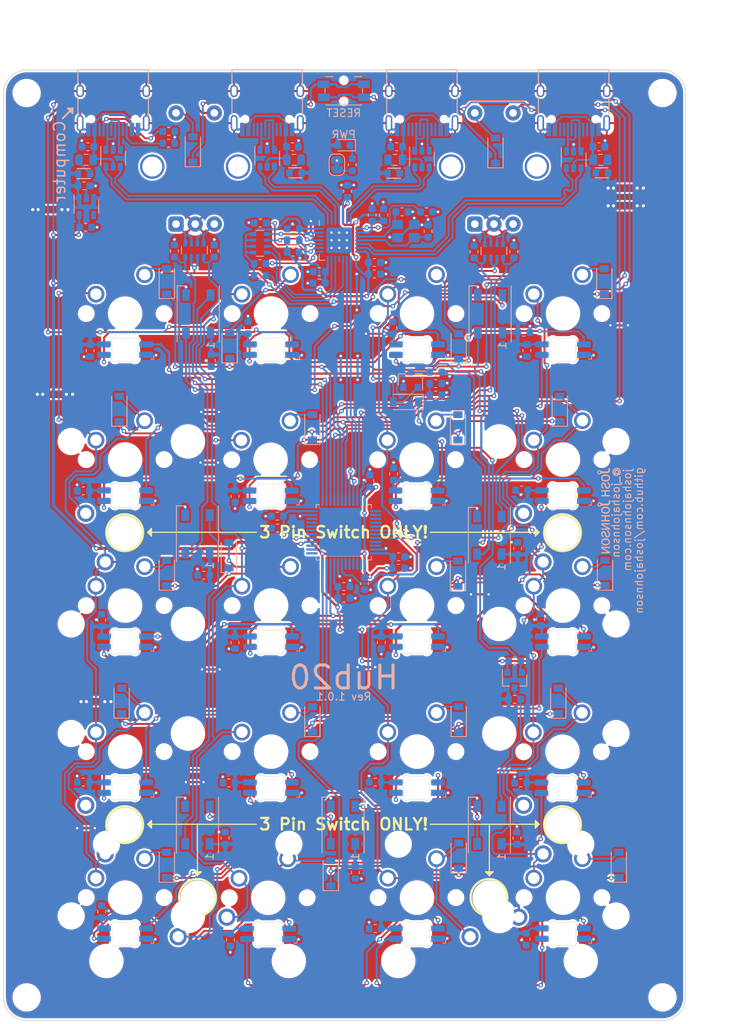
<source format=kicad_pcb>
(kicad_pcb (version 20171130) (host pcbnew 5.1.6-c6e7f7d~87~ubuntu20.04.1)
  (title_block (title Hub20) (date 2021-03-21) (rev 1.0.1) (company "Josh Johnson"))
  (layers (0 F.Cu signal) (31 B.Cu signal) (34 B.Paste user) (35 F.Paste user) (36 B.SilkS user) (37 F.SilkS user) (38 B.Mask user) (39 F.Mask user) (44 Edge.Cuts user))
  (net 0 "")
  (net 1 GND)
  (net 2 +5V)
  (net 3 VBUS)
  (net 4 /nRST)
  (net 5 +3V3)
  (net 6 /BOOT0)
  (net 7 /ENC1A_DB)
  (net 8 /ENC2A_DB)
  (net 9 /ENC1B_DB)
  (net 10 /ENC2B_DB)
  (net 11 "/USB Hub/XIN")
  (net 12 "/USB Hub/XOUT")
  (net 13 +3.3VA)
  (net 14 "Net-(C58-Pad1)")
  (net 15 "Net-(D1-Pad2)")
  (net 16 "Net-(D2-Pad2)")
  (net 17 /BKLT)
  (net 18 "Net-(D3-Pad2)")
  (net 19 "Net-(D4-Pad2)")
  (net 20 /R1)
  (net 21 "Net-(D5-Pad2)")
  (net 22 /R2)
  (net 23 "Net-(D6-Pad2)")
  (net 24 /R3)
  (net 25 "Net-(D7-Pad2)")
  (net 26 /R4)
  (net 27 "Net-(D8-Pad2)")
  (net 28 /R5)
  (net 29 "Net-(D15-Pad4)")
  (net 30 "Net-(D10-Pad2)")
  (net 31 "Net-(D11-Pad2)")
  (net 32 "Net-(D12-Pad2)")
  (net 33 "Net-(D13-Pad2)")
  (net 34 "Net-(D14-Pad2)")
  (net 35 "Net-(D15-Pad2)")
  (net 36 "Net-(D16-Pad2)")
  (net 37 /R0)
  (net 38 "Net-(D17-Pad2)")
  (net 39 "Net-(D18-Pad2)")
  (net 40 "Net-(D19-Pad2)")
  (net 41 "Net-(D20-Pad2)")
  (net 42 "Net-(D21-Pad2)")
  (net 43 "Net-(D22-Pad2)")
  (net 44 "Net-(D23-Pad2)")
  (net 45 "Net-(D24-Pad2)")
  (net 46 "Net-(D25-Pad2)")
  (net 47 "Net-(D26-Pad2)")
  (net 48 "Net-(D27-Pad2)")
  (net 49 "Net-(D28-Pad2)")
  (net 50 "Net-(D29-Pad2)")
  (net 51 "Net-(F1-Pad1)")
  (net 52 /USB+)
  (net 53 "Net-(J1-PadA5)")
  (net 54 /USB-)
  (net 55 "Net-(J1-PadB5)")
  (net 56 "Net-(J2-PadA6)")
  (net 57 "Net-(J2-PadA7)")
  (net 58 "Net-(J3-PadA6)")
  (net 59 "Net-(J3-PadA7)")
  (net 60 "Net-(J4-PadA6)")
  (net 61 "Net-(J4-PadA7)")
  (net 62 /LED_5V)
  (net 63 /LED)
  (net 64 "Net-(R9-Pad1)")
  (net 65 "Net-(R10-Pad1)")
  (net 66 /E1B)
  (net 67 /E2B)
  (net 68 /E2A)
  (net 69 /E1A)
  (net 70 "Net-(SW2-Pad4)")
  (net 71 /C0)
  (net 72 "Net-(SW3-Pad4)")
  (net 73 /L_R1)
  (net 74 "Net-(SW10-Pad3)")
  (net 75 /L_R2)
  (net 76 "Net-(SW11-Pad3)")
  (net 77 /L_R3)
  (net 78 "Net-(SW12-Pad3)")
  (net 79 /L_R4)
  (net 80 /C1)
  (net 81 "Net-(SW14-Pad3)")
  (net 82 "Net-(SW15-Pad3)")
  (net 83 "Net-(SW10-Pad4)")
  (net 84 "Net-(SW11-Pad4)")
  (net 85 "Net-(SW12-Pad4)")
  (net 86 /C2)
  (net 87 "Net-(SW14-Pad4)")
  (net 88 "Net-(SW15-Pad4)")
  (net 89 "Net-(SW16-Pad4)")
  (net 90 "Net-(SW17-Pad4)")
  (net 91 "Net-(SW18-Pad4)")
  (net 92 /C3)
  (net 93 "/USB Hub/D1_D-")
  (net 94 "/USB Hub/D1_D+")
  (net 95 "/USB Hub/D2_D-")
  (net 96 "/USB Hub/D2_D+")
  (net 97 "Net-(D32-Pad1)")
  (net 98 "Net-(JP1-Pad1)")
  (net 99 "Net-(C59-Pad1)")
  (net 100 "Net-(C60-Pad1)")
  (net 101 "Net-(F2-Pad2)")
  (net 102 "Net-(F3-Pad2)")
  (net 103 "Net-(F4-Pad2)")
  (net 104 "Net-(R7-Pad1)")
  (net 105 "Net-(R8-Pad1)")
  (net 106 "/USB Hub/nOVR_4")
  (net 107 "/USB Hub/nOVR_2")
  (net 108 "/USB Hub/nOVR_3")
  (net 109 "/USB Hub/nOVR_1")
  (net 110 "/USB Hub/D3_D-")
  (net 111 "/USB Hub/D3_D+")
  (net 112 /USB_D+)
  (net 113 /USB_D-)
  (net 114 /USB_MCU_D+)
  (net 115 /USB_MCU_D-)
  (net 116 +3.3VP)
  (module josh-keyboard:MX_KEYSWITCH_RGB (layer F.Cu) (at 169.65 64.3875)
    (fp_text reference SW19 hide)
    (fp_text value MX_RGB)
    (fp_arc (start -1.258969 3.563402) (end -1.006711 3.131701) (angle -146.0055121) (layer Edge.Cuts) (width 0.05))
    (fp_arc (start -2.159999 3.997158) (end -1.659999 3.997158) (angle -25.70617777) (layer Edge.Cuts) (width 0.05))
    (fp_arc (start 0.834452 2.7) (end 0.834452 3.2) (angle -30.2992623) (layer Edge.Cuts) (width 0.05))
    (fp_arc (start -0.754452 2.7) (end -1.006711 3.131701) (angle -30.29933433) (layer Edge.Cuts) (width 0.05))
    (fp_arc (start 1.338969 5.836598) (end 1.086711 6.268299) (angle -146.0054017) (layer Edge.Cuts) (width 0.05))
    (fp_arc (start -2.159999 5.402842) (end -1.709484 5.61972) (angle -25.70608136) (layer Edge.Cuts) (width 0.05))
    (fp_arc (start -1.258969 5.836597) (end -1.709484 5.61972) (angle -146.0053097) (layer Edge.Cuts) (width 0.05))
    (fp_arc (start -0.754453 6.699999) (end -0.754453 6.199999) (angle -30.29922831) (layer Edge.Cuts) (width 0.05))
    (fp_arc (start 2.239999 3.997158) (end 1.789484 3.78028) (angle -25.70611205) (layer Edge.Cuts) (width 0.05))
    (fp_arc (start 1.338969 3.563403) (end 1.789484 3.78028) (angle -146.0053744) (layer Edge.Cuts) (width 0.05))
    (fp_arc (start 2.239999 5.402842) (end 1.739999 5.402842) (angle -25.70611954) (layer Edge.Cuts) (width 0.05))
    (fp_arc (start 0.834452 6.699999) (end 1.086711 6.268299) (angle -30.29928212) (layer Edge.Cuts) (width 0.05))
    (fp_line (start 1.739999 3.997158) (end 1.739999 5.402842) (layer Edge.Cuts) (width 0.05))
    (fp_line (start 0.834452 6.199999) (end -0.754453 6.199999) (layer Edge.Cuts) (width 0.05))
    (fp_line (start -1.659999 5.402842) (end -1.659999 3.997158) (layer Edge.Cuts) (width 0.05))
    (fp_line (start -0.754452 3.2) (end 0.834452 3.2) (layer Edge.Cuts) (width 0.05))
    (pad 4 smd roundrect (at -2.7 5.36) (size 1.8 0.82) (layers B.Cu B.Paste B.Mask) (net 73 /L_R1))
    (pad 6 smd rect (at 2.8 5.36) (size 1.8 0.82) (layers B.Cu B.Paste B.Mask) (net 1 GND))
    (pad 3 smd roundrect (at 2.8 4) (size 1.8 0.82) (layers B.Cu B.Paste B.Mask) (net 87 "Net-(SW14-Pad4)"))
    (pad 5 smd roundrect (at -2.7 4) (size 1.8 0.82) (layers B.Cu B.Paste B.Mask) (net 2 +5V))
    (pad "" np_thru_hole circle (at 5.14 -0.02) (size 1.7 1.7) (drill 1.7) (layers *.Cu *.Mask))
    (pad "" np_thru_hole circle (at -5.02 -0.02) (size 1.7 1.7) (drill 1.7) (layers *.Cu *.Mask))
    (pad "" np_thru_hole circle (at 0.06 -0.02) (size 4 4) (drill 4) (layers *.Cu *.Mask))
    (pad 2 thru_hole circle (at -3.75 -2.56) (size 2.2 2.2) (drill 1.5) (layers *.Cu *.Mask) (net 92 /C3))
    (pad 1 thru_hole circle (at 2.6 -5.1) (size 2.2 2.2) (drill 1.5) (layers *.Cu *.Mask) (net 46 "Net-(D25-Pad2)"))
  )
  (module josh-keyboard:MX_KEYSWITCH_RGB (layer F.Cu) (at 131.55 64.3875)
    (fp_text reference SW8 hide)
    (fp_text value MX_RGB)
    (fp_arc (start -1.258969 3.563402) (end -1.006711 3.131701) (angle -146.0055121) (layer Edge.Cuts) (width 0.05))
    (fp_arc (start -2.159999 3.997158) (end -1.659999 3.997158) (angle -25.70617777) (layer Edge.Cuts) (width 0.05))
    (fp_arc (start 0.834452 2.7) (end 0.834452 3.2) (angle -30.2992623) (layer Edge.Cuts) (width 0.05))
    (fp_arc (start -0.754452 2.7) (end -1.006711 3.131701) (angle -30.29933433) (layer Edge.Cuts) (width 0.05))
    (fp_arc (start 1.338969 5.836598) (end 1.086711 6.268299) (angle -146.0054017) (layer Edge.Cuts) (width 0.05))
    (fp_arc (start -2.159999 5.402842) (end -1.709484 5.61972) (angle -25.70608136) (layer Edge.Cuts) (width 0.05))
    (fp_arc (start -1.258969 5.836597) (end -1.709484 5.61972) (angle -146.0053097) (layer Edge.Cuts) (width 0.05))
    (fp_arc (start -0.754453 6.699999) (end -0.754453 6.199999) (angle -30.29922831) (layer Edge.Cuts) (width 0.05))
    (fp_arc (start 2.239999 3.997158) (end 1.789484 3.78028) (angle -25.70611205) (layer Edge.Cuts) (width 0.05))
    (fp_arc (start 1.338969 3.563403) (end 1.789484 3.78028) (angle -146.0053744) (layer Edge.Cuts) (width 0.05))
    (fp_arc (start 2.239999 5.402842) (end 1.739999 5.402842) (angle -25.70611954) (layer Edge.Cuts) (width 0.05))
    (fp_arc (start 0.834452 6.699999) (end 1.086711 6.268299) (angle -30.29928212) (layer Edge.Cuts) (width 0.05))
    (fp_line (start 1.739999 3.997158) (end 1.739999 5.402842) (layer Edge.Cuts) (width 0.05))
    (fp_line (start 0.834452 6.199999) (end -0.754453 6.199999) (layer Edge.Cuts) (width 0.05))
    (fp_line (start -1.659999 5.402842) (end -1.659999 3.997158) (layer Edge.Cuts) (width 0.05))
    (fp_line (start -0.754452 3.2) (end 0.834452 3.2) (layer Edge.Cuts) (width 0.05))
    (pad 4 smd roundrect (at -2.7 5.36) (size 1.8 0.82) (layers B.Cu B.Paste B.Mask) (net 81 "Net-(SW14-Pad3)"))
    (pad 6 smd rect (at 2.8 5.36) (size 1.8 0.82) (layers B.Cu B.Paste B.Mask) (net 1 GND))
    (pad 3 smd roundrect (at 2.8 4) (size 1.8 0.82) (layers B.Cu B.Paste B.Mask) (net 70 "Net-(SW2-Pad4)"))
    (pad 5 smd roundrect (at -2.7 4) (size 1.8 0.82) (layers B.Cu B.Paste B.Mask) (net 2 +5V))
    (pad "" np_thru_hole circle (at 5.14 -0.02) (size 1.7 1.7) (drill 1.7) (layers *.Cu *.Mask))
    (pad "" np_thru_hole circle (at -5.02 -0.02) (size 1.7 1.7) (drill 1.7) (layers *.Cu *.Mask))
    (pad "" np_thru_hole circle (at 0.06 -0.02) (size 4 4) (drill 4) (layers *.Cu *.Mask))
    (pad 2 thru_hole circle (at -3.75 -2.56) (size 2.2 2.2) (drill 1.5) (layers *.Cu *.Mask) (net 80 /C1))
    (pad 1 thru_hole circle (at 2.6 -5.1) (size 2.2 2.2) (drill 1.5) (layers *.Cu *.Mask) (net 30 "Net-(D10-Pad2)"))
  )
  (module josh-keyboard:MX_KEYSWITCH_RGB (layer F.Cu) (at 150.6 64.3875)
    (fp_text reference SW14 hide)
    (fp_text value MX_RGB)
    (fp_arc (start -1.258969 3.563402) (end -1.006711 3.131701) (angle -146.0055121) (layer Edge.Cuts) (width 0.05))
    (fp_arc (start -2.159999 3.997158) (end -1.659999 3.997158) (angle -25.70617777) (layer Edge.Cuts) (width 0.05))
    (fp_arc (start 0.834452 2.7) (end 0.834452 3.2) (angle -30.2992623) (layer Edge.Cuts) (width 0.05))
    (fp_arc (start -0.754452 2.7) (end -1.006711 3.131701) (angle -30.29933433) (layer Edge.Cuts) (width 0.05))
    (fp_arc (start 1.338969 5.836598) (end 1.086711 6.268299) (angle -146.0054017) (layer Edge.Cuts) (width 0.05))
    (fp_arc (start -2.159999 5.402842) (end -1.709484 5.61972) (angle -25.70608136) (layer Edge.Cuts) (width 0.05))
    (fp_arc (start -1.258969 5.836597) (end -1.709484 5.61972) (angle -146.0053097) (layer Edge.Cuts) (width 0.05))
    (fp_arc (start -0.754453 6.699999) (end -0.754453 6.199999) (angle -30.29922831) (layer Edge.Cuts) (width 0.05))
    (fp_arc (start 2.239999 3.997158) (end 1.789484 3.78028) (angle -25.70611205) (layer Edge.Cuts) (width 0.05))
    (fp_arc (start 1.338969 3.563403) (end 1.789484 3.78028) (angle -146.0053744) (layer Edge.Cuts) (width 0.05))
    (fp_arc (start 2.239999 5.402842) (end 1.739999 5.402842) (angle -25.70611954) (layer Edge.Cuts) (width 0.05))
    (fp_arc (start 0.834452 6.699999) (end 1.086711 6.268299) (angle -30.29928212) (layer Edge.Cuts) (width 0.05))
    (fp_line (start 1.739999 3.997158) (end 1.739999 5.402842) (layer Edge.Cuts) (width 0.05))
    (fp_line (start 0.834452 6.199999) (end -0.754453 6.199999) (layer Edge.Cuts) (width 0.05))
    (fp_line (start -1.659999 5.402842) (end -1.659999 3.997158) (layer Edge.Cuts) (width 0.05))
    (fp_line (start -0.754452 3.2) (end 0.834452 3.2) (layer Edge.Cuts) (width 0.05))
    (pad 4 smd roundrect (at -2.7 5.36) (size 1.8 0.82) (layers B.Cu B.Paste B.Mask) (net 87 "Net-(SW14-Pad4)"))
    (pad 6 smd rect (at 2.8 5.36) (size 1.8 0.82) (layers B.Cu B.Paste B.Mask) (net 1 GND))
    (pad 3 smd roundrect (at 2.8 4) (size 1.8 0.82) (layers B.Cu B.Paste B.Mask) (net 81 "Net-(SW14-Pad3)"))
    (pad 5 smd roundrect (at -2.7 4) (size 1.8 0.82) (layers B.Cu B.Paste B.Mask) (net 2 +5V))
    (pad "" np_thru_hole circle (at 5.14 -0.02) (size 1.7 1.7) (drill 1.7) (layers *.Cu *.Mask))
    (pad "" np_thru_hole circle (at -5.02 -0.02) (size 1.7 1.7) (drill 1.7) (layers *.Cu *.Mask))
    (pad "" np_thru_hole circle (at 0.06 -0.02) (size 4 4) (drill 4) (layers *.Cu *.Mask))
    (pad 2 thru_hole circle (at -3.75 -2.56) (size 2.2 2.2) (drill 1.5) (layers *.Cu *.Mask) (net 86 /C2))
    (pad 1 thru_hole circle (at 2.6 -5.1) (size 2.2 2.2) (drill 1.5) (layers *.Cu *.Mask) (net 39 "Net-(D18-Pad2)"))
  )
  (module josh-keyboard:MX_KEYSWITCH_RGB (layer F.Cu) (at 169.65 140.5875)
    (fp_text reference SW23 hide)
    (fp_text value MX_RGB)
    (fp_arc (start -1.258969 3.563402) (end -1.006711 3.131701) (angle -146.0055121) (layer Edge.Cuts) (width 0.05))
    (fp_arc (start -2.159999 3.997158) (end -1.659999 3.997158) (angle -25.70617777) (layer Edge.Cuts) (width 0.05))
    (fp_arc (start 0.834452 2.7) (end 0.834452 3.2) (angle -30.2992623) (layer Edge.Cuts) (width 0.05))
    (fp_arc (start -0.754452 2.7) (end -1.006711 3.131701) (angle -30.29933433) (layer Edge.Cuts) (width 0.05))
    (fp_arc (start 1.338969 5.836598) (end 1.086711 6.268299) (angle -146.0054017) (layer Edge.Cuts) (width 0.05))
    (fp_arc (start -2.159999 5.402842) (end -1.709484 5.61972) (angle -25.70608136) (layer Edge.Cuts) (width 0.05))
    (fp_arc (start -1.258969 5.836597) (end -1.709484 5.61972) (angle -146.0053097) (layer Edge.Cuts) (width 0.05))
    (fp_arc (start -0.754453 6.699999) (end -0.754453 6.199999) (angle -30.29922831) (layer Edge.Cuts) (width 0.05))
    (fp_arc (start 2.239999 3.997158) (end 1.789484 3.78028) (angle -25.70611205) (layer Edge.Cuts) (width 0.05))
    (fp_arc (start 1.338969 3.563403) (end 1.789484 3.78028) (angle -146.0053744) (layer Edge.Cuts) (width 0.05))
    (fp_arc (start 2.239999 5.402842) (end 1.739999 5.402842) (angle -25.70611954) (layer Edge.Cuts) (width 0.05))
    (fp_arc (start 0.834452 6.699999) (end 1.086711 6.268299) (angle -30.29928212) (layer Edge.Cuts) (width 0.05))
    (fp_line (start 1.739999 3.997158) (end 1.739999 5.402842) (layer Edge.Cuts) (width 0.05))
    (fp_line (start 0.834452 6.199999) (end -0.754453 6.199999) (layer Edge.Cuts) (width 0.05))
    (fp_line (start -1.659999 5.402842) (end -1.659999 3.997158) (layer Edge.Cuts) (width 0.05))
    (fp_line (start -0.754452 3.2) (end 0.834452 3.2) (layer Edge.Cuts) (width 0.05))
    (pad 4 smd roundrect (at -2.7 5.36) (size 1.8 0.82) (layers B.Cu B.Paste B.Mask))
    (pad 6 smd rect (at 2.8 5.36) (size 1.8 0.82) (layers B.Cu B.Paste B.Mask) (net 1 GND))
    (pad 3 smd roundrect (at 2.8 4) (size 1.8 0.82) (layers B.Cu B.Paste B.Mask) (net 91 "Net-(SW18-Pad4)"))
    (pad 5 smd roundrect (at -2.7 4) (size 1.8 0.82) (layers B.Cu B.Paste B.Mask) (net 2 +5V))
    (pad "" np_thru_hole circle (at 5.14 -0.02) (size 1.7 1.7) (drill 1.7) (layers *.Cu *.Mask))
    (pad "" np_thru_hole circle (at -5.02 -0.02) (size 1.7 1.7) (drill 1.7) (layers *.Cu *.Mask))
    (pad "" np_thru_hole circle (at 0.06 -0.02) (size 4 4) (drill 4) (layers *.Cu *.Mask))
    (pad 2 thru_hole circle (at -3.75 -2.56) (size 2.2 2.2) (drill 1.5) (layers *.Cu *.Mask) (net 92 /C3))
    (pad 1 thru_hole circle (at 2.6 -5.1) (size 2.2 2.2) (drill 1.5) (layers *.Cu *.Mask) (net 50 "Net-(D29-Pad2)"))
  )
  (module josh-keyboard:MX_KEYSWITCH_RGB (layer F.Cu) (at 169.59 121.5575)
    (fp_text reference SW22 hide)
    (fp_text value MX_RGB)
    (fp_arc (start -1.258969 3.563402) (end -1.006711 3.131701) (angle -146.0055121) (layer Edge.Cuts) (width 0.05))
    (fp_arc (start -2.159999 3.997158) (end -1.659999 3.997158) (angle -25.70617777) (layer Edge.Cuts) (width 0.05))
    (fp_arc (start 0.834452 2.7) (end 0.834452 3.2) (angle -30.2992623) (layer Edge.Cuts) (width 0.05))
    (fp_arc (start -0.754452 2.7) (end -1.006711 3.131701) (angle -30.29933433) (layer Edge.Cuts) (width 0.05))
    (fp_arc (start 1.338969 5.836598) (end 1.086711 6.268299) (angle -146.0054017) (layer Edge.Cuts) (width 0.05))
    (fp_arc (start -2.159999 5.402842) (end -1.709484 5.61972) (angle -25.70608136) (layer Edge.Cuts) (width 0.05))
    (fp_arc (start -1.258969 5.836597) (end -1.709484 5.61972) (angle -146.0053097) (layer Edge.Cuts) (width 0.05))
    (fp_arc (start -0.754453 6.699999) (end -0.754453 6.199999) (angle -30.29922831) (layer Edge.Cuts) (width 0.05))
    (fp_arc (start 2.239999 3.997158) (end 1.789484 3.78028) (angle -25.70611205) (layer Edge.Cuts) (width 0.05))
    (fp_arc (start 1.338969 3.563403) (end 1.789484 3.78028) (angle -146.0053744) (layer Edge.Cuts) (width 0.05))
    (fp_arc (start 2.239999 5.402842) (end 1.739999 5.402842) (angle -25.70611954) (layer Edge.Cuts) (width 0.05))
    (fp_arc (start 0.834452 6.699999) (end 1.086711 6.268299) (angle -30.29928212) (layer Edge.Cuts) (width 0.05))
    (fp_line (start 1.739999 3.997158) (end 1.739999 5.402842) (layer Edge.Cuts) (width 0.05))
    (fp_line (start 0.834452 6.199999) (end -0.754453 6.199999) (layer Edge.Cuts) (width 0.05))
    (fp_line (start -1.659999 5.402842) (end -1.659999 3.997158) (layer Edge.Cuts) (width 0.05))
    (fp_line (start -0.754452 3.2) (end 0.834452 3.2) (layer Edge.Cuts) (width 0.05))
    (pad 4 smd roundrect (at -2.7 5.36) (size 1.8 0.82) (layers B.Cu B.Paste B.Mask) (net 79 /L_R4))
    (pad 6 smd rect (at 2.8 5.36) (size 1.8 0.82) (layers B.Cu B.Paste B.Mask) (net 1 GND))
    (pad 3 smd roundrect (at 2.8 4) (size 1.8 0.82) (layers B.Cu B.Paste B.Mask) (net 90 "Net-(SW17-Pad4)"))
    (pad 5 smd roundrect (at -2.7 4) (size 1.8 0.82) (layers B.Cu B.Paste B.Mask) (net 2 +5V))
    (pad "" np_thru_hole circle (at 5.14 -0.02) (size 1.7 1.7) (drill 1.7) (layers *.Cu *.Mask))
    (pad "" np_thru_hole circle (at -5.02 -0.02) (size 1.7 1.7) (drill 1.7) (layers *.Cu *.Mask))
    (pad "" np_thru_hole circle (at 0.06 -0.02) (size 4 4) (drill 4) (layers *.Cu *.Mask))
    (pad 2 thru_hole circle (at -3.75 -2.56) (size 2.2 2.2) (drill 1.5) (layers *.Cu *.Mask) (net 92 /C3))
    (pad 1 thru_hole circle (at 2.6 -5.1) (size 2.2 2.2) (drill 1.5) (layers *.Cu *.Mask) (net 49 "Net-(D28-Pad2)"))
  )
  (module josh-keyboard:MX_KEYSWITCH_RGB (layer F.Cu) (at 169.65 102.4875)
    (fp_text reference SW21 hide)
    (fp_text value MX_RGB)
    (fp_arc (start -1.258969 3.563402) (end -1.006711 3.131701) (angle -146.0055121) (layer Edge.Cuts) (width 0.05))
    (fp_arc (start -2.159999 3.997158) (end -1.659999 3.997158) (angle -25.70617777) (layer Edge.Cuts) (width 0.05))
    (fp_arc (start 0.834452 2.7) (end 0.834452 3.2) (angle -30.2992623) (layer Edge.Cuts) (width 0.05))
    (fp_arc (start -0.754452 2.7) (end -1.006711 3.131701) (angle -30.29933433) (layer Edge.Cuts) (width 0.05))
    (fp_arc (start 1.338969 5.836598) (end 1.086711 6.268299) (angle -146.0054017) (layer Edge.Cuts) (width 0.05))
    (fp_arc (start -2.159999 5.402842) (end -1.709484 5.61972) (angle -25.70608136) (layer Edge.Cuts) (width 0.05))
    (fp_arc (start -1.258969 5.836597) (end -1.709484 5.61972) (angle -146.0053097) (layer Edge.Cuts) (width 0.05))
    (fp_arc (start -0.754453 6.699999) (end -0.754453 6.199999) (angle -30.29922831) (layer Edge.Cuts) (width 0.05))
    (fp_arc (start 2.239999 3.997158) (end 1.789484 3.78028) (angle -25.70611205) (layer Edge.Cuts) (width 0.05))
    (fp_arc (start 1.338969 3.563403) (end 1.789484 3.78028) (angle -146.0053744) (layer Edge.Cuts) (width 0.05))
    (fp_arc (start 2.239999 5.402842) (end 1.739999 5.402842) (angle -25.70611954) (layer Edge.Cuts) (width 0.05))
    (fp_arc (start 0.834452 6.699999) (end 1.086711 6.268299) (angle -30.29928212) (layer Edge.Cuts) (width 0.05))
    (fp_line (start 1.739999 3.997158) (end 1.739999 5.402842) (layer Edge.Cuts) (width 0.05))
    (fp_line (start 0.834452 6.199999) (end -0.754453 6.199999) (layer Edge.Cuts) (width 0.05))
    (fp_line (start -1.659999 5.402842) (end -1.659999 3.997158) (layer Edge.Cuts) (width 0.05))
    (fp_line (start -0.754452 3.2) (end 0.834452 3.2) (layer Edge.Cuts) (width 0.05))
    (pad 4 smd roundrect (at -2.7 5.36) (size 1.8 0.82) (layers B.Cu B.Paste B.Mask) (net 77 /L_R3))
    (pad 6 smd rect (at 2.8 5.36) (size 1.8 0.82) (layers B.Cu B.Paste B.Mask) (net 1 GND))
    (pad 3 smd roundrect (at 2.8 4) (size 1.8 0.82) (layers B.Cu B.Paste B.Mask) (net 89 "Net-(SW16-Pad4)"))
    (pad 5 smd roundrect (at -2.7 4) (size 1.8 0.82) (layers B.Cu B.Paste B.Mask) (net 2 +5V))
    (pad "" np_thru_hole circle (at 5.14 -0.02) (size 1.7 1.7) (drill 1.7) (layers *.Cu *.Mask))
    (pad "" np_thru_hole circle (at -5.02 -0.02) (size 1.7 1.7) (drill 1.7) (layers *.Cu *.Mask))
    (pad "" np_thru_hole circle (at 0.06 -0.02) (size 4 4) (drill 4) (layers *.Cu *.Mask))
    (pad 2 thru_hole circle (at -3.75 -2.56) (size 2.2 2.2) (drill 1.5) (layers *.Cu *.Mask) (net 92 /C3))
    (pad 1 thru_hole circle (at 2.6 -5.1) (size 2.2 2.2) (drill 1.5) (layers *.Cu *.Mask) (net 48 "Net-(D27-Pad2)"))
  )
  (module josh-keyboard:MX_KEYSWITCH_RGB (layer F.Cu) (at 169.65 83.4375)
    (fp_text reference SW20 hide)
    (fp_text value MX_RGB)
    (fp_arc (start -1.258969 3.563402) (end -1.006711 3.131701) (angle -146.0055121) (layer Edge.Cuts) (width 0.05))
    (fp_arc (start -2.159999 3.997158) (end -1.659999 3.997158) (angle -25.70617777) (layer Edge.Cuts) (width 0.05))
    (fp_arc (start 0.834452 2.7) (end 0.834452 3.2) (angle -30.2992623) (layer Edge.Cuts) (width 0.05))
    (fp_arc (start -0.754452 2.7) (end -1.006711 3.131701) (angle -30.29933433) (layer Edge.Cuts) (width 0.05))
    (fp_arc (start 1.338969 5.836598) (end 1.086711 6.268299) (angle -146.0054017) (layer Edge.Cuts) (width 0.05))
    (fp_arc (start -2.159999 5.402842) (end -1.709484 5.61972) (angle -25.70608136) (layer Edge.Cuts) (width 0.05))
    (fp_arc (start -1.258969 5.836597) (end -1.709484 5.61972) (angle -146.0053097) (layer Edge.Cuts) (width 0.05))
    (fp_arc (start -0.754453 6.699999) (end -0.754453 6.199999) (angle -30.29922831) (layer Edge.Cuts) (width 0.05))
    (fp_arc (start 2.239999 3.997158) (end 1.789484 3.78028) (angle -25.70611205) (layer Edge.Cuts) (width 0.05))
    (fp_arc (start 1.338969 3.563403) (end 1.789484 3.78028) (angle -146.0053744) (layer Edge.Cuts) (width 0.05))
    (fp_arc (start 2.239999 5.402842) (end 1.739999 5.402842) (angle -25.70611954) (layer Edge.Cuts) (width 0.05))
    (fp_arc (start 0.834452 6.699999) (end 1.086711 6.268299) (angle -30.29928212) (layer Edge.Cuts) (width 0.05))
    (fp_line (start 1.739999 3.997158) (end 1.739999 5.402842) (layer Edge.Cuts) (width 0.05))
    (fp_line (start 0.834452 6.199999) (end -0.754453 6.199999) (layer Edge.Cuts) (width 0.05))
    (fp_line (start -1.659999 5.402842) (end -1.659999 3.997158) (layer Edge.Cuts) (width 0.05))
    (fp_line (start -0.754452 3.2) (end 0.834452 3.2) (layer Edge.Cuts) (width 0.05))
    (pad 4 smd roundrect (at -2.7 5.36) (size 1.8 0.82) (layers B.Cu B.Paste B.Mask) (net 75 /L_R2))
    (pad 6 smd rect (at 2.8 5.36) (size 1.8 0.82) (layers B.Cu B.Paste B.Mask) (net 1 GND))
    (pad 3 smd roundrect (at 2.8 4) (size 1.8 0.82) (layers B.Cu B.Paste B.Mask) (net 88 "Net-(SW15-Pad4)"))
    (pad 5 smd roundrect (at -2.7 4) (size 1.8 0.82) (layers B.Cu B.Paste B.Mask) (net 2 +5V))
    (pad "" np_thru_hole circle (at 5.14 -0.02) (size 1.7 1.7) (drill 1.7) (layers *.Cu *.Mask))
    (pad "" np_thru_hole circle (at -5.02 -0.02) (size 1.7 1.7) (drill 1.7) (layers *.Cu *.Mask))
    (pad "" np_thru_hole circle (at 0.06 -0.02) (size 4 4) (drill 4) (layers *.Cu *.Mask))
    (pad 2 thru_hole circle (at -3.75 -2.56) (size 2.2 2.2) (drill 1.5) (layers *.Cu *.Mask) (net 92 /C3))
    (pad 1 thru_hole circle (at 2.6 -5.1) (size 2.2 2.2) (drill 1.5) (layers *.Cu *.Mask) (net 47 "Net-(D26-Pad2)"))
  )
  (module josh-keyboard:MX_KEYSWITCH_RGB (layer F.Cu) (at 150.6 140.5875)
    (fp_text reference SW18 hide)
    (fp_text value MX_RGB)
    (fp_arc (start -1.258969 3.563402) (end -1.006711 3.131701) (angle -146.0055121) (layer Edge.Cuts) (width 0.05))
    (fp_arc (start -2.159999 3.997158) (end -1.659999 3.997158) (angle -25.70617777) (layer Edge.Cuts) (width 0.05))
    (fp_arc (start 0.834452 2.7) (end 0.834452 3.2) (angle -30.2992623) (layer Edge.Cuts) (width 0.05))
    (fp_arc (start -0.754452 2.7) (end -1.006711 3.131701) (angle -30.29933433) (layer Edge.Cuts) (width 0.05))
    (fp_arc (start 1.338969 5.836598) (end 1.086711 6.268299) (angle -146.0054017) (layer Edge.Cuts) (width 0.05))
    (fp_arc (start -2.159999 5.402842) (end -1.709484 5.61972) (angle -25.70608136) (layer Edge.Cuts) (width 0.05))
    (fp_arc (start -1.258969 5.836597) (end -1.709484 5.61972) (angle -146.0053097) (layer Edge.Cuts) (width 0.05))
    (fp_arc (start -0.754453 6.699999) (end -0.754453 6.199999) (angle -30.29922831) (layer Edge.Cuts) (width 0.05))
    (fp_arc (start 2.239999 3.997158) (end 1.789484 3.78028) (angle -25.70611205) (layer Edge.Cuts) (width 0.05))
    (fp_arc (start 1.338969 3.563403) (end 1.789484 3.78028) (angle -146.0053744) (layer Edge.Cuts) (width 0.05))
    (fp_arc (start 2.239999 5.402842) (end 1.739999 5.402842) (angle -25.70611954) (layer Edge.Cuts) (width 0.05))
    (fp_arc (start 0.834452 6.699999) (end 1.086711 6.268299) (angle -30.29928212) (layer Edge.Cuts) (width 0.05))
    (fp_line (start 1.739999 3.997158) (end 1.739999 5.402842) (layer Edge.Cuts) (width 0.05))
    (fp_line (start 0.834452 6.199999) (end -0.754453 6.199999) (layer Edge.Cuts) (width 0.05))
    (fp_line (start -1.659999 5.402842) (end -1.659999 3.997158) (layer Edge.Cuts) (width 0.05))
    (fp_line (start -0.754452 3.2) (end 0.834452 3.2) (layer Edge.Cuts) (width 0.05))
    (pad 4 smd roundrect (at -2.7 5.36) (size 1.8 0.82) (layers B.Cu B.Paste B.Mask) (net 91 "Net-(SW18-Pad4)"))
    (pad 6 smd rect (at 2.8 5.36) (size 1.8 0.82) (layers B.Cu B.Paste B.Mask) (net 1 GND))
    (pad 3 smd roundrect (at 2.8 4) (size 1.8 0.82) (layers B.Cu B.Paste B.Mask) (net 85 "Net-(SW12-Pad4)"))
    (pad 5 smd roundrect (at -2.7 4) (size 1.8 0.82) (layers B.Cu B.Paste B.Mask) (net 2 +5V))
    (pad "" np_thru_hole circle (at 5.14 -0.02) (size 1.7 1.7) (drill 1.7) (layers *.Cu *.Mask))
    (pad "" np_thru_hole circle (at -5.02 -0.02) (size 1.7 1.7) (drill 1.7) (layers *.Cu *.Mask))
    (pad "" np_thru_hole circle (at 0.06 -0.02) (size 4 4) (drill 4) (layers *.Cu *.Mask))
    (pad 2 thru_hole circle (at -3.75 -2.56) (size 2.2 2.2) (drill 1.5) (layers *.Cu *.Mask) (net 86 /C2))
    (pad 1 thru_hole circle (at 2.6 -5.1) (size 2.2 2.2) (drill 1.5) (layers *.Cu *.Mask) (net 43 "Net-(D22-Pad2)"))
  )
  (module josh-keyboard:MX_KEYSWITCH_RGB (layer F.Cu) (at 150.6 121.5375)
    (fp_text reference SW17 hide)
    (fp_text value MX_RGB)
    (fp_arc (start -1.258969 3.563402) (end -1.006711 3.131701) (angle -146.0055121) (layer Edge.Cuts) (width 0.05))
    (fp_arc (start -2.159999 3.997158) (end -1.659999 3.997158) (angle -25.70617777) (layer Edge.Cuts) (width 0.05))
    (fp_arc (start 0.834452 2.7) (end 0.834452 3.2) (angle -30.2992623) (layer Edge.Cuts) (width 0.05))
    (fp_arc (start -0.754452 2.7) (end -1.006711 3.131701) (angle -30.29933433) (layer Edge.Cuts) (width 0.05))
    (fp_arc (start 1.338969 5.836598) (end 1.086711 6.268299) (angle -146.0054017) (layer Edge.Cuts) (width 0.05))
    (fp_arc (start -2.159999 5.402842) (end -1.709484 5.61972) (angle -25.70608136) (layer Edge.Cuts) (width 0.05))
    (fp_arc (start -1.258969 5.836597) (end -1.709484 5.61972) (angle -146.0053097) (layer Edge.Cuts) (width 0.05))
    (fp_arc (start -0.754453 6.699999) (end -0.754453 6.199999) (angle -30.29922831) (layer Edge.Cuts) (width 0.05))
    (fp_arc (start 2.239999 3.997158) (end 1.789484 3.78028) (angle -25.70611205) (layer Edge.Cuts) (width 0.05))
    (fp_arc (start 1.338969 3.563403) (end 1.789484 3.78028) (angle -146.0053744) (layer Edge.Cuts) (width 0.05))
    (fp_arc (start 2.239999 5.402842) (end 1.739999 5.402842) (angle -25.70611954) (layer Edge.Cuts) (width 0.05))
    (fp_arc (start 0.834452 6.699999) (end 1.086711 6.268299) (angle -30.29928212) (layer Edge.Cuts) (width 0.05))
    (fp_line (start 1.739999 3.997158) (end 1.739999 5.402842) (layer Edge.Cuts) (width 0.05))
    (fp_line (start 0.834452 6.199999) (end -0.754453 6.199999) (layer Edge.Cuts) (width 0.05))
    (fp_line (start -1.659999 5.402842) (end -1.659999 3.997158) (layer Edge.Cuts) (width 0.05))
    (fp_line (start -0.754452 3.2) (end 0.834452 3.2) (layer Edge.Cuts) (width 0.05))
    (pad 4 smd roundrect (at -2.7 5.36) (size 1.8 0.82) (layers B.Cu B.Paste B.Mask) (net 90 "Net-(SW17-Pad4)"))
    (pad 6 smd rect (at 2.8 5.36) (size 1.8 0.82) (layers B.Cu B.Paste B.Mask) (net 1 GND))
    (pad 3 smd roundrect (at 2.8 4) (size 1.8 0.82) (layers B.Cu B.Paste B.Mask) (net 84 "Net-(SW11-Pad4)"))
    (pad 5 smd roundrect (at -2.7 4) (size 1.8 0.82) (layers B.Cu B.Paste B.Mask) (net 2 +5V))
    (pad "" np_thru_hole circle (at 5.14 -0.02) (size 1.7 1.7) (drill 1.7) (layers *.Cu *.Mask))
    (pad "" np_thru_hole circle (at -5.02 -0.02) (size 1.7 1.7) (drill 1.7) (layers *.Cu *.Mask))
    (pad "" np_thru_hole circle (at 0.06 -0.02) (size 4 4) (drill 4) (layers *.Cu *.Mask))
    (pad 2 thru_hole circle (at -3.75 -2.56) (size 2.2 2.2) (drill 1.5) (layers *.Cu *.Mask) (net 86 /C2))
    (pad 1 thru_hole circle (at 2.6 -5.1) (size 2.2 2.2) (drill 1.5) (layers *.Cu *.Mask) (net 42 "Net-(D21-Pad2)"))
  )
  (module josh-keyboard:MX_KEYSWITCH_RGB (layer F.Cu) (at 150.6 102.4875)
    (fp_text reference SW16 hide)
    (fp_text value MX_RGB)
    (fp_arc (start -1.258969 3.563402) (end -1.006711 3.131701) (angle -146.0055121) (layer Edge.Cuts) (width 0.05))
    (fp_arc (start -2.159999 3.997158) (end -1.659999 3.997158) (angle -25.70617777) (layer Edge.Cuts) (width 0.05))
    (fp_arc (start 0.834452 2.7) (end 0.834452 3.2) (angle -30.2992623) (layer Edge.Cuts) (width 0.05))
    (fp_arc (start -0.754452 2.7) (end -1.006711 3.131701) (angle -30.29933433) (layer Edge.Cuts) (width 0.05))
    (fp_arc (start 1.338969 5.836598) (end 1.086711 6.268299) (angle -146.0054017) (layer Edge.Cuts) (width 0.05))
    (fp_arc (start -2.159999 5.402842) (end -1.709484 5.61972) (angle -25.70608136) (layer Edge.Cuts) (width 0.05))
    (fp_arc (start -1.258969 5.836597) (end -1.709484 5.61972) (angle -146.0053097) (layer Edge.Cuts) (width 0.05))
    (fp_arc (start -0.754453 6.699999) (end -0.754453 6.199999) (angle -30.29922831) (layer Edge.Cuts) (width 0.05))
    (fp_arc (start 2.239999 3.997158) (end 1.789484 3.78028) (angle -25.70611205) (layer Edge.Cuts) (width 0.05))
    (fp_arc (start 1.338969 3.563403) (end 1.789484 3.78028) (angle -146.0053744) (layer Edge.Cuts) (width 0.05))
    (fp_arc (start 2.239999 5.402842) (end 1.739999 5.402842) (angle -25.70611954) (layer Edge.Cuts) (width 0.05))
    (fp_arc (start 0.834452 6.699999) (end 1.086711 6.268299) (angle -30.29928212) (layer Edge.Cuts) (width 0.05))
    (fp_line (start 1.739999 3.997158) (end 1.739999 5.402842) (layer Edge.Cuts) (width 0.05))
    (fp_line (start 0.834452 6.199999) (end -0.754453 6.199999) (layer Edge.Cuts) (width 0.05))
    (fp_line (start -1.659999 5.402842) (end -1.659999 3.997158) (layer Edge.Cuts) (width 0.05))
    (fp_line (start -0.754452 3.2) (end 0.834452 3.2) (layer Edge.Cuts) (width 0.05))
    (pad 4 smd roundrect (at -2.7 5.36) (size 1.8 0.82) (layers B.Cu B.Paste B.Mask) (net 89 "Net-(SW16-Pad4)"))
    (pad 6 smd rect (at 2.8 5.36) (size 1.8 0.82) (layers B.Cu B.Paste B.Mask) (net 1 GND))
    (pad 3 smd roundrect (at 2.8 4) (size 1.8 0.82) (layers B.Cu B.Paste B.Mask) (net 83 "Net-(SW10-Pad4)"))
    (pad 5 smd roundrect (at -2.7 4) (size 1.8 0.82) (layers B.Cu B.Paste B.Mask) (net 2 +5V))
    (pad "" np_thru_hole circle (at 5.14 -0.02) (size 1.7 1.7) (drill 1.7) (layers *.Cu *.Mask))
    (pad "" np_thru_hole circle (at -5.02 -0.02) (size 1.7 1.7) (drill 1.7) (layers *.Cu *.Mask))
    (pad "" np_thru_hole circle (at 0.06 -0.02) (size 4 4) (drill 4) (layers *.Cu *.Mask))
    (pad 2 thru_hole circle (at -3.75 -2.56) (size 2.2 2.2) (drill 1.5) (layers *.Cu *.Mask) (net 86 /C2))
    (pad 1 thru_hole circle (at 2.6 -5.1) (size 2.2 2.2) (drill 1.5) (layers *.Cu *.Mask) (net 41 "Net-(D20-Pad2)"))
  )
  (module josh-keyboard:MX_KEYSWITCH_RGB (layer F.Cu) (at 150.54 83.4575)
    (fp_text reference SW15 hide)
    (fp_text value MX_RGB)
    (fp_arc (start -1.258969 3.563402) (end -1.006711 3.131701) (angle -146.0055121) (layer Edge.Cuts) (width 0.05))
    (fp_arc (start -2.159999 3.997158) (end -1.659999 3.997158) (angle -25.70617777) (layer Edge.Cuts) (width 0.05))
    (fp_arc (start 0.834452 2.7) (end 0.834452 3.2) (angle -30.2992623) (layer Edge.Cuts) (width 0.05))
    (fp_arc (start -0.754452 2.7) (end -1.006711 3.131701) (angle -30.29933433) (layer Edge.Cuts) (width 0.05))
    (fp_arc (start 1.338969 5.836598) (end 1.086711 6.268299) (angle -146.0054017) (layer Edge.Cuts) (width 0.05))
    (fp_arc (start -2.159999 5.402842) (end -1.709484 5.61972) (angle -25.70608136) (layer Edge.Cuts) (width 0.05))
    (fp_arc (start -1.258969 5.836597) (end -1.709484 5.61972) (angle -146.0053097) (layer Edge.Cuts) (width 0.05))
    (fp_arc (start -0.754453 6.699999) (end -0.754453 6.199999) (angle -30.29922831) (layer Edge.Cuts) (width 0.05))
    (fp_arc (start 2.239999 3.997158) (end 1.789484 3.78028) (angle -25.70611205) (layer Edge.Cuts) (width 0.05))
    (fp_arc (start 1.338969 3.563403) (end 1.789484 3.78028) (angle -146.0053744) (layer Edge.Cuts) (width 0.05))
    (fp_arc (start 2.239999 5.402842) (end 1.739999 5.402842) (angle -25.70611954) (layer Edge.Cuts) (width 0.05))
    (fp_arc (start 0.834452 6.699999) (end 1.086711 6.268299) (angle -30.29928212) (layer Edge.Cuts) (width 0.05))
    (fp_line (start 1.739999 3.997158) (end 1.739999 5.402842) (layer Edge.Cuts) (width 0.05))
    (fp_line (start 0.834452 6.199999) (end -0.754453 6.199999) (layer Edge.Cuts) (width 0.05))
    (fp_line (start -1.659999 5.402842) (end -1.659999 3.997158) (layer Edge.Cuts) (width 0.05))
    (fp_line (start -0.754452 3.2) (end 0.834452 3.2) (layer Edge.Cuts) (width 0.05))
    (pad 4 smd roundrect (at -2.7 5.36) (size 1.8 0.82) (layers B.Cu B.Paste B.Mask) (net 88 "Net-(SW15-Pad4)"))
    (pad 6 smd rect (at 2.8 5.36) (size 1.8 0.82) (layers B.Cu B.Paste B.Mask) (net 1 GND))
    (pad 3 smd roundrect (at 2.8 4) (size 1.8 0.82) (layers B.Cu B.Paste B.Mask) (net 82 "Net-(SW15-Pad3)"))
    (pad 5 smd roundrect (at -2.7 4) (size 1.8 0.82) (layers B.Cu B.Paste B.Mask) (net 2 +5V))
    (pad "" np_thru_hole circle (at 5.14 -0.02) (size 1.7 1.7) (drill 1.7) (layers *.Cu *.Mask))
    (pad "" np_thru_hole circle (at -5.02 -0.02) (size 1.7 1.7) (drill 1.7) (layers *.Cu *.Mask))
    (pad "" np_thru_hole circle (at 0.06 -0.02) (size 4 4) (drill 4) (layers *.Cu *.Mask))
    (pad 2 thru_hole circle (at -3.75 -2.56) (size 2.2 2.2) (drill 1.5) (layers *.Cu *.Mask) (net 86 /C2))
    (pad 1 thru_hole circle (at 2.6 -5.1) (size 2.2 2.2) (drill 1.5) (layers *.Cu *.Mask) (net 40 "Net-(D19-Pad2)"))
  )
  (module josh-keyboard:MX_KEYSWITCH_RGB (layer F.Cu) (at 131.1725 140.6075)
    (fp_text reference SW12 hide)
    (fp_text value MX_RGB)
    (fp_arc (start -1.258969 3.563402) (end -1.006711 3.131701) (angle -146.0055121) (layer Edge.Cuts) (width 0.05))
    (fp_arc (start -2.159999 3.997158) (end -1.659999 3.997158) (angle -25.70617777) (layer Edge.Cuts) (width 0.05))
    (fp_arc (start 0.834452 2.7) (end 0.834452 3.2) (angle -30.2992623) (layer Edge.Cuts) (width 0.05))
    (fp_arc (start -0.754452 2.7) (end -1.006711 3.131701) (angle -30.29933433) (layer Edge.Cuts) (width 0.05))
    (fp_arc (start 1.338969 5.836598) (end 1.086711 6.268299) (angle -146.0054017) (layer Edge.Cuts) (width 0.05))
    (fp_arc (start -2.159999 5.402842) (end -1.709484 5.61972) (angle -25.70608136) (layer Edge.Cuts) (width 0.05))
    (fp_arc (start -1.258969 5.836597) (end -1.709484 5.61972) (angle -146.0053097) (layer Edge.Cuts) (width 0.05))
    (fp_arc (start -0.754453 6.699999) (end -0.754453 6.199999) (angle -30.29922831) (layer Edge.Cuts) (width 0.05))
    (fp_arc (start 2.239999 3.997158) (end 1.789484 3.78028) (angle -25.70611205) (layer Edge.Cuts) (width 0.05))
    (fp_arc (start 1.338969 3.563403) (end 1.789484 3.78028) (angle -146.0053744) (layer Edge.Cuts) (width 0.05))
    (fp_arc (start 2.239999 5.402842) (end 1.739999 5.402842) (angle -25.70611954) (layer Edge.Cuts) (width 0.05))
    (fp_arc (start 0.834452 6.699999) (end 1.086711 6.268299) (angle -30.29928212) (layer Edge.Cuts) (width 0.05))
    (fp_line (start 1.739999 3.997158) (end 1.739999 5.402842) (layer Edge.Cuts) (width 0.05))
    (fp_line (start 0.834452 6.199999) (end -0.754453 6.199999) (layer Edge.Cuts) (width 0.05))
    (fp_line (start -1.659999 5.402842) (end -1.659999 3.997158) (layer Edge.Cuts) (width 0.05))
    (fp_line (start -0.754452 3.2) (end 0.834452 3.2) (layer Edge.Cuts) (width 0.05))
    (pad 4 smd roundrect (at -2.7 5.36) (size 1.8 0.82) (layers B.Cu B.Paste B.Mask) (net 85 "Net-(SW12-Pad4)"))
    (pad 6 smd rect (at 2.8 5.36) (size 1.8 0.82) (layers B.Cu B.Paste B.Mask) (net 1 GND))
    (pad 3 smd roundrect (at 2.8 4) (size 1.8 0.82) (layers B.Cu B.Paste B.Mask) (net 78 "Net-(SW12-Pad3)"))
    (pad 5 smd roundrect (at -2.7 4) (size 1.8 0.82) (layers B.Cu B.Paste B.Mask) (net 2 +5V))
    (pad "" np_thru_hole circle (at 5.14 -0.02) (size 1.7 1.7) (drill 1.7) (layers *.Cu *.Mask))
    (pad "" np_thru_hole circle (at -5.02 -0.02) (size 1.7 1.7) (drill 1.7) (layers *.Cu *.Mask))
    (pad "" np_thru_hole circle (at 0.06 -0.02) (size 4 4) (drill 4) (layers *.Cu *.Mask))
    (pad 2 thru_hole circle (at -3.75 -2.56) (size 2.2 2.2) (drill 1.5) (layers *.Cu *.Mask) (net 80 /C1))
    (pad 1 thru_hole circle (at 2.6 -5.1) (size 2.2 2.2) (drill 1.5) (layers *.Cu *.Mask) (net 34 "Net-(D14-Pad2)"))
  )
  (module josh-keyboard:MX_KEYSWITCH_RGB (layer F.Cu) (at 131.55 121.5375)
    (fp_text reference SW11 hide)
    (fp_text value MX_RGB)
    (fp_arc (start -1.258969 3.563402) (end -1.006711 3.131701) (angle -146.0055121) (layer Edge.Cuts) (width 0.05))
    (fp_arc (start -2.159999 3.997158) (end -1.659999 3.997158) (angle -25.70617777) (layer Edge.Cuts) (width 0.05))
    (fp_arc (start 0.834452 2.7) (end 0.834452 3.2) (angle -30.2992623) (layer Edge.Cuts) (width 0.05))
    (fp_arc (start -0.754452 2.7) (end -1.006711 3.131701) (angle -30.29933433) (layer Edge.Cuts) (width 0.05))
    (fp_arc (start 1.338969 5.836598) (end 1.086711 6.268299) (angle -146.0054017) (layer Edge.Cuts) (width 0.05))
    (fp_arc (start -2.159999 5.402842) (end -1.709484 5.61972) (angle -25.70608136) (layer Edge.Cuts) (width 0.05))
    (fp_arc (start -1.258969 5.836597) (end -1.709484 5.61972) (angle -146.0053097) (layer Edge.Cuts) (width 0.05))
    (fp_arc (start -0.754453 6.699999) (end -0.754453 6.199999) (angle -30.29922831) (layer Edge.Cuts) (width 0.05))
    (fp_arc (start 2.239999 3.997158) (end 1.789484 3.78028) (angle -25.70611205) (layer Edge.Cuts) (width 0.05))
    (fp_arc (start 1.338969 3.563403) (end 1.789484 3.78028) (angle -146.0053744) (layer Edge.Cuts) (width 0.05))
    (fp_arc (start 2.239999 5.402842) (end 1.739999 5.402842) (angle -25.70611954) (layer Edge.Cuts) (width 0.05))
    (fp_arc (start 0.834452 6.699999) (end 1.086711 6.268299) (angle -30.29928212) (layer Edge.Cuts) (width 0.05))
    (fp_line (start 1.739999 3.997158) (end 1.739999 5.402842) (layer Edge.Cuts) (width 0.05))
    (fp_line (start 0.834452 6.199999) (end -0.754453 6.199999) (layer Edge.Cuts) (width 0.05))
    (fp_line (start -1.659999 5.402842) (end -1.659999 3.997158) (layer Edge.Cuts) (width 0.05))
    (fp_line (start -0.754452 3.2) (end 0.834452 3.2) (layer Edge.Cuts) (width 0.05))
    (pad 4 smd roundrect (at -2.7 5.36) (size 1.8 0.82) (layers B.Cu B.Paste B.Mask) (net 84 "Net-(SW11-Pad4)"))
    (pad 6 smd rect (at 2.8 5.36) (size 1.8 0.82) (layers B.Cu B.Paste B.Mask) (net 1 GND))
    (pad 3 smd roundrect (at 2.8 4) (size 1.8 0.82) (layers B.Cu B.Paste B.Mask) (net 76 "Net-(SW11-Pad3)"))
    (pad 5 smd roundrect (at -2.7 4) (size 1.8 0.82) (layers B.Cu B.Paste B.Mask) (net 2 +5V))
    (pad "" np_thru_hole circle (at 5.14 -0.02) (size 1.7 1.7) (drill 1.7) (layers *.Cu *.Mask))
    (pad "" np_thru_hole circle (at -5.02 -0.02) (size 1.7 1.7) (drill 1.7) (layers *.Cu *.Mask))
    (pad "" np_thru_hole circle (at 0.06 -0.02) (size 4 4) (drill 4) (layers *.Cu *.Mask))
    (pad 2 thru_hole circle (at -3.75 -2.56) (size 2.2 2.2) (drill 1.5) (layers *.Cu *.Mask) (net 80 /C1))
    (pad 1 thru_hole circle (at 2.6 -5.1) (size 2.2 2.2) (drill 1.5) (layers *.Cu *.Mask) (net 33 "Net-(D13-Pad2)"))
  )
  (module josh-keyboard:MX_KEYSWITCH_RGB (layer F.Cu) (at 131.55 102.4875)
    (fp_text reference SW10 hide)
    (fp_text value MX_RGB)
    (fp_arc (start -1.258969 3.563402) (end -1.006711 3.131701) (angle -146.0055121) (layer Edge.Cuts) (width 0.05))
    (fp_arc (start -2.159999 3.997158) (end -1.659999 3.997158) (angle -25.70617777) (layer Edge.Cuts) (width 0.05))
    (fp_arc (start 0.834452 2.7) (end 0.834452 3.2) (angle -30.2992623) (layer Edge.Cuts) (width 0.05))
    (fp_arc (start -0.754452 2.7) (end -1.006711 3.131701) (angle -30.29933433) (layer Edge.Cuts) (width 0.05))
    (fp_arc (start 1.338969 5.836598) (end 1.086711 6.268299) (angle -146.0054017) (layer Edge.Cuts) (width 0.05))
    (fp_arc (start -2.159999 5.402842) (end -1.709484 5.61972) (angle -25.70608136) (layer Edge.Cuts) (width 0.05))
    (fp_arc (start -1.258969 5.836597) (end -1.709484 5.61972) (angle -146.0053097) (layer Edge.Cuts) (width 0.05))
    (fp_arc (start -0.754453 6.699999) (end -0.754453 6.199999) (angle -30.29922831) (layer Edge.Cuts) (width 0.05))
    (fp_arc (start 2.239999 3.997158) (end 1.789484 3.78028) (angle -25.70611205) (layer Edge.Cuts) (width 0.05))
    (fp_arc (start 1.338969 3.563403) (end 1.789484 3.78028) (angle -146.0053744) (layer Edge.Cuts) (width 0.05))
    (fp_arc (start 2.239999 5.402842) (end 1.739999 5.402842) (angle -25.70611954) (layer Edge.Cuts) (width 0.05))
    (fp_arc (start 0.834452 6.699999) (end 1.086711 6.268299) (angle -30.29928212) (layer Edge.Cuts) (width 0.05))
    (fp_line (start 1.739999 3.997158) (end 1.739999 5.402842) (layer Edge.Cuts) (width 0.05))
    (fp_line (start 0.834452 6.199999) (end -0.754453 6.199999) (layer Edge.Cuts) (width 0.05))
    (fp_line (start -1.659999 5.402842) (end -1.659999 3.997158) (layer Edge.Cuts) (width 0.05))
    (fp_line (start -0.754452 3.2) (end 0.834452 3.2) (layer Edge.Cuts) (width 0.05))
    (pad 4 smd roundrect (at -2.7 5.36) (size 1.8 0.82) (layers B.Cu B.Paste B.Mask) (net 83 "Net-(SW10-Pad4)"))
    (pad 6 smd rect (at 2.8 5.36) (size 1.8 0.82) (layers B.Cu B.Paste B.Mask) (net 1 GND))
    (pad 3 smd roundrect (at 2.8 4) (size 1.8 0.82) (layers B.Cu B.Paste B.Mask) (net 74 "Net-(SW10-Pad3)"))
    (pad 5 smd roundrect (at -2.7 4) (size 1.8 0.82) (layers B.Cu B.Paste B.Mask) (net 2 +5V))
    (pad "" np_thru_hole circle (at 5.14 -0.02) (size 1.7 1.7) (drill 1.7) (layers *.Cu *.Mask))
    (pad "" np_thru_hole circle (at -5.02 -0.02) (size 1.7 1.7) (drill 1.7) (layers *.Cu *.Mask))
    (pad "" np_thru_hole circle (at 0.06 -0.02) (size 4 4) (drill 4) (layers *.Cu *.Mask))
    (pad 2 thru_hole circle (at -3.75 -2.56) (size 2.2 2.2) (drill 1.5) (layers *.Cu *.Mask) (net 80 /C1))
    (pad 1 thru_hole circle (at 2.6 -5.1) (size 2.2 2.2) (drill 1.5) (layers *.Cu *.Mask) (net 32 "Net-(D12-Pad2)"))
  )
  (module josh-keyboard:MX_KEYSWITCH_RGB (layer F.Cu) (at 131.49 83.4575)
    (fp_text reference SW9 hide)
    (fp_text value MX_RGB)
    (fp_arc (start -1.258969 3.563402) (end -1.006711 3.131701) (angle -146.0055121) (layer Edge.Cuts) (width 0.05))
    (fp_arc (start -2.159999 3.997158) (end -1.659999 3.997158) (angle -25.70617777) (layer Edge.Cuts) (width 0.05))
    (fp_arc (start 0.834452 2.7) (end 0.834452 3.2) (angle -30.2992623) (layer Edge.Cuts) (width 0.05))
    (fp_arc (start -0.754452 2.7) (end -1.006711 3.131701) (angle -30.29933433) (layer Edge.Cuts) (width 0.05))
    (fp_arc (start 1.338969 5.836598) (end 1.086711 6.268299) (angle -146.0054017) (layer Edge.Cuts) (width 0.05))
    (fp_arc (start -2.159999 5.402842) (end -1.709484 5.61972) (angle -25.70608136) (layer Edge.Cuts) (width 0.05))
    (fp_arc (start -1.258969 5.836597) (end -1.709484 5.61972) (angle -146.0053097) (layer Edge.Cuts) (width 0.05))
    (fp_arc (start -0.754453 6.699999) (end -0.754453 6.199999) (angle -30.29922831) (layer Edge.Cuts) (width 0.05))
    (fp_arc (start 2.239999 3.997158) (end 1.789484 3.78028) (angle -25.70611205) (layer Edge.Cuts) (width 0.05))
    (fp_arc (start 1.338969 3.563403) (end 1.789484 3.78028) (angle -146.0053744) (layer Edge.Cuts) (width 0.05))
    (fp_arc (start 2.239999 5.402842) (end 1.739999 5.402842) (angle -25.70611954) (layer Edge.Cuts) (width 0.05))
    (fp_arc (start 0.834452 6.699999) (end 1.086711 6.268299) (angle -30.29928212) (layer Edge.Cuts) (width 0.05))
    (fp_line (start 1.739999 3.997158) (end 1.739999 5.402842) (layer Edge.Cuts) (width 0.05))
    (fp_line (start 0.834452 6.199999) (end -0.754453 6.199999) (layer Edge.Cuts) (width 0.05))
    (fp_line (start -1.659999 5.402842) (end -1.659999 3.997158) (layer Edge.Cuts) (width 0.05))
    (fp_line (start -0.754452 3.2) (end 0.834452 3.2) (layer Edge.Cuts) (width 0.05))
    (pad 4 smd roundrect (at -2.7 5.36) (size 1.8 0.82) (layers B.Cu B.Paste B.Mask) (net 82 "Net-(SW15-Pad3)"))
    (pad 6 smd rect (at 2.8 5.36) (size 1.8 0.82) (layers B.Cu B.Paste B.Mask) (net 1 GND))
    (pad 3 smd roundrect (at 2.8 4) (size 1.8 0.82) (layers B.Cu B.Paste B.Mask) (net 72 "Net-(SW3-Pad4)"))
    (pad 5 smd roundrect (at -2.7 4) (size 1.8 0.82) (layers B.Cu B.Paste B.Mask) (net 2 +5V))
    (pad "" np_thru_hole circle (at 5.14 -0.02) (size 1.7 1.7) (drill 1.7) (layers *.Cu *.Mask))
    (pad "" np_thru_hole circle (at -5.02 -0.02) (size 1.7 1.7) (drill 1.7) (layers *.Cu *.Mask))
    (pad "" np_thru_hole circle (at 0.06 -0.02) (size 4 4) (drill 4) (layers *.Cu *.Mask))
    (pad 2 thru_hole circle (at -3.75 -2.56) (size 2.2 2.2) (drill 1.5) (layers *.Cu *.Mask) (net 80 /C1))
    (pad 1 thru_hole circle (at 2.6 -5.1) (size 2.2 2.2) (drill 1.5) (layers *.Cu *.Mask) (net 31 "Net-(D11-Pad2)"))
  )
  (module josh-keyboard:MX_KEYSWITCH_RGB (layer F.Cu) (at 112.5 140.5875)
    (fp_text reference SW6 hide)
    (fp_text value MX_RGB)
    (fp_arc (start -1.258969 3.563402) (end -1.006711 3.131701) (angle -146.0055121) (layer Edge.Cuts) (width 0.05))
    (fp_arc (start -2.159999 3.997158) (end -1.659999 3.997158) (angle -25.70617777) (layer Edge.Cuts) (width 0.05))
    (fp_arc (start 0.834452 2.7) (end 0.834452 3.2) (angle -30.2992623) (layer Edge.Cuts) (width 0.05))
    (fp_arc (start -0.754452 2.7) (end -1.006711 3.131701) (angle -30.29933433) (layer Edge.Cuts) (width 0.05))
    (fp_arc (start 1.338969 5.836598) (end 1.086711 6.268299) (angle -146.0054017) (layer Edge.Cuts) (width 0.05))
    (fp_arc (start -2.159999 5.402842) (end -1.709484 5.61972) (angle -25.70608136) (layer Edge.Cuts) (width 0.05))
    (fp_arc (start -1.258969 5.836597) (end -1.709484 5.61972) (angle -146.0053097) (layer Edge.Cuts) (width 0.05))
    (fp_arc (start -0.754453 6.699999) (end -0.754453 6.199999) (angle -30.29922831) (layer Edge.Cuts) (width 0.05))
    (fp_arc (start 2.239999 3.997158) (end 1.789484 3.78028) (angle -25.70611205) (layer Edge.Cuts) (width 0.05))
    (fp_arc (start 1.338969 3.563403) (end 1.789484 3.78028) (angle -146.0053744) (layer Edge.Cuts) (width 0.05))
    (fp_arc (start 2.239999 5.402842) (end 1.739999 5.402842) (angle -25.70611954) (layer Edge.Cuts) (width 0.05))
    (fp_arc (start 0.834452 6.699999) (end 1.086711 6.268299) (angle -30.29928212) (layer Edge.Cuts) (width 0.05))
    (fp_line (start 1.739999 3.997158) (end 1.739999 5.402842) (layer Edge.Cuts) (width 0.05))
    (fp_line (start 0.834452 6.199999) (end -0.754453 6.199999) (layer Edge.Cuts) (width 0.05))
    (fp_line (start -1.659999 5.402842) (end -1.659999 3.997158) (layer Edge.Cuts) (width 0.05))
    (fp_line (start -0.754452 3.2) (end 0.834452 3.2) (layer Edge.Cuts) (width 0.05))
    (pad 4 smd roundrect (at -2.7 5.36) (size 1.8 0.82) (layers B.Cu B.Paste B.Mask) (net 78 "Net-(SW12-Pad3)"))
    (pad 6 smd rect (at 2.8 5.36) (size 1.8 0.82) (layers B.Cu B.Paste B.Mask) (net 1 GND))
    (pad 3 smd roundrect (at 2.8 4) (size 1.8 0.82) (layers B.Cu B.Paste B.Mask) (net 79 /L_R4))
    (pad 5 smd roundrect (at -2.7 4) (size 1.8 0.82) (layers B.Cu B.Paste B.Mask) (net 2 +5V))
    (pad "" np_thru_hole circle (at 5.14 -0.02) (size 1.7 1.7) (drill 1.7) (layers *.Cu *.Mask))
    (pad "" np_thru_hole circle (at -5.02 -0.02) (size 1.7 1.7) (drill 1.7) (layers *.Cu *.Mask))
    (pad "" np_thru_hole circle (at 0.06 -0.02) (size 4 4) (drill 4) (layers *.Cu *.Mask))
    (pad 2 thru_hole circle (at -3.75 -2.56) (size 2.2 2.2) (drill 1.5) (layers *.Cu *.Mask) (net 71 /C0))
    (pad 1 thru_hole circle (at 2.6 -5.1) (size 2.2 2.2) (drill 1.5) (layers *.Cu *.Mask) (net 27 "Net-(D8-Pad2)"))
  )
  (module josh-keyboard:MX_KEYSWITCH_RGB (layer F.Cu) (at 112.5 121.5375)
    (fp_text reference SW5 hide)
    (fp_text value MX_RGB)
    (fp_arc (start -1.258969 3.563402) (end -1.006711 3.131701) (angle -146.0055121) (layer Edge.Cuts) (width 0.05))
    (fp_arc (start -2.159999 3.997158) (end -1.659999 3.997158) (angle -25.70617777) (layer Edge.Cuts) (width 0.05))
    (fp_arc (start 0.834452 2.7) (end 0.834452 3.2) (angle -30.2992623) (layer Edge.Cuts) (width 0.05))
    (fp_arc (start -0.754452 2.7) (end -1.006711 3.131701) (angle -30.29933433) (layer Edge.Cuts) (width 0.05))
    (fp_arc (start 1.338969 5.836598) (end 1.086711 6.268299) (angle -146.0054017) (layer Edge.Cuts) (width 0.05))
    (fp_arc (start -2.159999 5.402842) (end -1.709484 5.61972) (angle -25.70608136) (layer Edge.Cuts) (width 0.05))
    (fp_arc (start -1.258969 5.836597) (end -1.709484 5.61972) (angle -146.0053097) (layer Edge.Cuts) (width 0.05))
    (fp_arc (start -0.754453 6.699999) (end -0.754453 6.199999) (angle -30.29922831) (layer Edge.Cuts) (width 0.05))
    (fp_arc (start 2.239999 3.997158) (end 1.789484 3.78028) (angle -25.70611205) (layer Edge.Cuts) (width 0.05))
    (fp_arc (start 1.338969 3.563403) (end 1.789484 3.78028) (angle -146.0053744) (layer Edge.Cuts) (width 0.05))
    (fp_arc (start 2.239999 5.402842) (end 1.739999 5.402842) (angle -25.70611954) (layer Edge.Cuts) (width 0.05))
    (fp_arc (start 0.834452 6.699999) (end 1.086711 6.268299) (angle -30.29928212) (layer Edge.Cuts) (width 0.05))
    (fp_line (start 1.739999 3.997158) (end 1.739999 5.402842) (layer Edge.Cuts) (width 0.05))
    (fp_line (start 0.834452 6.199999) (end -0.754453 6.199999) (layer Edge.Cuts) (width 0.05))
    (fp_line (start -1.659999 5.402842) (end -1.659999 3.997158) (layer Edge.Cuts) (width 0.05))
    (fp_line (start -0.754452 3.2) (end 0.834452 3.2) (layer Edge.Cuts) (width 0.05))
    (pad 4 smd roundrect (at -2.7 5.36) (size 1.8 0.82) (layers B.Cu B.Paste B.Mask) (net 76 "Net-(SW11-Pad3)"))
    (pad 6 smd rect (at 2.8 5.36) (size 1.8 0.82) (layers B.Cu B.Paste B.Mask) (net 1 GND))
    (pad 3 smd roundrect (at 2.8 4) (size 1.8 0.82) (layers B.Cu B.Paste B.Mask) (net 77 /L_R3))
    (pad 5 smd roundrect (at -2.7 4) (size 1.8 0.82) (layers B.Cu B.Paste B.Mask) (net 2 +5V))
    (pad "" np_thru_hole circle (at 5.14 -0.02) (size 1.7 1.7) (drill 1.7) (layers *.Cu *.Mask))
    (pad "" np_thru_hole circle (at -5.02 -0.02) (size 1.7 1.7) (drill 1.7) (layers *.Cu *.Mask))
    (pad "" np_thru_hole circle (at 0.06 -0.02) (size 4 4) (drill 4) (layers *.Cu *.Mask))
    (pad 2 thru_hole circle (at -3.75 -2.56) (size 2.2 2.2) (drill 1.5) (layers *.Cu *.Mask) (net 71 /C0))
    (pad 1 thru_hole circle (at 2.6 -5.1) (size 2.2 2.2) (drill 1.5) (layers *.Cu *.Mask) (net 25 "Net-(D7-Pad2)"))
  )
  (module josh-keyboard:MX_KEYSWITCH_RGB (layer F.Cu) (at 112.5 102.4875)
    (fp_text reference SW4 hide)
    (fp_text value MX_RGB)
    (fp_arc (start -1.258969 3.563402) (end -1.006711 3.131701) (angle -146.0055121) (layer Edge.Cuts) (width 0.05))
    (fp_arc (start -2.159999 3.997158) (end -1.659999 3.997158) (angle -25.70617777) (layer Edge.Cuts) (width 0.05))
    (fp_arc (start 0.834452 2.7) (end 0.834452 3.2) (angle -30.2992623) (layer Edge.Cuts) (width 0.05))
    (fp_arc (start -0.754452 2.7) (end -1.006711 3.131701) (angle -30.29933433) (layer Edge.Cuts) (width 0.05))
    (fp_arc (start 1.338969 5.836598) (end 1.086711 6.268299) (angle -146.0054017) (layer Edge.Cuts) (width 0.05))
    (fp_arc (start -2.159999 5.402842) (end -1.709484 5.61972) (angle -25.70608136) (layer Edge.Cuts) (width 0.05))
    (fp_arc (start -1.258969 5.836597) (end -1.709484 5.61972) (angle -146.0053097) (layer Edge.Cuts) (width 0.05))
    (fp_arc (start -0.754453 6.699999) (end -0.754453 6.199999) (angle -30.29922831) (layer Edge.Cuts) (width 0.05))
    (fp_arc (start 2.239999 3.997158) (end 1.789484 3.78028) (angle -25.70611205) (layer Edge.Cuts) (width 0.05))
    (fp_arc (start 1.338969 3.563403) (end 1.789484 3.78028) (angle -146.0053744) (layer Edge.Cuts) (width 0.05))
    (fp_arc (start 2.239999 5.402842) (end 1.739999 5.402842) (angle -25.70611954) (layer Edge.Cuts) (width 0.05))
    (fp_arc (start 0.834452 6.699999) (end 1.086711 6.268299) (angle -30.29928212) (layer Edge.Cuts) (width 0.05))
    (fp_line (start 1.739999 3.997158) (end 1.739999 5.402842) (layer Edge.Cuts) (width 0.05))
    (fp_line (start 0.834452 6.199999) (end -0.754453 6.199999) (layer Edge.Cuts) (width 0.05))
    (fp_line (start -1.659999 5.402842) (end -1.659999 3.997158) (layer Edge.Cuts) (width 0.05))
    (fp_line (start -0.754452 3.2) (end 0.834452 3.2) (layer Edge.Cuts) (width 0.05))
    (pad 4 smd roundrect (at -2.7 5.36) (size 1.8 0.82) (layers B.Cu B.Paste B.Mask) (net 74 "Net-(SW10-Pad3)"))
    (pad 6 smd rect (at 2.8 5.36) (size 1.8 0.82) (layers B.Cu B.Paste B.Mask) (net 1 GND))
    (pad 3 smd roundrect (at 2.8 4) (size 1.8 0.82) (layers B.Cu B.Paste B.Mask) (net 75 /L_R2))
    (pad 5 smd roundrect (at -2.7 4) (size 1.8 0.82) (layers B.Cu B.Paste B.Mask) (net 2 +5V))
    (pad "" np_thru_hole circle (at 5.14 -0.02) (size 1.7 1.7) (drill 1.7) (layers *.Cu *.Mask))
    (pad "" np_thru_hole circle (at -5.02 -0.02) (size 1.7 1.7) (drill 1.7) (layers *.Cu *.Mask))
    (pad "" np_thru_hole circle (at 0.06 -0.02) (size 4 4) (drill 4) (layers *.Cu *.Mask))
    (pad 2 thru_hole circle (at -3.75 -2.56) (size 2.2 2.2) (drill 1.5) (layers *.Cu *.Mask) (net 71 /C0))
    (pad 1 thru_hole circle (at 2.6 -5.1) (size 2.2 2.2) (drill 1.5) (layers *.Cu *.Mask) (net 23 "Net-(D6-Pad2)"))
  )
  (module josh-keyboard:MX_KEYSWITCH_RGB (layer F.Cu) (at 112.5 83.4375)
    (fp_text reference SW3 hide)
    (fp_text value MX_RGB)
    (fp_arc (start -1.258969 3.563402) (end -1.006711 3.131701) (angle -146.0055121) (layer Edge.Cuts) (width 0.05))
    (fp_arc (start -2.159999 3.997158) (end -1.659999 3.997158) (angle -25.70617777) (layer Edge.Cuts) (width 0.05))
    (fp_arc (start 0.834452 2.7) (end 0.834452 3.2) (angle -30.2992623) (layer Edge.Cuts) (width 0.05))
    (fp_arc (start -0.754452 2.7) (end -1.006711 3.131701) (angle -30.29933433) (layer Edge.Cuts) (width 0.05))
    (fp_arc (start 1.338969 5.836598) (end 1.086711 6.268299) (angle -146.0054017) (layer Edge.Cuts) (width 0.05))
    (fp_arc (start -2.159999 5.402842) (end -1.709484 5.61972) (angle -25.70608136) (layer Edge.Cuts) (width 0.05))
    (fp_arc (start -1.258969 5.836597) (end -1.709484 5.61972) (angle -146.0053097) (layer Edge.Cuts) (width 0.05))
    (fp_arc (start -0.754453 6.699999) (end -0.754453 6.199999) (angle -30.29922831) (layer Edge.Cuts) (width 0.05))
    (fp_arc (start 2.239999 3.997158) (end 1.789484 3.78028) (angle -25.70611205) (layer Edge.Cuts) (width 0.05))
    (fp_arc (start 1.338969 3.563403) (end 1.789484 3.78028) (angle -146.0053744) (layer Edge.Cuts) (width 0.05))
    (fp_arc (start 2.239999 5.402842) (end 1.739999 5.402842) (angle -25.70611954) (layer Edge.Cuts) (width 0.05))
    (fp_arc (start 0.834452 6.699999) (end 1.086711 6.268299) (angle -30.29928212) (layer Edge.Cuts) (width 0.05))
    (fp_line (start 1.739999 3.997158) (end 1.739999 5.402842) (layer Edge.Cuts) (width 0.05))
    (fp_line (start 0.834452 6.199999) (end -0.754453 6.199999) (layer Edge.Cuts) (width 0.05))
    (fp_line (start -1.659999 5.402842) (end -1.659999 3.997158) (layer Edge.Cuts) (width 0.05))
    (fp_line (start -0.754452 3.2) (end 0.834452 3.2) (layer Edge.Cuts) (width 0.05))
    (pad 4 smd roundrect (at -2.7 5.36) (size 1.8 0.82) (layers B.Cu B.Paste B.Mask) (net 72 "Net-(SW3-Pad4)"))
    (pad 6 smd rect (at 2.8 5.36) (size 1.8 0.82) (layers B.Cu B.Paste B.Mask) (net 1 GND))
    (pad 3 smd roundrect (at 2.8 4) (size 1.8 0.82) (layers B.Cu B.Paste B.Mask) (net 73 /L_R1))
    (pad 5 smd roundrect (at -2.7 4) (size 1.8 0.82) (layers B.Cu B.Paste B.Mask) (net 2 +5V))
    (pad "" np_thru_hole circle (at 5.14 -0.02) (size 1.7 1.7) (drill 1.7) (layers *.Cu *.Mask))
    (pad "" np_thru_hole circle (at -5.02 -0.02) (size 1.7 1.7) (drill 1.7) (layers *.Cu *.Mask))
    (pad "" np_thru_hole circle (at 0.06 -0.02) (size 4 4) (drill 4) (layers *.Cu *.Mask))
    (pad 2 thru_hole circle (at -3.75 -2.56) (size 2.2 2.2) (drill 1.5) (layers *.Cu *.Mask) (net 71 /C0))
    (pad 1 thru_hole circle (at 2.6 -5.1) (size 2.2 2.2) (drill 1.5) (layers *.Cu *.Mask) (net 21 "Net-(D5-Pad2)"))
  )
  (module josh-keyboard:MX_KEYSWITCH_RGB (layer F.Cu) (at 112.5 64.3875)
    (fp_text reference SW2 hide)
    (fp_text value MX_RGB)
    (fp_arc (start -1.258969 3.563402) (end -1.006711 3.131701) (angle -146.0055121) (layer Edge.Cuts) (width 0.05))
    (fp_arc (start -2.159999 3.997158) (end -1.659999 3.997158) (angle -25.70617777) (layer Edge.Cuts) (width 0.05))
    (fp_arc (start 0.834452 2.7) (end 0.834452 3.2) (angle -30.2992623) (layer Edge.Cuts) (width 0.05))
    (fp_arc (start -0.754452 2.7) (end -1.006711 3.131701) (angle -30.29933433) (layer Edge.Cuts) (width 0.05))
    (fp_arc (start 1.338969 5.836598) (end 1.086711 6.268299) (angle -146.0054017) (layer Edge.Cuts) (width 0.05))
    (fp_arc (start -2.159999 5.402842) (end -1.709484 5.61972) (angle -25.70608136) (layer Edge.Cuts) (width 0.05))
    (fp_arc (start -1.258969 5.836597) (end -1.709484 5.61972) (angle -146.0053097) (layer Edge.Cuts) (width 0.05))
    (fp_arc (start -0.754453 6.699999) (end -0.754453 6.199999) (angle -30.29922831) (layer Edge.Cuts) (width 0.05))
    (fp_arc (start 2.239999 3.997158) (end 1.789484 3.78028) (angle -25.70611205) (layer Edge.Cuts) (width 0.05))
    (fp_arc (start 1.338969 3.563403) (end 1.789484 3.78028) (angle -146.0053744) (layer Edge.Cuts) (width 0.05))
    (fp_arc (start 2.239999 5.402842) (end 1.739999 5.402842) (angle -25.70611954) (layer Edge.Cuts) (width 0.05))
    (fp_arc (start 0.834452 6.699999) (end 1.086711 6.268299) (angle -30.29928212) (layer Edge.Cuts) (width 0.05))
    (fp_line (start 1.739999 3.997158) (end 1.739999 5.402842) (layer Edge.Cuts) (width 0.05))
    (fp_line (start 0.834452 6.199999) (end -0.754453 6.199999) (layer Edge.Cuts) (width 0.05))
    (fp_line (start -1.659999 5.402842) (end -1.659999 3.997158) (layer Edge.Cuts) (width 0.05))
    (fp_line (start -0.754452 3.2) (end 0.834452 3.2) (layer Edge.Cuts) (width 0.05))
    (pad 4 smd roundrect (at -2.7 5.36) (size 1.8 0.82) (layers B.Cu B.Paste B.Mask) (net 70 "Net-(SW2-Pad4)"))
    (pad 6 smd rect (at 2.8 5.36) (size 1.8 0.82) (layers B.Cu B.Paste B.Mask) (net 1 GND))
    (pad 3 smd roundrect (at 2.8 4) (size 1.8 0.82) (layers B.Cu B.Paste B.Mask) (net 17 /BKLT))
    (pad 5 smd roundrect (at -2.7 4) (size 1.8 0.82) (layers B.Cu B.Paste B.Mask) (net 2 +5V))
    (pad "" np_thru_hole circle (at 5.14 -0.02) (size 1.7 1.7) (drill 1.7) (layers *.Cu *.Mask))
    (pad "" np_thru_hole circle (at -5.02 -0.02) (size 1.7 1.7) (drill 1.7) (layers *.Cu *.Mask))
    (pad "" np_thru_hole circle (at 0.06 -0.02) (size 4 4) (drill 4) (layers *.Cu *.Mask))
    (pad 2 thru_hole circle (at -3.75 -2.56) (size 2.2 2.2) (drill 1.5) (layers *.Cu *.Mask) (net 71 /C0))
    (pad 1 thru_hole circle (at 2.6 -5.1) (size 2.2 2.2) (drill 1.5) (layers *.Cu *.Mask) (net 19 "Net-(D4-Pad2)"))
  )
  (module Package_TO_SOT_SMD:SOT-23-6 (layer B.Cu) (at 171.1 44.3 270)
    (fp_text reference U8 hide)
    (fp_text value USBLC6-2SC6)
    (pad 5 smd roundrect (at 1.1 0 270) (size 1.06 0.65) (layers B.Cu B.Paste B.Mask) (net 100 "Net-(C60-Pad1)"))
    (pad 6 smd roundrect (at 1.1 0.95 270) (size 1.06 0.65) (layers B.Cu B.Paste B.Mask) (net 110 "/USB Hub/D3_D-"))
    (pad 4 smd roundrect (at 1.1 -0.95 270) (size 1.06 0.65) (layers B.Cu B.Paste B.Mask) (net 111 "/USB Hub/D3_D+"))
    (pad 3 smd roundrect (at -1.1 -0.95 270) (size 1.06 0.65) (layers B.Cu B.Paste B.Mask) (net 60 "Net-(J4-PadA6)"))
    (pad 2 smd roundrect (at -1.1 0 270) (size 1.06 0.65) (layers B.Cu B.Paste B.Mask) (net 1 GND))
    (pad 1 smd roundrect (at -1.1 0.95 270) (size 1.06 0.65) (layers B.Cu B.Paste B.Mask) (net 61 "Net-(J4-PadA7)"))
  )
  (module Package_TO_SOT_SMD:SOT-23-6 (layer B.Cu) (at 151.3 44.2 270)
    (fp_text reference U7 hide)
    (fp_text value USBLC6-2SC6)
    (pad 5 smd roundrect (at 1.1 0 270) (size 1.06 0.65) (layers B.Cu B.Paste B.Mask) (net 99 "Net-(C59-Pad1)"))
    (pad 6 smd roundrect (at 1.1 0.95 270) (size 1.06 0.65) (layers B.Cu B.Paste B.Mask) (net 95 "/USB Hub/D2_D-"))
    (pad 4 smd roundrect (at 1.1 -0.95 270) (size 1.06 0.65) (layers B.Cu B.Paste B.Mask) (net 96 "/USB Hub/D2_D+"))
    (pad 3 smd roundrect (at -1.1 -0.95 270) (size 1.06 0.65) (layers B.Cu B.Paste B.Mask) (net 58 "Net-(J3-PadA6)"))
    (pad 2 smd roundrect (at -1.1 0 270) (size 1.06 0.65) (layers B.Cu B.Paste B.Mask) (net 1 GND))
    (pad 1 smd roundrect (at -1.1 0.95 270) (size 1.06 0.65) (layers B.Cu B.Paste B.Mask) (net 59 "Net-(J3-PadA7)"))
  )
  (module Package_TO_SOT_SMD:SOT-23-6 (layer B.Cu) (at 131.1 44.1 270)
    (fp_text reference U6 hide)
    (fp_text value USBLC6-2SC6)
    (pad 5 smd roundrect (at 1.1 0 270) (size 1.06 0.65) (layers B.Cu B.Paste B.Mask) (net 14 "Net-(C58-Pad1)"))
    (pad 6 smd roundrect (at 1.1 0.95 270) (size 1.06 0.65) (layers B.Cu B.Paste B.Mask) (net 93 "/USB Hub/D1_D-"))
    (pad 4 smd roundrect (at 1.1 -0.95 270) (size 1.06 0.65) (layers B.Cu B.Paste B.Mask) (net 94 "/USB Hub/D1_D+"))
    (pad 3 smd roundrect (at -1.1 -0.95 270) (size 1.06 0.65) (layers B.Cu B.Paste B.Mask) (net 56 "Net-(J2-PadA6)"))
    (pad 2 smd roundrect (at -1.1 0 270) (size 1.06 0.65) (layers B.Cu B.Paste B.Mask) (net 1 GND))
    (pad 1 smd roundrect (at -1.1 0.95 270) (size 1.06 0.65) (layers B.Cu B.Paste B.Mask) (net 57 "Net-(J2-PadA7)"))
  )
  (module Package_TO_SOT_SMD:SOT-23-6 (layer B.Cu) (at 111 44.1 270)
    (fp_text reference U2 hide)
    (fp_text value USBLC6-2SC6)
    (pad 5 smd roundrect (at 1.1 0 270) (size 1.06 0.65) (layers B.Cu B.Paste B.Mask) (net 3 VBUS))
    (pad 6 smd roundrect (at 1.1 0.95 270) (size 1.06 0.65) (layers B.Cu B.Paste B.Mask) (net 113 /USB_D-))
    (pad 4 smd roundrect (at 1.1 -0.95 270) (size 1.06 0.65) (layers B.Cu B.Paste B.Mask) (net 112 /USB_D+))
    (pad 3 smd roundrect (at -1.1 -0.95 270) (size 1.06 0.65) (layers B.Cu B.Paste B.Mask) (net 52 /USB+))
    (pad 2 smd roundrect (at -1.1 0 270) (size 1.06 0.65) (layers B.Cu B.Paste B.Mask) (net 1 GND))
    (pad 1 smd roundrect (at -1.1 0.95 270) (size 1.06 0.65) (layers B.Cu B.Paste B.Mask) (net 54 /USB-))
  )
  (module josh-keyboard:DUMMY_SK6812MINI-E (layer B.Cu) (at 131.65 107.15 180)
    (fp_text reference D51 hide)
    (fp_text value SK6812MINI-E)
  )
  (module josh-keyboard:DUMMY_SK6812MINI-E (layer B.Cu) (at 131.6 88.1 180)
    (fp_text reference D50 hide)
    (fp_text value SK6812MINI-E)
  )
  (module josh-keyboard:DUMMY_SK6812MINI-E (layer B.Cu) (at 150.7 107.15 180)
    (fp_text reference D49 hide)
    (fp_text value SK6812MINI-E)
  )
  (module josh-keyboard:DUMMY_SK6812MINI-E (layer B.Cu) (at 112.6 107.15 180)
    (fp_text reference D48 hide)
    (fp_text value SK6812MINI-E)
  )
  (module josh-keyboard:DUMMY_SK6812MINI-E (layer B.Cu) (at 150.65 88.1 180)
    (fp_text reference D47 hide)
    (fp_text value SK6812MINI-E)
  )
  (module josh-keyboard:DUMMY_SK6812MINI-E (layer B.Cu) (at 169.75 107.15 180)
    (fp_text reference D46 hide)
    (fp_text value SK6812MINI-E)
  )
  (module josh-keyboard:DUMMY_SK6812MINI-E (layer B.Cu) (at 112.6 69.05 180)
    (fp_text reference D45 hide)
    (fp_text value SK6812MINI-E)
  )
  (module josh-keyboard:DUMMY_SK6812MINI-E (layer B.Cu) (at 169.75 69.05 180)
    (fp_text reference D44 hide)
    (fp_text value SK6812MINI-E)
  )
  (module josh-keyboard:DUMMY_SK6812MINI-E (layer B.Cu) (at 169.75 88.1 180)
    (fp_text reference D43 hide)
    (fp_text value SK6812MINI-E)
  )
  (module josh-keyboard:DUMMY_SK6812MINI-E (layer B.Cu) (at 169.7 126.2 180)
    (fp_text reference D42 hide)
    (fp_text value SK6812MINI-E)
  )
  (module josh-keyboard:DUMMY_SK6812MINI-E (layer B.Cu) (at 131.65 69.05 180)
    (fp_text reference D41 hide)
    (fp_text value SK6812MINI-E)
  )
  (module josh-keyboard:DUMMY_SK6812MINI-E (layer B.Cu) (at 112.6 88.1 180)
    (fp_text reference D40 hide)
    (fp_text value SK6812MINI-E)
  )
  (module josh-keyboard:DUMMY_SK6812MINI-E (layer B.Cu) (at 131.65 126.2 180)
    (fp_text reference D39 hide)
    (fp_text value SK6812MINI-E)
  )
  (module josh-keyboard:DUMMY_SK6812MINI-E (layer B.Cu) (at 169.75 145.25 180)
    (fp_text reference D38 hide)
    (fp_text value SK6812MINI-E)
  )
  (module josh-keyboard:DUMMY_SK6812MINI-E (layer B.Cu) (at 150.7 69.05 180)
    (fp_text reference D37 hide)
    (fp_text value SK6812MINI-E)
  )
  (module josh-keyboard:DUMMY_SK6812MINI-E (layer B.Cu) (at 112.6 126.2 180)
    (fp_text reference D36 hide)
    (fp_text value SK6812MINI-E)
  )
  (module josh-keyboard:DUMMY_SK6812MINI-E (layer B.Cu) (at 150.7 126.2 180)
    (fp_text reference D35 hide)
    (fp_text value SK6812MINI-E)
  )
  (module josh-keyboard:DUMMY_SK6812MINI-E (layer B.Cu) (at 112.6 145.25 180)
    (fp_text reference D34 hide)
    (fp_text value SK6812MINI-E)
  )
  (module josh-keyboard:DUMMY_SK6812MINI-E (layer B.Cu) (at 131.3 145.25 180)
    (fp_text reference D33 hide)
    (fp_text value SK6812MINI-E)
  )
  (module josh-keyboard:DUMMY_SK6812MINI-E (layer B.Cu) (at 150.7 145.25 180)
    (fp_text reference D31 hide)
    (fp_text value SK6812MINI-E)
  )
  (module josh-logos:josh-johnson-logo-11x2 (layer B.Cu) (at 175 90.1 270)
    (fp_text reference LOGO3 hide)
    (fp_text value Josh-Logo hide)
  )
  (module josh-logos:josh-details (layer B.Cu) (at 177.6 89.3 270)
    (fp_text reference LOGO1 hide)
    (fp_text value Josh-Details)
    (fp_text user @_joshajohnson (at 1 1 90) (layer B.SilkS) (effects (justify mirror)))
    (fp_text user github.com/joshajohnson (at 4.6736 -2.032 270) (layer B.SilkS) (effects (justify mirror)))
    (fp_text user joshajohnson.com (at 2 -0.5 270) (layer B.SilkS) (effects (justify mirror)))
  )
  (module josh-buttons-switches:Panasonic_EVQPUL_EVQPUC (layer B.Cu) (at 141.1 35.3 180)
    (fp_text reference SW1 hide)
    (fp_text value EVQPUL)
    (pad "" np_thru_hole circle (at 0 1.375) (size 0.75 0.75) (drill 0.75) (layers *.Cu *.Mask))
    (pad "" np_thru_hole circle (at 0 -1.375) (size 0.75 0.75) (drill 0.75) (layers *.Cu *.Mask))
    (pad 1 smd rect (at 2.625 0.85) (size 1.55 1) (layers B.Cu B.Paste B.Mask) (net 5 +3V3))
    (pad 1 smd rect (at -2.625 0.85) (size 1.55 1) (layers B.Cu B.Paste B.Mask) (net 5 +3V3))
    (pad 2 smd rect (at -2.625 -0.85) (size 1.55 1) (layers B.Cu B.Paste B.Mask) (net 15 "Net-(D1-Pad2)"))
    (pad 2 smd rect (at 2.625 -0.85) (size 1.55 1) (layers B.Cu B.Paste B.Mask) (net 15 "Net-(D1-Pad2)"))
  )
  (module josh-logos:board-title (layer B.Cu) (at 140.2 111.15 180)
    (fp_text reference LOGO2 hide)
    (fp_text value Board-Title)
    (fp_text user Hub20 (at -0.9 -0.7) (layer B.SilkS) (effects (font (size 3 3) (thickness 0.4)) (justify mirror)))
    (fp_text user "Rev 1.0.1" (at -0.9 -3.2) (layer B.SilkS) (effects (justify mirror)))
  )
  (module josh-logos:OSHW-Logo2_9.8x8mm_Mask (layer B.Cu) (at 141.1 121.8 180)
    (fp_text reference LOGO5 hide)
    (fp_text value OSHW hide)
  )
  (module Capacitor_SMD:C_0603_1608Metric (layer B.Cu) (at 123.8 70.5 270)
    (fp_text reference C9 hide)
    (fp_text value 100n)
    (pad 2 smd roundrect (at 0.7875 0 270) (size 0.875 0.95) (layers B.Cu B.Paste B.Mask) (net 1 GND))
    (pad 1 smd roundrect (at -0.7875 0 270) (size 0.875 0.95) (layers B.Cu B.Paste B.Mask) (net 2 +5V))
  )
  (module Diode_SMD:D_SOD-123 (layer B.Cu) (at 118 136.3 90)
    (fp_text reference D8 hide)
    (fp_text value 1N4148)
    (pad 2 smd rect (at 1.65 0 90) (size 0.9 1.2) (layers B.Cu B.Paste B.Mask) (net 27 "Net-(D8-Pad2)"))
    (pad 1 smd rect (at -1.65 0 90) (size 0.9 1.2) (layers B.Cu B.Paste B.Mask) (net 28 /R5))
  )
  (module MountingHole:MountingHole_3.2mm_M3 (layer F.Cu) (at 182.7 153.5875)
    (fp_text reference H3 hide)
    (fp_text value M3)
    (pad 1 np_thru_hole circle (at 0 0) (size 3.2 3.2) (drill 3.2) (layers *.Cu *.Mask))
  )
  (module MountingHole:MountingHole_3.2mm_M3 (layer F.Cu) (at 99.7 153.5875)
    (fp_text reference H4 hide)
    (fp_text value M3)
    (pad 1 np_thru_hole circle (at 0 0) (size 3.2 3.2) (drill 3.2) (layers *.Cu *.Mask))
  )
  (module josh-buttons-switches:RotaryEncoder_Alps_EC11E-Switch_Vertical_H20mm_CircularMountingHoles (layer F.Cu) (at 158.2 52.6875 90)
    (fp_text reference SW13 hide)
    (fp_text value EC11)
    (pad A thru_hole roundrect (at 0 0 90) (size 2 2) (drill 1) (layers *.Cu *.Mask) (net 68 /E2A))
    (pad C thru_hole circle (at 0 2.5 90) (size 2 2) (drill 1) (layers *.Cu *.Mask) (net 1 GND) (thermal_gap 0.5))
    (pad B thru_hole circle (at 0 5 90) (size 2 2) (drill 1) (layers *.Cu *.Mask) (net 67 /E2B))
    (pad MP thru_hole circle (at 7.5 -3.1 90) (size 3.2 3.2) (drill 2.6) (layers *.Cu *.Mask))
    (pad MP thru_hole circle (at 7.5 8.1 90) (size 3.2 3.2) (drill 2.6) (layers *.Cu *.Mask))
    (pad S2 thru_hole circle (at 14.5 0 90) (size 2 2) (drill 1) (layers *.Cu *.Mask) (net 45 "Net-(D24-Pad2)"))
    (pad S1 thru_hole circle (at 14.5 5 90) (size 2 2) (drill 1) (layers *.Cu *.Mask) (net 86 /C2))
  )
  (module josh-buttons-switches:RotaryEncoder_Alps_EC11E-Switch_Vertical_H20mm_CircularMountingHoles (layer F.Cu) (at 119.2 52.6875 90)
    (fp_text reference SW7 hide)
    (fp_text value EC11)
    (pad A thru_hole roundrect (at 0 0 90) (size 2 2) (drill 1) (layers *.Cu *.Mask) (net 69 /E1A))
    (pad C thru_hole circle (at 0 2.5 90) (size 2 2) (drill 1) (layers *.Cu *.Mask) (net 1 GND) (thermal_gap 0.5))
    (pad B thru_hole circle (at 0 5 90) (size 2 2) (drill 1) (layers *.Cu *.Mask) (net 66 /E1B))
    (pad MP thru_hole circle (at 7.5 -3.1 90) (size 3.2 3.2) (drill 2.6) (layers *.Cu *.Mask))
    (pad MP thru_hole circle (at 7.5 8.1 90) (size 3.2 3.2) (drill 2.6) (layers *.Cu *.Mask))
    (pad S2 thru_hole circle (at 14.5 0 90) (size 2 2) (drill 1) (layers *.Cu *.Mask) (net 36 "Net-(D16-Pad2)"))
    (pad S1 thru_hole circle (at 14.5 5 90) (size 2 2) (drill 1) (layers *.Cu *.Mask) (net 80 /C1))
  )
  (module Resistor_SMD:R_Array_Convex_4x0603 (layer B.Cu) (at 130.15 55.2 180)
    (fp_text reference RN3 hide)
    (fp_text value 10K)
    (pad 5 smd rect (at 0.9 -1.2 180) (size 0.8 0.5) (layers B.Cu B.Paste B.Mask) (net 116 +3.3VP))
    (pad 6 smd rect (at 0.9 -0.4 180) (size 0.8 0.4) (layers B.Cu B.Paste B.Mask) (net 116 +3.3VP))
    (pad 8 smd rect (at 0.9 1.2 180) (size 0.8 0.5) (layers B.Cu B.Paste B.Mask) (net 116 +3.3VP))
    (pad 7 smd rect (at 0.9 0.4 180) (size 0.8 0.4) (layers B.Cu B.Paste B.Mask) (net 116 +3.3VP))
    (pad 4 smd rect (at -0.9 -1.2 180) (size 0.8 0.5) (layers B.Cu B.Paste B.Mask) (net 106 "/USB Hub/nOVR_4"))
    (pad 2 smd rect (at -0.9 0.4 180) (size 0.8 0.4) (layers B.Cu B.Paste B.Mask) (net 107 "/USB Hub/nOVR_2"))
    (pad 3 smd rect (at -0.9 -0.4 180) (size 0.8 0.4) (layers B.Cu B.Paste B.Mask) (net 108 "/USB Hub/nOVR_3"))
    (pad 1 smd rect (at -0.9 1.2 180) (size 0.8 0.5) (layers B.Cu B.Paste B.Mask) (net 109 "/USB Hub/nOVR_1"))
  )
  (module Resistor_SMD:R_0603_1608Metric (layer B.Cu) (at 130.15 57.85 180)
    (fp_text reference R9 hide)
    (fp_text value 10K)
    (pad 2 smd roundrect (at 0.7875 0 180) (size 0.875 0.95) (layers B.Cu B.Paste B.Mask) (net 116 +3.3VP))
    (pad 1 smd roundrect (at -0.7875 0 180) (size 0.875 0.95) (layers B.Cu B.Paste B.Mask) (net 64 "Net-(R9-Pad1)"))
  )
  (module Resistor_SMD:R_0603_1608Metric (layer B.Cu) (at 130.1625 59.4 180)
    (fp_text reference R8 hide)
    (fp_text value 10K)
    (pad 2 smd roundrect (at 0.7875 0 180) (size 0.875 0.95) (layers B.Cu B.Paste B.Mask) (net 116 +3.3VP))
    (pad 1 smd roundrect (at -0.7875 0 180) (size 0.875 0.95) (layers B.Cu B.Paste B.Mask) (net 105 "Net-(R8-Pad1)"))
  )
  (module josh-connectors:USB_C_U262-161N-4BVC11 (layer B.Cu) (at 171.1 37.2)
    (fp_text reference J4 hide)
    (fp_text value USB_C_Receptacle_USB2.0)
    (pad A12 smd rect (at 3.4 3.15) (size 0.3 1.75) (layers B.Cu B.Paste B.Mask) (net 1 GND) (clearance 0.01))
    (pad B1 smd rect (at 3.1 3.15) (size 0.3 1.75) (layers B.Cu B.Paste B.Mask) (net 1 GND) (clearance 0.01))
    (pad B4 smd rect (at 2.3 3.15) (size 0.3 1.75) (layers B.Cu B.Paste B.Mask) (net 100 "Net-(C60-Pad1)") (clearance 0.01))
    (pad A9 smd rect (at 2.6 3.15) (size 0.3 1.75) (layers B.Cu B.Paste B.Mask) (net 100 "Net-(C60-Pad1)") (clearance 0.01))
    (pad B9 smd rect (at -2.3 3.15) (size 0.3 1.75) (layers B.Cu B.Paste B.Mask) (net 100 "Net-(C60-Pad1)") (clearance 0.01))
    (pad A4 smd rect (at -2.6 3.15) (size 0.3 1.75) (layers B.Cu B.Paste B.Mask) (net 100 "Net-(C60-Pad1)") (clearance 0.01))
    (pad B12 smd rect (at -3.1 3.15) (size 0.3 1.75) (layers B.Cu B.Paste B.Mask) (net 1 GND) (clearance 0.01))
    (pad A1 smd rect (at -3.4 3.15) (size 0.3 1.75) (layers B.Cu B.Paste B.Mask) (net 1 GND) (clearance 0.01))
    (pad A6 smd rect (at -0.25 3.15) (size 0.3 1.75) (layers B.Cu B.Paste B.Mask) (net 60 "Net-(J4-PadA6)"))
    (pad A5 smd rect (at -1.25 3.15) (size 0.3 1.75) (layers B.Cu B.Paste B.Mask))
    (pad B8 smd rect (at -1.75 3.15) (size 0.3 1.75) (layers B.Cu B.Paste B.Mask))
    (pad B7 smd rect (at -0.75 3.15) (size 0.3 1.75) (layers B.Cu B.Paste B.Mask) (net 61 "Net-(J4-PadA7)"))
    (pad B5 smd rect (at 1.75 3.15) (size 0.3 1.75) (layers B.Cu B.Paste B.Mask))
    (pad A8 smd rect (at 1.25 3.15) (size 0.3 1.75) (layers B.Cu B.Paste B.Mask))
    (pad B6 smd rect (at 0.75 3.15) (size 0.3 1.75) (layers B.Cu B.Paste B.Mask) (net 60 "Net-(J4-PadA6)"))
    (pad A7 smd rect (at 0.25 3.15) (size 0.3 1.75) (layers B.Cu B.Paste B.Mask) (net 61 "Net-(J4-PadA7)"))
    (pad "" np_thru_hole circle (at 2.89 1.81) (size 0.65 0.65) (drill 0.65) (layers *.Cu *.Mask) (clearance 0.01))
    (pad "" np_thru_hole circle (at -2.89 1.81) (size 0.65 0.65) (drill 0.65) (layers *.Cu *.Mask) (clearance 0.01))
    (pad S1 thru_hole oval (at 4.32 2.31) (size 0.9 2.1) (drill oval 0.5 1.7) (layers *.Cu *.Mask B.Paste) (net 1 GND))
    (pad S1 thru_hole oval (at -4.32 2.31) (size 0.9 2.1) (drill oval 0.5 1.7) (layers *.Cu *.Mask B.Paste) (net 1 GND))
    (pad S1 thru_hole oval (at 4.32 -1.87) (size 1 1.6) (drill oval 0.6 1.2) (layers *.Cu *.Mask B.Paste) (net 1 GND))
    (pad S1 thru_hole oval (at -4.32 -1.87) (size 1 1.6) (drill oval 0.6 1.2) (layers *.Cu *.Mask B.Paste) (net 1 GND))
  )
  (module josh-connectors:USB_C_U262-161N-4BVC11 (layer B.Cu) (at 151.3 37.2)
    (fp_text reference J3 hide)
    (fp_text value USB_C_Receptacle_USB2.0)
    (pad A12 smd rect (at 3.4 3.15) (size 0.3 1.75) (layers B.Cu B.Paste B.Mask) (net 1 GND) (clearance 0.01))
    (pad B1 smd rect (at 3.1 3.15) (size 0.3 1.75) (layers B.Cu B.Paste B.Mask) (net 1 GND) (clearance 0.01))
    (pad B4 smd rect (at 2.3 3.15) (size 0.3 1.75) (layers B.Cu B.Paste B.Mask) (net 99 "Net-(C59-Pad1)") (clearance 0.01))
    (pad A9 smd rect (at 2.6 3.15) (size 0.3 1.75) (layers B.Cu B.Paste B.Mask) (net 99 "Net-(C59-Pad1)") (clearance 0.01))
    (pad B9 smd rect (at -2.3 3.15) (size 0.3 1.75) (layers B.Cu B.Paste B.Mask) (net 99 "Net-(C59-Pad1)") (clearance 0.01))
    (pad A4 smd rect (at -2.6 3.15) (size 0.3 1.75) (layers B.Cu B.Paste B.Mask) (net 99 "Net-(C59-Pad1)") (clearance 0.01))
    (pad B12 smd rect (at -3.1 3.15) (size 0.3 1.75) (layers B.Cu B.Paste B.Mask) (net 1 GND) (clearance 0.01))
    (pad A1 smd rect (at -3.4 3.15) (size 0.3 1.75) (layers B.Cu B.Paste B.Mask) (net 1 GND) (clearance 0.01))
    (pad A6 smd rect (at -0.25 3.15) (size 0.3 1.75) (layers B.Cu B.Paste B.Mask) (net 58 "Net-(J3-PadA6)"))
    (pad A5 smd rect (at -1.25 3.15) (size 0.3 1.75) (layers B.Cu B.Paste B.Mask))
    (pad B8 smd rect (at -1.75 3.15) (size 0.3 1.75) (layers B.Cu B.Paste B.Mask))
    (pad B7 smd rect (at -0.75 3.15) (size 0.3 1.75) (layers B.Cu B.Paste B.Mask) (net 59 "Net-(J3-PadA7)"))
    (pad B5 smd rect (at 1.75 3.15) (size 0.3 1.75) (layers B.Cu B.Paste B.Mask))
    (pad A8 smd rect (at 1.25 3.15) (size 0.3 1.75) (layers B.Cu B.Paste B.Mask))
    (pad B6 smd rect (at 0.75 3.15) (size 0.3 1.75) (layers B.Cu B.Paste B.Mask) (net 58 "Net-(J3-PadA6)"))
    (pad A7 smd rect (at 0.25 3.15) (size 0.3 1.75) (layers B.Cu B.Paste B.Mask) (net 59 "Net-(J3-PadA7)"))
    (pad "" np_thru_hole circle (at 2.89 1.81) (size 0.65 0.65) (drill 0.65) (layers *.Cu *.Mask) (clearance 0.01))
    (pad "" np_thru_hole circle (at -2.89 1.81) (size 0.65 0.65) (drill 0.65) (layers *.Cu *.Mask) (clearance 0.01))
    (pad S1 thru_hole oval (at 4.32 2.31) (size 0.9 2.1) (drill oval 0.5 1.7) (layers *.Cu *.Mask B.Paste) (net 1 GND))
    (pad S1 thru_hole oval (at -4.32 2.31) (size 0.9 2.1) (drill oval 0.5 1.7) (layers *.Cu *.Mask B.Paste) (net 1 GND))
    (pad S1 thru_hole oval (at 4.32 -1.87) (size 1 1.6) (drill oval 0.6 1.2) (layers *.Cu *.Mask B.Paste) (net 1 GND))
    (pad S1 thru_hole oval (at -4.32 -1.87) (size 1 1.6) (drill oval 0.6 1.2) (layers *.Cu *.Mask B.Paste) (net 1 GND))
  )
  (module josh-connectors:USB_C_U262-161N-4BVC11 (layer B.Cu) (at 131.1 37.2)
    (fp_text reference J2 hide)
    (fp_text value USB_C_Receptacle_USB2.0)
    (pad A12 smd rect (at 3.4 3.15) (size 0.3 1.75) (layers B.Cu B.Paste B.Mask) (net 1 GND) (clearance 0.01))
    (pad B1 smd rect (at 3.1 3.15) (size 0.3 1.75) (layers B.Cu B.Paste B.Mask) (net 1 GND) (clearance 0.01))
    (pad B4 smd rect (at 2.3 3.15) (size 0.3 1.75) (layers B.Cu B.Paste B.Mask) (net 14 "Net-(C58-Pad1)") (clearance 0.01))
    (pad A9 smd rect (at 2.6 3.15) (size 0.3 1.75) (layers B.Cu B.Paste B.Mask) (net 14 "Net-(C58-Pad1)") (clearance 0.01))
    (pad B9 smd rect (at -2.3 3.15) (size 0.3 1.75) (layers B.Cu B.Paste B.Mask) (net 14 "Net-(C58-Pad1)") (clearance 0.01))
    (pad A4 smd rect (at -2.6 3.15) (size 0.3 1.75) (layers B.Cu B.Paste B.Mask) (net 14 "Net-(C58-Pad1)") (clearance 0.01))
    (pad B12 smd rect (at -3.1 3.15) (size 0.3 1.75) (layers B.Cu B.Paste B.Mask) (net 1 GND) (clearance 0.01))
    (pad A1 smd rect (at -3.4 3.15) (size 0.3 1.75) (layers B.Cu B.Paste B.Mask) (net 1 GND) (clearance 0.01))
    (pad A6 smd rect (at -0.25 3.15) (size 0.3 1.75) (layers B.Cu B.Paste B.Mask) (net 56 "Net-(J2-PadA6)"))
    (pad A5 smd rect (at -1.25 3.15) (size 0.3 1.75) (layers B.Cu B.Paste B.Mask))
    (pad B8 smd rect (at -1.75 3.15) (size 0.3 1.75) (layers B.Cu B.Paste B.Mask))
    (pad B7 smd rect (at -0.75 3.15) (size 0.3 1.75) (layers B.Cu B.Paste B.Mask) (net 57 "Net-(J2-PadA7)"))
    (pad B5 smd rect (at 1.75 3.15) (size 0.3 1.75) (layers B.Cu B.Paste B.Mask))
    (pad A8 smd rect (at 1.25 3.15) (size 0.3 1.75) (layers B.Cu B.Paste B.Mask))
    (pad B6 smd rect (at 0.75 3.15) (size 0.3 1.75) (layers B.Cu B.Paste B.Mask) (net 56 "Net-(J2-PadA6)"))
    (pad A7 smd rect (at 0.25 3.15) (size 0.3 1.75) (layers B.Cu B.Paste B.Mask) (net 57 "Net-(J2-PadA7)"))
    (pad "" np_thru_hole circle (at 2.89 1.81) (size 0.65 0.65) (drill 0.65) (layers *.Cu *.Mask) (clearance 0.01))
    (pad "" np_thru_hole circle (at -2.89 1.81) (size 0.65 0.65) (drill 0.65) (layers *.Cu *.Mask) (clearance 0.01))
    (pad S1 thru_hole oval (at 4.32 2.31) (size 0.9 2.1) (drill oval 0.5 1.7) (layers *.Cu *.Mask B.Paste) (net 1 GND))
    (pad S1 thru_hole oval (at -4.32 2.31) (size 0.9 2.1) (drill oval 0.5 1.7) (layers *.Cu *.Mask B.Paste) (net 1 GND))
    (pad S1 thru_hole oval (at 4.32 -1.87) (size 1 1.6) (drill oval 0.6 1.2) (layers *.Cu *.Mask B.Paste) (net 1 GND))
    (pad S1 thru_hole oval (at -4.32 -1.87) (size 1 1.6) (drill oval 0.6 1.2) (layers *.Cu *.Mask B.Paste) (net 1 GND))
  )
  (module josh-passives-smt:Ferrite_Bead_0603 (layer B.Cu) (at 174.8 46)
    (fp_text reference FB5 hide)
    (fp_text value 600R hide)
    (pad 2 smd roundrect (at 0.8 0) (size 0.85 1) (layers B.Cu B.Paste B.Mask) (net 2 +5V))
    (pad 1 smd roundrect (at -0.8 0) (size 0.85 1) (layers B.Cu B.Paste B.Mask) (net 103 "Net-(F4-Pad2)"))
  )
  (module josh-passives-smt:Ferrite_Bead_0603 (layer B.Cu) (at 147.6 46.05 180)
    (fp_text reference FB4 hide)
    (fp_text value 600R hide)
    (pad 2 smd roundrect (at 0.8 0 180) (size 0.85 1) (layers B.Cu B.Paste B.Mask) (net 2 +5V))
    (pad 1 smd roundrect (at -0.8 0 180) (size 0.85 1) (layers B.Cu B.Paste B.Mask) (net 102 "Net-(F3-Pad2)"))
  )
  (module josh-passives-smt:Ferrite_Bead_0603 (layer B.Cu) (at 134.8 46)
    (fp_text reference FB3 hide)
    (fp_text value 600R hide)
    (pad 2 smd roundrect (at 0.8 0) (size 0.85 1) (layers B.Cu B.Paste B.Mask) (net 2 +5V))
    (pad 1 smd roundrect (at -0.8 0) (size 0.85 1) (layers B.Cu B.Paste B.Mask) (net 101 "Net-(F2-Pad2)"))
  )
  (module josh-passives-smt:Ferrite_Bead_0603 (layer B.Cu) (at 134.5 54.8)
    (fp_text reference FB2 hide)
    (fp_text value 600R hide)
    (pad 2 smd roundrect (at 0.8 0) (size 0.85 1) (layers B.Cu B.Paste B.Mask) (net 116 +3.3VP))
    (pad 1 smd roundrect (at -0.8 0) (size 0.85 1) (layers B.Cu B.Paste B.Mask) (net 13 +3.3VA))
  )
  (module josh-passives-smt:Fuse_0805_2012Metric (layer B.Cu) (at 174.6 44.3)
    (fp_text reference F4 hide)
    (fp_text value 500mA)
    (pad 2 smd roundrect (at 0.9375 0) (size 0.975 1.4) (layers B.Cu B.Paste B.Mask) (net 103 "Net-(F4-Pad2)"))
    (pad 1 smd roundrect (at -0.9375 0) (size 0.975 1.4) (layers B.Cu B.Paste B.Mask) (net 100 "Net-(C60-Pad1)"))
  )
  (module josh-passives-smt:Fuse_0805_2012Metric (layer B.Cu) (at 147.8 44.3 180)
    (fp_text reference F3 hide)
    (fp_text value 500mA)
    (pad 2 smd roundrect (at 0.9375 0 180) (size 0.975 1.4) (layers B.Cu B.Paste B.Mask) (net 102 "Net-(F3-Pad2)"))
    (pad 1 smd roundrect (at -0.9375 0 180) (size 0.975 1.4) (layers B.Cu B.Paste B.Mask) (net 99 "Net-(C59-Pad1)"))
  )
  (module josh-passives-smt:Fuse_0805_2012Metric (layer B.Cu) (at 134.6 44.3)
    (fp_text reference F2 hide)
    (fp_text value 500mA)
    (pad 2 smd roundrect (at 0.9375 0) (size 0.975 1.4) (layers B.Cu B.Paste B.Mask) (net 101 "Net-(F2-Pad2)"))
    (pad 1 smd roundrect (at -0.9375 0) (size 0.975 1.4) (layers B.Cu B.Paste B.Mask) (net 14 "Net-(C58-Pad1)"))
  )
  (module Capacitor_SMD:C_0603_1608Metric (layer B.Cu) (at 174.4 42.6)
    (fp_text reference C60 hide)
    (fp_text value 100n)
    (pad 2 smd roundrect (at 0.7875 0) (size 0.875 0.95) (layers B.Cu B.Paste B.Mask) (net 1 GND))
    (pad 1 smd roundrect (at -0.7875 0) (size 0.875 0.95) (layers B.Cu B.Paste B.Mask) (net 100 "Net-(C60-Pad1)"))
  )
  (module Capacitor_SMD:C_0603_1608Metric (layer B.Cu) (at 148 42.6 180)
    (fp_text reference C59 hide)
    (fp_text value 100n)
    (pad 2 smd roundrect (at 0.7875 0 180) (size 0.875 0.95) (layers B.Cu B.Paste B.Mask) (net 1 GND))
    (pad 1 smd roundrect (at -0.7875 0 180) (size 0.875 0.95) (layers B.Cu B.Paste B.Mask) (net 99 "Net-(C59-Pad1)"))
  )
  (module Capacitor_SMD:C_0603_1608Metric (layer B.Cu) (at 134.4 42.6)
    (fp_text reference C58 hide)
    (fp_text value 100n)
    (pad 2 smd roundrect (at 0.7875 0) (size 0.875 0.95) (layers B.Cu B.Paste B.Mask) (net 1 GND))
    (pad 1 smd roundrect (at -0.7875 0) (size 0.875 0.95) (layers B.Cu B.Paste B.Mask) (net 14 "Net-(C58-Pad1)"))
  )
  (module Capacitor_SMD:C_0603_1608Metric (layer B.Cu) (at 134.4875 56.35)
    (fp_text reference C42 hide)
    (fp_text value 100n)
    (pad 2 smd roundrect (at 0.7875 0) (size 0.875 0.95) (layers B.Cu B.Paste B.Mask) (net 1 GND))
    (pad 1 smd roundrect (at -0.7875 0) (size 0.875 0.95) (layers B.Cu B.Paste B.Mask) (net 13 +3.3VA))
  )
  (module Capacitor_SMD:C_0603_1608Metric (layer B.Cu) (at 134.5125 53.3 180)
    (fp_text reference C41 hide)
    (fp_text value 10u)
    (pad 2 smd roundrect (at 0.7875 0 180) (size 0.875 0.95) (layers B.Cu B.Paste B.Mask) (net 1 GND))
    (pad 1 smd roundrect (at -0.7875 0 180) (size 0.875 0.95) (layers B.Cu B.Paste B.Mask) (net 116 +3.3VP))
  )
  (module Capacitor_SMD:C_0603_1608Metric (layer B.Cu) (at 143.8 99.6 270)
    (fp_text reference C40 hide)
    (fp_text value 100n)
    (pad 2 smd roundrect (at 0.7875 0 270) (size 0.875 0.95) (layers B.Cu B.Paste B.Mask) (net 1 GND))
    (pad 1 smd roundrect (at -0.7875 0 270) (size 0.875 0.95) (layers B.Cu B.Paste B.Mask) (net 5 +3V3))
  )
  (module Capacitor_SMD:C_0603_1608Metric (layer B.Cu) (at 144.5 86.2125 90)
    (fp_text reference C38 hide)
    (fp_text value 100n)
    (pad 2 smd roundrect (at 0.7875 0 90) (size 0.875 0.95) (layers B.Cu B.Paste B.Mask) (net 1 GND))
    (pad 1 smd roundrect (at -0.7875 0 90) (size 0.875 0.95) (layers B.Cu B.Paste B.Mask) (net 5 +3V3))
  )
  (module Capacitor_SMD:C_0603_1608Metric (layer B.Cu) (at 141.11 99.99)
    (fp_text reference C36 hide)
    (fp_text value 100n)
    (pad 2 smd roundrect (at 0.7875 0) (size 0.875 0.95) (layers B.Cu B.Paste B.Mask) (net 1 GND))
    (pad 1 smd roundrect (at -0.7875 0) (size 0.875 0.95) (layers B.Cu B.Paste B.Mask) (net 5 +3V3))
  )
  (module Capacitor_SMD:C_0603_1608Metric (layer B.Cu) (at 148.25 97.6)
    (fp_text reference C34 hide)
    (fp_text value 1u)
    (pad 2 smd roundrect (at 0.7875 0) (size 0.875 0.95) (layers B.Cu B.Paste B.Mask) (net 1 GND))
    (pad 1 smd roundrect (at -0.7875 0) (size 0.875 0.95) (layers B.Cu B.Paste B.Mask) (net 5 +3V3))
  )
  (module Capacitor_SMD:C_0603_1608Metric (layer B.Cu) (at 141.1 101.5)
    (fp_text reference C32 hide)
    (fp_text value 1u)
    (pad 2 smd roundrect (at 0.7875 0) (size 0.875 0.95) (layers B.Cu B.Paste B.Mask) (net 1 GND))
    (pad 1 smd roundrect (at -0.7875 0) (size 0.875 0.95) (layers B.Cu B.Paste B.Mask) (net 5 +3V3))
  )
  (module Capacitor_SMD:C_0603_1608Metric (layer B.Cu) (at 132.4625 92.35 180)
    (fp_text reference C28 hide)
    (fp_text value 1u)
    (pad 2 smd roundrect (at 0.7875 0 180) (size 0.875 0.95) (layers B.Cu B.Paste B.Mask) (net 1 GND))
    (pad 1 smd roundrect (at -0.7875 0 180) (size 0.875 0.95) (layers B.Cu B.Paste B.Mask) (net 5 +3V3))
  )
  (module Jumper:SolderJumper-2_P1.3mm_Bridged_RoundedPad1.0x1.5mm (layer B.Cu) (at 140.2 44.95 90)
    (fp_text reference JP1 hide)
    (fp_text value LED)
    (fp_poly (pts (xy 0.25 0.3) (xy -0.25 0.3) (xy -0.25 -0.3) (xy 0.25 -0.3)) (layer B.Cu) (width 0))
    (pad 1 smd custom (at -0.65 0 90) (size 1 0.5) (layers B.Cu B.Mask) (net 98 "Net-(JP1-Pad1)") (options (clearance outline) (anchor rect)) (primitives (gr_circle (center 0 -0.25) (end 0.5 -0.25) (width 0)) (gr_circle (center 0 0.25) (end 0.5 0.25) (width 0)) (gr_poly (pts (xy 0 0.75) (xy 0.5 0.75) (xy 0.5 -0.75) (xy 0 -0.75)) (width 0))))
    (pad 2 smd custom (at 0.65 0 90) (size 1 0.5) (layers B.Cu B.Mask) (net 1 GND) (options (clearance outline) (anchor rect)) (primitives (gr_circle (center 0 -0.25) (end 0.5 -0.25) (width 0)) (gr_circle (center 0 0.25) (end 0.5 0.25) (width 0)) (gr_poly (pts (xy 0 0.75) (xy -0.5 0.75) (xy -0.5 -0.75) (xy 0 -0.75)) (width 0))))
  )
  (module Capacitor_SMD:C_0603_1608Metric (layer B.Cu) (at 142.6 137.3 270)
    (fp_text reference C39 hide)
    (fp_text value 100n)
    (pad 2 smd roundrect (at 0.7875 0 270) (size 0.875 0.95) (layers B.Cu B.Paste B.Mask) (net 1 GND))
    (pad 1 smd roundrect (at -0.7875 0 270) (size 0.875 0.95) (layers B.Cu B.Paste B.Mask) (net 2 +5V))
  )
  (module Capacitor_SMD:C_0603_1608Metric (layer B.Cu) (at 145.2 144.6 180)
    (fp_text reference C37 hide)
    (fp_text value 100n)
    (pad 2 smd roundrect (at 0.7875 0 180) (size 0.875 0.95) (layers B.Cu B.Paste B.Mask) (net 1 GND))
    (pad 1 smd roundrect (at -0.7875 0 180) (size 0.875 0.95) (layers B.Cu B.Paste B.Mask) (net 2 +5V))
  )
  (module Capacitor_SMD:C_0603_1608Metric (layer B.Cu) (at 125.6 132.8 90)
    (fp_text reference C35 hide)
    (fp_text value 100n)
    (pad 2 smd roundrect (at 0.7875 0 90) (size 0.875 0.95) (layers B.Cu B.Paste B.Mask) (net 1 GND))
    (pad 1 smd roundrect (at -0.7875 0 90) (size 0.875 0.95) (layers B.Cu B.Paste B.Mask) (net 2 +5V))
  )
  (module Capacitor_SMD:C_0603_1608Metric (layer B.Cu) (at 107.1125 125.5 180)
    (fp_text reference C33 hide)
    (fp_text value 100n)
    (pad 2 smd roundrect (at 0.7875 0 180) (size 0.875 0.95) (layers B.Cu B.Paste B.Mask) (net 1 GND))
    (pad 1 smd roundrect (at -0.7875 0 180) (size 0.875 0.95) (layers B.Cu B.Paste B.Mask) (net 2 +5V))
  )
  (module Capacitor_SMD:C_0603_1608Metric (layer B.Cu) (at 126.1125 125.6 180)
    (fp_text reference C31 hide)
    (fp_text value 100n)
    (pad 2 smd roundrect (at 0.7875 0 180) (size 0.875 0.95) (layers B.Cu B.Paste B.Mask) (net 1 GND))
    (pad 1 smd roundrect (at -0.7875 0 180) (size 0.875 0.95) (layers B.Cu B.Paste B.Mask) (net 2 +5V))
  )
  (module Capacitor_SMD:C_0603_1608Metric (layer B.Cu) (at 109.5 142.4 90)
    (fp_text reference C30 hide)
    (fp_text value 100n)
    (pad 2 smd roundrect (at 0.7875 0 90) (size 0.875 0.95) (layers B.Cu B.Paste B.Mask) (net 1 GND))
    (pad 1 smd roundrect (at -0.7875 0 90) (size 0.875 0.95) (layers B.Cu B.Paste B.Mask) (net 2 +5V))
  )
  (module Capacitor_SMD:C_0603_1608Metric (layer B.Cu) (at 145.2 125.5 180)
    (fp_text reference C29 hide)
    (fp_text value 100n)
    (pad 2 smd roundrect (at 0.7875 0 180) (size 0.875 0.95) (layers B.Cu B.Paste B.Mask) (net 1 GND))
    (pad 1 smd roundrect (at -0.7875 0 180) (size 0.875 0.95) (layers B.Cu B.Paste B.Mask) (net 2 +5V))
  )
  (module Capacitor_SMD:C_0603_1608Metric (layer B.Cu) (at 164.2 125.6 180)
    (fp_text reference C27 hide)
    (fp_text value 100n)
    (pad 2 smd roundrect (at 0.7875 0 180) (size 0.875 0.95) (layers B.Cu B.Paste B.Mask) (net 1 GND))
    (pad 1 smd roundrect (at -0.7875 0 180) (size 0.875 0.95) (layers B.Cu B.Paste B.Mask) (net 2 +5V))
  )
  (module Capacitor_SMD:C_0603_1608Metric (layer B.Cu) (at 126.3 146.0875 270)
    (fp_text reference C26 hide)
    (fp_text value 100n)
    (pad 2 smd roundrect (at 0.7875 0 270) (size 0.875 0.95) (layers B.Cu B.Paste B.Mask) (net 1 GND))
    (pad 1 smd roundrect (at -0.7875 0 270) (size 0.875 0.95) (layers B.Cu B.Paste B.Mask) (net 2 +5V))
  )
  (module Capacitor_SMD:C_0603_1608Metric (layer B.Cu) (at 126.9 107.3 270)
    (fp_text reference C25 hide)
    (fp_text value 100n)
    (pad 2 smd roundrect (at 0.7875 0 270) (size 0.875 0.95) (layers B.Cu B.Paste B.Mask) (net 1 GND))
    (pad 1 smd roundrect (at -0.7875 0 270) (size 0.875 0.95) (layers B.Cu B.Paste B.Mask) (net 2 +5V))
  )
  (module Capacitor_SMD:C_0603_1608Metric (layer B.Cu) (at 163.7 132.8125 90)
    (fp_text reference C24 hide)
    (fp_text value 100n)
    (pad 2 smd roundrect (at 0.7875 0 90) (size 0.875 0.95) (layers B.Cu B.Paste B.Mask) (net 1 GND))
    (pad 1 smd roundrect (at -0.7875 0 90) (size 0.875 0.95) (layers B.Cu B.Paste B.Mask) (net 2 +5V))
  )
  (module Capacitor_SMD:C_0603_1608Metric (layer B.Cu) (at 166.8 104.2875 90)
    (fp_text reference C23 hide)
    (fp_text value 100n)
    (pad 2 smd roundrect (at 0.7875 0 90) (size 0.875 0.95) (layers B.Cu B.Paste B.Mask) (net 1 GND))
    (pad 1 smd roundrect (at -0.7875 0 90) (size 0.875 0.95) (layers B.Cu B.Paste B.Mask) (net 2 +5V))
  )
  (module Capacitor_SMD:C_0603_1608Metric (layer B.Cu) (at 164.9 146 270)
    (fp_text reference C22 hide)
    (fp_text value 100n)
    (pad 2 smd roundrect (at 0.7875 0 270) (size 0.875 0.95) (layers B.Cu B.Paste B.Mask) (net 1 GND))
    (pad 1 smd roundrect (at -0.7875 0 270) (size 0.875 0.95) (layers B.Cu B.Paste B.Mask) (net 2 +5V))
  )
  (module Capacitor_SMD:C_0603_1608Metric (layer B.Cu) (at 109.5 104.3875 90)
    (fp_text reference C21 hide)
    (fp_text value 100n)
    (pad 2 smd roundrect (at 0.7875 0 90) (size 0.875 0.95) (layers B.Cu B.Paste B.Mask) (net 1 GND))
    (pad 1 smd roundrect (at -0.7875 0 90) (size 0.875 0.95) (layers B.Cu B.Paste B.Mask) (net 2 +5V))
  )
  (module Capacitor_SMD:C_0603_1608Metric (layer B.Cu) (at 146 107.2875 270)
    (fp_text reference C17 hide)
    (fp_text value 100n)
    (pad 2 smd roundrect (at 0.7875 0 270) (size 0.875 0.95) (layers B.Cu B.Paste B.Mask) (net 1 GND))
    (pad 1 smd roundrect (at -0.7875 0 270) (size 0.875 0.95) (layers B.Cu B.Paste B.Mask) (net 2 +5V))
  )
  (module Capacitor_SMD:C_0603_1608Metric (layer B.Cu) (at 126.9 88.2 270)
    (fp_text reference C16 hide)
    (fp_text value 100n)
    (pad 2 smd roundrect (at 0.7875 0 270) (size 0.875 0.95) (layers B.Cu B.Paste B.Mask) (net 1 GND))
    (pad 1 smd roundrect (at -0.7875 0 270) (size 0.875 0.95) (layers B.Cu B.Paste B.Mask) (net 2 +5V))
  )
  (module Capacitor_SMD:C_0603_1608Metric (layer B.Cu) (at 164.6 66.8)
    (fp_text reference C15 hide)
    (fp_text value 100n)
    (pad 2 smd roundrect (at 0.7875 0) (size 0.875 0.95) (layers B.Cu B.Paste B.Mask) (net 1 GND))
    (pad 1 smd roundrect (at -0.7875 0) (size 0.875 0.95) (layers B.Cu B.Paste B.Mask) (net 2 +5V))
  )
  (module Capacitor_SMD:C_0603_1608Metric (layer B.Cu) (at 122.8125 98.5 180)
    (fp_text reference C13 hide)
    (fp_text value 100n)
    (pad 2 smd roundrect (at 0.7875 0 180) (size 0.875 0.95) (layers B.Cu B.Paste B.Mask) (net 1 GND))
    (pad 1 smd roundrect (at -0.7875 0 180) (size 0.875 0.95) (layers B.Cu B.Paste B.Mask) (net 2 +5V))
  )
  (module Capacitor_SMD:C_0603_1608Metric (layer B.Cu) (at 163.8 95 90)
    (fp_text reference C12 hide)
    (fp_text value 100n)
    (pad 2 smd roundrect (at 0.7875 0 90) (size 0.875 0.95) (layers B.Cu B.Paste B.Mask) (net 1 GND))
    (pad 1 smd roundrect (at -0.7875 0 90) (size 0.875 0.95) (layers B.Cu B.Paste B.Mask) (net 2 +5V))
  )
  (module Capacitor_SMD:C_0603_1608Metric (layer B.Cu) (at 147.6 85.3 90)
    (fp_text reference C11 hide)
    (fp_text value 100n)
    (pad 2 smd roundrect (at 0.7875 0 90) (size 0.875 0.95) (layers B.Cu B.Paste B.Mask) (net 1 GND))
    (pad 1 smd roundrect (at -0.7875 0 90) (size 0.875 0.95) (layers B.Cu B.Paste B.Mask) (net 2 +5V))
  )
  (module Capacitor_SMD:C_0603_1608Metric (layer B.Cu) (at 164.3125 87.4 180)
    (fp_text reference C8 hide)
    (fp_text value 100n)
    (pad 2 smd roundrect (at 0.7875 0 180) (size 0.875 0.95) (layers B.Cu B.Paste B.Mask) (net 1 GND))
    (pad 1 smd roundrect (at -0.7875 0 180) (size 0.875 0.95) (layers B.Cu B.Paste B.Mask) (net 2 +5V))
  )
  (module Capacitor_SMD:C_0603_1608Metric (layer B.Cu) (at 165 69.2 270)
    (fp_text reference C7 hide)
    (fp_text value 100n)
    (pad 2 smd roundrect (at 0.7875 0 270) (size 0.875 0.95) (layers B.Cu B.Paste B.Mask) (net 1 GND))
    (pad 1 smd roundrect (at -0.7875 0 270) (size 0.875 0.95) (layers B.Cu B.Paste B.Mask) (net 2 +5V))
  )
  (module Capacitor_SMD:C_0603_1608Metric (layer B.Cu) (at 107.1125 87.5 180)
    (fp_text reference C6 hide)
    (fp_text value 100n)
    (pad 2 smd roundrect (at 0.7875 0 180) (size 0.875 0.95) (layers B.Cu B.Paste B.Mask) (net 1 GND))
    (pad 1 smd roundrect (at -0.7875 0 180) (size 0.875 0.95) (layers B.Cu B.Paste B.Mask) (net 2 +5V))
  )
  (module Capacitor_SMD:C_0603_1608Metric (layer B.Cu) (at 147.5 66.2125 90)
    (fp_text reference C5 hide)
    (fp_text value 100n)
    (pad 2 smd roundrect (at 0.7875 0 90) (size 0.875 0.95) (layers B.Cu B.Paste B.Mask) (net 1 GND))
    (pad 1 smd roundrect (at -0.7875 0 90) (size 0.875 0.95) (layers B.Cu B.Paste B.Mask) (net 2 +5V))
  )
  (module Capacitor_SMD:C_0603_1608Metric (layer B.Cu) (at 128.6 66.2 90)
    (fp_text reference C4 hide)
    (fp_text value 100n)
    (pad 2 smd roundrect (at 0.7875 0 90) (size 0.875 0.95) (layers B.Cu B.Paste B.Mask) (net 1 GND))
    (pad 1 smd roundrect (at -0.7875 0 90) (size 0.875 0.95) (layers B.Cu B.Paste B.Mask) (net 2 +5V))
  )
  (module Capacitor_SMD:C_0603_1608Metric (layer B.Cu) (at 108 69.2 270)
    (fp_text reference C1 hide)
    (fp_text value 100n)
    (pad 2 smd roundrect (at 0.7875 0 270) (size 0.875 0.95) (layers B.Cu B.Paste B.Mask) (net 1 GND))
    (pad 1 smd roundrect (at -0.7875 0 270) (size 0.875 0.95) (layers B.Cu B.Paste B.Mask) (net 2 +5V))
  )
  (module Resistor_SMD:R_Array_Convex_4x0603 (layer B.Cu) (at 160.7 56.2 90)
    (fp_text reference RN2 hide)
    (fp_text value 10K)
    (pad 5 smd rect (at 0.9 -1.2 90) (size 0.8 0.5) (layers B.Cu B.Paste B.Mask) (net 68 /E2A))
    (pad 6 smd rect (at 0.9 -0.4 90) (size 0.8 0.4) (layers B.Cu B.Paste B.Mask) (net 68 /E2A))
    (pad 8 smd rect (at 0.9 1.2 90) (size 0.8 0.5) (layers B.Cu B.Paste B.Mask) (net 67 /E2B))
    (pad 7 smd rect (at 0.9 0.4 90) (size 0.8 0.4) (layers B.Cu B.Paste B.Mask) (net 67 /E2B))
    (pad 4 smd rect (at -0.9 -1.2 90) (size 0.8 0.5) (layers B.Cu B.Paste B.Mask) (net 8 /ENC2A_DB))
    (pad 2 smd rect (at -0.9 0.4 90) (size 0.8 0.4) (layers B.Cu B.Paste B.Mask) (net 5 +3V3))
    (pad 3 smd rect (at -0.9 -0.4 90) (size 0.8 0.4) (layers B.Cu B.Paste B.Mask) (net 5 +3V3))
    (pad 1 smd rect (at -0.9 1.2 90) (size 0.8 0.5) (layers B.Cu B.Paste B.Mask) (net 10 /ENC2B_DB))
  )
  (module Resistor_SMD:R_0603_1608Metric (layer B.Cu) (at 142.2 44.95 270)
    (fp_text reference R14 hide)
    (fp_text value 5K1)
    (pad 2 smd roundrect (at 0.7875 0 270) (size 0.875 0.95) (layers B.Cu B.Paste B.Mask) (net 98 "Net-(JP1-Pad1)"))
    (pad 1 smd roundrect (at -0.7875 0 270) (size 0.875 0.95) (layers B.Cu B.Paste B.Mask) (net 97 "Net-(D32-Pad1)"))
  )
  (module LED_SMD:LED_0603_1608Metric (layer B.Cu) (at 141.12 42.4 180)
    (fp_text reference D32 hide)
    (fp_text value LED)
    (pad 2 smd roundrect (at 0.7875 0 180) (size 0.875 0.95) (layers B.Cu B.Paste B.Mask) (net 2 +5V))
    (pad 1 smd roundrect (at -0.7875 0 180) (size 0.875 0.95) (layers B.Cu B.Paste B.Mask) (net 97 "Net-(D32-Pad1)"))
  )
  (module josh-oscillators:Crystal_SMD_3225-4Pin_3.2x2.5mm (layer B.Cu) (at 149.2 53.6)
    (fp_text reference Y1 hide)
    (fp_text value 12MHz)
    (pad 4 smd roundrect (at -1.1 0.85) (size 1.4 1.2) (layers B.Cu B.Paste B.Mask) (roundrect_rratio 0.15) (net 1 GND))
    (pad 3 smd roundrect (at 1.1 0.85) (size 1.4 1.2) (layers B.Cu B.Paste B.Mask) (roundrect_rratio 0.15) (net 12 "/USB Hub/XOUT"))
    (pad 2 smd roundrect (at 1.1 -0.85) (size 1.4 1.2) (layers B.Cu B.Paste B.Mask) (roundrect_rratio 0.15) (net 1 GND))
    (pad 1 smd roundrect (at -1.1 -0.85) (size 1.4 1.2) (layers B.Cu B.Paste B.Mask) (roundrect_rratio 0.15) (net 11 "/USB Hub/XIN"))
  )
  (module josh-dfn-qfn:QFN-28-1EP_5x5mm_P0.5mm_EP3.35x3.35mm_ThermalVias (layer B.Cu) (at 140.5 54.8 270)
    (fp_text reference U5 hide)
    (fp_text value CY7C65632-28LTXCT)
    (pad 29 smd roundrect (at 0 0 270) (size 3.35 3.35) (layers B.Cu B.Mask) (roundrect_rratio 0.074627) (net 1 GND))
    (pad 29 thru_hole circle (at -1 1 270) (size 0.5 0.5) (drill 0.3) (layers *.Cu) (net 1 GND))
    (pad 29 thru_hole circle (at 0 1 270) (size 0.5 0.5) (drill 0.3) (layers *.Cu) (net 1 GND))
    (pad 29 thru_hole circle (at 1 1 270) (size 0.5 0.5) (drill 0.3) (layers *.Cu) (net 1 GND))
    (pad 29 thru_hole circle (at -1 0 270) (size 0.5 0.5) (drill 0.3) (layers *.Cu) (net 1 GND))
    (pad 29 thru_hole circle (at 0 0 270) (size 0.5 0.5) (drill 0.3) (layers *.Cu) (net 1 GND))
    (pad 29 thru_hole circle (at 1 0 270) (size 0.5 0.5) (drill 0.3) (layers *.Cu) (net 1 GND))
    (pad 29 thru_hole circle (at -1 -1 270) (size 0.5 0.5) (drill 0.3) (layers *.Cu) (net 1 GND))
    (pad 29 thru_hole circle (at 0 -1 270) (size 0.5 0.5) (drill 0.3) (layers *.Cu) (net 1 GND))
    (pad 29 thru_hole circle (at 1 -1 270) (size 0.5 0.5) (drill 0.3) (layers *.Cu) (net 1 GND))
    (pad 1 smd roundrect (at -2.45 1.5 270) (size 0.8 0.25) (layers B.Cu B.Paste B.Mask) (net 113 /USB_D-))
    (pad 2 smd roundrect (at -2.45 1 270) (size 0.8 0.25) (layers B.Cu B.Paste B.Mask) (net 112 /USB_D+))
    (pad 3 smd roundrect (at -2.45 0.5 270) (size 0.8 0.25) (layers B.Cu B.Paste B.Mask) (net 93 "/USB Hub/D1_D-"))
    (pad 4 smd roundrect (at -2.45 0 270) (size 0.8 0.25) (layers B.Cu B.Paste B.Mask) (net 94 "/USB Hub/D1_D+"))
    (pad 5 smd roundrect (at -2.45 -0.5 270) (size 0.8 0.25) (layers B.Cu B.Paste B.Mask) (net 13 +3.3VA))
    (pad 6 smd roundrect (at -2.45 -1 270) (size 0.8 0.25) (layers B.Cu B.Paste B.Mask) (net 95 "/USB Hub/D2_D-"))
    (pad 7 smd roundrect (at -2.45 -1.5 270) (size 0.8 0.25) (layers B.Cu B.Paste B.Mask) (net 96 "/USB Hub/D2_D+"))
    (pad 8 smd roundrect (at -1.5 -2.45 270) (size 0.25 0.8) (layers B.Cu B.Paste B.Mask) (net 65 "Net-(R10-Pad1)"))
    (pad 9 smd roundrect (at -1 -2.45 270) (size 0.25 0.8) (layers B.Cu B.Paste B.Mask) (net 13 +3.3VA))
    (pad 10 smd roundrect (at -0.5 -2.45 270) (size 0.25 0.8) (layers B.Cu B.Paste B.Mask) (net 11 "/USB Hub/XIN"))
    (pad 11 smd roundrect (at 0 -2.45 270) (size 0.25 0.8) (layers B.Cu B.Paste B.Mask) (net 12 "/USB Hub/XOUT"))
    (pad 12 smd roundrect (at 0.5 -2.45 270) (size 0.25 0.8) (layers B.Cu B.Paste B.Mask) (net 110 "/USB Hub/D3_D-"))
    (pad 13 smd roundrect (at 1 -2.45 270) (size 0.25 0.8) (layers B.Cu B.Paste B.Mask) (net 111 "/USB Hub/D3_D+"))
    (pad 14 smd roundrect (at 1.5 -2.45 270) (size 0.25 0.8) (layers B.Cu B.Paste B.Mask) (net 13 +3.3VA))
    (pad 15 smd roundrect (at 2.45 -1.5 270) (size 0.8 0.25) (layers B.Cu B.Paste B.Mask) (net 115 /USB_MCU_D-))
    (pad 16 smd roundrect (at 2.45 -1 270) (size 0.8 0.25) (layers B.Cu B.Paste B.Mask) (net 114 /USB_MCU_D+))
    (pad 17 smd roundrect (at 2.45 -0.5 270) (size 0.8 0.25) (layers B.Cu B.Paste B.Mask) (net 105 "Net-(R8-Pad1)"))
    (pad 18 smd roundrect (at 2.45 0 270) (size 0.8 0.25) (layers B.Cu B.Paste B.Mask))
    (pad 19 smd roundrect (at 2.45 0.5 270) (size 0.8 0.25) (layers B.Cu B.Paste B.Mask) (net 106 "/USB Hub/nOVR_4"))
    (pad 20 smd roundrect (at 2.45 1 270) (size 0.8 0.25) (layers B.Cu B.Paste B.Mask) (net 108 "/USB Hub/nOVR_3"))
    (pad 21 smd roundrect (at 2.45 1.5 270) (size 0.8 0.25) (layers B.Cu B.Paste B.Mask) (net 116 +3.3VP))
    (pad 22 smd roundrect (at 1.5 2.45 270) (size 0.25 0.8) (layers B.Cu B.Paste B.Mask) (net 64 "Net-(R9-Pad1)"))
    (pad 23 smd roundrect (at 1 2.45 270) (size 0.25 0.8) (layers B.Cu B.Paste B.Mask) (net 104 "Net-(R7-Pad1)"))
    (pad 24 smd roundrect (at 0.5 2.45 270) (size 0.25 0.8) (layers B.Cu B.Paste B.Mask) (net 107 "/USB Hub/nOVR_2"))
    (pad 25 smd roundrect (at 0 2.45 270) (size 0.25 0.8) (layers B.Cu B.Paste B.Mask) (net 109 "/USB Hub/nOVR_1"))
    (pad 26 smd roundrect (at -0.5 2.45 270) (size 0.25 0.8) (layers B.Cu B.Paste B.Mask))
    (pad 27 smd roundrect (at -1 2.45 270) (size 0.25 0.8) (layers B.Cu B.Paste B.Mask) (net 2 +5V))
    (pad 28 smd roundrect (at -1.5 2.45 270) (size 0.25 0.8) (layers B.Cu B.Paste B.Mask) (net 116 +3.3VP))
  )
  (module Package_QFP:LQFP-48_7x7mm_P0.5mm (layer B.Cu) (at 141.1 92.9 90)
    (fp_text reference U3 hide)
    (fp_text value STM32F072C8Tx)
    (pad 48 smd roundrect (at -2.75 4.1625 90) (size 0.3 1.475) (layers B.Cu B.Paste B.Mask) (net 5 +3V3))
    (pad 47 smd roundrect (at -2.25 4.1625 90) (size 0.3 1.475) (layers B.Cu B.Paste B.Mask) (net 1 GND))
    (pad 46 smd roundrect (at -1.75 4.1625 90) (size 0.3 1.475) (layers B.Cu B.Paste B.Mask))
    (pad 45 smd roundrect (at -1.25 4.1625 90) (size 0.3 1.475) (layers B.Cu B.Paste B.Mask))
    (pad 44 smd roundrect (at -0.75 4.1625 90) (size 0.3 1.475) (layers B.Cu B.Paste B.Mask) (net 6 /BOOT0))
    (pad 43 smd roundrect (at -0.25 4.1625 90) (size 0.3 1.475) (layers B.Cu B.Paste B.Mask) (net 86 /C2))
    (pad 42 smd roundrect (at 0.25 4.1625 90) (size 0.3 1.475) (layers B.Cu B.Paste B.Mask) (net 92 /C3))
    (pad 41 smd roundrect (at 0.75 4.1625 90) (size 0.3 1.475) (layers B.Cu B.Paste B.Mask))
    (pad 40 smd roundrect (at 1.25 4.1625 90) (size 0.3 1.475) (layers B.Cu B.Paste B.Mask))
    (pad 39 smd roundrect (at 1.75 4.1625 90) (size 0.3 1.475) (layers B.Cu B.Paste B.Mask))
    (pad 38 smd roundrect (at 2.25 4.1625 90) (size 0.3 1.475) (layers B.Cu B.Paste B.Mask))
    (pad 37 smd roundrect (at 2.75 4.1625 90) (size 0.3 1.475) (layers B.Cu B.Paste B.Mask))
    (pad 36 smd roundrect (at 4.1625 2.75 90) (size 1.475 0.3) (layers B.Cu B.Paste B.Mask) (net 5 +3V3))
    (pad 35 smd roundrect (at 4.1625 2.25 90) (size 1.475 0.3) (layers B.Cu B.Paste B.Mask) (net 1 GND))
    (pad 34 smd roundrect (at 4.1625 1.75 90) (size 1.475 0.3) (layers B.Cu B.Paste B.Mask) (net 37 /R0))
    (pad 33 smd roundrect (at 4.1625 1.25 90) (size 1.475 0.3) (layers B.Cu B.Paste B.Mask) (net 114 /USB_MCU_D+))
    (pad 32 smd roundrect (at 4.1625 0.75 90) (size 1.475 0.3) (layers B.Cu B.Paste B.Mask) (net 115 /USB_MCU_D-))
    (pad 31 smd roundrect (at 4.1625 0.25 90) (size 1.475 0.3) (layers B.Cu B.Paste B.Mask) (net 22 /R2))
    (pad 30 smd roundrect (at 4.1625 -0.25 90) (size 1.475 0.3) (layers B.Cu B.Paste B.Mask) (net 10 /ENC2B_DB))
    (pad 29 smd roundrect (at 4.1625 -0.75 90) (size 1.475 0.3) (layers B.Cu B.Paste B.Mask) (net 8 /ENC2A_DB))
    (pad 28 smd roundrect (at 4.1625 -1.25 90) (size 1.475 0.3) (layers B.Cu B.Paste B.Mask) (net 63 /LED))
    (pad 27 smd roundrect (at 4.1625 -1.75 90) (size 1.475 0.3) (layers B.Cu B.Paste B.Mask) (net 20 /R1))
    (pad 26 smd roundrect (at 4.1625 -2.25 90) (size 1.475 0.3) (layers B.Cu B.Paste B.Mask) (net 9 /ENC1B_DB))
    (pad 25 smd roundrect (at 4.1625 -2.75 90) (size 1.475 0.3) (layers B.Cu B.Paste B.Mask) (net 7 /ENC1A_DB))
    (pad 24 smd roundrect (at 2.75 -4.1625 90) (size 0.3 1.475) (layers B.Cu B.Paste B.Mask) (net 5 +3V3))
    (pad 23 smd roundrect (at 2.25 -4.1625 90) (size 0.3 1.475) (layers B.Cu B.Paste B.Mask) (net 1 GND))
    (pad 22 smd roundrect (at 1.75 -4.1625 90) (size 0.3 1.475) (layers B.Cu B.Paste B.Mask))
    (pad 21 smd roundrect (at 1.25 -4.1625 90) (size 0.3 1.475) (layers B.Cu B.Paste B.Mask))
    (pad 20 smd roundrect (at 0.75 -4.1625 90) (size 0.3 1.475) (layers B.Cu B.Paste B.Mask))
    (pad 19 smd roundrect (at 0.25 -4.1625 90) (size 0.3 1.475) (layers B.Cu B.Paste B.Mask))
    (pad 18 smd roundrect (at -0.25 -4.1625 90) (size 0.3 1.475) (layers B.Cu B.Paste B.Mask))
    (pad 17 smd roundrect (at -0.75 -4.1625 90) (size 0.3 1.475) (layers B.Cu B.Paste B.Mask) (net 80 /C1))
    (pad 16 smd roundrect (at -1.25 -4.1625 90) (size 0.3 1.475) (layers B.Cu B.Paste B.Mask) (net 71 /C0))
    (pad 15 smd roundrect (at -1.75 -4.1625 90) (size 0.3 1.475) (layers B.Cu B.Paste B.Mask))
    (pad 14 smd roundrect (at -2.25 -4.1625 90) (size 0.3 1.475) (layers B.Cu B.Paste B.Mask))
    (pad 13 smd roundrect (at -2.75 -4.1625 90) (size 0.3 1.475) (layers B.Cu B.Paste B.Mask))
    (pad 12 smd roundrect (at -4.1625 -2.75 90) (size 1.475 0.3) (layers B.Cu B.Paste B.Mask) (net 26 /R4))
    (pad 11 smd roundrect (at -4.1625 -2.25 90) (size 1.475 0.3) (layers B.Cu B.Paste B.Mask) (net 28 /R5))
    (pad 10 smd roundrect (at -4.1625 -1.75 90) (size 1.475 0.3) (layers B.Cu B.Paste B.Mask) (net 24 /R3))
    (pad 9 smd roundrect (at -4.1625 -1.25 90) (size 1.475 0.3) (layers B.Cu B.Paste B.Mask) (net 5 +3V3))
    (pad 8 smd roundrect (at -4.1625 -0.75 90) (size 1.475 0.3) (layers B.Cu B.Paste B.Mask) (net 1 GND))
    (pad 7 smd roundrect (at -4.1625 -0.25 90) (size 1.475 0.3) (layers B.Cu B.Paste B.Mask) (net 4 /nRST))
    (pad 6 smd roundrect (at -4.1625 0.25 90) (size 1.475 0.3) (layers B.Cu B.Paste B.Mask))
    (pad 5 smd roundrect (at -4.1625 0.75 90) (size 1.475 0.3) (layers B.Cu B.Paste B.Mask))
    (pad 4 smd roundrect (at -4.1625 1.25 90) (size 1.475 0.3) (layers B.Cu B.Paste B.Mask))
    (pad 3 smd roundrect (at -4.1625 1.75 90) (size 1.475 0.3) (layers B.Cu B.Paste B.Mask))
    (pad 2 smd roundrect (at -4.1625 2.25 90) (size 1.475 0.3) (layers B.Cu B.Paste B.Mask))
    (pad 1 smd roundrect (at -4.1625 2.75 90) (size 1.475 0.3) (layers B.Cu B.Paste B.Mask) (net 5 +3V3))
  )
  (module Package_TO_SOT_SMD:SOT-23-5 (layer B.Cu) (at 107.5 50.4 270)
    (fp_text reference U1 hide)
    (fp_text value AP2112K-3.3)
    (pad 5 smd rect (at 1.1 0.95 270) (size 1.06 0.65) (layers B.Cu B.Paste B.Mask) (net 5 +3V3))
    (pad 4 smd rect (at 1.1 -0.95 270) (size 1.06 0.65) (layers B.Cu B.Paste B.Mask))
    (pad 3 smd rect (at -1.1 -0.95 270) (size 1.06 0.65) (layers B.Cu B.Paste B.Mask) (net 2 +5V))
    (pad 2 smd rect (at -1.1 0 270) (size 1.06 0.65) (layers B.Cu B.Paste B.Mask) (net 1 GND))
    (pad 1 smd rect (at -1.1 0.95 270) (size 1.06 0.65) (layers B.Cu B.Paste B.Mask) (net 2 +5V))
  )
  (module Resistor_SMD:R_Array_Convex_4x0603 (layer B.Cu) (at 121.6 56.1 90)
    (fp_text reference RN1 hide)
    (fp_text value 10K)
    (pad 5 smd rect (at 0.9 -1.2 90) (size 0.8 0.5) (layers B.Cu B.Paste B.Mask) (net 69 /E1A))
    (pad 6 smd rect (at 0.9 -0.4 90) (size 0.8 0.4) (layers B.Cu B.Paste B.Mask) (net 69 /E1A))
    (pad 8 smd rect (at 0.9 1.2 90) (size 0.8 0.5) (layers B.Cu B.Paste B.Mask) (net 66 /E1B))
    (pad 7 smd rect (at 0.9 0.4 90) (size 0.8 0.4) (layers B.Cu B.Paste B.Mask) (net 66 /E1B))
    (pad 4 smd rect (at -0.9 -1.2 90) (size 0.8 0.5) (layers B.Cu B.Paste B.Mask) (net 7 /ENC1A_DB))
    (pad 2 smd rect (at -0.9 0.4 90) (size 0.8 0.4) (layers B.Cu B.Paste B.Mask) (net 5 +3V3))
    (pad 3 smd rect (at -0.9 -0.4 90) (size 0.8 0.4) (layers B.Cu B.Paste B.Mask) (net 5 +3V3))
    (pad 1 smd rect (at -0.9 1.2 90) (size 0.8 0.5) (layers B.Cu B.Paste B.Mask) (net 9 /ENC1B_DB))
  )
  (module Resistor_SMD:R_0603_1608Metric (layer B.Cu) (at 151.8875 51.1)
    (fp_text reference R10 hide)
    (fp_text value 649R)
    (pad 2 smd roundrect (at 0.7875 0) (size 0.875 0.95) (layers B.Cu B.Paste B.Mask) (net 1 GND))
    (pad 1 smd roundrect (at -0.7875 0) (size 0.875 0.95) (layers B.Cu B.Paste B.Mask) (net 65 "Net-(R10-Pad1)"))
  )
  (module Resistor_SMD:R_0603_1608Metric (layer B.Cu) (at 130.2 52.55 180)
    (fp_text reference R7 hide)
    (fp_text value 10K)
    (pad 2 smd roundrect (at 0.7875 0 180) (size 0.875 0.95) (layers B.Cu B.Paste B.Mask) (net 1 GND))
    (pad 1 smd roundrect (at -0.7875 0 180) (size 0.875 0.95) (layers B.Cu B.Paste B.Mask) (net 104 "Net-(R7-Pad1)"))
  )
  (module Resistor_SMD:R_0603_1608Metric (layer B.Cu) (at 163.4 114.7)
    (fp_text reference R6 hide)
    (fp_text value 10K)
    (pad 2 smd roundrect (at 0.7875 0) (size 0.875 0.95) (layers B.Cu B.Paste B.Mask) (net 62 /LED_5V))
    (pad 1 smd roundrect (at -0.7875 0) (size 0.875 0.95) (layers B.Cu B.Paste B.Mask) (net 2 +5V))
  )
  (module Resistor_SMD:R_0603_1608Metric (layer B.Cu) (at 163.4 109.7)
    (fp_text reference R5 hide)
    (fp_text value 10K)
    (pad 2 smd roundrect (at 0.7875 0) (size 0.875 0.95) (layers B.Cu B.Paste B.Mask) (net 63 /LED))
    (pad 1 smd roundrect (at -0.7875 0) (size 0.875 0.95) (layers B.Cu B.Paste B.Mask) (net 5 +3V3))
  )
  (module Resistor_SMD:R_0603_1608Metric (layer B.Cu) (at 153.1 73.5)
    (fp_text reference R4 hide)
    (fp_text value 100K)
    (pad 2 smd roundrect (at 0.7875 0) (size 0.875 0.95) (layers B.Cu B.Paste B.Mask) (net 1 GND))
    (pad 1 smd roundrect (at -0.7875 0) (size 0.875 0.95) (layers B.Cu B.Paste B.Mask) (net 6 /BOOT0))
  )
  (module Resistor_SMD:R_0603_1608Metric (layer B.Cu) (at 118.25 42.15 180)
    (fp_text reference R3 hide)
    (fp_text value 5K1)
    (pad 2 smd roundrect (at 0.7875 0 180) (size 0.875 0.95) (layers B.Cu B.Paste B.Mask) (net 55 "Net-(J1-PadB5)"))
    (pad 1 smd roundrect (at -0.7875 0 180) (size 0.875 0.95) (layers B.Cu B.Paste B.Mask) (net 1 GND))
  )
  (module Resistor_SMD:R_0603_1608Metric (layer B.Cu) (at 118.2625 40.6 180)
    (fp_text reference R2 hide)
    (fp_text value 5K1)
    (pad 2 smd roundrect (at 0.7875 0 180) (size 0.875 0.95) (layers B.Cu B.Paste B.Mask) (net 53 "Net-(J1-PadA5)"))
    (pad 1 smd roundrect (at -0.7875 0 180) (size 0.875 0.95) (layers B.Cu B.Paste B.Mask) (net 1 GND))
  )
  (module Package_TO_SOT_SMD:SOT-23 (layer B.Cu) (at 163.4 112.2 270)
    (fp_text reference Q2 hide)
    (fp_text value BSS138)
    (pad 3 smd rect (at 1 0 270) (size 0.9 0.8) (layers B.Cu B.Paste B.Mask) (net 62 /LED_5V))
    (pad 2 smd rect (at -1 -0.95 270) (size 0.9 0.8) (layers B.Cu B.Paste B.Mask) (net 63 /LED))
    (pad 1 smd rect (at -1 0.95 270) (size 0.9 0.8) (layers B.Cu B.Paste B.Mask) (net 5 +3V3))
  )
  (module Package_TO_SOT_SMD:SOT-23 (layer B.Cu) (at 149.8 73 90)
    (fp_text reference Q1 hide)
    (fp_text value DTC123J)
    (pad 3 smd rect (at 1 0 90) (size 0.9 0.8) (layers B.Cu B.Paste B.Mask) (net 4 /nRST))
    (pad 2 smd rect (at -1 -0.95 90) (size 0.9 0.8) (layers B.Cu B.Paste B.Mask) (net 1 GND))
    (pad 1 smd rect (at -1 0.95 90) (size 0.9 0.8) (layers B.Cu B.Paste B.Mask) (net 15 "Net-(D1-Pad2)"))
  )
  (module josh-connectors:USB_C_U262-161N-4BVC11 (layer B.Cu) (at 111 37.2)
    (fp_text reference J1 hide)
    (fp_text value USB_C_Receptacle_USB2.0)
    (pad A12 smd rect (at 3.4 3.15) (size 0.3 1.75) (layers B.Cu B.Paste B.Mask) (net 1 GND) (clearance 0.01))
    (pad B1 smd rect (at 3.1 3.15) (size 0.3 1.75) (layers B.Cu B.Paste B.Mask) (net 1 GND) (clearance 0.01))
    (pad B4 smd rect (at 2.3 3.15) (size 0.3 1.75) (layers B.Cu B.Paste B.Mask) (net 3 VBUS) (clearance 0.01))
    (pad A9 smd rect (at 2.6 3.15) (size 0.3 1.75) (layers B.Cu B.Paste B.Mask) (net 3 VBUS) (clearance 0.01))
    (pad B9 smd rect (at -2.3 3.15) (size 0.3 1.75) (layers B.Cu B.Paste B.Mask) (net 3 VBUS) (clearance 0.01))
    (pad A4 smd rect (at -2.6 3.15) (size 0.3 1.75) (layers B.Cu B.Paste B.Mask) (net 3 VBUS) (clearance 0.01))
    (pad B12 smd rect (at -3.1 3.15) (size 0.3 1.75) (layers B.Cu B.Paste B.Mask) (net 1 GND) (clearance 0.01))
    (pad A1 smd rect (at -3.4 3.15) (size 0.3 1.75) (layers B.Cu B.Paste B.Mask) (net 1 GND) (clearance 0.01))
    (pad A6 smd rect (at -0.25 3.15) (size 0.3 1.75) (layers B.Cu B.Paste B.Mask) (net 52 /USB+))
    (pad A5 smd rect (at -1.25 3.15) (size 0.3 1.75) (layers B.Cu B.Paste B.Mask) (net 53 "Net-(J1-PadA5)"))
    (pad B8 smd rect (at -1.75 3.15) (size 0.3 1.75) (layers B.Cu B.Paste B.Mask))
    (pad B7 smd rect (at -0.75 3.15) (size 0.3 1.75) (layers B.Cu B.Paste B.Mask) (net 54 /USB-))
    (pad B5 smd rect (at 1.75 3.15) (size 0.3 1.75) (layers B.Cu B.Paste B.Mask) (net 55 "Net-(J1-PadB5)"))
    (pad A8 smd rect (at 1.25 3.15) (size 0.3 1.75) (layers B.Cu B.Paste B.Mask))
    (pad B6 smd rect (at 0.75 3.15) (size 0.3 1.75) (layers B.Cu B.Paste B.Mask) (net 52 /USB+))
    (pad A7 smd rect (at 0.25 3.15) (size 0.3 1.75) (layers B.Cu B.Paste B.Mask) (net 54 /USB-))
    (pad "" np_thru_hole circle (at 2.89 1.81) (size 0.65 0.65) (drill 0.65) (layers *.Cu *.Mask) (clearance 0.01))
    (pad "" np_thru_hole circle (at -2.89 1.81) (size 0.65 0.65) (drill 0.65) (layers *.Cu *.Mask) (clearance 0.01))
    (pad S1 thru_hole oval (at 4.32 2.31) (size 0.9 2.1) (drill oval 0.5 1.7) (layers *.Cu *.Mask B.Paste) (net 1 GND))
    (pad S1 thru_hole oval (at -4.32 2.31) (size 0.9 2.1) (drill oval 0.5 1.7) (layers *.Cu *.Mask B.Paste) (net 1 GND))
    (pad S1 thru_hole oval (at 4.32 -1.87) (size 1 1.6) (drill oval 0.6 1.2) (layers *.Cu *.Mask B.Paste) (net 1 GND))
    (pad S1 thru_hole oval (at -4.32 -1.87) (size 1 1.6) (drill oval 0.6 1.2) (layers *.Cu *.Mask B.Paste) (net 1 GND))
  )
  (module MountingHole:MountingHole_3.2mm_M3 (layer F.Cu) (at 99.7 35.5875)
    (fp_text reference H2 hide)
    (fp_text value M3)
    (pad 1 np_thru_hole circle (at 0 0) (size 3.2 3.2) (drill 3.2) (layers *.Cu *.Mask))
  )
  (module MountingHole:MountingHole_3.2mm_M3 (layer F.Cu) (at 182.7 35.5875 90)
    (fp_text reference H1 hide)
    (fp_text value M3)
    (pad 1 np_thru_hole circle (at 0 0 90) (size 3.2 3.2) (drill 3.2) (layers *.Cu *.Mask))
  )
  (module josh-passives-smt:Ferrite_Bead_0603 (layer B.Cu) (at 107.2 46.1)
    (fp_text reference FB1 hide)
    (fp_text value 600R hide)
    (pad 2 smd roundrect (at 0.8 0) (size 0.85 1) (layers B.Cu B.Paste B.Mask) (net 51 "Net-(F1-Pad1)"))
    (pad 1 smd roundrect (at -0.8 0) (size 0.85 1) (layers B.Cu B.Paste B.Mask) (net 2 +5V))
  )
  (module josh-passives-smt:Fuse_0805_2012Metric (layer B.Cu) (at 107.4625 44.3)
    (fp_text reference F1 hide)
    (fp_text value 1A)
    (pad 2 smd roundrect (at 0.9375 0) (size 0.975 1.4) (layers B.Cu B.Paste B.Mask) (net 3 VBUS))
    (pad 1 smd roundrect (at -0.9375 0) (size 0.975 1.4) (layers B.Cu B.Paste B.Mask) (net 51 "Net-(F1-Pad1)"))
  )
  (module LED_SMD:LED_WS2812B_PLCC4_5.0x5.0mm_P3.2mm (layer B.Cu) (at 160.1 93.3 90)
    (fp_text reference D30 hide)
    (fp_text value WS2812B)
    (fp_text user 1 (at -4.15 1.6 90) (layer B.SilkS) (effects (justify mirror)))
    (pad 1 smd rect (at -2.45 1.6 90) (size 1.5 1) (layers B.Cu B.Paste B.Mask) (net 2 +5V))
    (pad 2 smd rect (at -2.45 -1.6 90) (size 1.5 1) (layers B.Cu B.Paste B.Mask) (net 17 /BKLT))
    (pad 4 smd rect (at 2.45 1.6 90) (size 1.5 1) (layers B.Cu B.Paste B.Mask) (net 44 "Net-(D23-Pad2)"))
    (pad 3 smd rect (at 2.45 -1.6 90) (size 1.5 1) (layers B.Cu B.Paste B.Mask) (net 1 GND))
  )
  (module Diode_SMD:D_SOD-123 (layer B.Cu) (at 177 136.3 90)
    (fp_text reference D29 hide)
    (fp_text value 1N4148)
    (pad 2 smd rect (at 1.65 0 90) (size 0.9 1.2) (layers B.Cu B.Paste B.Mask) (net 50 "Net-(D29-Pad2)"))
    (pad 1 smd rect (at -1.65 0 90) (size 0.9 1.2) (layers B.Cu B.Paste B.Mask) (net 28 /R5))
  )
  (module Diode_SMD:D_SOD-123 (layer B.Cu) (at 169.1 114.9 90)
    (fp_text reference D28 hide)
    (fp_text value 1N4148)
    (pad 2 smd rect (at 1.65 0 90) (size 0.9 1.2) (layers B.Cu B.Paste B.Mask) (net 49 "Net-(D28-Pad2)"))
    (pad 1 smd rect (at -1.65 0 90) (size 0.9 1.2) (layers B.Cu B.Paste B.Mask) (net 26 /R4))
  )
  (module Diode_SMD:D_SOD-123 (layer B.Cu) (at 175.2 98.2 90)
    (fp_text reference D27 hide)
    (fp_text value 1N4148)
    (pad 2 smd rect (at 1.65 0 90) (size 0.9 1.2) (layers B.Cu B.Paste B.Mask) (net 48 "Net-(D27-Pad2)"))
    (pad 1 smd rect (at -1.65 0 90) (size 0.9 1.2) (layers B.Cu B.Paste B.Mask) (net 24 /R3))
  )
  (module Diode_SMD:D_SOD-123 (layer B.Cu) (at 169.3 76.8 90)
    (fp_text reference D26 hide)
    (fp_text value 1N4148)
    (pad 2 smd rect (at 1.65 0 90) (size 0.9 1.2) (layers B.Cu B.Paste B.Mask) (net 47 "Net-(D26-Pad2)"))
    (pad 1 smd rect (at -1.65 0 90) (size 0.9 1.2) (layers B.Cu B.Paste B.Mask) (net 22 /R2))
  )
  (module Diode_SMD:D_SOD-123 (layer B.Cu) (at 175.1 60.15 90)
    (fp_text reference D25 hide)
    (fp_text value 1N4148)
    (pad 2 smd rect (at 1.65 0 90) (size 0.9 1.2) (layers B.Cu B.Paste B.Mask) (net 46 "Net-(D25-Pad2)"))
    (pad 1 smd rect (at -1.65 0 90) (size 0.9 1.2) (layers B.Cu B.Paste B.Mask) (net 20 /R1))
  )
  (module Diode_SMD:D_SOD-123 (layer B.Cu) (at 160.9 43.1 90)
    (fp_text reference D24 hide)
    (fp_text value 1N4148)
    (pad 2 smd rect (at 1.65 0 90) (size 0.9 1.2) (layers B.Cu B.Paste B.Mask) (net 45 "Net-(D24-Pad2)"))
    (pad 1 smd rect (at -1.65 0 90) (size 0.9 1.2) (layers B.Cu B.Paste B.Mask) (net 37 /R0))
  )
  (module LED_SMD:LED_WS2812B_PLCC4_5.0x5.0mm_P3.2mm (layer B.Cu) (at 160.2 64.4 90)
    (fp_text reference D23 hide)
    (fp_text value WS2812B)
    (fp_text user 1 (at -4.15 1.6 90) (layer B.SilkS) (effects (justify mirror)))
    (pad 1 smd rect (at -2.45 1.6 90) (size 1.5 1) (layers B.Cu B.Paste B.Mask) (net 2 +5V))
    (pad 2 smd rect (at -2.45 -1.6 90) (size 1.5 1) (layers B.Cu B.Paste B.Mask) (net 44 "Net-(D23-Pad2)"))
    (pad 4 smd rect (at 2.45 1.6 90) (size 1.5 1) (layers B.Cu B.Paste B.Mask) (net 38 "Net-(D17-Pad2)"))
    (pad 3 smd rect (at 2.45 -1.6 90) (size 1.5 1) (layers B.Cu B.Paste B.Mask) (net 1 GND))
  )
  (module Diode_SMD:D_SOD-123 (layer B.Cu) (at 156.1 135.1 90)
    (fp_text reference D22 hide)
    (fp_text value 1N4148)
    (pad 2 smd rect (at 1.65 0 90) (size 0.9 1.2) (layers B.Cu B.Paste B.Mask) (net 43 "Net-(D22-Pad2)"))
    (pad 1 smd rect (at -1.65 0 90) (size 0.9 1.2) (layers B.Cu B.Paste B.Mask) (net 28 /R5))
  )
  (module Diode_SMD:D_SOD-123 (layer B.Cu) (at 156.1 117.3 90)
    (fp_text reference D21 hide)
    (fp_text value 1N4148)
    (pad 2 smd rect (at 1.65 0 90) (size 0.9 1.2) (layers B.Cu B.Paste B.Mask) (net 42 "Net-(D21-Pad2)"))
    (pad 1 smd rect (at -1.65 0 90) (size 0.9 1.2) (layers B.Cu B.Paste B.Mask) (net 26 /R4))
  )
  (module Diode_SMD:D_SOD-123 (layer B.Cu) (at 156 98.3 90)
    (fp_text reference D20 hide)
    (fp_text value 1N4148)
    (pad 2 smd rect (at 1.65 0 90) (size 0.9 1.2) (layers B.Cu B.Paste B.Mask) (net 41 "Net-(D20-Pad2)"))
    (pad 1 smd rect (at -1.65 0 90) (size 0.9 1.2) (layers B.Cu B.Paste B.Mask) (net 24 /R3))
  )
  (module Diode_SMD:D_SOD-123 (layer B.Cu) (at 156 79.2 90)
    (fp_text reference D19 hide)
    (fp_text value 1N4148)
    (pad 2 smd rect (at 1.65 0 90) (size 0.9 1.2) (layers B.Cu B.Paste B.Mask) (net 40 "Net-(D19-Pad2)"))
    (pad 1 smd rect (at -1.65 0 90) (size 0.9 1.2) (layers B.Cu B.Paste B.Mask) (net 22 /R2))
  )
  (module Diode_SMD:D_SOD-123 (layer B.Cu) (at 156.1 68.65 90)
    (fp_text reference D18 hide)
    (fp_text value 1N4148)
    (pad 2 smd rect (at 1.65 0 90) (size 0.9 1.2) (layers B.Cu B.Paste B.Mask) (net 39 "Net-(D18-Pad2)"))
    (pad 1 smd rect (at -1.65 0 90) (size 0.9 1.2) (layers B.Cu B.Paste B.Mask) (net 20 /R1))
  )
  (module LED_SMD:LED_WS2812B_PLCC4_5.0x5.0mm_P3.2mm (layer B.Cu) (at 122.1 64.4 90)
    (fp_text reference D17 hide)
    (fp_text value WS2812B)
    (fp_text user 1 (at -4.15 1.6 90) (layer B.SilkS) (effects (justify mirror)))
    (pad 1 smd rect (at -2.45 1.6 90) (size 1.5 1) (layers B.Cu B.Paste B.Mask) (net 2 +5V))
    (pad 2 smd rect (at -2.45 -1.6 90) (size 1.5 1) (layers B.Cu B.Paste B.Mask) (net 38 "Net-(D17-Pad2)"))
    (pad 4 smd rect (at 2.45 1.6 90) (size 1.5 1) (layers B.Cu B.Paste B.Mask) (net 35 "Net-(D15-Pad2)"))
    (pad 3 smd rect (at 2.45 -1.6 90) (size 1.5 1) (layers B.Cu B.Paste B.Mask) (net 1 GND))
  )
  (module Diode_SMD:D_SOD-123 (layer B.Cu) (at 121.4 42.95 90)
    (fp_text reference D16 hide)
    (fp_text value 1N4148)
    (pad 2 smd rect (at 1.65 0 90) (size 0.9 1.2) (layers B.Cu B.Paste B.Mask) (net 36 "Net-(D16-Pad2)"))
    (pad 1 smd rect (at -1.65 0 90) (size 0.9 1.2) (layers B.Cu B.Paste B.Mask) (net 37 /R0))
  )
  (module LED_SMD:LED_WS2812B_PLCC4_5.0x5.0mm_P3.2mm (layer B.Cu) (at 122 93.1 90)
    (fp_text reference D15 hide)
    (fp_text value WS2812B)
    (fp_text user 1 (at -4.15 1.6 90) (layer B.SilkS) (effects (justify mirror)))
    (pad 1 smd rect (at -2.45 1.6 90) (size 1.5 1) (layers B.Cu B.Paste B.Mask) (net 2 +5V))
    (pad 2 smd rect (at -2.45 -1.6 90) (size 1.5 1) (layers B.Cu B.Paste B.Mask) (net 35 "Net-(D15-Pad2)"))
    (pad 4 smd rect (at 2.45 1.6 90) (size 1.5 1) (layers B.Cu B.Paste B.Mask) (net 29 "Net-(D15-Pad4)"))
    (pad 3 smd rect (at 2.45 -1.6 90) (size 1.5 1) (layers B.Cu B.Paste B.Mask) (net 1 GND))
  )
  (module Diode_SMD:D_SOD-123 (layer B.Cu) (at 139.4 137.4 90)
    (fp_text reference D14 hide)
    (fp_text value 1N4148)
    (pad 2 smd rect (at 1.65 0 90) (size 0.9 1.2) (layers B.Cu B.Paste B.Mask) (net 34 "Net-(D14-Pad2)"))
    (pad 1 smd rect (at -1.65 0 90) (size 0.9 1.2) (layers B.Cu B.Paste B.Mask) (net 28 /R5))
  )
  (module Diode_SMD:D_SOD-123 (layer B.Cu) (at 137 117.3 90)
    (fp_text reference D13 hide)
    (fp_text value 1N4148)
    (pad 2 smd rect (at 1.65 0 90) (size 0.9 1.2) (layers B.Cu B.Paste B.Mask) (net 33 "Net-(D13-Pad2)"))
    (pad 1 smd rect (at -1.65 0 90) (size 0.9 1.2) (layers B.Cu B.Paste B.Mask) (net 26 /R4))
  )
  (module Diode_SMD:D_SOD-123 (layer B.Cu) (at 126.1 95.9 90)
    (fp_text reference D12 hide)
    (fp_text value 1N4148)
    (pad 2 smd rect (at 1.65 0 90) (size 0.9 1.2) (layers B.Cu B.Paste B.Mask) (net 32 "Net-(D12-Pad2)"))
    (pad 1 smd rect (at -1.65 0 90) (size 0.9 1.2) (layers B.Cu B.Paste B.Mask) (net 24 /R3))
  )
  (module Diode_SMD:D_SOD-123 (layer B.Cu) (at 137 79.2 90)
    (fp_text reference D11 hide)
    (fp_text value 1N4148)
    (pad 2 smd rect (at 1.65 0 90) (size 0.9 1.2) (layers B.Cu B.Paste B.Mask) (net 31 "Net-(D11-Pad2)"))
    (pad 1 smd rect (at -1.65 0 90) (size 0.9 1.2) (layers B.Cu B.Paste B.Mask) (net 22 /R2))
  )
  (module Diode_SMD:D_SOD-123 (layer B.Cu) (at 126.2 68.55 90)
    (fp_text reference D10 hide)
    (fp_text value 1N4148)
    (pad 2 smd rect (at 1.65 0 90) (size 0.9 1.2) (layers B.Cu B.Paste B.Mask) (net 30 "Net-(D10-Pad2)"))
    (pad 1 smd rect (at -1.65 0 90) (size 0.9 1.2) (layers B.Cu B.Paste B.Mask) (net 20 /R1))
  )
  (module LED_SMD:LED_WS2812B_PLCC4_5.0x5.0mm_P3.2mm (layer B.Cu) (at 122 131.1 90)
    (fp_text reference D9 hide)
    (fp_text value WS2812B)
    (fp_text user 1 (at -4.15 1.6 90) (layer B.SilkS) (effects (justify mirror)))
    (pad 1 smd rect (at -2.45 1.6 90) (size 1.5 1) (layers B.Cu B.Paste B.Mask) (net 2 +5V))
    (pad 2 smd rect (at -2.45 -1.6 90) (size 1.5 1) (layers B.Cu B.Paste B.Mask) (net 29 "Net-(D15-Pad4)"))
    (pad 4 smd rect (at 2.45 1.6 90) (size 1.5 1) (layers B.Cu B.Paste B.Mask) (net 18 "Net-(D3-Pad2)"))
    (pad 3 smd rect (at 2.45 -1.6 90) (size 1.5 1) (layers B.Cu B.Paste B.Mask) (net 1 GND))
  )
  (module Diode_SMD:D_SOD-123 (layer B.Cu) (at 112.1 114.9 90)
    (fp_text reference D7 hide)
    (fp_text value 1N4148)
    (pad 2 smd rect (at 1.65 0 90) (size 0.9 1.2) (layers B.Cu B.Paste B.Mask) (net 25 "Net-(D7-Pad2)"))
    (pad 1 smd rect (at -1.65 0 90) (size 0.9 1.2) (layers B.Cu B.Paste B.Mask) (net 26 /R4))
  )
  (module Diode_SMD:D_SOD-123 (layer B.Cu) (at 118 98.2 90)
    (fp_text reference D6 hide)
    (fp_text value 1N4148)
    (pad 2 smd rect (at 1.65 0 90) (size 0.9 1.2) (layers B.Cu B.Paste B.Mask) (net 23 "Net-(D6-Pad2)"))
    (pad 1 smd rect (at -1.65 0 90) (size 0.9 1.2) (layers B.Cu B.Paste B.Mask) (net 24 /R3))
  )
  (module Diode_SMD:D_SOD-123 (layer B.Cu) (at 111.8 76.8 90)
    (fp_text reference D5 hide)
    (fp_text value 1N4148)
    (pad 2 smd rect (at 1.65 0 90) (size 0.9 1.2) (layers B.Cu B.Paste B.Mask) (net 21 "Net-(D5-Pad2)"))
    (pad 1 smd rect (at -1.65 0 90) (size 0.9 1.2) (layers B.Cu B.Paste B.Mask) (net 22 /R2))
  )
  (module Diode_SMD:D_SOD-123 (layer B.Cu) (at 118 60.15 90)
    (fp_text reference D4 hide)
    (fp_text value 1N4148)
    (pad 2 smd rect (at 1.65 0 90) (size 0.9 1.2) (layers B.Cu B.Paste B.Mask) (net 19 "Net-(D4-Pad2)"))
    (pad 1 smd rect (at -1.65 0 90) (size 0.9 1.2) (layers B.Cu B.Paste B.Mask) (net 20 /R1))
  )
  (module LED_SMD:LED_WS2812B_PLCC4_5.0x5.0mm_P3.2mm (layer B.Cu) (at 141 131.1 90)
    (fp_text reference D3 hide)
    (fp_text value WS2812B)
    (fp_text user 1 (at -4.15 1.6 90) (layer B.SilkS) (effects (justify mirror)))
    (pad 1 smd rect (at -2.45 1.6 90) (size 1.5 1) (layers B.Cu B.Paste B.Mask) (net 2 +5V))
    (pad 2 smd rect (at -2.45 -1.6 90) (size 1.5 1) (layers B.Cu B.Paste B.Mask) (net 18 "Net-(D3-Pad2)"))
    (pad 4 smd rect (at 2.45 1.6 90) (size 1.5 1) (layers B.Cu B.Paste B.Mask) (net 16 "Net-(D2-Pad2)"))
    (pad 3 smd rect (at 2.45 -1.6 90) (size 1.5 1) (layers B.Cu B.Paste B.Mask) (net 1 GND))
  )
  (module LED_SMD:LED_WS2812B_PLCC4_5.0x5.0mm_P3.2mm (layer B.Cu) (at 160.1 131.1 90)
    (fp_text reference D2 hide)
    (fp_text value WS2812B)
    (fp_text user 1 (at -4.15 1.6 90) (layer B.SilkS) (effects (justify mirror)))
    (pad 1 smd rect (at -2.45 1.6 90) (size 1.5 1) (layers B.Cu B.Paste B.Mask) (net 2 +5V))
    (pad 2 smd rect (at -2.45 -1.6 90) (size 1.5 1) (layers B.Cu B.Paste B.Mask) (net 16 "Net-(D2-Pad2)"))
    (pad 4 smd rect (at 2.45 1.6 90) (size 1.5 1) (layers B.Cu B.Paste B.Mask) (net 62 /LED_5V))
    (pad 3 smd rect (at 2.45 -1.6 90) (size 1.5 1) (layers B.Cu B.Paste B.Mask) (net 1 GND))
  )
  (module Diode_SMD:D_SOD-123 (layer B.Cu) (at 149.2 75.9 180)
    (fp_text reference D1 hide)
    (fp_text value 1N4148)
    (pad 2 smd rect (at 1.65 0 180) (size 0.9 1.2) (layers B.Cu B.Paste B.Mask) (net 15 "Net-(D1-Pad2)"))
    (pad 1 smd rect (at -1.65 0 180) (size 0.9 1.2) (layers B.Cu B.Paste B.Mask) (net 6 /BOOT0))
  )
  (module Capacitor_SMD:C_0603_1608Metric (layer B.Cu) (at 137.8875 60.4 180)
    (fp_text reference C57 hide)
    (fp_text value 1u)
    (pad 2 smd roundrect (at 0.7875 0 180) (size 0.875 0.95) (layers B.Cu B.Paste B.Mask) (net 1 GND))
    (pad 1 smd roundrect (at -0.7875 0 180) (size 0.875 0.95) (layers B.Cu B.Paste B.Mask) (net 116 +3.3VP))
  )
  (module Capacitor_SMD:C_0603_1608Metric (layer B.Cu) (at 137.8875 58.9 180)
    (fp_text reference C56 hide)
    (fp_text value 100n)
    (pad 2 smd roundrect (at 0.7875 0 180) (size 0.875 0.95) (layers B.Cu B.Paste B.Mask) (net 1 GND))
    (pad 1 smd roundrect (at -0.7875 0 180) (size 0.875 0.95) (layers B.Cu B.Paste B.Mask) (net 116 +3.3VP))
  )
  (module Capacitor_SMD:C_0603_1608Metric (layer B.Cu) (at 146.3 51.5 90)
    (fp_text reference C55 hide)
    (fp_text value 1u)
    (pad 2 smd roundrect (at 0.7875 0 90) (size 0.875 0.95) (layers B.Cu B.Paste B.Mask) (net 1 GND))
    (pad 1 smd roundrect (at -0.7875 0 90) (size 0.875 0.95) (layers B.Cu B.Paste B.Mask) (net 13 +3.3VA))
  )
  (module Capacitor_SMD:C_0603_1608Metric (layer B.Cu) (at 145.1 59.2)
    (fp_text reference C54 hide)
    (fp_text value 1u)
    (pad 2 smd roundrect (at 0.7875 0) (size 0.875 0.95) (layers B.Cu B.Paste B.Mask) (net 1 GND))
    (pad 1 smd roundrect (at -0.7875 0) (size 0.875 0.95) (layers B.Cu B.Paste B.Mask) (net 13 +3.3VA))
  )
  (module Capacitor_SMD:C_0603_1608Metric (layer B.Cu) (at 145.1 57.7)
    (fp_text reference C47 hide)
    (fp_text value 100n)
    (pad 2 smd roundrect (at 0.7875 0) (size 0.875 0.95) (layers B.Cu B.Paste B.Mask) (net 1 GND))
    (pad 1 smd roundrect (at -0.7875 0) (size 0.875 0.95) (layers B.Cu B.Paste B.Mask) (net 13 +3.3VA))
  )
  (module Capacitor_SMD:C_0603_1608Metric (layer B.Cu) (at 144.8 51.5 90)
    (fp_text reference C46 hide)
    (fp_text value 100n)
    (pad 2 smd roundrect (at 0.7875 0 90) (size 0.875 0.95) (layers B.Cu B.Paste B.Mask) (net 1 GND))
    (pad 1 smd roundrect (at -0.7875 0 90) (size 0.875 0.95) (layers B.Cu B.Paste B.Mask) (net 13 +3.3VA))
  )
  (module Capacitor_SMD:C_0603_1608Metric (layer B.Cu) (at 141.6 48.4 90)
    (fp_text reference C43 hide)
    (fp_text value 100n)
    (pad 2 smd roundrect (at 0.7875 0 90) (size 0.875 0.95) (layers B.Cu B.Paste B.Mask) (net 1 GND))
    (pad 1 smd roundrect (at -0.7875 0 90) (size 0.875 0.95) (layers B.Cu B.Paste B.Mask) (net 13 +3.3VA))
  )
  (module Capacitor_SMD:C_0603_1608Metric (layer B.Cu) (at 152.1 53.6125 90)
    (fp_text reference C45 hide)
    (fp_text value 15p)
    (pad 2 smd roundrect (at 0.7875 0 90) (size 0.875 0.95) (layers B.Cu B.Paste B.Mask) (net 1 GND))
    (pad 1 smd roundrect (at -0.7875 0 90) (size 0.875 0.95) (layers B.Cu B.Paste B.Mask) (net 12 "/USB Hub/XOUT"))
  )
  (module Capacitor_SMD:C_0603_1608Metric (layer B.Cu) (at 148.7 51.1)
    (fp_text reference C44 hide)
    (fp_text value 15p)
    (pad 2 smd roundrect (at 0.7875 0) (size 0.875 0.95) (layers B.Cu B.Paste B.Mask) (net 1 GND))
    (pad 1 smd roundrect (at -0.7875 0) (size 0.875 0.95) (layers B.Cu B.Paste B.Mask) (net 11 "/USB Hub/XIN"))
  )
  (module Capacitor_SMD:C_0603_1608Metric (layer B.Cu) (at 163.3 56.3 90)
    (fp_text reference C53 hide)
    (fp_text value 100n)
    (pad 2 smd roundrect (at 0.7875 0 90) (size 0.875 0.95) (layers B.Cu B.Mask) (net 1 GND))
    (pad 1 smd roundrect (at -0.7875 0 90) (size 0.875 0.95) (layers B.Cu B.Mask) (net 10 /ENC2B_DB))
  )
  (module Capacitor_SMD:C_0603_1608Metric (layer B.Cu) (at 124.2 56.2 90)
    (fp_text reference C52 hide)
    (fp_text value 100n)
    (pad 2 smd roundrect (at 0.7875 0 90) (size 0.875 0.95) (layers B.Cu B.Mask) (net 1 GND))
    (pad 1 smd roundrect (at -0.7875 0 90) (size 0.875 0.95) (layers B.Cu B.Mask) (net 9 /ENC1B_DB))
  )
  (module Capacitor_SMD:C_0603_1608Metric (layer B.Cu) (at 158.1 56.3125 90)
    (fp_text reference C51 hide)
    (fp_text value 100n)
    (pad 2 smd roundrect (at 0.7875 0 90) (size 0.875 0.95) (layers B.Cu B.Mask) (net 1 GND))
    (pad 1 smd roundrect (at -0.7875 0 90) (size 0.875 0.95) (layers B.Cu B.Mask) (net 8 /ENC2A_DB))
  )
  (module Capacitor_SMD:C_0603_1608Metric (layer B.Cu) (at 119 56.2 90)
    (fp_text reference C50 hide)
    (fp_text value 100n)
    (pad 2 smd roundrect (at 0.7875 0 90) (size 0.875 0.95) (layers B.Cu B.Mask) (net 1 GND))
    (pad 1 smd roundrect (at -0.7875 0 90) (size 0.875 0.95) (layers B.Cu B.Mask) (net 7 /ENC1A_DB))
  )
  (module Capacitor_SMD:C_0603_1608Metric (layer B.Cu) (at 148.2625 96.1)
    (fp_text reference C49 hide)
    (fp_text value 100n)
    (pad 2 smd roundrect (at 0.7875 0) (size 0.875 0.95) (layers B.Cu B.Paste B.Mask) (net 1 GND))
    (pad 1 smd roundrect (at -0.7875 0) (size 0.875 0.95) (layers B.Cu B.Paste B.Mask) (net 5 +3V3))
  )
  (module Capacitor_SMD:C_0603_1608Metric (layer B.Cu) (at 132.4375 90.8 180)
    (fp_text reference C48 hide)
    (fp_text value 100n)
    (pad 2 smd roundrect (at 0.7875 0 180) (size 0.875 0.95) (layers B.Cu B.Paste B.Mask) (net 1 GND))
    (pad 1 smd roundrect (at -0.7875 0 180) (size 0.875 0.95) (layers B.Cu B.Paste B.Mask) (net 5 +3V3))
  )
  (module Capacitor_SMD:C_0603_1608Metric (layer B.Cu) (at 153.1 75)
    (fp_text reference C20 hide)
    (fp_text value 10u)
    (pad 2 smd roundrect (at 0.7875 0) (size 0.875 0.95) (layers B.Cu B.Paste B.Mask) (net 1 GND))
    (pad 1 smd roundrect (at -0.7875 0) (size 0.875 0.95) (layers B.Cu B.Paste B.Mask) (net 6 /BOOT0))
  )
  (module Capacitor_SMD:C_0603_1608Metric (layer B.Cu) (at 107.3875 53.1)
    (fp_text reference C19 hide)
    (fp_text value 1u)
    (pad 2 smd roundrect (at 0.7875 0) (size 0.875 0.95) (layers B.Cu B.Paste B.Mask) (net 1 GND))
    (pad 1 smd roundrect (at -0.7875 0) (size 0.875 0.95) (layers B.Cu B.Paste B.Mask) (net 5 +3V3))
  )
  (module Capacitor_SMD:C_0603_1608Metric (layer B.Cu) (at 153.1 72)
    (fp_text reference C18 hide)
    (fp_text value 4u7)
    (pad 2 smd roundrect (at 0.7875 0) (size 0.875 0.95) (layers B.Cu B.Paste B.Mask) (net 1 GND))
    (pad 1 smd roundrect (at -0.7875 0) (size 0.875 0.95) (layers B.Cu B.Paste B.Mask) (net 4 /nRST))
  )
  (module Capacitor_SMD:C_0603_1608Metric (layer B.Cu) (at 107.7 42.6 180)
    (fp_text reference C14 hide)
    (fp_text value 10u)
    (pad 2 smd roundrect (at 0.7875 0 180) (size 0.875 0.95) (layers B.Cu B.Paste B.Mask) (net 1 GND))
    (pad 1 smd roundrect (at -0.7875 0 180) (size 0.875 0.95) (layers B.Cu B.Paste B.Mask) (net 3 VBUS))
  )
  (module Capacitor_SMD:C_0603_1608Metric (layer B.Cu) (at 107.1875 47.7)
    (fp_text reference C10 hide)
    (fp_text value 1u)
    (pad 2 smd roundrect (at 0.7875 0) (size 0.875 0.95) (layers B.Cu B.Paste B.Mask) (net 1 GND))
    (pad 1 smd roundrect (at -0.7875 0) (size 0.875 0.95) (layers B.Cu B.Paste B.Mask) (net 2 +5V))
  )
  (module josh-keyboard:MXOnly-2U-NoLED-3PIN (layer F.Cu) (at 112.5 131.0625 90)
    (fp_text reference MX2)
    (fp_text value 2U)
    (pad 2 thru_hole circle (at 2.54 -5.08 90) (size 2.25 2.25) (drill 1.47) (layers *.Cu *.Mask) (net 25 "Net-(D7-Pad2)"))
    (pad "" np_thru_hole circle (at 0 0 90) (size 3.9878 3.9878) (drill 3.9878) (layers *.Cu *.Mask))
    (pad 1 thru_hole circle (at -3.81 -2.54 90) (size 2.25 2.25) (drill 1.47) (layers *.Cu *.Mask) (net 71 /C0))
    (pad "" np_thru_hole circle (at -11.90625 -6.985 90) (size 3.048 3.048) (drill 3.048) (layers *.Cu *.Mask))
    (pad "" np_thru_hole circle (at 11.90625 -6.985 90) (size 3.048 3.048) (drill 3.048) (layers *.Cu *.Mask))
    (pad "" np_thru_hole circle (at -11.90625 8.255 90) (size 3.9878 3.9878) (drill 3.9878) (layers *.Cu *.Mask))
    (pad "" np_thru_hole circle (at 11.90625 8.255 90) (size 3.9878 3.9878) (drill 3.9878) (layers *.Cu *.Mask))
  )
  (module josh-keyboard:MXOnly-2U-NoLED-3PIN (layer F.Cu) (at 112.5 92.9625 90)
    (fp_text reference MX1)
    (fp_text value 2U)
    (pad 2 thru_hole circle (at 2.54 -5.08 90) (size 2.25 2.25) (drill 1.47) (layers *.Cu *.Mask) (net 21 "Net-(D5-Pad2)"))
    (pad "" np_thru_hole circle (at 0 0 90) (size 3.9878 3.9878) (drill 3.9878) (layers *.Cu *.Mask))
    (pad 1 thru_hole circle (at -3.81 -2.54 90) (size 2.25 2.25) (drill 1.47) (layers *.Cu *.Mask) (net 71 /C0))
    (pad "" np_thru_hole circle (at -11.90625 -6.985 90) (size 3.048 3.048) (drill 3.048) (layers *.Cu *.Mask))
    (pad "" np_thru_hole circle (at 11.90625 -6.985 90) (size 3.048 3.048) (drill 3.048) (layers *.Cu *.Mask))
    (pad "" np_thru_hole circle (at -11.90625 8.255 90) (size 3.9878 3.9878) (drill 3.9878) (layers *.Cu *.Mask))
    (pad "" np_thru_hole circle (at 11.90625 8.255 90) (size 3.9878 3.9878) (drill 3.9878) (layers *.Cu *.Mask))
  )
  (module josh-keyboard:MXOnly-2U-ReversedStabilizers-NoLED-3PIN (layer F.Cu) (at 169.65 131.0625 90)
    (fp_text reference MX6)
    (fp_text value 2U)
    (pad 2 thru_hole circle (at 2.54 -5.08 90) (size 2.25 2.25) (drill 1.47) (layers *.Cu *.Mask) (net 49 "Net-(D28-Pad2)"))
    (pad "" np_thru_hole circle (at 0 0 90) (size 3.9878 3.9878) (drill 3.9878) (layers *.Cu *.Mask))
    (pad 1 thru_hole circle (at -3.81 -2.54 90) (size 2.25 2.25) (drill 1.47) (layers *.Cu *.Mask) (net 92 /C3))
    (pad "" np_thru_hole circle (at -11.90625 6.985 90) (size 3.048 3.048) (drill 3.048) (layers *.Cu *.Mask))
    (pad "" np_thru_hole circle (at 11.90625 6.985 90) (size 3.048 3.048) (drill 3.048) (layers *.Cu *.Mask))
    (pad "" np_thru_hole circle (at -11.90625 -8.255 90) (size 3.9878 3.9878) (drill 3.9878) (layers *.Cu *.Mask))
    (pad "" np_thru_hole circle (at 11.90625 -8.255 90) (size 3.9878 3.9878) (drill 3.9878) (layers *.Cu *.Mask))
  )
  (module josh-keyboard:MXOnly-2U-ReversedStabilizers-NoLED-3PIN (layer F.Cu) (at 169.65 92.9625 90)
    (fp_text reference MX5)
    (fp_text value 2U)
    (pad 2 thru_hole circle (at 2.54 -5.08 90) (size 2.25 2.25) (drill 1.47) (layers *.Cu *.Mask) (net 47 "Net-(D26-Pad2)"))
    (pad "" np_thru_hole circle (at 0 0 90) (size 3.9878 3.9878) (drill 3.9878) (layers *.Cu *.Mask))
    (pad 1 thru_hole circle (at -3.81 -2.54 90) (size 2.25 2.25) (drill 1.47) (layers *.Cu *.Mask) (net 92 /C3))
    (pad "" np_thru_hole circle (at -11.90625 6.985 90) (size 3.048 3.048) (drill 3.048) (layers *.Cu *.Mask))
    (pad "" np_thru_hole circle (at 11.90625 6.985 90) (size 3.048 3.048) (drill 3.048) (layers *.Cu *.Mask))
    (pad "" np_thru_hole circle (at -11.90625 -8.255 90) (size 3.9878 3.9878) (drill 3.9878) (layers *.Cu *.Mask))
    (pad "" np_thru_hole circle (at 11.90625 -8.255 90) (size 3.9878 3.9878) (drill 3.9878) (layers *.Cu *.Mask))
  )
  (module josh-keyboard:MXOnly-2U-ReversedStabilizers-NoLED-3PIN (layer F.Cu) (at 160.125 140.5875 180)
    (fp_text reference MX4)
    (fp_text value 2U)
    (pad 2 thru_hole circle (at 2.54 -5.08 180) (size 2.25 2.25) (drill 1.47) (layers *.Cu *.Mask) (net 43 "Net-(D22-Pad2)"))
    (pad "" np_thru_hole circle (at 0 0 180) (size 3.9878 3.9878) (drill 3.9878) (layers *.Cu *.Mask))
    (pad 1 thru_hole circle (at -3.81 -2.54 180) (size 2.25 2.25) (drill 1.47) (layers *.Cu *.Mask) (net 86 /C2))
    (pad "" np_thru_hole circle (at -11.90625 6.985 180) (size 3.048 3.048) (drill 3.048) (layers *.Cu *.Mask))
    (pad "" np_thru_hole circle (at 11.90625 6.985 180) (size 3.048 3.048) (drill 3.048) (layers *.Cu *.Mask))
    (pad "" np_thru_hole circle (at -11.90625 -8.255 180) (size 3.9878 3.9878) (drill 3.9878) (layers *.Cu *.Mask))
    (pad "" np_thru_hole circle (at 11.90625 -8.255 180) (size 3.9878 3.9878) (drill 3.9878) (layers *.Cu *.Mask))
  )
  (module josh-keyboard:MXOnly-2U-ReversedStabilizers-NoLED-3PIN (layer F.Cu) (at 122.025 140.5875 180)
    (fp_text reference MX3)
    (fp_text value 2U)
    (pad 2 thru_hole circle (at 2.54 -5.08 180) (size 2.25 2.25) (drill 1.47) (layers *.Cu *.Mask) (net 34 "Net-(D14-Pad2)"))
    (pad "" np_thru_hole circle (at 0 0 180) (size 3.9878 3.9878) (drill 3.9878) (layers *.Cu *.Mask))
    (pad 1 thru_hole circle (at -3.81 -2.54 180) (size 2.25 2.25) (drill 1.47) (layers *.Cu *.Mask) (net 80 /C1))
    (pad "" np_thru_hole circle (at -11.90625 6.985 180) (size 3.048 3.048) (drill 3.048) (layers *.Cu *.Mask))
    (pad "" np_thru_hole circle (at 11.90625 6.985 180) (size 3.048 3.048) (drill 3.048) (layers *.Cu *.Mask))
    (pad "" np_thru_hole circle (at -11.90625 -8.255 180) (size 3.9878 3.9878) (drill 3.9878) (layers *.Cu *.Mask))
    (pad "" np_thru_hole circle (at 11.90625 -8.255 180) (size 3.9878 3.9878) (drill 3.9878) (layers *.Cu *.Mask))
  )
  (gr_line (start 122.5 137.2) (end 122 137.7) (layer F.SilkS) (width 0.15))
  (gr_line (start 121.8 137.5) (end 122.1 137.5) (layer F.SilkS) (width 0.15))
  (gr_line (start 122 137.7) (end 121.5 137.2) (layer F.SilkS) (width 0.15))
  (gr_line (start 121.7 137.3) (end 122.3 137.3) (layer F.SilkS) (width 0.15))
  (gr_line (start 121.5 137.2) (end 122.5 137.2) (layer F.SilkS) (width 0.15))
  (gr_line (start 122 137.7) (end 122 131) (layer F.SilkS) (width 0.15))
  (gr_line (start 121.8 137.4) (end 122.3 137.4) (layer F.SilkS) (width 0.15))
  (gr_line (start 159.9 137.5) (end 160.2 137.5) (layer F.SilkS) (width 0.15))
  (gr_line (start 159.9 137.4) (end 160.4 137.4) (layer F.SilkS) (width 0.15))
  (gr_line (start 159.8 137.3) (end 160.4 137.3) (layer F.SilkS) (width 0.15))
  (gr_line (start 160.6 137.2) (end 160.1 137.7) (layer F.SilkS) (width 0.15))
  (gr_line (start 159.6 137.2) (end 160.6 137.2) (layer F.SilkS) (width 0.15))
  (gr_line (start 160.1 137.7) (end 159.6 137.2) (layer F.SilkS) (width 0.15))
  (gr_line (start 160.1 137.7) (end 160.1 131) (layer F.SilkS) (width 0.15))
  (gr_line (start 166.1 131.5) (end 166.1 130.5) (layer F.SilkS) (width 0.15))
  (gr_line (start 166.6 131) (end 166.1 131.5) (layer F.SilkS) (width 0.15))
  (gr_line (start 152.4 131) (end 166.6 131) (layer F.SilkS) (width 0.15))
  (gr_line (start 115.5 131) (end 116 130.5) (layer F.SilkS) (width 0.15))
  (gr_line (start 166.4 131.2) (end 166.4 130.8) (layer F.SilkS) (width 0.15))
  (gr_line (start 166.2 131.3) (end 166.2 130.7) (layer F.SilkS) (width 0.15))
  (gr_line (start 115.7 130.8) (end 115.7 131.2) (layer F.SilkS) (width 0.15))
  (gr_line (start 129.7 131) (end 115.5 131) (layer F.SilkS) (width 0.15))
  (gr_line (start 115.8 130.7) (end 115.8 131.3) (layer F.SilkS) (width 0.15))
  (gr_line (start 115.9 130.7) (end 115.9 131.3) (layer F.SilkS) (width 0.15))
  (gr_line (start 116 131.5) (end 115.5 131) (layer F.SilkS) (width 0.15))
  (gr_text "3 Pin Switch ONLY!" (at 141.1 131) (layer F.SilkS) (effects (font (size 1.5 1.5) (thickness 0.3))))
  (gr_line (start 166.1 130.5) (end 166.6 131) (layer F.SilkS) (width 0.15))
  (gr_line (start 116 130.5) (end 116 131.5) (layer F.SilkS) (width 0.15))
  (gr_line (start 166.3 131.3) (end 166.3 130.7) (layer F.SilkS) (width 0.15))
  (gr_line (start 166.6 92.9) (end 166.1 93.4) (layer F.SilkS) (width 0.15))
  (gr_line (start 166.4 93.1) (end 166.4 92.7) (layer F.SilkS) (width 0.15))
  (gr_line (start 152.4 92.9) (end 166.6 92.9) (layer F.SilkS) (width 0.15))
  (gr_line (start 166.3 93.2) (end 166.3 92.6) (layer F.SilkS) (width 0.15))
  (gr_line (start 166.2 93.2) (end 166.2 92.6) (layer F.SilkS) (width 0.15))
  (gr_line (start 166.1 92.4) (end 166.6 92.9) (layer F.SilkS) (width 0.15))
  (gr_line (start 166.1 93.4) (end 166.1 92.4) (layer F.SilkS) (width 0.15))
  (gr_line (start 115.7 92.7) (end 115.7 93.1) (layer F.SilkS) (width 0.15))
  (gr_line (start 115.8 92.6) (end 115.8 93.2) (layer F.SilkS) (width 0.15))
  (gr_line (start 115.9 92.6) (end 115.9 93.2) (layer F.SilkS) (width 0.15))
  (gr_line (start 116 93.4) (end 115.5 92.9) (layer F.SilkS) (width 0.15))
  (gr_line (start 116 92.4) (end 116 93.4) (layer F.SilkS) (width 0.15))
  (gr_line (start 115.5 92.9) (end 116 92.4) (layer F.SilkS) (width 0.15))
  (gr_line (start 129.7 92.9) (end 115.5 92.9) (layer F.SilkS) (width 0.15))
  (gr_text "3 Pin Switch ONLY!" (at 141.1 92.9) (layer F.SilkS) (effects (font (size 1.5 1.5) (thickness 0.3))))
  (gr_circle (center 169.65 92.95) (end 172.05 92.95) (layer F.SilkS) (width 0.3))
  (gr_circle (center 169.65 131.05) (end 172.05 131.05) (layer F.SilkS) (width 0.3))
  (gr_circle (center 160.05 140.55) (end 162.45 140.55) (layer F.SilkS) (width 0.3))
  (gr_circle (center 122 140.55) (end 124.4 140.55) (layer F.SilkS) (width 0.3))
  (gr_circle (center 112.5 131.05) (end 114.9 131.05) (layer F.SilkS) (width 0.3))
  (gr_circle (center 112.5 92.95) (end 114.9 92.95) (layer F.SilkS) (width 0.3))
  (gr_line (start 105.1 37.6) (end 105.7 38.2) (layer B.SilkS) (width 0.25))
  (gr_line (start 105.1 37.6) (end 105.7 37.6) (layer B.SilkS) (width 0.25))
  (gr_line (start 105.7 37.6) (end 105.7 38.2) (layer B.SilkS) (width 0.25))
  (gr_line (start 96.7 153.6125) (end 96.7 35.5875) (layer Edge.Cuts) (width 0.1))
  (gr_line (start 185.7 153.6125) (end 185.7 35.5875) (layer Edge.Cuts) (width 0.1))
  (gr_arc (start 99.7 153.6125) (end 96.7 153.6125) (angle -90) (layer Edge.Cuts) (width 0.1))
  (gr_arc (start 182.7 153.6125) (end 182.7 156.6125) (angle -90) (layer Edge.Cuts) (width 0.1))
  (gr_line (start 182.7 156.6125) (end 99.7 156.6125) (layer Edge.Cuts) (width 0.1))
  (gr_arc (start 182.7 35.5875) (end 185.7 35.5875) (angle -90) (layer Edge.Cuts) (width 0.1))
  (gr_arc (start 99.7 35.5875) (end 99.7 32.5875) (angle -90) (layer Edge.Cuts) (width 0.1))
  (gr_line (start 104.4 38.9) (end 105.7 37.6) (layer B.SilkS) (width 0.25))
  (gr_text Computer (at 104 44.5 90) (layer B.SilkS) (effects (font (size 1.5 1.5) (thickness 0.2)) (justify mirror)))
  (gr_text RESET (at 141.1 38.2) (layer B.SilkS) (effects (font (size 1 1)) (justify mirror)))
  (gr_text PWR (at 141.1 41) (layer B.SilkS) (effects (font (size 1 1)) (justify mirror)))
  (gr_line (start 99.7 32.5875) (end 182.7 32.5875) (layer Edge.Cuts) (width 0.1))
  (via (at 140.2 44.4) (size 0.6) (drill 0.3) (layers F.Cu B.Cu) (net 1))
  (segment (start 147.15 54.45) (end 147.1 54.4) (width 0.3) (layer B.Cu) (net 1))
  (via (at 147.1 54.4) (size 0.6) (drill 0.3) (layers F.Cu B.Cu) (net 1))
  (segment (start 148.1 54.45) (end 147.15 54.45) (width 0.3) (layer B.Cu) (net 1))
  (segment (start 148.35 54.45) (end 148.1 54.45) (width 0.3) (layer B.Cu) (net 1))
  (segment (start 150.05 52.75) (end 148.35 54.45) (width 0.3) (layer B.Cu) (net 1))
  (segment (start 150.3 52.75) (end 150.05 52.75) (width 0.3) (layer B.Cu) (net 1))
  (segment (start 151.25 52.75) (end 151.3 52.8) (width 0.3) (layer B.Cu) (net 1))
  (segment (start 152.1 52.825) (end 151.325 52.825) (width 0.3) (layer B.Cu) (net 1))
  (segment (start 150.3 52.75) (end 151.25 52.75) (width 0.3) (layer B.Cu) (net 1))
  (segment (start 151.325 52.825) (end 151.3 52.8) (width 0.3) (layer B.Cu) (net 1))
  (via (at 151.3 52.8) (size 0.6) (drill 0.3) (layers F.Cu B.Cu) (net 1))
  (via (at 150.3 51.9) (size 0.6) (drill 0.3) (layers F.Cu B.Cu) (net 1))
  (segment (start 150.3 52.75) (end 150.3 51.9) (width 0.3) (layer B.Cu) (net 1))
  (via (at 152.1 52.1) (size 0.6) (drill 0.3) (layers F.Cu B.Cu) (net 1))
  (segment (start 152.1 52.825) (end 152.1 52.1) (width 0.3) (layer B.Cu) (net 1))
  (via (at 142.4 47.6) (size 0.6) (drill 0.3) (layers F.Cu B.Cu) (net 1))
  (segment (start 142.3875 47.6125) (end 142.4 47.6) (width 0.3) (layer B.Cu) (net 1))
  (segment (start 141.6 47.6125) (end 142.3875 47.6125) (width 0.3) (layer B.Cu) (net 1))
  (via (at 140.8 47.6) (size 0.6) (drill 0.3) (layers F.Cu B.Cu) (net 1))
  (segment (start 140.8125 47.6125) (end 140.8 47.6) (width 0.3) (layer B.Cu) (net 1))
  (segment (start 141.6 47.6125) (end 140.8125 47.6125) (width 0.3) (layer B.Cu) (net 1))
  (via (at 144.8 50) (size 0.6) (drill 0.3) (layers F.Cu B.Cu) (net 1))
  (segment (start 144.8 50.7125) (end 144.8 50) (width 0.3) (layer B.Cu) (net 1))
  (via (at 146.6 57.7) (size 0.6) (drill 0.3) (layers F.Cu B.Cu) (net 1))
  (segment (start 145.8875 57.7) (end 146.6 57.7) (width 0.3) (layer B.Cu) (net 1))
  (via (at 146.6 59.2) (size 0.6) (drill 0.3) (layers F.Cu B.Cu) (net 1))
  (segment (start 145.8875 59.2) (end 146.6 59.2) (width 0.3) (layer B.Cu) (net 1))
  (via (at 136.4 58.9) (size 0.6) (drill 0.3) (layers F.Cu B.Cu) (net 1))
  (segment (start 137.1 58.9) (end 136.4 58.9) (width 0.3) (layer B.Cu) (net 1))
  (via (at 136.4 60.4) (size 0.6) (drill 0.3) (layers F.Cu B.Cu) (net 1))
  (segment (start 137.1 60.4) (end 136.4 60.4) (width 0.3) (layer B.Cu) (net 1))
  (via (at 134.4 52.65) (size 0.6) (drill 0.3) (layers F.Cu B.Cu) (net 1))
  (segment (start 133.75 53.3) (end 134.4 52.65) (width 0.3) (layer B.Cu) (net 1))
  (segment (start 133.725 53.3) (end 133.75 53.3) (width 0.3) (layer B.Cu) (net 1))
  (via (at 131.1 42.2) (size 0.6) (drill 0.3) (layers F.Cu B.Cu) (net 1))
  (segment (start 131.1 43) (end 131.1 42.2) (width 0.3) (layer B.Cu) (net 1))
  (via (at 171.1 42.3) (size 0.6) (drill 0.3) (layers F.Cu B.Cu) (net 1))
  (segment (start 171.1 43.2) (end 171.1 42.3) (width 0.3) (layer B.Cu) (net 1))
  (segment (start 175.42 40.35) (end 175.42 39.51) (width 0.3) (layer B.Cu) (net 1))
  (segment (start 174.45 40.35) (end 175.42 40.35) (width 0.3) (layer B.Cu) (net 1))
  (segment (start 119.0375 40.6125) (end 119.05 40.6) (width 0.3) (layer B.Cu) (net 1))
  (segment (start 119.0375 42.15) (end 119.0375 41.3625) (width 0.3) (layer B.Cu) (net 1))
  (segment (start 119.0375 41.3625) (end 119.0375 40.6125) (width 0.3) (layer B.Cu) (net 1))
  (via (at 119.0375 41.3625) (size 0.6) (drill 0.3) (layers F.Cu B.Cu) (net 1))
  (segment (start 107.5 48.175) (end 107.975 47.7) (width 0.3) (layer B.Cu) (net 1))
  (segment (start 107.5 49.3) (end 107.5 48.175) (width 0.3) (layer B.Cu) (net 1))
  (via (at 108.7 47.7) (size 0.6) (drill 0.3) (layers F.Cu B.Cu) (net 1))
  (segment (start 107.975 47.7) (end 108.7 47.7) (width 0.3) (layer B.Cu) (net 1))
  (via (at 111 42.2) (size 0.6) (drill 0.3) (layers F.Cu B.Cu) (net 1))
  (segment (start 111 43) (end 111 42.2) (width 0.3) (layer B.Cu) (net 1))
  (via (at 119 54.7) (size 0.6) (drill 0.3) (layers F.Cu B.Cu) (net 1))
  (segment (start 119 55.4125) (end 119 54.7) (width 0.3) (layer B.Cu) (net 1))
  (via (at 124.2 54.7) (size 0.6) (drill 0.3) (layers F.Cu B.Cu) (net 1))
  (segment (start 124.2 55.4125) (end 124.2 54.7) (width 0.3) (layer B.Cu) (net 1))
  (via (at 158.1 54.8) (size 0.6) (drill 0.3) (layers F.Cu B.Cu) (net 1))
  (segment (start 158.1 55.525) (end 158.1 54.8) (width 0.3) (layer B.Cu) (net 1))
  (via (at 163.3 54.8) (size 0.6) (drill 0.3) (layers F.Cu B.Cu) (net 1))
  (segment (start 163.3 55.5125) (end 163.3 54.8) (width 0.3) (layer B.Cu) (net 1))
  (via (at 108.9 53.1) (size 0.6) (drill 0.3) (layers F.Cu B.Cu) (net 1))
  (segment (start 108.175 53.1) (end 108.9 53.1) (width 0.3) (layer B.Cu) (net 1))
  (via (at 128.7 52.5) (size 0.6) (drill 0.3) (layers F.Cu B.Cu) (net 1))
  (segment (start 128.75 52.55) (end 128.7 52.5) (width 0.3) (layer B.Cu) (net 1))
  (segment (start 129.4125 52.55) (end 128.75 52.55) (width 0.3) (layer B.Cu) (net 1))
  (via (at 128.6 64.7) (size 0.6) (drill 0.3) (layers F.Cu B.Cu) (net 1))
  (segment (start 128.6 65.4125) (end 128.6 64.7) (width 0.25) (layer B.Cu) (net 1))
  (via (at 120.5 60.9) (size 0.6) (drill 0.3) (layers F.Cu B.Cu) (net 1))
  (segment (start 120.5 61.95) (end 120.5 60.9) (width 0.25) (layer B.Cu) (net 1))
  (via (at 107.2 70) (size 0.6) (drill 0.3) (layers F.Cu B.Cu) (net 1))
  (segment (start 107.2125 69.9875) (end 107.2 70) (width 0.25) (layer B.Cu) (net 1))
  (segment (start 108 69.9875) (end 107.2125 69.9875) (width 0.25) (layer B.Cu) (net 1))
  (segment (start 116.5475 69.7475) (end 116.6 69.8) (width 0.25) (layer B.Cu) (net 1))
  (segment (start 115.3 69.7475) (end 116.5475 69.7475) (width 0.25) (layer B.Cu) (net 1))
  (via (at 116.6 69.8) (size 0.6) (drill 0.3) (layers F.Cu B.Cu) (net 1))
  (via (at 135.6 69.8) (size 0.6) (drill 0.3) (layers F.Cu B.Cu) (net 1))
  (segment (start 135.5475 69.7475) (end 135.6 69.8) (width 0.25) (layer B.Cu) (net 1))
  (segment (start 134.35 69.7475) (end 135.5475 69.7475) (width 0.25) (layer B.Cu) (net 1))
  (via (at 154.7 69.8) (size 0.6) (drill 0.3) (layers F.Cu B.Cu) (net 1))
  (segment (start 154.6475 69.7475) (end 154.7 69.8) (width 0.25) (layer B.Cu) (net 1))
  (segment (start 153.4 69.7475) (end 154.6475 69.7475) (width 0.25) (layer B.Cu) (net 1))
  (via (at 146.8 66.2) (size 0.6) (drill 0.3) (layers F.Cu B.Cu) (net 1))
  (segment (start 147.5 65.5) (end 146.8 66.2) (width 0.25) (layer B.Cu) (net 1))
  (segment (start 147.5 65.425) (end 147.5 65.5) (width 0.25) (layer B.Cu) (net 1))
  (via (at 158.6 60.9) (size 0.6) (drill 0.3) (layers F.Cu B.Cu) (net 1))
  (segment (start 158.6 61.95) (end 158.6 60.9) (width 0.25) (layer B.Cu) (net 1))
  (via (at 173.7 69.8) (size 0.6) (drill 0.3) (layers F.Cu B.Cu) (net 1))
  (segment (start 173.6475 69.7475) (end 173.7 69.8) (width 0.25) (layer B.Cu) (net 1))
  (segment (start 172.45 69.7475) (end 173.6475 69.7475) (width 0.25) (layer B.Cu) (net 1))
  (via (at 164.2 70) (size 0.6) (drill 0.3) (layers F.Cu B.Cu) (net 1))
  (segment (start 164.2125 69.9875) (end 164.2 70) (width 0.25) (layer B.Cu) (net 1))
  (segment (start 165 69.9875) (end 164.2125 69.9875) (width 0.25) (layer B.Cu) (net 1))
  (via (at 164.2 88) (size 0.6) (drill 0.3) (layers F.Cu B.Cu) (net 1))
  (segment (start 163.6 87.4) (end 164.2 88) (width 0.25) (layer B.Cu) (net 1))
  (segment (start 163.525 87.4) (end 163.6 87.4) (width 0.25) (layer B.Cu) (net 1))
  (via (at 173.7 88.8) (size 0.6) (drill 0.3) (layers F.Cu B.Cu) (net 1))
  (segment (start 173.6975 88.7975) (end 173.7 88.8) (width 0.25) (layer B.Cu) (net 1))
  (segment (start 172.45 88.7975) (end 173.6975 88.7975) (width 0.25) (layer B.Cu) (net 1))
  (via (at 173.7 107.9) (size 0.6) (drill 0.3) (layers F.Cu B.Cu) (net 1))
  (segment (start 173.6475 107.8475) (end 173.7 107.9) (width 0.25) (layer B.Cu) (net 1))
  (segment (start 172.45 107.8475) (end 173.6475 107.8475) (width 0.25) (layer B.Cu) (net 1))
  (via (at 166 104.299986) (size 0.6) (drill 0.3) (layers F.Cu B.Cu) (net 1))
  (segment (start 166.8 103.5) (end 166.000014 104.299986) (width 0.25) (layer B.Cu) (net 1))
  (segment (start 166.000014 104.299986) (end 166 104.299986) (width 0.25) (layer B.Cu) (net 1))
  (via (at 163.4 124.8) (size 0.6) (drill 0.3) (layers F.Cu B.Cu) (net 1))
  (segment (start 163.4125 124.8125) (end 163.4 124.8) (width 0.25) (layer B.Cu) (net 1))
  (segment (start 163.4125 125.6) (end 163.4125 124.8125) (width 0.25) (layer B.Cu) (net 1))
  (via (at 173.6 126.9) (size 0.6) (drill 0.3) (layers F.Cu B.Cu) (net 1))
  (segment (start 173.5825 126.9175) (end 173.6 126.9) (width 0.25) (layer B.Cu) (net 1))
  (segment (start 172.39 126.9175) (end 173.5825 126.9175) (width 0.25) (layer B.Cu) (net 1))
  (via (at 158.5 127.6) (size 0.6) (drill 0.3) (layers F.Cu B.Cu) (net 1))
  (segment (start 158.5 128.65) (end 158.5 127.6) (width 0.25) (layer B.Cu) (net 1))
  (via (at 154.7 126.9) (size 0.6) (drill 0.3) (layers F.Cu B.Cu) (net 1))
  (segment (start 154.6975 126.8975) (end 154.7 126.9) (width 0.25) (layer B.Cu) (net 1))
  (segment (start 153.4 126.8975) (end 154.6975 126.8975) (width 0.25) (layer B.Cu) (net 1))
  (via (at 144.4 124.7) (size 0.6) (drill 0.3) (layers F.Cu B.Cu) (net 1))
  (segment (start 144.4125 124.7125) (end 144.4 124.7) (width 0.25) (layer B.Cu) (net 1))
  (segment (start 144.4125 125.5) (end 144.4125 124.7125) (width 0.25) (layer B.Cu) (net 1))
  (via (at 135.6 126.9) (size 0.6) (drill 0.3) (layers F.Cu B.Cu) (net 1))
  (segment (start 135.5975 126.8975) (end 135.6 126.9) (width 0.25) (layer B.Cu) (net 1))
  (segment (start 134.35 126.8975) (end 135.5975 126.8975) (width 0.25) (layer B.Cu) (net 1))
  (segment (start 125.325 124.825) (end 125.3 124.8) (width 0.25) (layer B.Cu) (net 1))
  (segment (start 125.325 125.6) (end 125.325 124.825) (width 0.25) (layer B.Cu) (net 1))
  (via (at 125.3 124.8) (size 0.6) (drill 0.3) (layers F.Cu B.Cu) (net 1))
  (via (at 120.4 127.6) (size 0.6) (drill 0.3) (layers F.Cu B.Cu) (net 1))
  (segment (start 120.4 128.65) (end 120.4 127.6) (width 0.25) (layer B.Cu) (net 1))
  (via (at 124.8 132) (size 0.6) (drill 0.3) (layers F.Cu B.Cu) (net 1))
  (segment (start 124.8125 132.0125) (end 124.8 132) (width 0.25) (layer B.Cu) (net 1))
  (segment (start 125.6 132.0125) (end 124.8125 132.0125) (width 0.25) (layer B.Cu) (net 1))
  (via (at 106.3 124.7) (size 0.6) (drill 0.3) (layers F.Cu B.Cu) (net 1))
  (segment (start 106.325 124.725) (end 106.3 124.7) (width 0.25) (layer B.Cu) (net 1))
  (segment (start 106.325 125.5) (end 106.325 124.725) (width 0.25) (layer B.Cu) (net 1))
  (via (at 116.6 126.9) (size 0.6) (drill 0.3) (layers F.Cu B.Cu) (net 1))
  (segment (start 116.5975 126.8975) (end 116.6 126.9) (width 0.25) (layer B.Cu) (net 1))
  (segment (start 115.3 126.8975) (end 116.5975 126.8975) (width 0.25) (layer B.Cu) (net 1))
  (via (at 116.5 146) (size 0.6) (drill 0.3) (layers F.Cu B.Cu) (net 1))
  (segment (start 116.4475 145.9475) (end 116.5 146) (width 0.25) (layer B.Cu) (net 1))
  (segment (start 115.3 145.9475) (end 116.4475 145.9475) (width 0.25) (layer B.Cu) (net 1))
  (via (at 135.2 146) (size 0.6) (drill 0.3) (layers F.Cu B.Cu) (net 1))
  (segment (start 135.1675 145.9675) (end 135.2 146) (width 0.25) (layer B.Cu) (net 1))
  (segment (start 133.9725 145.9675) (end 135.1675 145.9675) (width 0.25) (layer B.Cu) (net 1))
  (via (at 144.4 143.8) (size 0.6) (drill 0.3) (layers F.Cu B.Cu) (net 1))
  (segment (start 144.4125 143.8125) (end 144.4 143.8) (width 0.25) (layer B.Cu) (net 1))
  (segment (start 144.4125 144.6) (end 144.4125 143.8125) (width 0.25) (layer B.Cu) (net 1))
  (via (at 154.6 145.9) (size 0.6) (drill 0.3) (layers F.Cu B.Cu) (net 1))
  (segment (start 154.5525 145.9475) (end 154.6 145.9) (width 0.25) (layer B.Cu) (net 1))
  (segment (start 153.4 145.9475) (end 154.5525 145.9475) (width 0.25) (layer B.Cu) (net 1))
  (via (at 164.3 146.1) (size 0.6) (drill 0.3) (layers F.Cu B.Cu) (net 1))
  (segment (start 164.9 146.7) (end 164.3 146.1) (width 0.25) (layer B.Cu) (net 1))
  (segment (start 164.9 146.7875) (end 164.9 146.7) (width 0.25) (layer B.Cu) (net 1))
  (via (at 173.7 146) (size 0.6) (drill 0.3) (layers F.Cu B.Cu) (net 1))
  (segment (start 173.6475 145.9475) (end 173.7 146) (width 0.25) (layer B.Cu) (net 1))
  (segment (start 172.45 145.9475) (end 173.6475 145.9475) (width 0.25) (layer B.Cu) (net 1))
  (via (at 154.6 107.9) (size 0.6) (drill 0.3) (layers F.Cu B.Cu) (net 1))
  (segment (start 154.5475 107.8475) (end 154.6 107.9) (width 0.25) (layer B.Cu) (net 1))
  (segment (start 153.4 107.8475) (end 154.5475 107.8475) (width 0.25) (layer B.Cu) (net 1))
  (via (at 135.6 107.9) (size 0.6) (drill 0.3) (layers F.Cu B.Cu) (net 1))
  (segment (start 135.5475 107.8475) (end 135.6 107.9) (width 0.25) (layer B.Cu) (net 1))
  (segment (start 134.35 107.8475) (end 135.5475 107.8475) (width 0.25) (layer B.Cu) (net 1))
  (via (at 126.1 108.1) (size 0.6) (drill 0.3) (layers F.Cu B.Cu) (net 1))
  (segment (start 126.1125 108.0875) (end 126.1 108.1) (width 0.25) (layer B.Cu) (net 1))
  (segment (start 126.9 108.0875) (end 126.1125 108.0875) (width 0.25) (layer B.Cu) (net 1))
  (via (at 116.5 107.9) (size 0.6) (drill 0.3) (layers F.Cu B.Cu) (net 1))
  (segment (start 116.4475 107.8475) (end 116.5 107.9) (width 0.25) (layer B.Cu) (net 1))
  (segment (start 115.3 107.8475) (end 116.4475 107.8475) (width 0.25) (layer B.Cu) (net 1))
  (via (at 108.8 104.3) (size 0.6) (drill 0.3) (layers F.Cu B.Cu) (net 1))
  (segment (start 109.5 103.6) (end 108.8 104.3) (width 0.25) (layer B.Cu) (net 1))
  (via (at 120.4 89.6) (size 0.6) (drill 0.3) (layers F.Cu B.Cu) (net 1))
  (segment (start 120.4 90.65) (end 120.4 89.6) (width 0.25) (layer B.Cu) (net 1))
  (via (at 122 97.7) (size 0.6) (drill 0.3) (layers F.Cu B.Cu) (net 1))
  (segment (start 122.025 97.725) (end 122 97.7) (width 0.25) (layer B.Cu) (net 1))
  (segment (start 122.025 98.5) (end 122.025 97.725) (width 0.25) (layer B.Cu) (net 1))
  (via (at 141.9 99.2) (size 0.6) (drill 0.3) (layers F.Cu B.Cu) (net 1))
  (segment (start 141.8975 99.99) (end 141.8975 99.2025) (width 0.3) (layer B.Cu) (net 1))
  (segment (start 141.8975 99.2025) (end 141.9 99.2) (width 0.3) (layer B.Cu) (net 1))
  (via (at 142.6 101.5) (size 0.6) (drill 0.3) (layers F.Cu B.Cu) (net 1))
  (segment (start 141.8875 101.5) (end 142.6 101.5) (width 0.3) (layer B.Cu) (net 1))
  (via (at 144.6 100.4) (size 0.6) (drill 0.3) (layers F.Cu B.Cu) (net 1))
  (segment (start 144.5875 100.3875) (end 144.6 100.4) (width 0.3) (layer B.Cu) (net 1))
  (segment (start 143.8 100.3875) (end 144.5875 100.3875) (width 0.3) (layer B.Cu) (net 1))
  (via (at 149.8 97.6) (size 0.6) (drill 0.3) (layers F.Cu B.Cu) (net 1))
  (segment (start 149.0375 97.6) (end 149.8 97.6) (width 0.3) (layer B.Cu) (net 1))
  (segment (start 149.05 96.1) (end 149.8 96.1) (width 0.3) (layer B.Cu) (net 1))
  (via (at 149.8 96.1) (size 0.6) (drill 0.3) (layers F.Cu B.Cu) (net 1))
  (via (at 146.6 95) (size 0.6) (drill 0.3) (layers F.Cu B.Cu) (net 1))
  (segment (start 146.45 95.15) (end 146.6 95) (width 0.3) (layer B.Cu) (net 1))
  (segment (start 145.2625 95.15) (end 146.45 95.15) (width 0.3) (layer B.Cu) (net 1))
  (via (at 135.4 90.8) (size 0.6) (drill 0.3) (layers F.Cu B.Cu) (net 1))
  (segment (start 135.55 90.65) (end 135.4 90.8) (width 0.3) (layer B.Cu) (net 1))
  (segment (start 136.9375 90.65) (end 135.55 90.65) (width 0.3) (layer B.Cu) (net 1))
  (via (at 130.9 90.8) (size 0.6) (drill 0.3) (layers F.Cu B.Cu) (net 1))
  (segment (start 131.65 90.8) (end 130.9 90.8) (width 0.3) (layer B.Cu) (net 1))
  (via (at 135.5 88.8) (size 0.6) (drill 0.3) (layers F.Cu B.Cu) (net 1))
  (segment (start 135.4825 88.8175) (end 135.5 88.8) (width 0.3) (layer B.Cu) (net 1))
  (segment (start 134.29 88.8175) (end 135.4825 88.8175) (width 0.3) (layer B.Cu) (net 1))
  (via (at 144.5 84.7) (size 0.6) (drill 0.3) (layers F.Cu B.Cu) (net 1))
  (segment (start 144.5 85.425) (end 144.5 84.7) (width 0.3) (layer B.Cu) (net 1))
  (via (at 135.359627 57.140373) (size 0.6) (drill 0.3) (layers F.Cu B.Cu) (net 1))
  (segment (start 135.275 56.35) (end 135.275 57.055746) (width 0.3) (layer B.Cu) (net 1))
  (segment (start 135.275 57.055746) (end 135.359627 57.140373) (width 0.3) (layer B.Cu) (net 1))
  (via (at 146.256953 49.824178) (size 0.6) (drill 0.3) (layers F.Cu B.Cu) (net 1))
  (segment (start 146.3 50.7125) (end 146.3 49.867225) (width 0.3) (layer B.Cu) (net 1))
  (segment (start 146.3 49.867225) (end 146.256953 49.824178) (width 0.3) (layer B.Cu) (net 1))
  (via (at 153.4 51.1) (size 0.6) (drill 0.3) (layers F.Cu B.Cu) (net 1))
  (segment (start 152.675 51.1) (end 153.4 51.1) (width 0.2) (layer B.Cu) (net 1))
  (segment (start 147.2125 41.7125) (end 147.2 41.7) (width 0.3) (layer B.Cu) (net 1))
  (via (at 147.2 41.7) (size 0.6) (drill 0.3) (layers F.Cu B.Cu) (net 1))
  (segment (start 147.2125 42.5) (end 147.2125 41.7125) (width 0.3) (layer B.Cu) (net 1))
  (segment (start 106.9125 41.8125) (end 106.9 41.8) (width 0.3) (layer B.Cu) (net 1))
  (segment (start 106.9125 42.6) (end 106.9125 41.8125) (width 0.3) (layer B.Cu) (net 1))
  (via (at 106.9 41.8) (size 0.6) (drill 0.3) (layers F.Cu B.Cu) (net 1))
  (segment (start 135.1875 41.8125) (end 135.2 41.8) (width 0.3) (layer B.Cu) (net 1))
  (segment (start 135.1875 42.6) (end 135.1875 41.8125) (width 0.3) (layer B.Cu) (net 1))
  (via (at 135.2 41.8) (size 0.6) (drill 0.3) (layers F.Cu B.Cu) (net 1))
  (via (at 175.200002 41.8) (size 0.6) (drill 0.3) (layers F.Cu B.Cu) (net 1))
  (segment (start 175.1875 42.6) (end 175.1875 41.812502) (width 0.3) (layer B.Cu) (net 1))
  (segment (start 175.1875 41.812502) (end 175.200002 41.8) (width 0.3) (layer B.Cu) (net 1))
  (via (at 163 94.2) (size 0.6) (drill 0.3) (layers F.Cu B.Cu) (net 1))
  (segment (start 163.0125 94.2125) (end 163 94.2) (width 0.3) (layer B.Cu) (net 1))
  (segment (start 163.8 94.2125) (end 163.0125 94.2125) (width 0.3) (layer B.Cu) (net 1))
  (via (at 106.3 86.7) (size 0.6) (drill 0.3) (layers F.Cu B.Cu) (net 1))
  (segment (start 106.325 86.725) (end 106.3 86.7) (width 0.3) (layer B.Cu) (net 1))
  (segment (start 106.325 87.5) (end 106.325 86.725) (width 0.3) (layer B.Cu) (net 1))
  (via (at 158.5 89.8) (size 0.6) (drill 0.3) (layers F.Cu B.Cu) (net 1))
  (segment (start 158.5 90.85) (end 158.5 89.8) (width 0.3) (layer B.Cu) (net 1))
  (via (at 154.5 88.8) (size 0.6) (drill 0.3) (layers F.Cu B.Cu) (net 1))
  (segment (start 154.4825 88.8175) (end 154.5 88.8) (width 0.3) (layer B.Cu) (net 1))
  (segment (start 153.34 88.8175) (end 154.4825 88.8175) (width 0.3) (layer B.Cu) (net 1))
  (via (at 147.6 83.8) (size 0.6) (drill 0.3) (layers F.Cu B.Cu) (net 1))
  (segment (start 147.6 84.5125) (end 147.6 83.8) (width 0.3) (layer B.Cu) (net 1))
  (via (at 116.5 88.8) (size 0.6) (drill 0.3) (layers F.Cu B.Cu) (net 1))
  (segment (start 116.4975 88.7975) (end 116.5 88.8) (width 0.3) (layer B.Cu) (net 1))
  (segment (start 115.3 88.7975) (end 116.4975 88.7975) (width 0.3) (layer B.Cu) (net 1))
  (segment (start 126.3 146.875) (end 126.3 147.7) (width 0.25) (layer B.Cu) (net 1))
  (via (at 126.3 147.7) (size 0.6) (drill 0.3) (layers F.Cu B.Cu) (net 1))
  (via (at 143.4 138.1) (size 0.6) (drill 0.3) (layers F.Cu B.Cu) (net 1))
  (segment (start 143.3875 138.0875) (end 143.4 138.1) (width 0.25) (layer B.Cu) (net 1))
  (segment (start 142.6 138.0875) (end 143.3875 138.0875) (width 0.25) (layer B.Cu) (net 1))
  (via (at 139.4 127.6) (size 0.6) (drill 0.3) (layers F.Cu B.Cu) (net 1))
  (segment (start 139.4 128.65) (end 139.4 127.6) (width 0.25) (layer B.Cu) (net 1))
  (via (at 126.90001 89.8) (size 0.6) (drill 0.3) (layers F.Cu B.Cu) (net 1))
  (segment (start 126.9 88.9875) (end 126.9 89.79999) (width 0.3) (layer B.Cu) (net 1))
  (segment (start 126.9 89.79999) (end 126.90001 89.8) (width 0.3) (layer B.Cu) (net 1))
  (via (at 148.9 73.2) (size 0.6) (drill 0.3) (layers F.Cu B.Cu) (net 1))
  (segment (start 148.85 73.25) (end 148.9 73.2) (width 0.25) (layer B.Cu) (net 1))
  (segment (start 148.85 74) (end 148.85 73.25) (width 0.25) (layer B.Cu) (net 1))
  (segment (start 151.3 43.1) (end 151.3 42.226029) (width 0.3) (layer B.Cu) (net 1))
  (via (at 151.298981 42.22501) (size 0.6) (drill 0.3) (layers F.Cu B.Cu) (net 1))
  (segment (start 151.3 42.226029) (end 151.298981 42.22501) (width 0.3) (layer B.Cu) (net 1))
  (segment (start 154.524815 73.5) (end 154.599836 73.424979) (width 0.3) (layer B.Cu) (net 1))
  (via (at 154.599836 73.424979) (size 0.6) (drill 0.3) (layers F.Cu B.Cu) (net 1))
  (segment (start 154.183036 75) (end 154.508046 74.67499) (width 0.3) (layer B.Cu) (net 1))
  (via (at 154.508046 74.67499) (size 0.6) (drill 0.3) (layers F.Cu B.Cu) (net 1))
  (segment (start 153.8875 75) (end 154.183036 75) (width 0.3) (layer B.Cu) (net 1))
  (segment (start 153.8875 73.5) (end 154.524815 73.5) (width 0.3) (layer B.Cu) (net 1))
  (via (at 110.4 142.300012) (size 0.6) (drill 0.3) (layers F.Cu B.Cu) (net 1))
  (segment (start 109.5 141.6125) (end 109.712488 141.6125) (width 0.25) (layer B.Cu) (net 1))
  (segment (start 109.712488 141.6125) (end 110.4 142.300012) (width 0.25) (layer B.Cu) (net 1))
  (via (at 163.7 131.3) (size 0.6) (drill 0.3) (layers F.Cu B.Cu) (net 1))
  (segment (start 163.7 132.025) (end 163.7 131.3) (width 0.25) (layer B.Cu) (net 1))
  (via (at 123.1 70.5) (size 0.6) (drill 0.3) (layers F.Cu B.Cu) (net 1))
  (segment (start 123.8 71.2) (end 123.1 70.5) (width 0.25) (layer B.Cu) (net 1))
  (segment (start 123.8 71.2875) (end 123.8 71.2) (width 0.25) (layer B.Cu) (net 1))
  (segment (start 140.35 98.433898) (end 140.56323 98.647128) (width 0.3) (layer B.Cu) (net 1))
  (via (at 140.56323 98.647128) (size 0.6) (drill 0.3) (layers F.Cu B.Cu) (net 1))
  (segment (start 140.35 97.0625) (end 140.35 98.433898) (width 0.3) (layer B.Cu) (net 1))
  (via (at 146 108.8) (size 0.6) (drill 0.3) (layers F.Cu B.Cu) (net 1))
  (segment (start 146 108.075) (end 146 108.8) (width 0.25) (layer B.Cu) (net 1))
  (via (at 130.9 92.4) (size 0.6) (drill 0.3) (layers F.Cu B.Cu) (net 1))
  (segment (start 131.675 92.35) (end 130.95 92.35) (width 0.3) (layer B.Cu) (net 1))
  (segment (start 130.95 92.35) (end 130.9 92.4) (width 0.3) (layer B.Cu) (net 1))
  (segment (start 153.8875 72) (end 154.34999 72) (width 0.3) (layer B.Cu) (net 1))
  (via (at 154.9 72.55001) (size 0.6) (drill 0.3) (layers F.Cu B.Cu) (net 1))
  (segment (start 154.34999 72) (end 154.9 72.55001) (width 0.3) (layer B.Cu) (net 1))
  (via (at 165.4 66.014001) (size 0.6) (drill 0.3) (layers F.Cu B.Cu) (net 1))
  (segment (start 165.3875 66.8) (end 165.3875 66.026501) (width 0.25) (layer B.Cu) (net 1))
  (segment (start 165.3875 66.026501) (end 165.4 66.014001) (width 0.25) (layer B.Cu) (net 1))
  (via (at 140.7 69.9) (size 0.6) (drill 0.3) (layers F.Cu B.Cu) (net 1))
  (via (at 140.7 73) (size 0.6) (drill 0.3) (layers F.Cu B.Cu) (net 1))
  (segment (start 140.7 69.9) (end 140.7 73) (width 0.3) (layer B.Cu) (net 1))
  (via (at 142.9 69.9) (size 0.6) (drill 0.3) (layers F.Cu B.Cu) (net 1))
  (segment (start 142.9 69.9) (end 142.9 73) (width 0.3) (layer B.Cu) (net 1))
  (via (at 142.9 73) (size 0.6) (drill 0.3) (layers F.Cu B.Cu) (net 1))
  (via (at 142.8 63.9) (size 0.6) (drill 0.3) (layers F.Cu B.Cu) (net 1))
  (segment (start 143.67499 86.150032) (end 143.725022 86.1) (width 0.3) (layer B.Cu) (net 1))
  (segment (start 143.67499 87.02178) (end 143.67499 86.150032) (width 0.3) (layer B.Cu) (net 1))
  (segment (start 143.35 87.34677) (end 143.67499 87.02178) (width 0.3) (layer B.Cu) (net 1))
  (segment (start 143.35 88.7375) (end 143.35 87.34677) (width 0.3) (layer B.Cu) (net 1))
  (via (at 143.725022 86.1) (size 0.6) (drill 0.3) (layers F.Cu B.Cu) (net 1))
  (via (at 150.1 51.099994) (size 0.6) (drill 0.3) (layers F.Cu B.Cu) (net 1))
  (segment (start 149.375 51.1) (end 150.099994 51.1) (width 0.2) (layer B.Cu) (net 1))
  (segment (start 150.099994 51.1) (end 150.1 51.099994) (width 0.2) (layer B.Cu) (net 1))
  (via (at 142.790373 59.209627) (size 0.6) (drill 0.3) (layers F.Cu B.Cu) (net 1))
  (segment (start 142.8 63.9) (end 142.8 59.219254) (width 0.3) (layer B.Cu) (net 1))
  (segment (start 142.8 59.219254) (end 142.790373 59.209627) (width 0.3) (layer B.Cu) (net 1))
  (segment (start 106.68 40.35) (end 106.68 39.51) (width 0.3) (layer B.Cu) (net 1))
  (segment (start 107.8 40.35) (end 106.68 40.35) (width 0.3) (layer B.Cu) (net 1))
  (segment (start 115.32 40.35) (end 115.32 39.51) (width 0.3) (layer B.Cu) (net 1))
  (segment (start 114.2 40.35) (end 115.32 40.35) (width 0.3) (layer B.Cu) (net 1))
  (segment (start 147.05 40.35) (end 148.1 40.35) (width 0.3) (layer B.Cu) (net 1))
  (segment (start 146.98 40.28) (end 147.05 40.35) (width 0.3) (layer B.Cu) (net 1))
  (segment (start 146.98 39.51) (end 146.98 40.28) (width 0.3) (layer B.Cu) (net 1))
  (segment (start 155.62 40.35) (end 155.62 39.51) (width 0.3) (layer B.Cu) (net 1))
  (segment (start 154.5 40.35) (end 155.62 40.35) (width 0.3) (layer B.Cu) (net 1))
  (segment (start 135.42 40.08) (end 135.42 39.51) (width 0.3) (layer B.Cu) (net 1))
  (segment (start 135.15 40.35) (end 135.42 40.08) (width 0.3) (layer B.Cu) (net 1))
  (segment (start 134.3 40.35) (end 135.15 40.35) (width 0.3) (layer B.Cu) (net 1))
  (segment (start 126.78 40.18) (end 126.78 39.51) (width 0.3) (layer B.Cu) (net 1))
  (segment (start 126.95 40.35) (end 126.78 40.18) (width 0.3) (layer B.Cu) (net 1))
  (segment (start 127.9 40.35) (end 126.95 40.35) (width 0.3) (layer B.Cu) (net 1))
  (segment (start 167.9 40.35) (end 167.75 40.35) (width 0.3) (layer B.Cu) (net 1))
  (segment (start 166.85 40.35) (end 167.9 40.35) (width 0.3) (layer B.Cu) (net 1))
  (segment (start 166.78 40.28) (end 166.85 40.35) (width 0.3) (layer B.Cu) (net 1))
  (segment (start 166.78 39.51) (end 166.78 40.28) (width 0.3) (layer B.Cu) (net 1))
  (segment (start 174.2 40.35) (end 174.5 40.35) (width 0.25) (layer B.Cu) (net 1))
  (segment (start 107.9625 87.4375) (end 107.9 87.5) (width 0.3) (layer B.Cu) (net 2))
  (segment (start 109.8 87.4375) (end 107.9625 87.4375) (width 0.3) (layer B.Cu) (net 2))
  (segment (start 126.945 87.4575) (end 126.9 87.4125) (width 0.3) (layer B.Cu) (net 2))
  (segment (start 128.79 87.4575) (end 126.945 87.4575) (width 0.3) (layer B.Cu) (net 2))
  (segment (start 147.6 87.2175) (end 147.84 87.4575) (width 0.3) (layer B.Cu) (net 2))
  (segment (start 147.6 86.0875) (end 147.6 87.2175) (width 0.3) (layer B.Cu) (net 2))
  (segment (start 165.1375 87.4375) (end 165.1 87.4) (width 0.3) (layer B.Cu) (net 2))
  (segment (start 166.95 87.4375) (end 165.1375 87.4375) (width 0.3) (layer B.Cu) (net 2))
  (segment (start 166.95 105.225) (end 166.8 105.075) (width 0.3) (layer B.Cu) (net 2))
  (segment (start 166.95 106.4875) (end 166.95 105.225) (width 0.3) (layer B.Cu) (net 2))
  (segment (start 161.7375 95.7875) (end 161.7 95.75) (width 0.3) (layer B.Cu) (net 2))
  (segment (start 163.8 95.7875) (end 161.7375 95.7875) (width 0.3) (layer B.Cu) (net 2))
  (segment (start 163.8125 66.8) (end 163.8125 67.225) (width 0.3) (layer B.Cu) (net 2))
  (segment (start 163.7625 66.85) (end 163.8125 66.8) (width 0.3) (layer B.Cu) (net 2))
  (segment (start 161.8 66.85) (end 163.7625 66.85) (width 0.3) (layer B.Cu) (net 2))
  (segment (start 147.6 68.0875) (end 147.9 68.3875) (width 0.3) (layer B.Cu) (net 2))
  (segment (start 147.6 67.1) (end 147.6 68.0875) (width 0.3) (layer B.Cu) (net 2))
  (segment (start 147.5 67) (end 147.6 67.1) (width 0.3) (layer B.Cu) (net 2))
  (segment (start 165.03 125.5575) (end 164.9875 125.6) (width 0.3) (layer B.Cu) (net 2))
  (segment (start 166.89 125.5575) (end 165.03 125.5575) (width 0.3) (layer B.Cu) (net 2))
  (segment (start 165.525 144.5875) (end 164.9 145.2125) (width 0.3) (layer B.Cu) (net 2))
  (segment (start 166.95 144.5875) (end 165.525 144.5875) (width 0.3) (layer B.Cu) (net 2))
  (segment (start 146 144.5875) (end 145.9875 144.6) (width 0.3) (layer B.Cu) (net 2))
  (segment (start 147.9 144.5875) (end 146 144.5875) (width 0.3) (layer B.Cu) (net 2))
  (segment (start 126.9925 144.6075) (end 126.3 145.3) (width 0.3) (layer B.Cu) (net 2))
  (segment (start 128.4725 144.6075) (end 126.9925 144.6075) (width 0.3) (layer B.Cu) (net 2))
  (segment (start 109.5 144.2875) (end 109.8 144.5875) (width 0.3) (layer B.Cu) (net 2))
  (segment (start 109.5 143.1875) (end 109.5 144.2875) (width 0.3) (layer B.Cu) (net 2))
  (segment (start 123.6375 133.5875) (end 123.6 133.55) (width 0.3) (layer B.Cu) (net 2))
  (segment (start 125.6 133.5875) (end 123.6375 133.5875) (width 0.3) (layer B.Cu) (net 2))
  (segment (start 107.9375 125.5375) (end 107.9 125.5) (width 0.3) (layer B.Cu) (net 2))
  (segment (start 109.8 125.5375) (end 107.9375 125.5375) (width 0.3) (layer B.Cu) (net 2))
  (segment (start 109.5 106.1875) (end 109.8 106.4875) (width 0.3) (layer B.Cu) (net 2))
  (segment (start 109.5 105.175) (end 109.5 106.1875) (width 0.3) (layer B.Cu) (net 2))
  (segment (start 146.0125 106.4875) (end 146 106.5) (width 0.3) (layer B.Cu) (net 2))
  (segment (start 147.9 106.4875) (end 146.0125 106.4875) (width 0.3) (layer B.Cu) (net 2))
  (segment (start 126.925 106.4875) (end 126.9 106.5125) (width 0.3) (layer B.Cu) (net 2))
  (segment (start 128.85 106.4875) (end 126.925 106.4875) (width 0.3) (layer B.Cu) (net 2))
  (segment (start 142.6 136.5125) (end 142.6 133.55) (width 0.3) (layer B.Cu) (net 2))
  (segment (start 161.75 133.6) (end 161.7 133.55) (width 0.3) (layer B.Cu) (net 2))
  (segment (start 163.7 133.6) (end 161.75 133.6) (width 0.3) (layer B.Cu) (net 2))
  (segment (start 123.6 98.5) (end 123.6 95.55) (width 0.3) (layer B.Cu) (net 2))
  (segment (start 106.4 46.1) (end 106.4 47.7) (width 0.3) (layer B.Cu) (net 2))
  (segment (start 106.4 49.15) (end 106.55 49.3) (width 0.3) (layer B.Cu) (net 2))
  (segment (start 106.4 47.7) (end 106.4 49.15) (width 0.3) (layer B.Cu) (net 2))
  (segment (start 106.55 49.3) (end 106.55 49.95) (width 0.3) (layer B.Cu) (net 2))
  (segment (start 106.55 49.95) (end 106.9 50.3) (width 0.3) (layer B.Cu) (net 2))
  (segment (start 106.9 50.3) (end 108 50.3) (width 0.3) (layer B.Cu) (net 2))
  (segment (start 108.45 49.85) (end 108.45 49.3) (width 0.3) (layer B.Cu) (net 2))
  (segment (start 108 50.3) (end 108.45 49.85) (width 0.3) (layer B.Cu) (net 2))
  (segment (start 108.025 68.3875) (end 108 68.4125) (width 0.3) (layer B.Cu) (net 2))
  (segment (start 109.8 68.3875) (end 108.025 68.3875) (width 0.3) (layer B.Cu) (net 2))
  (segment (start 128.6 68.1375) (end 128.85 68.3875) (width 0.3) (layer B.Cu) (net 2))
  (segment (start 128.6 66.9875) (end 128.6 68.1375) (width 0.3) (layer B.Cu) (net 2))
  (segment (start 165.025 68.3875) (end 165 68.4125) (width 0.3) (layer B.Cu) (net 2))
  (segment (start 166.95 68.3875) (end 165.025 68.3875) (width 0.3) (layer B.Cu) (net 2))
  (segment (start 126.9625 125.5375) (end 126.9 125.6) (width 0.3) (layer B.Cu) (net 2))
  (segment (start 128.85 125.5375) (end 126.9625 125.5375) (width 0.3) (layer B.Cu) (net 2))
  (segment (start 146.025 125.5375) (end 145.9875 125.5) (width 0.3) (layer B.Cu) (net 2))
  (segment (start 147.9 125.5375) (end 146.025 125.5375) (width 0.3) (layer B.Cu) (net 2))
  (segment (start 123.8 66.95) (end 123.7 66.85) (width 0.25) (layer B.Cu) (net 2))
  (segment (start 123.8 69.8) (end 123.8 66.95) (width 0.25) (layer B.Cu) (net 2))
  (via (at 136.8 54) (size 0.6) (drill 0.3) (layers F.Cu B.Cu) (net 2))
  (segment (start 138.05 53.8) (end 137.4 53.8) (width 0.25) (layer B.Cu) (net 2))
  (segment (start 137 53.8) (end 137.4 53.8) (width 0.3) (layer B.Cu) (net 2))
  (segment (start 136.8 54) (end 137 53.8) (width 0.3) (layer B.Cu) (net 2))
  (segment (start 162.6125 114.7) (end 162.7 114.7) (width 0.25) (layer B.Cu) (net 2))
  (segment (start 162.7 114.7) (end 162.4 114.7) (width 0.25) (layer B.Cu) (net 2))
  (segment (start 166.8 105.075) (end 165.725 105.075) (width 0.25) (layer B.Cu) (net 2))
  (segment (start 123.6 98.5) (end 123.6 99.9) (width 0.25) (layer B.Cu) (net 2))
  (segment (start 109.5 105.175) (end 110.525 105.175) (width 0.25) (layer B.Cu) (net 2))
  (segment (start 128.6 66.9875) (end 127.7125 66.9875) (width 0.25) (layer B.Cu) (net 2))
  (segment (start 147.5 66.9) (end 148.5 65.9) (width 0.25) (layer B.Cu) (net 2))
  (segment (start 147.6 86.0875) (end 148.5125 86.0875) (width 0.4) (layer B.Cu) (net 2))
  (segment (start 165.1 87.4) (end 165.1 88.6) (width 0.3) (layer B.Cu) (net 2))
  (segment (start 147.6 86.0875) (end 148.4125 86.0875) (width 0.3) (layer B.Cu) (net 2))
  (via (at 106.3 131.5) (size 0.6) (drill 0.3) (layers F.Cu B.Cu) (net 2))
  (via (at 108.599998 131.5) (size 0.6) (drill 0.3) (layers F.Cu B.Cu) (net 2))
  (segment (start 106.3 131.5) (end 108.599998 131.5) (width 0.3) (layer F.Cu) (net 2))
  (via (at 120.5 125.5) (size 0.6) (drill 0.3) (layers F.Cu B.Cu) (net 2))
  (via (at 122.799998 125.5) (size 0.6) (drill 0.3) (layers F.Cu B.Cu) (net 2))
  (segment (start 120.5 125.5) (end 122.799998 125.5) (width 0.3) (layer F.Cu) (net 2))
  (via (at 124.899998 110.8) (size 0.6) (drill 0.3) (layers F.Cu B.Cu) (net 2))
  (segment (start 122.6 110.8) (end 124.899998 110.8) (width 0.3) (layer F.Cu) (net 2))
  (via (at 122.6 110.8) (size 0.6) (drill 0.3) (layers F.Cu B.Cu) (net 2))
  (via (at 122.4 83.8) (size 0.6) (drill 0.3) (layers F.Cu B.Cu) (net 2))
  (segment (start 122.4 83.8) (end 124.699998 83.8) (width 0.3) (layer F.Cu) (net 2))
  (via (at 124.699998 83.8) (size 0.6) (drill 0.3) (layers F.Cu B.Cu) (net 2))
  (via (at 124.799998 77.2) (size 0.6) (drill 0.3) (layers F.Cu B.Cu) (net 2))
  (via (at 122.5 77.2) (size 0.6) (drill 0.3) (layers F.Cu B.Cu) (net 2))
  (segment (start 122.5 77.2) (end 124.799998 77.2) (width 0.3) (layer F.Cu) (net 2))
  (via (at 157.7 101) (size 0.6) (drill 0.3) (layers F.Cu B.Cu) (net 2))
  (segment (start 157.7 101) (end 159.999998 101) (width 0.3) (layer F.Cu) (net 2))
  (via (at 159.999998 101) (size 0.6) (drill 0.3) (layers F.Cu B.Cu) (net 2))
  (via (at 145.199998 110.5) (size 0.6) (drill 0.3) (layers F.Cu B.Cu) (net 2))
  (via (at 142.9 110.5) (size 0.6) (drill 0.3) (layers F.Cu B.Cu) (net 2))
  (segment (start 142.9 110.5) (end 145.199998 110.5) (width 0.3) (layer F.Cu) (net 2))
  (via (at 178.199998 65.9) (size 0.6) (drill 0.3) (layers F.Cu B.Cu) (net 2))
  (via (at 175.9 65.9) (size 0.6) (drill 0.3) (layers F.Cu B.Cu) (net 2))
  (segment (start 175.9 65.9) (end 178.199998 65.9) (width 0.3) (layer F.Cu) (net 2))
  (via (at 146.4 67) (size 0.6) (drill 0.3) (layers F.Cu B.Cu) (net 2))
  (segment (start 147.5 67) (end 146.4 67) (width 0.25) (layer B.Cu) (net 2))
  (via (at 144 67) (size 0.6) (drill 0.3) (layers F.Cu B.Cu) (net 2))
  (segment (start 146.4 67) (end 144 67) (width 0.25) (layer F.Cu) (net 2))
  (segment (start 147.5 67) (end 147.5 66.9) (width 0.25) (layer B.Cu) (net 2))
  (segment (start 147.5 67) (end 147.6 67) (width 0.25) (layer B.Cu) (net 2))
  (segment (start 147.6 67) (end 148.4 66.2) (width 0.25) (layer B.Cu) (net 2))
  (via (at 136.8 52.3) (size 0.6) (drill 0.3) (layers F.Cu B.Cu) (net 2))
  (segment (start 136.8 54) (end 136.8 52.3) (width 0.3) (layer F.Cu) (net 2))
  (via (at 175.6 48) (size 0.8) (drill 0.4) (layers F.Cu B.Cu) (net 2))
  (segment (start 175.6 46) (end 175.6 48) (width 0.5) (layer B.Cu) (net 2))
  (via (at 176.3 48) (size 0.8) (drill 0.4) (layers F.Cu B.Cu) (net 2))
  (via (at 179.4 48) (size 0.8) (drill 0.4) (layers F.Cu B.Cu) (net 2))
  (segment (start 176.3 48) (end 179.4 48) (width 1) (layer F.Cu) (net 2))
  (via (at 180.2 48) (size 0.8) (drill 0.4) (layers F.Cu B.Cu) (net 2))
  (segment (start 179.4 48) (end 180.2 48) (width 1) (layer F.Cu) (net 2))
  (segment (start 176.3 48) (end 175.6 48) (width 1) (layer F.Cu) (net 2))
  (segment (start 179.4 50.3) (end 180.2 50.3) (width 1) (layer F.Cu) (net 2))
  (via (at 180.2 50.3) (size 0.8) (drill 0.4) (layers F.Cu B.Cu) (net 2))
  (via (at 179.4 50.3) (size 0.8) (drill 0.4) (layers F.Cu B.Cu) (net 2))
  (segment (start 176.3 50.3) (end 175.6 50.3) (width 1) (layer F.Cu) (net 2))
  (via (at 176.3 50.3) (size 0.8) (drill 0.4) (layers F.Cu B.Cu) (net 2))
  (via (at 175.6 50.3) (size 0.8) (drill 0.4) (layers F.Cu B.Cu) (net 2))
  (segment (start 176.3 50.3) (end 179.4 50.3) (width 1) (layer F.Cu) (net 2))
  (segment (start 101.2 50.8) (end 100.5 50.8) (width 1) (layer F.Cu) (net 2))
  (via (at 104.3 50.8) (size 0.8) (drill 0.4) (layers F.Cu B.Cu) (net 2))
  (via (at 101.2 50.8) (size 0.8) (drill 0.4) (layers F.Cu B.Cu) (net 2))
  (segment (start 104.3 50.8) (end 105.1 50.8) (width 1) (layer F.Cu) (net 2))
  (via (at 105.1 50.8) (size 0.8) (drill 0.4) (layers F.Cu B.Cu) (net 2))
  (via (at 100.5 50.8) (size 0.8) (drill 0.4) (layers F.Cu B.Cu) (net 2))
  (segment (start 101.2 50.8) (end 104.3 50.8) (width 1) (layer F.Cu) (net 2))
  (via (at 101.8 74.9) (size 0.8) (drill 0.4) (layers F.Cu B.Cu) (net 2))
  (via (at 101.1 74.9) (size 0.8) (drill 0.4) (layers F.Cu B.Cu) (net 2))
  (via (at 104.9 74.9) (size 0.8) (drill 0.4) (layers F.Cu B.Cu) (net 2))
  (via (at 105.7 74.9) (size 0.8) (drill 0.4) (layers F.Cu B.Cu) (net 2))
  (segment (start 104.9 74.9) (end 105.7 74.9) (width 1) (layer F.Cu) (net 2))
  (segment (start 101.8 74.9) (end 104.9 74.9) (width 1) (layer F.Cu) (net 2))
  (segment (start 101.8 74.9) (end 101.1 74.9) (width 1) (layer F.Cu) (net 2))
  (via (at 107.5 115) (size 0.8) (drill 0.4) (layers F.Cu B.Cu) (net 2))
  (segment (start 106.8 115) (end 109.9 115) (width 1) (layer F.Cu) (net 2))
  (via (at 106.8 115) (size 0.8) (drill 0.4) (layers F.Cu B.Cu) (net 2))
  (via (at 110.7 115) (size 0.8) (drill 0.4) (layers F.Cu B.Cu) (net 2))
  (segment (start 109.9 115) (end 110.7 115) (width 1) (layer F.Cu) (net 2))
  (via (at 109.9 115) (size 0.8) (drill 0.4) (layers F.Cu B.Cu) (net 2))
  (segment (start 107.5 115) (end 106.8 115) (width 1) (layer F.Cu) (net 2))
  (segment (start 108.75 39.25) (end 109.675004 38.324996) (width 0.3) (layer B.Cu) (net 3))
  (segment (start 109.675004 38.324996) (end 112.324996 38.324996) (width 0.3) (layer B.Cu) (net 3))
  (segment (start 112.324996 38.324996) (end 113.25 39.25) (width 0.3) (layer B.Cu) (net 3))
  (segment (start 108.6 42.4875) (end 108.4875 42.6) (width 0.3) (layer B.Cu) (net 3))
  (segment (start 108.6 40.5) (end 108.6 42.4875) (width 0.3) (layer B.Cu) (net 3))
  (segment (start 108.4875 44.2125) (end 108.4 44.3) (width 0.3) (layer B.Cu) (net 3))
  (segment (start 108.4875 42.6) (end 108.4875 44.2125) (width 0.3) (layer B.Cu) (net 3))
  (segment (start 108.5 44.2) (end 108.4 44.3) (width 0.3) (layer B.Cu) (net 3))
  (segment (start 110.7 44.2) (end 108.5 44.2) (width 0.3) (layer B.Cu) (net 3))
  (segment (start 111 44.5) (end 110.7 44.2) (width 0.3) (layer B.Cu) (net 3))
  (segment (start 111 45.2) (end 111 44.5) (width 0.3) (layer B.Cu) (net 3))
  (segment (start 108.4 40.35) (end 108.7 40.35) (width 0.3) (layer B.Cu) (net 3))
  (segment (start 108.7 39.3) (end 108.7 40.35) (width 0.25) (layer B.Cu) (net 3))
  (segment (start 108.75 39.25) (end 108.7 39.3) (width 0.25) (layer B.Cu) (net 3))
  (segment (start 113.4 40.35) (end 113.55 40.35) (width 0.3) (layer B.Cu) (net 3))
  (segment (start 113.3 39.3) (end 113.3 40.35) (width 0.25) (layer B.Cu) (net 3))
  (segment (start 113.25 39.25) (end 113.3 39.3) (width 0.25) (layer B.Cu) (net 3))
  (segment (start 149.8 72) (end 152.3125 72) (width 0.25) (layer B.Cu) (net 4))
  (segment (start 150.707341 97.792659) (end 150.707341 94.22501) (width 0.25) (layer B.Cu) (net 4))
  (segment (start 140.85 97.0625) (end 140.85 98.05) (width 0.25) (layer B.Cu) (net 4))
  (segment (start 145.7 98.4) (end 150.1 98.4) (width 0.25) (layer B.Cu) (net 4))
  (segment (start 143.271753 99.6) (end 144.5 99.6) (width 0.25) (layer B.Cu) (net 4))
  (segment (start 144.5 99.6) (end 145.7 98.4) (width 0.25) (layer B.Cu) (net 4))
  (segment (start 142.171753 98.5) (end 143.271753 99.6) (width 0.25) (layer B.Cu) (net 4))
  (segment (start 140.85 98.05) (end 141.3 98.5) (width 0.25) (layer B.Cu) (net 4))
  (segment (start 150.1 98.4) (end 150.707341 97.792659) (width 0.25) (layer B.Cu) (net 4))
  (via (at 150.707341 94.22501) (size 0.6) (drill 0.3) (layers F.Cu B.Cu) (net 4))
  (segment (start 141.3 98.5) (end 142.171753 98.5) (width 0.25) (layer B.Cu) (net 4))
  (segment (start 150.707341 94.22501) (end 159.240373 94.22501) (width 0.25) (layer F.Cu) (net 4))
  (via (at 159.240373 94.22501) (size 0.6) (drill 0.3) (layers F.Cu B.Cu) (net 4))
  (segment (start 152.3125 71.9875) (end 152.3125 72) (width 0.25) (layer B.Cu) (net 4))
  (segment (start 153.4 70.9) (end 152.3125 71.9875) (width 0.25) (layer B.Cu) (net 4))
  (segment (start 155.7 72) (end 154.6 70.9) (width 0.25) (layer B.Cu) (net 4))
  (segment (start 157.3 72) (end 155.7 72) (width 0.25) (layer B.Cu) (net 4))
  (segment (start 154.6 70.9) (end 153.4 70.9) (width 0.25) (layer B.Cu) (net 4))
  (segment (start 158.1 72.8) (end 157.3 72) (width 0.25) (layer B.Cu) (net 4))
  (segment (start 158.1 82.9) (end 158.1 72.8) (width 0.25) (layer B.Cu) (net 4))
  (segment (start 159.540372 84.340372) (end 158.1 82.9) (width 0.25) (layer B.Cu) (net 4))
  (segment (start 159.540372 93.925011) (end 159.540372 84.340372) (width 0.25) (layer B.Cu) (net 4))
  (segment (start 159.240373 94.22501) (end 159.540372 93.925011) (width 0.25) (layer B.Cu) (net 4))
  (segment (start 162.45 109.8625) (end 162.6125 109.7) (width 0.3) (layer B.Cu) (net 5))
  (segment (start 162.45 111.2) (end 162.45 109.8625) (width 0.3) (layer B.Cu) (net 5))
  (segment (start 106.55 53.05) (end 106.6 53.1) (width 0.3) (layer B.Cu) (net 5))
  (segment (start 106.55 51.5) (end 106.55 53.05) (width 0.3) (layer B.Cu) (net 5))
  (segment (start 143.85 98.7625) (end 143.8 98.8125) (width 0.3) (layer B.Cu) (net 5))
  (segment (start 143.85 97.0625) (end 143.85 98.7625) (width 0.3) (layer B.Cu) (net 5))
  (segment (start 140.3125 100) (end 140.3225 99.99) (width 0.3) (layer B.Cu) (net 5))
  (segment (start 140.3125 101.5) (end 140.3125 100) (width 0.3) (layer B.Cu) (net 5))
  (segment (start 139.85 99.5175) (end 140.3225 99.99) (width 0.3) (layer B.Cu) (net 5))
  (segment (start 139.85 97.0625) (end 139.85 99.5175) (width 0.3) (layer B.Cu) (net 5))
  (segment (start 147.4625 96.1125) (end 147.475 96.1) (width 0.3) (layer B.Cu) (net 5))
  (segment (start 147.4625 97.6) (end 147.4625 96.1125) (width 0.3) (layer B.Cu) (net 5))
  (segment (start 147.025 95.65) (end 147.475 96.1) (width 0.3) (layer B.Cu) (net 5))
  (segment (start 145.2625 95.65) (end 147.025 95.65) (width 0.3) (layer B.Cu) (net 5))
  (segment (start 133.25 90.825) (end 133.225 90.8) (width 0.3) (layer B.Cu) (net 5))
  (segment (start 133.25 92.35) (end 133.25 90.825) (width 0.3) (layer B.Cu) (net 5))
  (segment (start 133.875 90.15) (end 133.225 90.8) (width 0.3) (layer B.Cu) (net 5))
  (segment (start 136.9375 90.15) (end 133.875 90.15) (width 0.3) (layer B.Cu) (net 5))
  (segment (start 144.55 87.05) (end 144.5 87) (width 0.3) (layer B.Cu) (net 5))
  (segment (start 143.85 87.65) (end 144.5 87) (width 0.3) (layer B.Cu) (net 5))
  (segment (start 143.85 88.7375) (end 143.85 87.65) (width 0.3) (layer B.Cu) (net 5))
  (segment (start 160.3 57.8) (end 160.3 57.1) (width 0.3) (layer B.Cu) (net 5))
  (segment (start 160.55 58.05) (end 160.3 57.8) (width 0.3) (layer B.Cu) (net 5))
  (segment (start 160.85 58.05) (end 160.55 58.05) (width 0.3) (layer B.Cu) (net 5))
  (segment (start 161.1 57.8) (end 160.85 58.05) (width 0.3) (layer B.Cu) (net 5))
  (segment (start 161.1 57.1) (end 161.1 57.8) (width 0.3) (layer B.Cu) (net 5))
  (via (at 146.7 97.6) (size 0.6) (drill 0.3) (layers F.Cu B.Cu) (net 5))
  (segment (start 147.4625 97.6) (end 146.7 97.6) (width 0.3) (layer B.Cu) (net 5))
  (via (at 145.3 87) (size 0.6) (drill 0.3) (layers F.Cu B.Cu) (net 5))
  (segment (start 144.5 87) (end 145.3 87) (width 0.3) (layer B.Cu) (net 5))
  (via (at 160.8 58.8) (size 0.6) (drill 0.3) (layers F.Cu B.Cu) (net 5))
  (via (at 144.519619 98.696483) (size 0.6) (drill 0.3) (layers F.Cu B.Cu) (net 5))
  (segment (start 143.8 98.8125) (end 144.403602 98.8125) (width 0.3) (layer B.Cu) (net 5))
  (segment (start 144.403602 98.8125) (end 144.519619 98.696483) (width 0.3) (layer B.Cu) (net 5))
  (via (at 108.8 95) (size 0.6) (drill 0.3) (layers F.Cu B.Cu) (net 5))
  (via (at 140.3 102.700004) (size 0.6) (drill 0.3) (layers F.Cu B.Cu) (net 5))
  (segment (start 140.3125 101.5) (end 140.3125 102.687504) (width 0.3) (layer B.Cu) (net 5))
  (segment (start 140.3125 102.687504) (end 140.3 102.700004) (width 0.3) (layer B.Cu) (net 5))
  (segment (start 140.599999 105.599999) (end 140.6 105.6) (width 0.25) (layer B.Cu) (net 5))
  (segment (start 140.599999 103.699999) (end 140.599999 105.599999) (width 0.25) (layer B.Cu) (net 5))
  (segment (start 140.3 103.4) (end 140.599999 103.699999) (width 0.25) (layer B.Cu) (net 5))
  (segment (start 140.3 102.700004) (end 140.3 103.4) (width 0.25) (layer B.Cu) (net 5))
  (via (at 140.6 105.6) (size 0.6) (drill 0.3) (layers F.Cu B.Cu) (net 5))
  (segment (start 140.6 105.6) (end 143.5 105.6) (width 0.25) (layer F.Cu) (net 5))
  (via (at 143.5 105.6) (size 0.6) (drill 0.3) (layers F.Cu B.Cu) (net 5))
  (via (at 143.5 109.7) (size 0.6) (drill 0.3) (layers F.Cu B.Cu) (net 5))
  (segment (start 143.5 105.6) (end 143.5 109.7) (width 0.25) (layer B.Cu) (net 5))
  (segment (start 162.6125 109.7) (end 161.8 109.7) (width 0.25) (layer B.Cu) (net 5))
  (segment (start 165 109.7) (end 143.5 109.7) (width 0.25) (layer F.Cu) (net 5))
  (via (at 161.8 109.7) (size 0.6) (drill 0.3) (layers F.Cu B.Cu) (net 5))
  (segment (start 145.3 87) (end 143.8 88.5) (width 0.3) (layer F.Cu) (net 5))
  (segment (start 145.6 97.616102) (end 144.519619 98.696483) (width 0.3) (layer F.Cu) (net 5))
  (segment (start 145.6 97.6) (end 145.6 97.616102) (width 0.3) (layer F.Cu) (net 5))
  (segment (start 145.616102 97.6) (end 145.6 97.616102) (width 0.3) (layer F.Cu) (net 5))
  (segment (start 146.7 97.6) (end 145.616102 97.6) (width 0.3) (layer F.Cu) (net 5))
  (segment (start 143.8 97.976864) (end 144.519619 98.696483) (width 0.3) (layer F.Cu) (net 5))
  (segment (start 143.8 95.7) (end 143.8 97.976864) (width 0.3) (layer F.Cu) (net 5))
  (via (at 143.8 95.7) (size 0.6) (drill 0.3) (layers F.Cu B.Cu) (net 5))
  (via (at 143.8 90.4) (size 0.6) (drill 0.3) (layers F.Cu B.Cu) (net 5))
  (segment (start 143.8 95.7) (end 143.8 90.4) (width 0.3) (layer B.Cu) (net 5))
  (segment (start 143.8 90.4) (end 143.8 88.5) (width 0.3) (layer F.Cu) (net 5))
  (segment (start 133.25 93.15) (end 133.3 93.2) (width 0.3) (layer B.Cu) (net 5))
  (segment (start 133.25 92.35) (end 133.25 93.15) (width 0.3) (layer B.Cu) (net 5))
  (via (at 133.3 93.2) (size 0.6) (drill 0.3) (layers F.Cu B.Cu) (net 5))
  (via (at 138.3 95.700002) (size 0.6) (drill 0.3) (layers F.Cu B.Cu) (net 5))
  (segment (start 135.499999 92.900001) (end 138.3 95.700002) (width 0.3) (layer F.Cu) (net 5))
  (segment (start 140.3 102.700004) (end 138.3 100.700004) (width 0.3) (layer F.Cu) (net 5))
  (segment (start 143.8 95.7) (end 138.300002 95.7) (width 0.3) (layer F.Cu) (net 5))
  (segment (start 138.3 100.700004) (end 138.3 95.700002) (width 0.3) (layer F.Cu) (net 5))
  (segment (start 133.3 93.2) (end 133.599999 92.900001) (width 0.3) (layer F.Cu) (net 5))
  (segment (start 133.599999 92.900001) (end 135.499999 92.900001) (width 0.3) (layer F.Cu) (net 5))
  (segment (start 138.300002 95.7) (end 138.3 95.700002) (width 0.3) (layer F.Cu) (net 5))
  (segment (start 132.3 94.2) (end 133.3 93.2) (width 0.4) (layer F.Cu) (net 5))
  (segment (start 127.3 94.2) (end 132.3 94.2) (width 0.4) (layer F.Cu) (net 5))
  (segment (start 114.35 95.05) (end 126.45 95.05) (width 0.4) (layer F.Cu) (net 5))
  (segment (start 126.45 95.05) (end 127.3 94.2) (width 0.4) (layer F.Cu) (net 5))
  (segment (start 113.8 95.6) (end 114.35 95.05) (width 0.4) (layer F.Cu) (net 5))
  (segment (start 110.444502 95) (end 111.044502 95.6) (width 0.4) (layer F.Cu) (net 5))
  (segment (start 111.044502 95.6) (end 113.8 95.6) (width 0.4) (layer F.Cu) (net 5))
  (segment (start 108.8 95) (end 110.444502 95) (width 0.4) (layer F.Cu) (net 5))
  (segment (start 103.2 54.1) (end 103.2 54.1) (width 0.4) (layer B.Cu) (net 5))
  (via (at 103.2 54.1) (size 0.6) (drill 0.3) (layers F.Cu B.Cu) (net 5))
  (via (at 106.5 54.1) (size 0.6) (drill 0.3) (layers F.Cu B.Cu) (net 5))
  (segment (start 103.2 54.1) (end 106.5 54.1) (width 0.3) (layer F.Cu) (net 5))
  (segment (start 106.5 53.2) (end 106.6 53.1) (width 0.3) (layer B.Cu) (net 5))
  (segment (start 106.5 54.1) (end 106.5 53.2) (width 0.3) (layer B.Cu) (net 5))
  (segment (start 103.2 54.1) (end 103.2 60.4) (width 0.4) (layer B.Cu) (net 5))
  (via (at 103.2 60.4) (size 0.6) (drill 0.3) (layers F.Cu B.Cu) (net 5))
  (segment (start 110.1 60.8) (end 115.9 60.8) (width 0.25) (layer F.Cu) (net 5))
  (segment (start 109.7 60.4) (end 110.1 60.8) (width 0.25) (layer F.Cu) (net 5))
  (segment (start 103.2 60.4) (end 109.7 60.4) (width 0.25) (layer F.Cu) (net 5))
  (segment (start 115.9 60.8) (end 117.6 59.1) (width 0.25) (layer F.Cu) (net 5))
  (segment (start 122.5 59.1) (end 129.92501 59.1) (width 0.25) (layer F.Cu) (net 5))
  (via (at 131.4 60.57499) (size 0.6) (drill 0.3) (layers F.Cu B.Cu) (net 5))
  (segment (start 129.92501 59.1) (end 131.4 60.57499) (width 0.25) (layer F.Cu) (net 5))
  (segment (start 103.2 60.824264) (end 103.2 60.4) (width 0.4) (layer B.Cu) (net 5))
  (segment (start 103.2 89.4) (end 103.2 60.824264) (width 0.4) (layer B.Cu) (net 5))
  (segment (start 108.8 95) (end 103.2 89.4) (width 0.4) (layer B.Cu) (net 5))
  (segment (start 103.2 54.1) (end 103.2 37.100006) (width 0.25) (layer B.Cu) (net 5))
  (via (at 103.2 37.100006) (size 0.6) (drill 0.3) (layers F.Cu B.Cu) (net 5))
  (segment (start 121.2 58) (end 121.6 58.4) (width 0.3) (layer B.Cu) (net 5))
  (segment (start 121.2 57) (end 121.2 58) (width 0.3) (layer B.Cu) (net 5))
  (segment (start 122 58) (end 121.6 58.4) (width 0.3) (layer B.Cu) (net 5))
  (segment (start 122 57) (end 122 58) (width 0.3) (layer B.Cu) (net 5))
  (via (at 121.6 58.4) (size 0.6) (drill 0.3) (layers F.Cu B.Cu) (net 5))
  (segment (start 121.6 59.1) (end 121.6 58.4) (width 0.25) (layer F.Cu) (net 5))
  (segment (start 117.6 59.1) (end 121.6 59.1) (width 0.25) (layer F.Cu) (net 5))
  (segment (start 121.6 59.1) (end 122.5 59.1) (width 0.25) (layer F.Cu) (net 5))
  (segment (start 160.8 58.1) (end 160.85 58.05) (width 0.25) (layer B.Cu) (net 5))
  (segment (start 160.8 58.8) (end 160.8 58.1) (width 0.25) (layer B.Cu) (net 5))
  (via (at 144.9 62.2) (size 0.6) (drill 0.3) (layers F.Cu B.Cu) (net 5))
  (segment (start 133.92501 63.1) (end 139.500004 63.1) (width 0.25) (layer B.Cu) (net 5))
  (segment (start 144.9 62.2) (end 144.9 62.262002) (width 0.3) (layer F.Cu) (net 5))
  (segment (start 131.4 60.57499) (end 133.92501 63.1) (width 0.25) (layer B.Cu) (net 5))
  (via (at 139.799993 62.800011) (size 0.6) (drill 0.3) (layers F.Cu B.Cu) (net 5))
  (segment (start 139.500004 63.1) (end 139.799993 62.800011) (width 0.25) (layer B.Cu) (net 5))
  (segment (start 144.9 62.262002) (end 144.361991 62.800011) (width 0.3) (layer F.Cu) (net 5))
  (segment (start 144.361991 62.800011) (end 139.799993 62.800011) (width 0.3) (layer F.Cu) (net 5))
  (via (at 148.6 59.899978) (size 0.6) (drill 0.3) (layers F.Cu B.Cu) (net 5))
  (segment (start 160.8 58.8) (end 156.6 58.8) (width 0.25) (layer F.Cu) (net 5))
  (segment (start 146.500022 59.899978) (end 148.6 59.899978) (width 0.25) (layer B.Cu) (net 5))
  (segment (start 156.6 58.8) (end 154.5 60.9) (width 0.25) (layer F.Cu) (net 5))
  (segment (start 154.5 60.9) (end 152.542735 60.9) (width 0.25) (layer F.Cu) (net 5))
  (segment (start 152.542735 60.9) (end 151.542713 59.899978) (width 0.25) (layer F.Cu) (net 5))
  (segment (start 151.542713 59.899978) (end 148.6 59.899978) (width 0.25) (layer F.Cu) (net 5))
  (segment (start 144.9 62.2) (end 144.9 61.5) (width 0.25) (layer B.Cu) (net 5))
  (segment (start 144.9 61.5) (end 146.500022 59.899978) (width 0.25) (layer B.Cu) (net 5))
  (segment (start 141.95 34.45) (end 143.725 34.45) (width 0.3) (layer B.Cu) (net 5))
  (segment (start 141.6 34.8) (end 141.95 34.45) (width 0.3) (layer B.Cu) (net 5))
  (segment (start 140.4 34.8) (end 141.6 34.8) (width 0.3) (layer B.Cu) (net 5))
  (segment (start 140.05 34.45) (end 140.4 34.8) (width 0.3) (layer B.Cu) (net 5))
  (segment (start 138.475 34.45) (end 140.05 34.45) (width 0.3) (layer B.Cu) (net 5))
  (via (at 136.8 37.07499) (size 0.6) (drill 0.3) (layers F.Cu B.Cu) (net 5))
  (segment (start 103.600017 36.699989) (end 116.792889 36.699989) (width 0.3) (layer F.Cu) (net 5))
  (segment (start 138.475 34.45) (end 137.4 34.45) (width 0.3) (layer B.Cu) (net 5))
  (segment (start 103.2 37.100006) (end 103.600017 36.699989) (width 0.3) (layer F.Cu) (net 5))
  (segment (start 126.77499 37.07499) (end 136.8 37.07499) (width 0.3) (layer F.Cu) (net 5))
  (segment (start 116.792889 36.699989) (end 117.15539 36.337488) (width 0.3) (layer F.Cu) (net 5))
  (segment (start 137.4 34.45) (end 136.8 35.05) (width 0.3) (layer B.Cu) (net 5))
  (segment (start 136.8 35.05) (end 136.8 37.07499) (width 0.3) (layer B.Cu) (net 5))
  (segment (start 117.15539 36.337488) (end 126.037488 36.337488) (width 0.3) (layer F.Cu) (net 5))
  (segment (start 126.037488 36.337488) (end 126.77499 37.07499) (width 0.3) (layer F.Cu) (net 5))
  (segment (start 152.3125 73.5) (end 152.3125 75) (width 0.25) (layer B.Cu) (net 6))
  (segment (start 151.75 75) (end 150.85 75.9) (width 0.25) (layer B.Cu) (net 6))
  (segment (start 152.3125 75) (end 151.75 75) (width 0.25) (layer B.Cu) (net 6))
  (via (at 161.275032 93.62501) (size 0.6) (drill 0.3) (layers F.Cu B.Cu) (net 6))
  (segment (start 149.87501 93.65) (end 149.9 93.62501) (width 0.25) (layer B.Cu) (net 6))
  (segment (start 149.9 93.62501) (end 149.92501 93.6) (width 0.25) (layer F.Cu) (net 6))
  (segment (start 161.250022 93.6) (end 161.275032 93.62501) (width 0.25) (layer F.Cu) (net 6))
  (segment (start 149.92501 93.6) (end 161.250022 93.6) (width 0.25) (layer F.Cu) (net 6))
  (via (at 149.9 93.62501) (size 0.6) (drill 0.3) (layers F.Cu B.Cu) (net 6))
  (segment (start 145.2625 93.65) (end 149.87501 93.65) (width 0.25) (layer B.Cu) (net 6))
  (via (at 164.358266 77.674993) (size 0.6) (drill 0.3) (layers F.Cu B.Cu) (net 6))
  (segment (start 150.85 78.35) (end 150.913421 78.413421) (width 0.25) (layer B.Cu) (net 6))
  (via (at 150.913421 78.413421) (size 0.6) (drill 0.3) (layers F.Cu B.Cu) (net 6))
  (segment (start 150.85 75.9) (end 150.85 78.35) (width 0.25) (layer B.Cu) (net 6))
  (segment (start 159.144563 77.689619) (end 163.396422 77.689619) (width 0.25) (layer F.Cu) (net 6))
  (segment (start 163.399999 77.693196) (end 164.340063 77.693196) (width 0.25) (layer F.Cu) (net 6))
  (segment (start 159.140985 77.693197) (end 159.144563 77.689619) (width 0.25) (layer F.Cu) (net 6))
  (segment (start 157.406803 77.693197) (end 159.140985 77.693197) (width 0.25) (layer F.Cu) (net 6))
  (segment (start 155.85 79.25) (end 157.406803 77.693197) (width 0.25) (layer F.Cu) (net 6))
  (segment (start 152.409232 79.9) (end 154 79.9) (width 0.25) (layer F.Cu) (net 6))
  (segment (start 150.922653 78.413421) (end 152.409232 79.9) (width 0.25) (layer F.Cu) (net 6))
  (segment (start 164.340063 77.693196) (end 164.358266 77.674993) (width 0.25) (layer F.Cu) (net 6))
  (segment (start 163.396422 77.689619) (end 163.399999 77.693196) (width 0.25) (layer F.Cu) (net 6))
  (segment (start 154.65 79.25) (end 155.85 79.25) (width 0.25) (layer F.Cu) (net 6))
  (segment (start 154 79.9) (end 154.65 79.25) (width 0.25) (layer F.Cu) (net 6))
  (segment (start 150.913421 78.413421) (end 150.922653 78.413421) (width 0.25) (layer F.Cu) (net 6))
  (segment (start 164.358266 81.406764) (end 164.358266 77.674993) (width 0.25) (layer B.Cu) (net 6))
  (segment (start 165.9 82.948498) (end 164.358266 81.406764) (width 0.25) (layer B.Cu) (net 6))
  (segment (start 162.200022 84.999978) (end 165.200022 84.999978) (width 0.25) (layer B.Cu) (net 6))
  (segment (start 165.200022 84.999978) (end 165.9 84.3) (width 0.25) (layer B.Cu) (net 6))
  (segment (start 161.450044 85.749956) (end 162.200022 84.999978) (width 0.25) (layer B.Cu) (net 6))
  (segment (start 165.9 84.3) (end 165.9 82.948498) (width 0.25) (layer B.Cu) (net 6))
  (segment (start 161.450044 88.765042) (end 161.450044 85.749956) (width 0.25) (layer B.Cu) (net 6))
  (segment (start 162.6 89.914998) (end 161.450044 88.765042) (width 0.25) (layer B.Cu) (net 6))
  (segment (start 162.6 91.682) (end 162.6 89.914998) (width 0.25) (layer B.Cu) (net 6))
  (segment (start 161.275032 93.006968) (end 162.6 91.682) (width 0.25) (layer B.Cu) (net 6))
  (segment (start 161.275032 93.62501) (end 161.275032 93.006968) (width 0.25) (layer B.Cu) (net 6))
  (via (at 138 73.6) (size 0.6) (drill 0.3) (layers F.Cu B.Cu) (net 7))
  (segment (start 138.35 88.7375) (end 138.35 73.95) (width 0.25) (layer B.Cu) (net 7))
  (segment (start 138.35 73.95) (end 138 73.6) (width 0.25) (layer B.Cu) (net 7))
  (via (at 121.691949 73.408051) (size 0.6) (drill 0.3) (layers F.Cu B.Cu) (net 7))
  (segment (start 121.883898 73.6) (end 121.691949 73.408051) (width 0.25) (layer F.Cu) (net 7))
  (segment (start 138 73.6) (end 121.883898 73.6) (width 0.25) (layer F.Cu) (net 7))
  (segment (start 119 56.9875) (end 119.0875 56.9875) (width 0.25) (layer B.Cu) (net 7))
  (segment (start 119.0875 56.9875) (end 119.8 57.7) (width 0.25) (layer B.Cu) (net 7))
  (segment (start 119.8 57.7) (end 120.4 57.7) (width 0.25) (layer B.Cu) (net 7))
  (segment (start 120.4 57) (end 120.4 57.7) (width 0.25) (layer B.Cu) (net 7))
  (segment (start 120.950011 72.666113) (end 121.691949 73.408051) (width 0.25) (layer B.Cu) (net 7))
  (segment (start 120.950011 68.349989) (end 120.950011 72.666113) (width 0.25) (layer B.Cu) (net 7))
  (segment (start 121.5 67.8) (end 120.950011 68.349989) (width 0.25) (layer B.Cu) (net 7))
  (segment (start 121.5 63) (end 121.5 67.8) (width 0.25) (layer B.Cu) (net 7))
  (segment (start 121.7 62.8) (end 121.5 63) (width 0.25) (layer B.Cu) (net 7))
  (segment (start 121.7 59.9) (end 121.7 62.8) (width 0.25) (layer B.Cu) (net 7))
  (segment (start 120.4 58.6) (end 121.7 59.9) (width 0.25) (layer B.Cu) (net 7))
  (segment (start 120.4 57.7) (end 120.4 58.6) (width 0.25) (layer B.Cu) (net 7))
  (segment (start 158.8 57.8) (end 158.1 57.1) (width 0.25) (layer B.Cu) (net 8))
  (segment (start 159.5 57.7) (end 159.4 57.8) (width 0.25) (layer B.Cu) (net 8))
  (segment (start 159.5 57.1) (end 159.5 57.7) (width 0.25) (layer B.Cu) (net 8))
  (segment (start 159.4 57.8) (end 159.1 57.8) (width 0.25) (layer B.Cu) (net 8))
  (segment (start 159.1 57.8) (end 158.8 57.8) (width 0.25) (layer B.Cu) (net 8))
  (segment (start 139.800001 77.199999) (end 140.8 76.2) (width 0.25) (layer B.Cu) (net 8))
  (segment (start 139.800001 79.061372) (end 139.800001 77.199999) (width 0.25) (layer B.Cu) (net 8))
  (segment (start 140.624977 79.886348) (end 139.800001 79.061372) (width 0.25) (layer B.Cu) (net 8))
  (segment (start 140.35 80.853558) (end 140.624977 80.578581) (width 0.25) (layer B.Cu) (net 8))
  (segment (start 140.624977 80.578581) (end 140.624977 79.886348) (width 0.25) (layer B.Cu) (net 8))
  (segment (start 140.35 88.7375) (end 140.35 80.853558) (width 0.25) (layer B.Cu) (net 8))
  (via (at 140.8 76.2) (size 0.6) (drill 0.3) (layers F.Cu B.Cu) (net 8))
  (via (at 160.17499 74.37499) (size 0.6) (drill 0.3) (layers F.Cu B.Cu) (net 8))
  (segment (start 158.72501 74.37499) (end 160.17499 74.37499) (width 0.25) (layer F.Cu) (net 8))
  (segment (start 157.600022 75.499978) (end 158.72501 74.37499) (width 0.25) (layer F.Cu) (net 8))
  (segment (start 149.799956 76.2) (end 150.499978 75.499978) (width 0.25) (layer F.Cu) (net 8))
  (segment (start 140.8 76.2) (end 149.799956 76.2) (width 0.25) (layer F.Cu) (net 8))
  (segment (start 150.499978 75.499978) (end 157.600022 75.499978) (width 0.25) (layer F.Cu) (net 8))
  (segment (start 160.349989 74.199991) (end 160.17499 74.37499) (width 0.25) (layer B.Cu) (net 8))
  (segment (start 160.349989 60.049989) (end 160.349989 74.199991) (width 0.25) (layer B.Cu) (net 8))
  (segment (start 159.1 58.8) (end 160.349989 60.049989) (width 0.25) (layer B.Cu) (net 8))
  (segment (start 159.1 57.8) (end 159.1 58.8) (width 0.25) (layer B.Cu) (net 8))
  (segment (start 122.8 57.6) (end 122.8 57) (width 0.25) (layer B.Cu) (net 9))
  (segment (start 122.9 57.7) (end 122.8 57.6) (width 0.25) (layer B.Cu) (net 9))
  (segment (start 124.2 57) (end 123.5 57.7) (width 0.25) (layer B.Cu) (net 9))
  (segment (start 124.2 56.9875) (end 124.2 57) (width 0.25) (layer B.Cu) (net 9))
  (segment (start 123.2 57.7) (end 122.9 57.7) (width 0.25) (layer B.Cu) (net 9))
  (segment (start 123.5 57.7) (end 123.2 57.7) (width 0.25) (layer B.Cu) (net 9))
  (segment (start 138.85 73.25) (end 138.6 73) (width 0.25) (layer B.Cu) (net 9))
  (segment (start 138.85 88.7375) (end 138.85 73.25) (width 0.25) (layer B.Cu) (net 9))
  (via (at 138.6 73) (size 0.6) (drill 0.3) (layers F.Cu B.Cu) (net 9))
  (via (at 123 72.9) (size 0.6) (drill 0.3) (layers F.Cu B.Cu) (net 9))
  (segment (start 138.5 72.9) (end 123 72.9) (width 0.25) (layer F.Cu) (net 9))
  (segment (start 138.6 73) (end 138.5 72.9) (width 0.25) (layer F.Cu) (net 9))
  (segment (start 123.5 59.8) (end 123.5 57.7) (width 0.25) (layer B.Cu) (net 9))
  (segment (start 124.7 62.785002) (end 124.7 61) (width 0.25) (layer B.Cu) (net 9))
  (segment (start 122.424988 65.060014) (end 124.7 62.785002) (width 0.25) (layer B.Cu) (net 9))
  (segment (start 122.424988 68.147833) (end 122.424988 65.060014) (width 0.25) (layer B.Cu) (net 9))
  (segment (start 124.7 61) (end 123.5 59.8) (width 0.25) (layer B.Cu) (net 9))
  (segment (start 121.850033 68.722788) (end 122.424988 68.147833) (width 0.25) (layer B.Cu) (net 9))
  (segment (start 121.850033 71.750033) (end 121.850033 68.722788) (width 0.25) (layer B.Cu) (net 9))
  (segment (start 123 72.9) (end 121.850033 71.750033) (width 0.25) (layer B.Cu) (net 9))
  (segment (start 163.3 57.4) (end 163.3 57.0875) (width 0.25) (layer B.Cu) (net 10))
  (segment (start 162.8 57.9) (end 163.3 57.4) (width 0.25) (layer B.Cu) (net 10))
  (segment (start 161.9 57.8) (end 162 57.9) (width 0.25) (layer B.Cu) (net 10))
  (segment (start 161.9 57.1) (end 161.9 57.8) (width 0.25) (layer B.Cu) (net 10))
  (segment (start 162.3 57.9) (end 162.8 57.9) (width 0.25) (layer B.Cu) (net 10))
  (segment (start 162 57.9) (end 162.3 57.9) (width 0.25) (layer B.Cu) (net 10))
  (segment (start 140.85 88.7375) (end 140.85 80.989969) (width 0.25) (layer B.Cu) (net 10))
  (via (at 140.8 77.1) (size 0.6) (drill 0.3) (layers F.Cu B.Cu) (net 10))
  (segment (start 140.85 80.989969) (end 141.074988 80.764981) (width 0.25) (layer B.Cu) (net 10))
  (segment (start 140.300001 77.599999) (end 140.8 77.1) (width 0.25) (layer B.Cu) (net 10))
  (segment (start 141.074988 79.699948) (end 140.300001 78.924961) (width 0.25) (layer B.Cu) (net 10))
  (segment (start 141.074988 80.764981) (end 141.074988 79.699948) (width 0.25) (layer B.Cu) (net 10))
  (segment (start 140.300001 78.924961) (end 140.300001 77.599999) (width 0.25) (layer B.Cu) (net 10))
  (via (at 160.7 75.1) (size 0.6) (drill 0.3) (layers F.Cu B.Cu) (net 10))
  (segment (start 140.8 77.1) (end 141.249989 76.650011) (width 0.25) (layer F.Cu) (net 10))
  (segment (start 157.7864 75.950011) (end 158.636411 75.1) (width 0.25) (layer F.Cu) (net 10))
  (segment (start 141.249989 76.650011) (end 150.149989 76.650011) (width 0.25) (layer F.Cu) (net 10))
  (segment (start 150.149989 76.650011) (end 150.849989 75.950011) (width 0.25) (layer F.Cu) (net 10))
  (segment (start 158.636411 75.1) (end 160.7 75.1) (width 0.25) (layer F.Cu) (net 10))
  (segment (start 150.849989 75.950011) (end 157.7864 75.950011) (width 0.25) (layer F.Cu) (net 10))
  (segment (start 160.8 75) (end 160.7 75.1) (width 0.25) (layer B.Cu) (net 10))
  (segment (start 160.8 60.4) (end 160.8 75) (width 0.25) (layer B.Cu) (net 10))
  (segment (start 162.3 58.9) (end 160.8 60.4) (width 0.25) (layer B.Cu) (net 10))
  (segment (start 162.3 57.9) (end 162.3 58.9) (width 0.25) (layer B.Cu) (net 10))
  (segment (start 147.8 52.45) (end 148.1 52.75) (width 0.25) (layer B.Cu) (net 11))
  (segment (start 147.8 51.1) (end 147.8 52.45) (width 0.25) (layer B.Cu) (net 11))
  (segment (start 147.85 52.75) (end 148.1 52.75) (width 0.25) (layer B.Cu) (net 11))
  (segment (start 146.3 54.3) (end 147.85 52.75) (width 0.25) (layer B.Cu) (net 11))
  (segment (start 142.95 54.3) (end 146.3 54.3) (width 0.25) (layer B.Cu) (net 11))
  (segment (start 150.35 54.4) (end 150.3 54.45) (width 0.25) (layer B.Cu) (net 12))
  (segment (start 152.1 54.4) (end 150.35 54.4) (width 0.25) (layer B.Cu) (net 12))
  (segment (start 142.95 54.8) (end 146.5 54.8) (width 0.25) (layer B.Cu) (net 12))
  (segment (start 149.25 55.5) (end 150.3 54.45) (width 0.25) (layer B.Cu) (net 12))
  (segment (start 146.5 54.8) (end 147.2 55.5) (width 0.25) (layer B.Cu) (net 12))
  (segment (start 147.2 55.5) (end 149.25 55.5) (width 0.25) (layer B.Cu) (net 12))
  (segment (start 146.3 52.2875) (end 144.8 52.2875) (width 0.3) (layer B.Cu) (net 13))
  (segment (start 144.3125 57.7) (end 144.3125 59.2) (width 0.3) (layer B.Cu) (net 13))
  (segment (start 133.7 54.8) (end 133.7 56.35) (width 0.3) (layer B.Cu) (net 13))
  (segment (start 142.95 53.8) (end 143.7 53.8) (width 0.25) (layer B.Cu) (net 13))
  (segment (start 141 49.7875) (end 141.6 49.1875) (width 0.3) (layer B.Cu) (net 13))
  (segment (start 141 51.6) (end 141 49.7875) (width 0.3) (layer B.Cu) (net 13))
  (segment (start 141 52.35) (end 141 51.6) (width 0.25) (layer B.Cu) (net 13))
  (segment (start 142.95 56.3) (end 143.8 56.3) (width 0.25) (layer B.Cu) (net 13))
  (segment (start 133.7 56.35) (end 133.7 56.4) (width 0.3) (layer B.Cu) (net 13))
  (segment (start 135.7 61) (end 135.974957 61.274957) (width 0.3) (layer B.Cu) (net 13))
  (segment (start 133.7 56.4) (end 135.7 58.4) (width 0.3) (layer B.Cu) (net 13))
  (segment (start 135.7 58.4) (end 135.7 61) (width 0.3) (layer B.Cu) (net 13))
  (via (at 138.012017 61.274957) (size 0.6) (drill 0.3) (layers F.Cu B.Cu) (net 13))
  (segment (start 135.974957 61.274957) (end 138.012017 61.274957) (width 0.3) (layer B.Cu) (net 13))
  (segment (start 144 56.3) (end 143.8 56.3) (width 0.3) (layer B.Cu) (net 13))
  (segment (start 144.3125 56.6125) (end 144 56.3) (width 0.3) (layer B.Cu) (net 13))
  (segment (start 144.3125 57.7) (end 144.3125 56.6125) (width 0.3) (layer B.Cu) (net 13))
  (via (at 144.1 62.1) (size 0.6) (drill 0.3) (layers F.Cu B.Cu) (net 13))
  (segment (start 144.3125 59.2) (end 144.3125 61.8875) (width 0.3) (layer B.Cu) (net 13))
  (segment (start 144.3125 61.8875) (end 144.1 62.1) (width 0.3) (layer B.Cu) (net 13))
  (segment (start 138.83706 62.1) (end 144.1 62.1) (width 0.3) (layer F.Cu) (net 13))
  (segment (start 138.012017 61.274957) (end 138.83706 62.1) (width 0.3) (layer F.Cu) (net 13))
  (segment (start 144.37534 53.8) (end 144.743667 53.431671) (width 0.3) (layer B.Cu) (net 13))
  (segment (start 143.7 53.8) (end 144.37534 53.8) (width 0.3) (layer B.Cu) (net 13))
  (segment (start 144.743667 52.343833) (end 144.8 52.2875) (width 0.3) (layer B.Cu) (net 13))
  (segment (start 144.743667 53.431671) (end 144.743667 52.343833) (width 0.3) (layer B.Cu) (net 13))
  (via (at 141.6 50) (size 0.6) (drill 0.3) (layers F.Cu B.Cu) (net 13))
  (segment (start 141.6 49.1875) (end 141.6 50) (width 0.3) (layer B.Cu) (net 13))
  (segment (start 141 50.6) (end 141.6 50) (width 0.3) (layer F.Cu) (net 13))
  (segment (start 141 52.6) (end 141 50.6) (width 0.3) (layer F.Cu) (net 13))
  (segment (start 141.2 52.8) (end 141 52.6) (width 0.3) (layer F.Cu) (net 13))
  (segment (start 142.3 52.8) (end 141.2 52.8) (width 0.3) (layer F.Cu) (net 13))
  (segment (start 142.3 56.6) (end 142.7 57) (width 0.3) (layer F.Cu) (net 13))
  (segment (start 142.3 52.8) (end 142.3 56.6) (width 0.3) (layer F.Cu) (net 13))
  (via (at 142.7 57) (size 0.6) (drill 0.3) (layers F.Cu B.Cu) (net 13))
  (segment (start 142.7 58.2) (end 142.7 57) (width 0.3) (layer B.Cu) (net 13))
  (segment (start 143.7 59.2) (end 142.7 58.2) (width 0.3) (layer B.Cu) (net 13))
  (segment (start 144.3125 59.2) (end 143.7 59.2) (width 0.3) (layer B.Cu) (net 13))
  (segment (start 142.3 52.8) (end 142.65 52.45) (width 0.3) (layer F.Cu) (net 13))
  (via (at 142.65 52.45) (size 0.6) (drill 0.3) (layers F.Cu B.Cu) (net 13))
  (segment (start 143.6 51.5) (end 142.65 52.45) (width 0.3) (layer B.Cu) (net 13))
  (segment (start 145.5125 51.5) (end 143.6 51.5) (width 0.3) (layer B.Cu) (net 13))
  (segment (start 146.3 52.2875) (end 145.5125 51.5) (width 0.3) (layer B.Cu) (net 13))
  (segment (start 133.5 42.4875) (end 133.6125 42.6) (width 0.25) (layer B.Cu) (net 14))
  (segment (start 133.5 40.5) (end 133.5 42.4875) (width 0.25) (layer B.Cu) (net 14))
  (segment (start 133.6625 42.65) (end 133.6125 42.6) (width 0.3) (layer B.Cu) (net 14))
  (segment (start 133.6625 44.3) (end 133.6625 42.65) (width 0.3) (layer B.Cu) (net 14))
  (segment (start 133.4625 44.1) (end 133.6625 44.3) (width 0.3) (layer B.Cu) (net 14))
  (segment (start 131.4 44.1) (end 133.4625 44.1) (width 0.3) (layer B.Cu) (net 14))
  (segment (start 131.1 44.4) (end 131.4 44.1) (width 0.3) (layer B.Cu) (net 14))
  (segment (start 131.1 45.2) (end 131.1 44.4) (width 0.3) (layer B.Cu) (net 14))
  (segment (start 133.5 40.5) (end 133.5 40.3) (width 0.3) (layer B.Cu) (net 14))
  (segment (start 128.55 40.35) (end 128.7 40.35) (width 0.25) (layer B.Cu) (net 14))
  (segment (start 133.5 40.5) (end 133.65 40.35) (width 0.25) (layer B.Cu) (net 14))
  (segment (start 133.4 39.35) (end 133.4 40.35) (width 0.25) (layer B.Cu) (net 14))
  (segment (start 132.65 38.6) (end 133.4 39.35) (width 0.25) (layer B.Cu) (net 14))
  (segment (start 129.582002 38.6) (end 132.65 38.6) (width 0.25) (layer B.Cu) (net 14))
  (segment (start 128.8 39.382002) (end 129.582002 38.6) (width 0.25) (layer B.Cu) (net 14))
  (segment (start 128.8 40.35) (end 128.8 39.382002) (width 0.25) (layer B.Cu) (net 14))
  (segment (start 148.85 75.9) (end 150.75 74) (width 0.25) (layer B.Cu) (net 15))
  (segment (start 147.55 75.9) (end 148.85 75.9) (width 0.25) (layer B.Cu) (net 15))
  (segment (start 143.725 36.15) (end 142.35 36.15) (width 0.25) (layer B.Cu) (net 15))
  (segment (start 142.35 36.15) (end 142 35.8) (width 0.25) (layer B.Cu) (net 15))
  (segment (start 142 35.8) (end 140.6 35.8) (width 0.25) (layer B.Cu) (net 15))
  (segment (start 140.25 36.15) (end 138.475 36.15) (width 0.25) (layer B.Cu) (net 15))
  (segment (start 140.6 35.8) (end 140.25 36.15) (width 0.25) (layer B.Cu) (net 15))
  (segment (start 144.9 66.2) (end 145.7 66.2) (width 0.25) (layer F.Cu) (net 15))
  (segment (start 148.799999 60.974999) (end 151.344912 60.974999) (width 0.25) (layer F.Cu) (net 15))
  (segment (start 167.332343 59.932343) (end 168.6 61.2) (width 0.25) (layer F.Cu) (net 15))
  (segment (start 148.275001 61.499997) (end 148.799999 60.974999) (width 0.25) (layer F.Cu) (net 15))
  (segment (start 155.399978 61.800022) (end 157.267657 59.932343) (width 0.25) (layer F.Cu) (net 15))
  (segment (start 148.275001 63.624999) (end 148.275001 61.499997) (width 0.25) (layer F.Cu) (net 15))
  (segment (start 145.7 66.2) (end 148.275001 63.624999) (width 0.25) (layer F.Cu) (net 15))
  (segment (start 152.169935 61.800022) (end 155.399978 61.800022) (width 0.25) (layer F.Cu) (net 15))
  (segment (start 157.267657 59.932343) (end 167.332343 59.932343) (width 0.25) (layer F.Cu) (net 15))
  (segment (start 151.344912 60.974999) (end 152.169935 61.800022) (width 0.25) (layer F.Cu) (net 15))
  (segment (start 177.2 61.2) (end 177.9 60.5) (width 0.25) (layer F.Cu) (net 15))
  (segment (start 168.6 61.2) (end 177.2 61.2) (width 0.25) (layer F.Cu) (net 15))
  (segment (start 178.4 38.5) (end 178.4 60) (width 0.25) (layer B.Cu) (net 15))
  (segment (start 178.4 60) (end 177.9 60.5) (width 0.25) (layer B.Cu) (net 15))
  (segment (start 176.6 36.7) (end 178.4 38.5) (width 0.25) (layer B.Cu) (net 15))
  (via (at 177.9 60.5) (size 0.6) (drill 0.3) (layers F.Cu B.Cu) (net 15))
  (via (at 176.6 36.7) (size 0.6) (drill 0.3) (layers F.Cu B.Cu) (net 15))
  (via (at 144.9 66.2) (size 0.6) (drill 0.3) (layers F.Cu B.Cu) (net 15))
  (segment (start 144.9 72.8) (end 144.95001 72.85001) (width 0.25) (layer B.Cu) (net 15))
  (segment (start 144.9 66.2) (end 144.9 72.8) (width 0.25) (layer B.Cu) (net 15))
  (via (at 144.95001 72.85001) (size 0.6) (drill 0.3) (layers F.Cu B.Cu) (net 15))
  (segment (start 144.95001 72.85001) (end 147.450014 72.85001) (width 0.25) (layer F.Cu) (net 15))
  (segment (start 147.450014 72.85001) (end 147.500002 72.899998) (width 0.25) (layer F.Cu) (net 15))
  (segment (start 147.55 72.949996) (end 147.500004 72.9) (width 0.25) (layer B.Cu) (net 15))
  (segment (start 145 36.1) (end 145 36.1) (width 0.25) (layer F.Cu) (net 15))
  (segment (start 147.500002 72.899998) (end 147.500004 72.9) (width 0.25) (layer F.Cu) (net 15))
  (segment (start 143.775 36.1) (end 143.725 36.15) (width 0.25) (layer B.Cu) (net 15))
  (segment (start 145 36.1) (end 143.775 36.1) (width 0.25) (layer B.Cu) (net 15))
  (segment (start 156.9 37) (end 157.44499 36.45501) (width 0.25) (layer F.Cu) (net 15))
  (segment (start 157.44499 36.45501) (end 176.35501 36.45501) (width 0.25) (layer F.Cu) (net 15))
  (segment (start 145.9 37) (end 156.9 37) (width 0.25) (layer F.Cu) (net 15))
  (segment (start 176.35501 36.45501) (end 176.6 36.7) (width 0.25) (layer F.Cu) (net 15))
  (via (at 147.500004 72.9) (size 0.6) (drill 0.3) (layers F.Cu B.Cu) (net 15))
  (segment (start 147.55 73.45) (end 147.55 72.949996) (width 0.25) (layer B.Cu) (net 15))
  (segment (start 147.55 75.9) (end 147.55 73.45) (width 0.25) (layer B.Cu) (net 15))
  (via (at 145 36.1) (size 0.6) (drill 0.3) (layers F.Cu B.Cu) (net 15))
  (segment (start 145.5 36.6) (end 145 36.1) (width 0.25) (layer F.Cu) (net 15))
  (segment (start 145.5 36.6) (end 145.9 37) (width 0.25) (layer F.Cu) (net 15))
  (segment (start 142.6 128.65) (end 143.55 128.65) (width 0.25) (layer B.Cu) (net 16))
  (segment (start 143.55 128.65) (end 143.6 128.7) (width 0.25) (layer B.Cu) (net 16))
  (via (at 143.6 128.7) (size 0.6) (drill 0.3) (layers F.Cu B.Cu) (net 16))
  (via (at 158.500002 130) (size 0.6) (drill 0.3) (layers F.Cu B.Cu) (net 16))
  (segment (start 158.5 130.000002) (end 158.500002 130) (width 0.25) (layer B.Cu) (net 16))
  (segment (start 158.5 133.55) (end 158.5 130.000002) (width 0.25) (layer B.Cu) (net 16))
  (segment (start 143.899999 128.999999) (end 143.6 128.7) (width 0.25) (layer F.Cu) (net 16))
  (segment (start 158.500002 129.600002) (end 157.899999 128.999999) (width 0.25) (layer F.Cu) (net 16))
  (segment (start 157.899999 128.999999) (end 143.899999 128.999999) (width 0.25) (layer F.Cu) (net 16))
  (segment (start 158.500002 130) (end 158.500002 129.600002) (width 0.25) (layer F.Cu) (net 16))
  (segment (start 159.490985 77.36415) (end 159.490985 72.40384) (width 0.3) (layer B.Cu) (net 17))
  (via (at 159 71.912855) (size 0.6) (drill 0.3) (layers F.Cu B.Cu) (net 17))
  (segment (start 158.5 95.75) (end 159.3 95.75) (width 0.3) (layer B.Cu) (net 17))
  (segment (start 159.490985 72.40384) (end 159 71.912855) (width 0.3) (layer B.Cu) (net 17))
  (segment (start 159.051099 83.015216) (end 159.051099 77.804036) (width 0.3) (layer B.Cu) (net 17))
  (segment (start 160.075011 94.974989) (end 160.075011 84.039128) (width 0.3) (layer B.Cu) (net 17))
  (segment (start 159.3 95.75) (end 160.075011 94.974989) (width 0.3) (layer B.Cu) (net 17))
  (segment (start 160.075011 84.039128) (end 159.051099 83.015216) (width 0.3) (layer B.Cu) (net 17))
  (segment (start 159.051099 77.804036) (end 159.490985 77.36415) (width 0.3) (layer B.Cu) (net 17))
  (via (at 118.3 71.699968) (size 0.6) (drill 0.3) (layers F.Cu B.Cu) (net 17))
  (segment (start 153.4 72.2) (end 118.800032 72.2) (width 0.3) (layer F.Cu) (net 17))
  (segment (start 159 71.912855) (end 158.987145 71.9) (width 0.3) (layer F.Cu) (net 17))
  (segment (start 158.987145 71.9) (end 153.7 71.9) (width 0.3) (layer F.Cu) (net 17))
  (segment (start 153.7 71.9) (end 153.4 72.2) (width 0.3) (layer F.Cu) (net 17))
  (segment (start 118.800032 72.2) (end 118.3 71.699968) (width 0.3) (layer F.Cu) (net 17))
  (segment (start 115.3 68.3875) (end 117.1875 68.3875) (width 0.3) (layer B.Cu) (net 17))
  (segment (start 117.1875 68.3875) (end 118.3 69.5) (width 0.3) (layer B.Cu) (net 17))
  (segment (start 118.3 69.5) (end 118.3 71.699968) (width 0.3) (layer B.Cu) (net 17))
  (via (at 123.6 130) (size 0.6) (drill 0.3) (layers F.Cu B.Cu) (net 18))
  (segment (start 123.6 128.65) (end 123.6 130) (width 0.25) (layer B.Cu) (net 18))
  (segment (start 139.4 133.55) (end 139.4 130) (width 0.25) (layer B.Cu) (net 18))
  (segment (start 123.6 130) (end 139.4 130) (width 0.25) (layer F.Cu) (net 18))
  (via (at 139.4 130) (size 0.6) (drill 0.3) (layers F.Cu B.Cu) (net 18))
  (segment (start 115.8875 58.5) (end 115.1 59.2875) (width 0.25) (layer B.Cu) (net 19))
  (segment (start 118 58.5) (end 115.8875 58.5) (width 0.25) (layer B.Cu) (net 19))
  (via (at 126.2 71.3) (size 0.6) (drill 0.3) (layers F.Cu B.Cu) (net 20))
  (segment (start 126.2 70.2) (end 126.2 71.3) (width 0.25) (layer B.Cu) (net 20))
  (segment (start 118.1 61.8) (end 118 61.8) (width 0.25) (layer B.Cu) (net 20))
  (via (at 119.1 71.3) (size 0.6) (drill 0.3) (layers F.Cu B.Cu) (net 20))
  (segment (start 119.1 62.8) (end 118.1 61.8) (width 0.25) (layer B.Cu) (net 20))
  (segment (start 119.1 71.3) (end 119.1 62.8) (width 0.25) (layer B.Cu) (net 20))
  (segment (start 126.2 71.3) (end 119.1 71.3) (width 0.25) (layer F.Cu) (net 20))
  (via (at 159.714586 71.287845) (size 0.6) (drill 0.3) (layers F.Cu B.Cu) (net 20))
  (segment (start 159.714586 71.287845) (end 156.137855 71.287845) (width 0.25) (layer F.Cu) (net 20))
  (segment (start 153.040713 71.687521) (end 153.478244 71.24999) (width 0.25) (layer F.Cu) (net 20))
  (segment (start 145.159287 71.687521) (end 153.040713 71.687521) (width 0.25) (layer F.Cu) (net 20))
  (segment (start 156.137855 71.287845) (end 156.1 71.24999) (width 0.25) (layer F.Cu) (net 20))
  (segment (start 153.478244 71.24999) (end 156.1 71.24999) (width 0.25) (layer F.Cu) (net 20))
  (segment (start 126.2 71.3) (end 144.771766 71.3) (width 0.25) (layer F.Cu) (net 20))
  (via (at 156.1 71.24999) (size 0.6) (drill 0.3) (layers F.Cu B.Cu) (net 20))
  (segment (start 156.1 70.3) (end 156.1 71.24999) (width 0.25) (layer B.Cu) (net 20))
  (segment (start 144.771766 71.3) (end 145.159287 71.687521) (width 0.25) (layer F.Cu) (net 20))
  (via (at 159.724979 60.59733) (size 0.6) (drill 0.3) (layers F.Cu B.Cu) (net 20))
  (segment (start 159.714586 60.607723) (end 159.724979 60.59733) (width 0.25) (layer B.Cu) (net 20))
  (segment (start 159.714586 71.287845) (end 159.714586 60.607723) (width 0.25) (layer B.Cu) (net 20))
  (segment (start 139.35 72.47501) (end 138.2 71.32501) (width 0.25) (layer B.Cu) (net 20))
  (via (at 138.2 71.32501) (size 0.6) (drill 0.3) (layers F.Cu B.Cu) (net 20))
  (segment (start 139.35 88.7375) (end 139.35 72.47501) (width 0.25) (layer B.Cu) (net 20))
  (segment (start 168.361399 61.82501) (end 174.2 61.82501) (width 0.25) (layer F.Cu) (net 20))
  (segment (start 159.724979 60.59733) (end 159.91981 60.402499) (width 0.25) (layer F.Cu) (net 20))
  (segment (start 166.938888 60.402499) (end 168.361399 61.82501) (width 0.25) (layer F.Cu) (net 20))
  (via (at 174.2 61.82501) (size 0.6) (drill 0.3) (layers F.Cu B.Cu) (net 20))
  (segment (start 174.22501 61.8) (end 174.2 61.82501) (width 0.25) (layer B.Cu) (net 20))
  (segment (start 159.91981 60.402499) (end 166.938888 60.402499) (width 0.25) (layer F.Cu) (net 20))
  (segment (start 175.1 61.8) (end 174.22501 61.8) (width 0.25) (layer B.Cu) (net 20))
  (segment (start 115.1 78.3) (end 115.1 78.3375) (width 0.25) (layer B.Cu) (net 21))
  (segment (start 111.95 75.15) (end 115.1 78.3) (width 0.25) (layer B.Cu) (net 21))
  (segment (start 111.8 75.15) (end 111.95 75.15) (width 0.25) (layer B.Cu) (net 21))
  (segment (start 105.3 88.3025) (end 107.42 90.4225) (width 0.25) (layer B.Cu) (net 21))
  (segment (start 105.3 86.3) (end 105.3 88.3025) (width 0.25) (layer B.Cu) (net 21))
  (segment (start 106.2 85.4) (end 105.3 86.3) (width 0.25) (layer B.Cu) (net 21))
  (segment (start 108.5 85.4) (end 106.2 85.4) (width 0.25) (layer B.Cu) (net 21))
  (segment (start 109.3 84.6) (end 108.5 85.4) (width 0.25) (layer B.Cu) (net 21))
  (segment (start 109.3 82.9) (end 109.3 84.6) (width 0.25) (layer B.Cu) (net 21))
  (segment (start 111.5 80.7) (end 109.3 82.9) (width 0.25) (layer B.Cu) (net 21))
  (segment (start 112.7375 80.7) (end 111.5 80.7) (width 0.25) (layer B.Cu) (net 21))
  (segment (start 115.1 78.3375) (end 112.7375 80.7) (width 0.25) (layer B.Cu) (net 21))
  (via (at 168.3 78.4) (size 0.6) (drill 0.3) (layers F.Cu B.Cu) (net 22))
  (segment (start 168.35 78.45) (end 168.3 78.4) (width 0.25) (layer B.Cu) (net 22))
  (segment (start 169.3 78.45) (end 168.35 78.45) (width 0.25) (layer B.Cu) (net 22))
  (via (at 156 80) (size 0.6) (drill 0.3) (layers F.Cu B.Cu) (net 22))
  (segment (start 156 80.85) (end 156 80) (width 0.25) (layer B.Cu) (net 22))
  (via (at 136.919692 79.767877) (size 0.6) (drill 0.3) (layers F.Cu B.Cu) (net 22))
  (segment (start 137 79.848185) (end 136.919692 79.767877) (width 0.25) (layer B.Cu) (net 22))
  (segment (start 137 80.85) (end 137 79.848185) (width 0.25) (layer B.Cu) (net 22))
  (segment (start 141.524999 79.049987) (end 141.000022 78.52501) (width 0.25) (layer B.Cu) (net 22))
  (segment (start 141.524999 80.951381) (end 141.524999 79.049987) (width 0.25) (layer B.Cu) (net 22))
  (segment (start 141.35 81.12638) (end 141.524999 80.951381) (width 0.25) (layer B.Cu) (net 22))
  (via (at 141.000022 78.52501) (size 0.6) (drill 0.3) (layers F.Cu B.Cu) (net 22))
  (segment (start 141.35 88.7375) (end 141.35 81.12638) (width 0.25) (layer B.Cu) (net 22))
  (segment (start 138.732123 79.767877) (end 136.919692 79.767877) (width 0.25) (layer F.Cu) (net 22))
  (segment (start 149.999978 78.499978) (end 140.000022 78.499978) (width 0.25) (layer F.Cu) (net 22))
  (segment (start 151.499978 79.999978) (end 149.999978 78.499978) (width 0.25) (layer F.Cu) (net 22))
  (segment (start 151.8728 79.999978) (end 151.499978 79.999978) (width 0.25) (layer F.Cu) (net 22))
  (segment (start 152.222832 80.350011) (end 151.8728 79.999978) (width 0.25) (layer F.Cu) (net 22))
  (segment (start 154.349989 80.350011) (end 152.222832 80.350011) (width 0.25) (layer F.Cu) (net 22))
  (segment (start 154.7 80) (end 154.349989 80.350011) (width 0.25) (layer F.Cu) (net 22))
  (segment (start 140.000022 78.499978) (end 138.732123 79.767877) (width 0.25) (layer F.Cu) (net 22))
  (segment (start 156 80) (end 154.7 80) (width 0.25) (layer F.Cu) (net 22))
  (via (at 112.4 79.7) (size 0.6) (drill 0.3) (layers F.Cu B.Cu) (net 22))
  (segment (start 118.7 78.5) (end 117.200001 79.999999) (width 0.25) (layer F.Cu) (net 22))
  (segment (start 111.8 79.1) (end 112.4 79.7) (width 0.25) (layer B.Cu) (net 22))
  (segment (start 136.919692 79.767877) (end 135.932123 79.767877) (width 0.25) (layer F.Cu) (net 22))
  (segment (start 111.8 78.45) (end 111.8 79.1) (width 0.25) (layer B.Cu) (net 22))
  (segment (start 135.932123 79.767877) (end 135.249989 80.450011) (width 0.25) (layer F.Cu) (net 22))
  (segment (start 135.249989 80.450011) (end 129.750011 80.450011) (width 0.25) (layer F.Cu) (net 22))
  (segment (start 128.772499 79.472499) (end 123.036088 79.472499) (width 0.25) (layer F.Cu) (net 22))
  (segment (start 129.750011 80.450011) (end 128.772499 79.472499) (width 0.25) (layer F.Cu) (net 22))
  (segment (start 123.036088 79.472499) (end 122.06359 78.5) (width 0.25) (layer F.Cu) (net 22))
  (segment (start 117.200001 79.999999) (end 112.699999 79.999999) (width 0.25) (layer F.Cu) (net 22))
  (segment (start 112.699999 79.999999) (end 112.4 79.7) (width 0.25) (layer F.Cu) (net 22))
  (segment (start 122.06359 78.5) (end 118.7 78.5) (width 0.25) (layer F.Cu) (net 22))
  (segment (start 157.6 78.4) (end 168.3 78.4) (width 0.25) (layer F.Cu) (net 22))
  (segment (start 156 80) (end 157.6 78.4) (width 0.25) (layer F.Cu) (net 22))
  (segment (start 115.1125 97.4) (end 115.1 97.3875) (width 0.25) (layer B.Cu) (net 23))
  (segment (start 117.15 97.4) (end 115.1125 97.4) (width 0.25) (layer B.Cu) (net 23))
  (segment (start 118 96.55) (end 117.15 97.4) (width 0.25) (layer B.Cu) (net 23))
  (via (at 174.2 99.8) (size 0.6) (drill 0.3) (layers F.Cu B.Cu) (net 24))
  (segment (start 174.25 99.85) (end 174.2 99.8) (width 0.25) (layer B.Cu) (net 24))
  (segment (start 175.2 99.85) (end 174.25 99.85) (width 0.25) (layer B.Cu) (net 24))
  (via (at 119.1 99.9) (size 0.6) (drill 0.3) (layers F.Cu B.Cu) (net 24))
  (segment (start 118.05 99.9) (end 118 99.85) (width 0.25) (layer B.Cu) (net 24))
  (segment (start 119.1 99.9) (end 118.05 99.9) (width 0.25) (layer B.Cu) (net 24))
  (via (at 156 98.9) (size 0.6) (drill 0.3) (layers F.Cu B.Cu) (net 24))
  (segment (start 156 99.95) (end 156 98.9) (width 0.25) (layer B.Cu) (net 24))
  (via (at 139.699979 103.799979) (size 0.6) (drill 0.3) (layers F.Cu B.Cu) (net 24))
  (segment (start 139.35 103.45) (end 139.699979 103.799979) (width 0.25) (layer B.Cu) (net 24))
  (segment (start 139.35 97.0625) (end 139.35 103.45) (width 0.25) (layer B.Cu) (net 24))
  (segment (start 146.700021 103.799979) (end 139.699979 103.799979) (width 0.25) (layer F.Cu) (net 24))
  (segment (start 147.549991 102.950009) (end 146.700021 103.799979) (width 0.25) (layer F.Cu) (net 24))
  (segment (start 149.3136 99.549989) (end 147.549991 101.313598) (width 0.25) (layer F.Cu) (net 24))
  (segment (start 155.350011 99.549989) (end 149.3136 99.549989) (width 0.25) (layer F.Cu) (net 24))
  (segment (start 156 98.9) (end 155.350011 99.549989) (width 0.25) (layer F.Cu) (net 24))
  (segment (start 147.549991 101.313598) (end 147.549991 102.950009) (width 0.25) (layer F.Cu) (net 24))
  (via (at 126.1 98.300002) (size 0.6) (drill 0.3) (layers F.Cu B.Cu) (net 24))
  (segment (start 126.1 97.55) (end 126.1 98.300002) (width 0.25) (layer B.Cu) (net 24))
  (segment (start 119.1 99.9) (end 124.500002 99.9) (width 0.25) (layer F.Cu) (net 24))
  (segment (start 134.8 101.2) (end 134.8 103.2) (width 0.25) (layer F.Cu) (net 24))
  (segment (start 124.500002 99.9) (end 126.1 98.300002) (width 0.25) (layer F.Cu) (net 24))
  (segment (start 135.399979 103.799979) (end 139.699979 103.799979) (width 0.25) (layer F.Cu) (net 24))
  (segment (start 134.8 103.2) (end 135.399979 103.799979) (width 0.25) (layer F.Cu) (net 24))
  (segment (start 129.65 99.45) (end 128.500002 98.300002) (width 0.25) (layer F.Cu) (net 24))
  (segment (start 133.05 99.45) (end 129.65 99.45) (width 0.25) (layer F.Cu) (net 24))
  (segment (start 126.1 98.300002) (end 128.500002 98.300002) (width 0.25) (layer F.Cu) (net 24))
  (segment (start 133.05 99.45) (end 134.8 101.2) (width 0.25) (layer F.Cu) (net 24))
  (segment (start 168.1 99.8) (end 174.2 99.8) (width 0.25) (layer F.Cu) (net 24))
  (segment (start 166.7 98.4) (end 168.1 99.8) (width 0.25) (layer F.Cu) (net 24))
  (segment (start 164.1 98.4) (end 166.7 98.4) (width 0.25) (layer F.Cu) (net 24))
  (segment (start 163.6 98.9) (end 164.1 98.4) (width 0.25) (layer F.Cu) (net 24))
  (segment (start 156 98.9) (end 163.6 98.9) (width 0.25) (layer F.Cu) (net 24))
  (segment (start 115.1 116.1) (end 115.1 116.4375) (width 0.25) (layer B.Cu) (net 25))
  (segment (start 112.25 113.25) (end 115.1 116.1) (width 0.25) (layer B.Cu) (net 25))
  (segment (start 112.1 113.25) (end 112.25 113.25) (width 0.25) (layer B.Cu) (net 25))
  (segment (start 105.2 126.3025) (end 107.42 128.5225) (width 0.25) (layer B.Cu) (net 25))
  (segment (start 106.2 123.5) (end 105.2 124.5) (width 0.25) (layer B.Cu) (net 25))
  (segment (start 108.4 123.5) (end 106.2 123.5) (width 0.25) (layer B.Cu) (net 25))
  (segment (start 109.2 121.1) (end 109.2 122.7) (width 0.25) (layer B.Cu) (net 25))
  (segment (start 111.5 118.8) (end 109.2 121.1) (width 0.25) (layer B.Cu) (net 25))
  (segment (start 109.2 122.7) (end 108.4 123.5) (width 0.25) (layer B.Cu) (net 25))
  (segment (start 112.7375 118.8) (end 111.5 118.8) (width 0.25) (layer B.Cu) (net 25))
  (segment (start 105.2 124.5) (end 105.2 126.3025) (width 0.25) (layer B.Cu) (net 25))
  (segment (start 115.1 116.4375) (end 112.7375 118.8) (width 0.25) (layer B.Cu) (net 25))
  (via (at 168 116.6) (size 0.6) (drill 0.3) (layers F.Cu B.Cu) (net 26))
  (segment (start 168.05 116.55) (end 168 116.6) (width 0.25) (layer B.Cu) (net 26))
  (segment (start 169.1 116.55) (end 168.05 116.55) (width 0.25) (layer B.Cu) (net 26))
  (via (at 156.1 117.9) (size 0.6) (drill 0.3) (layers F.Cu B.Cu) (net 26))
  (segment (start 156.1 118.95) (end 156.1 117.9) (width 0.25) (layer B.Cu) (net 26))
  (via (at 112.608051 117.908051) (size 0.6) (drill 0.3) (layers F.Cu B.Cu) (net 26))
  (segment (start 112.1 116.55) (end 112.1 117.4) (width 0.25) (layer B.Cu) (net 26))
  (segment (start 112.1 117.4) (end 112.608051 117.908051) (width 0.25) (layer B.Cu) (net 26))
  (via (at 137 117.8) (size 0.6) (drill 0.3) (layers F.Cu B.Cu) (net 26))
  (segment (start 137 118.95) (end 137 117.8) (width 0.25) (layer B.Cu) (net 26))
  (segment (start 147.763591 117.500001) (end 137.299999 117.500001) (width 0.25) (layer F.Cu) (net 26))
  (segment (start 155.449989 118.550011) (end 148.8136 118.550011) (width 0.25) (layer F.Cu) (net 26))
  (segment (start 137.299999 117.500001) (end 137 117.8) (width 0.25) (layer F.Cu) (net 26))
  (segment (start 148.8136 118.550011) (end 147.763591 117.500001) (width 0.25) (layer F.Cu) (net 26))
  (segment (start 156.1 117.9) (end 155.449989 118.550011) (width 0.25) (layer F.Cu) (net 26))
  (segment (start 158.7 117.9) (end 156.1 117.9) (width 0.25) (layer F.Cu) (net 26))
  (segment (start 160 116.6) (end 158.7 117.9) (width 0.25) (layer F.Cu) (net 26))
  (segment (start 168 116.6) (end 160 116.6) (width 0.25) (layer F.Cu) (net 26))
  (segment (start 136.249989 118.550011) (end 137 117.8) (width 0.25) (layer F.Cu) (net 26))
  (segment (start 129.750011 118.550011) (end 136.249989 118.550011) (width 0.25) (layer F.Cu) (net 26))
  (segment (start 127.9 116.7) (end 129.750011 118.550011) (width 0.25) (layer F.Cu) (net 26))
  (segment (start 118.2 116.7) (end 127.9 116.7) (width 0.25) (layer F.Cu) (net 26))
  (segment (start 116.991949 117.908051) (end 118.2 116.7) (width 0.25) (layer F.Cu) (net 26))
  (segment (start 112.608051 117.908051) (end 116.991949 117.908051) (width 0.25) (layer F.Cu) (net 26))
  (segment (start 138.35 97.0625) (end 138.35 116.41359) (width 0.25) (layer B.Cu) (net 26))
  (segment (start 138.35 116.41359) (end 137 117.76359) (width 0.25) (layer B.Cu) (net 26))
  (segment (start 137 117.76359) (end 137 117.8) (width 0.25) (layer B.Cu) (net 26))
  (segment (start 115.9375 134.65) (end 115.1 135.4875) (width 0.25) (layer B.Cu) (net 27))
  (segment (start 118 134.65) (end 115.9375 134.65) (width 0.25) (layer B.Cu) (net 27))
  (via (at 176 138) (size 0.6) (drill 0.3) (layers F.Cu B.Cu) (net 28))
  (segment (start 176.05 137.95) (end 176 138) (width 0.25) (layer B.Cu) (net 28))
  (segment (start 177 137.95) (end 176.05 137.95) (width 0.25) (layer B.Cu) (net 28))
  (via (at 119.3 138) (size 0.6) (drill 0.3) (layers F.Cu B.Cu) (net 28))
  (segment (start 118.05 138) (end 118 137.95) (width 0.25) (layer B.Cu) (net 28))
  (segment (start 119.3 138) (end 118.05 138) (width 0.25) (layer B.Cu) (net 28))
  (via (at 139.4 137.100008) (size 0.6) (drill 0.3) (layers F.Cu B.Cu) (net 28))
  (segment (start 139.4 139.05) (end 139.4 137.100008) (width 0.25) (layer B.Cu) (net 28))
  (segment (start 139.450011 136.450011) (end 139.4 136.500022) (width 0.25) (layer F.Cu) (net 28))
  (segment (start 139.4 136.500022) (end 139.4 137.100008) (width 0.25) (layer F.Cu) (net 28))
  (segment (start 148.513612 137.550022) (end 156.025013 137.550022) (width 0.25) (layer F.Cu) (net 28))
  (via (at 156.100001 137.62501) (size 0.6) (drill 0.3) (layers F.Cu B.Cu) (net 28))
  (segment (start 156.025013 137.550022) (end 156.100001 137.62501) (width 0.25) (layer F.Cu) (net 28))
  (segment (start 147.413601 136.450011) (end 148.513612 137.550022) (width 0.25) (layer F.Cu) (net 28))
  (segment (start 156.1 136.75) (end 156.100001 137.450001) (width 0.25) (layer B.Cu) (net 28))
  (segment (start 156.100001 137.450001) (end 156.100001 137.62501) (width 0.25) (layer B.Cu) (net 28))
  (segment (start 139.450011 136.450011) (end 147.413601 136.450011) (width 0.25) (layer F.Cu) (net 28))
  (segment (start 164.17499 137.52501) (end 156.200001 137.52501) (width 0.25) (layer F.Cu) (net 28))
  (segment (start 156.200001 137.52501) (end 156.100001 137.62501) (width 0.25) (layer F.Cu) (net 28))
  (segment (start 165.2 136.5) (end 164.17499 137.52501) (width 0.25) (layer F.Cu) (net 28))
  (segment (start 166.6 136.5) (end 165.2 136.5) (width 0.25) (layer F.Cu) (net 28))
  (segment (start 168.1 138) (end 166.6 136.5) (width 0.25) (layer F.Cu) (net 28))
  (segment (start 176 138) (end 168.1 138) (width 0.25) (layer F.Cu) (net 28))
  (segment (start 119.724264 138) (end 119.3 138) (width 0.25) (layer F.Cu) (net 28))
  (segment (start 125.172821 138) (end 119.724264 138) (width 0.25) (layer F.Cu) (net 28))
  (segment (start 128.2 136.4) (end 126.772821 136.4) (width 0.25) (layer F.Cu) (net 28))
  (segment (start 129.35001 137.550011) (end 128.2 136.4) (width 0.25) (layer F.Cu) (net 28))
  (segment (start 134.75 137.550011) (end 129.35001 137.550011) (width 0.25) (layer F.Cu) (net 28))
  (segment (start 139.450011 136.450011) (end 135.85 136.450011) (width 0.25) (layer F.Cu) (net 28))
  (segment (start 126.772821 136.4) (end 125.172821 138) (width 0.25) (layer F.Cu) (net 28))
  (segment (start 135.85 136.450011) (end 134.75 137.550011) (width 0.25) (layer F.Cu) (net 28))
  (segment (start 138 119.5) (end 138 117.4) (width 0.25) (layer B.Cu) (net 28))
  (segment (start 137.4 120.1) (end 138 119.5) (width 0.25) (layer B.Cu) (net 28))
  (segment (start 135.2 120.5) (end 135.6 120.1) (width 0.25) (layer B.Cu) (net 28))
  (segment (start 135.2 122.3) (end 135.2 120.5) (width 0.25) (layer B.Cu) (net 28))
  (segment (start 140.5 127.6) (end 135.2 122.3) (width 0.25) (layer B.Cu) (net 28))
  (segment (start 138.85 116.55) (end 138.85 97.0625) (width 0.25) (layer B.Cu) (net 28))
  (segment (start 138 117.4) (end 138.85 116.55) (width 0.25) (layer B.Cu) (net 28))
  (segment (start 140.5 136.424272) (end 140.5 127.6) (width 0.25) (layer B.Cu) (net 28))
  (segment (start 135.6 120.1) (end 137.4 120.1) (width 0.25) (layer B.Cu) (net 28))
  (segment (start 139.824264 137.100008) (end 140.5 136.424272) (width 0.25) (layer B.Cu) (net 28))
  (segment (start 139.4 137.100008) (end 139.824264 137.100008) (width 0.25) (layer B.Cu) (net 28))
  (segment (start 124.7 94.2) (end 123.6 93.1) (width 0.25) (layer B.Cu) (net 29))
  (segment (start 124.7 100.2) (end 124.7 94.2) (width 0.25) (layer B.Cu) (net 29))
  (segment (start 123.5 101.4) (end 124.7 100.2) (width 0.25) (layer B.Cu) (net 29))
  (segment (start 123.5 120) (end 123.5 101.4) (width 0.25) (layer B.Cu) (net 29))
  (segment (start 121.4 122.1) (end 123.5 120) (width 0.25) (layer B.Cu) (net 29))
  (segment (start 121.4 129.9) (end 121.4 122.1) (width 0.25) (layer B.Cu) (net 29))
  (segment (start 120.4 130.9) (end 121.4 129.9) (width 0.25) (layer B.Cu) (net 29))
  (segment (start 123.6 93.1) (end 123.6 90.65) (width 0.25) (layer B.Cu) (net 29))
  (segment (start 120.4 133.55) (end 120.4 130.9) (width 0.25) (layer B.Cu) (net 29))
  (segment (start 132.1375 61.3) (end 134.15 59.2875) (width 0.25) (layer F.Cu) (net 30))
  (via (at 130.9 61.3) (size 0.6) (drill 0.3) (layers F.Cu B.Cu) (net 30))
  (segment (start 130.9 61.3) (end 132.1375 61.3) (width 0.25) (layer F.Cu) (net 30))
  (segment (start 130.8 61.3) (end 130.9 61.3) (width 0.3) (layer B.Cu) (net 30))
  (segment (start 127.77499 64.32501) (end 130.8 61.3) (width 0.3) (layer B.Cu) (net 30))
  (segment (start 127.77499 65.02501) (end 127.77499 64.32501) (width 0.3) (layer B.Cu) (net 30))
  (segment (start 126.2 66.6) (end 127.77499 65.02501) (width 0.3) (layer B.Cu) (net 30))
  (segment (start 126.2 66.9) (end 126.2 66.6) (width 0.3) (layer B.Cu) (net 30))
  (segment (start 134.8975 77.55) (end 134.09 78.3575) (width 0.25) (layer B.Cu) (net 31))
  (segment (start 137 77.55) (end 134.8975 77.55) (width 0.25) (layer B.Cu) (net 31))
  (via (at 126.1 96.6) (size 0.6) (drill 0.3) (layers F.Cu B.Cu) (net 32))
  (segment (start 126.1 94.25) (end 126.1 96.6) (width 0.25) (layer B.Cu) (net 32))
  (segment (start 134.1375 97.4) (end 126.9 97.4) (width 0.25) (layer F.Cu) (net 32))
  (segment (start 126.9 97.4) (end 126.1 96.6) (width 0.25) (layer F.Cu) (net 32))
  (segment (start 134.15 97.3875) (end 134.1375 97.4) (width 0.25) (layer F.Cu) (net 32))
  (segment (start 136.2125 116.4375) (end 137 115.65) (width 0.25) (layer B.Cu) (net 33))
  (segment (start 134.15 116.4375) (end 136.2125 116.4375) (width 0.25) (layer B.Cu) (net 33))
  (segment (start 134.015 135.75) (end 133.7725 135.5075) (width 0.25) (layer B.Cu) (net 34))
  (segment (start 139.4 135.75) (end 134.015 135.75) (width 0.25) (layer B.Cu) (net 34))
  (segment (start 123.6 142.8) (end 124.600006 141.799994) (width 0.25) (layer B.Cu) (net 34))
  (segment (start 124.600006 141.799994) (end 124.600006 136.87499) (width 0.25) (layer B.Cu) (net 34))
  (segment (start 123.6 145) (end 123.6 142.8) (width 0.25) (layer B.Cu) (net 34))
  (via (at 124.600006 136.87499) (size 0.6) (drill 0.3) (layers F.Cu B.Cu) (net 34))
  (segment (start 122.9325 145.6675) (end 123.6 145) (width 0.25) (layer B.Cu) (net 34))
  (segment (start 119.485 145.6675) (end 122.9325 145.6675) (width 0.25) (layer B.Cu) (net 34))
  (segment (start 132.78 136.5) (end 133.7725 135.5075) (width 0.25) (layer F.Cu) (net 34))
  (segment (start 128.599978 135.499978) (end 129.6 136.5) (width 0.25) (layer F.Cu) (net 34))
  (segment (start 129.6 136.5) (end 132.78 136.5) (width 0.25) (layer F.Cu) (net 34))
  (segment (start 126.400022 135.499978) (end 128.599978 135.499978) (width 0.25) (layer F.Cu) (net 34))
  (segment (start 125.02501 136.87499) (end 126.400022 135.499978) (width 0.25) (layer F.Cu) (net 34))
  (segment (start 124.600006 136.87499) (end 125.02501 136.87499) (width 0.25) (layer F.Cu) (net 34))
  (segment (start 123.7 62.1) (end 123.7 61.95) (width 0.25) (layer B.Cu) (net 35))
  (segment (start 121.974977 63.825023) (end 123.7 62.1) (width 0.25) (layer B.Cu) (net 35))
  (segment (start 121.400022 72.191122) (end 121.400022 68.536388) (width 0.25) (layer B.Cu) (net 35))
  (segment (start 121.974977 67.961433) (end 121.974977 63.825023) (width 0.25) (layer B.Cu) (net 35))
  (segment (start 123.3 74.0911) (end 121.400022 72.191122) (width 0.25) (layer B.Cu) (net 35))
  (segment (start 122.6 89.6) (end 123.3 88.9) (width 0.25) (layer B.Cu) (net 35))
  (segment (start 121.400022 68.536388) (end 121.974977 67.961433) (width 0.25) (layer B.Cu) (net 35))
  (segment (start 122.6 94.1) (end 122.6 89.6) (width 0.25) (layer B.Cu) (net 35))
  (segment (start 123.3 88.9) (end 123.3 74.0911) (width 0.25) (layer B.Cu) (net 35))
  (segment (start 121.15 95.55) (end 122.6 94.1) (width 0.25) (layer B.Cu) (net 35))
  (segment (start 120.4 95.55) (end 121.15 95.55) (width 0.25) (layer B.Cu) (net 35))
  (segment (start 121.4 39.4875) (end 120.1 38.1875) (width 0.25) (layer B.Cu) (net 36))
  (segment (start 121.4 41.3) (end 121.4 39.4875) (width 0.25) (layer B.Cu) (net 36))
  (segment (start 151.099978 76.400022) (end 150.224979 77.275021) (width 0.25) (layer F.Cu) (net 37))
  (segment (start 157.9728 76.400022) (end 151.099978 76.400022) (width 0.25) (layer F.Cu) (net 37))
  (segment (start 177.1 75.8) (end 158.572822 75.8) (width 0.25) (layer F.Cu) (net 37))
  (segment (start 150.224979 77.275021) (end 143.35 77.275021) (width 0.25) (layer F.Cu) (net 37))
  (via (at 143.35 77.275021) (size 0.6) (drill 0.3) (layers F.Cu B.Cu) (net 37))
  (via (at 177.1 75.8) (size 0.6) (drill 0.3) (layers F.Cu B.Cu) (net 37))
  (segment (start 177.1 38.8) (end 176.1 37.8) (width 0.25) (layer B.Cu) (net 37))
  (segment (start 177.1 75.8) (end 177.1 38.8) (width 0.25) (layer B.Cu) (net 37))
  (segment (start 158.572822 75.8) (end 157.9728 76.400022) (width 0.25) (layer F.Cu) (net 37))
  (via (at 175.2 37.8) (size 0.6) (drill 0.3) (layers F.Cu B.Cu) (net 37))
  (segment (start 176.1 37.8) (end 175.2 37.8) (width 0.25) (layer B.Cu) (net 37))
  (via (at 165.6 37.8) (size 0.6) (drill 0.3) (layers F.Cu B.Cu) (net 37))
  (segment (start 175.2 37.8) (end 165.6 37.8) (width 0.25) (layer F.Cu) (net 37))
  (segment (start 143.100012 77.949273) (end 143.35 77.699285) (width 0.25) (layer B.Cu) (net 37))
  (segment (start 143.35 77.699285) (end 143.35 77.275021) (width 0.25) (layer B.Cu) (net 37))
  (segment (start 143.100012 86.54226) (end 143.100012 77.949273) (width 0.25) (layer B.Cu) (net 37))
  (segment (start 142.85 88.7375) (end 142.85 86.792272) (width 0.25) (layer B.Cu) (net 37))
  (segment (start 142.85 86.792272) (end 143.100012 86.54226) (width 0.25) (layer B.Cu) (net 37))
  (segment (start 164.6 36.8) (end 157.7 36.8) (width 0.25) (layer B.Cu) (net 37))
  (segment (start 165.6 37.8) (end 164.6 36.8) (width 0.25) (layer B.Cu) (net 37))
  (segment (start 156.8 39.2) (end 156.8 37.7) (width 0.25) (layer B.Cu) (net 37))
  (segment (start 160.9 43.3) (end 156.8 39.2) (width 0.25) (layer B.Cu) (net 37))
  (segment (start 160.9 44.75) (end 160.9 43.3) (width 0.25) (layer B.Cu) (net 37))
  (segment (start 121.4 44.6) (end 121.4 43.4) (width 0.25) (layer B.Cu) (net 37))
  (segment (start 121.4 43.4) (end 122.7 42.1) (width 0.25) (layer B.Cu) (net 37))
  (segment (start 125.662499 36.862499) (end 126.5 37.7) (width 0.25) (layer F.Cu) (net 37))
  (segment (start 126.5 37.7) (end 145.1 37.7) (width 0.25) (layer F.Cu) (net 37))
  (segment (start 145.1 37.7) (end 156.8 37.7) (width 0.25) (layer F.Cu) (net 37))
  (segment (start 122.837501 36.862499) (end 125.662499 36.862499) (width 0.25) (layer F.Cu) (net 37))
  (segment (start 122.7 37) (end 122.837501 36.862499) (width 0.25) (layer F.Cu) (net 37))
  (segment (start 157.077652 37.4) (end 156.783424 37.694228) (width 0.25) (layer B.Cu) (net 37))
  (segment (start 157.1 37.4) (end 157.077652 37.4) (width 0.25) (layer B.Cu) (net 37))
  (segment (start 157.7 36.8) (end 157.1 37.4) (width 0.25) (layer B.Cu) (net 37))
  (via (at 156.783424 37.694228) (size 0.6) (drill 0.3) (layers F.Cu B.Cu) (net 37))
  (segment (start 157.1 37.4) (end 156.8 37.7) (width 0.25) (layer B.Cu) (net 37))
  (segment (start 122.7 37) (end 122.7 37) (width 0.25) (layer B.Cu) (net 37))
  (via (at 122.7 37) (size 0.6) (drill 0.3) (layers F.Cu B.Cu) (net 37))
  (segment (start 122.7 37.6) (end 122.7 37) (width 0.25) (layer B.Cu) (net 37))
  (segment (start 122.7 42.1) (end 122.7 37.6) (width 0.25) (layer B.Cu) (net 37))
  (via (at 161.8 63.3) (size 0.6) (drill 0.3) (layers F.Cu B.Cu) (net 38))
  (segment (start 161.8 61.95) (end 161.8 63.3) (width 0.25) (layer B.Cu) (net 38))
  (via (at 121.7 74.3) (size 0.6) (drill 0.3) (layers F.Cu B.Cu) (net 38))
  (segment (start 121.7 74.3) (end 137.3 74.3) (width 0.25) (layer F.Cu) (net 38))
  (via (at 137.3 74.3) (size 0.6) (drill 0.3) (layers F.Cu B.Cu) (net 38))
  (segment (start 120.5 73.1) (end 121.7 74.3) (width 0.25) (layer B.Cu) (net 38))
  (segment (start 120.5 66.85) (end 120.5 73.1) (width 0.25) (layer B.Cu) (net 38))
  (segment (start 151.333502 61.6) (end 149.1 61.6) (width 0.25) (layer F.Cu) (net 38))
  (segment (start 151.983535 62.250033) (end 151.333502 61.6) (width 0.25) (layer F.Cu) (net 38))
  (segment (start 160.750033 62.250033) (end 151.983535 62.250033) (width 0.25) (layer F.Cu) (net 38))
  (segment (start 161.8 63.3) (end 160.750033 62.250033) (width 0.25) (layer F.Cu) (net 38))
  (via (at 149.1 61.6) (size 0.6) (drill 0.3) (layers F.Cu B.Cu) (net 38))
  (segment (start 149.1 61.8) (end 149.1 61.6) (width 0.25) (layer B.Cu) (net 38))
  (segment (start 142 66) (end 139.9 66) (width 0.25) (layer F.Cu) (net 38))
  (segment (start 144.9 63.1) (end 142 66) (width 0.25) (layer F.Cu) (net 38))
  (segment (start 146.013498 63.1) (end 144.9 63.1) (width 0.25) (layer F.Cu) (net 38))
  (segment (start 146.313498 63.4) (end 146.013498 63.1) (width 0.25) (layer F.Cu) (net 38))
  (segment (start 147.5 63.4) (end 146.313498 63.4) (width 0.25) (layer F.Cu) (net 38))
  (segment (start 137.3 68.6) (end 139.9 66) (width 0.25) (layer B.Cu) (net 38))
  (segment (start 137.3 74.3) (end 137.3 68.6) (width 0.25) (layer B.Cu) (net 38))
  (via (at 139.9 66) (size 0.6) (drill 0.3) (layers F.Cu B.Cu) (net 38))
  (segment (start 147.9 63) (end 149.1 61.8) (width 0.25) (layer B.Cu) (net 38))
  (via (at 147.5 63.4) (size 0.6) (drill 0.3) (layers F.Cu B.Cu) (net 38))
  (segment (start 147.9 63) (end 147.5 63.4) (width 0.25) (layer B.Cu) (net 38))
  (segment (start 156.1 67) (end 155.9 67) (width 0.25) (layer B.Cu) (net 39))
  (segment (start 155.9 67) (end 154.3 65.4) (width 0.25) (layer B.Cu) (net 39))
  (segment (start 154.299999 60.387499) (end 153.2 59.2875) (width 0.25) (layer B.Cu) (net 39))
  (segment (start 154.3 65.4) (end 154.299999 60.387499) (width 0.25) (layer B.Cu) (net 39))
  (segment (start 153.9475 77.55) (end 153.14 78.3575) (width 0.25) (layer B.Cu) (net 40))
  (segment (start 156 77.55) (end 153.9475 77.55) (width 0.25) (layer B.Cu) (net 40))
  (segment (start 153.9375 96.65) (end 153.2 97.3875) (width 0.25) (layer B.Cu) (net 41))
  (segment (start 156 96.65) (end 153.9375 96.65) (width 0.25) (layer B.Cu) (net 41))
  (segment (start 153.9875 115.65) (end 153.2 116.4375) (width 0.25) (layer B.Cu) (net 42))
  (segment (start 156.1 115.65) (end 153.9875 115.65) (width 0.25) (layer B.Cu) (net 42))
  (segment (start 154.0125 135.4875) (end 153.2 135.4875) (width 0.25) (layer B.Cu) (net 43))
  (segment (start 156.05 133.45) (end 154.0125 135.4875) (width 0.25) (layer B.Cu) (net 43))
  (segment (start 156.1 133.45) (end 156.05 133.45) (width 0.25) (layer B.Cu) (net 43))
  (segment (start 153.2 141.2825) (end 153.2 135.4875) (width 0.25) (layer B.Cu) (net 43))
  (segment (start 157.585 145.6675) (end 153.2 141.2825) (width 0.25) (layer B.Cu) (net 43))
  (segment (start 163.9 78.1) (end 163.7 77.9) (width 0.25) (layer B.Cu) (net 44))
  (segment (start 161.7 90.85) (end 161.7 89.7) (width 0.25) (layer B.Cu) (net 44))
  (via (at 163.7 77.068195) (size 0.6) (drill 0.3) (layers F.Cu B.Cu) (net 44))
  (segment (start 161.7 89.7) (end 161.000033 89.000033) (width 0.25) (layer B.Cu) (net 44))
  (segment (start 161.000033 85.099967) (end 163.9 82.2) (width 0.25) (layer B.Cu) (net 44))
  (segment (start 161.000033 89.000033) (end 161.000033 85.099967) (width 0.25) (layer B.Cu) (net 44))
  (segment (start 163.7 77.9) (end 163.7 77.068195) (width 0.25) (layer B.Cu) (net 44))
  (segment (start 163.9 82.2) (end 163.9 78.1) (width 0.25) (layer B.Cu) (net 44))
  (segment (start 163.275736 77.068195) (end 158.840983 77.068195) (width 0.25) (layer F.Cu) (net 44))
  (via (at 158.840983 77.068195) (size 0.6) (drill 0.3) (layers F.Cu B.Cu) (net 44))
  (segment (start 163.7 77.068195) (end 163.275736 77.068195) (width 0.25) (layer F.Cu) (net 44))
  (segment (start 158.840983 72.740983) (end 158.840983 77.068195) (width 0.25) (layer B.Cu) (net 44))
  (segment (start 158.2 72.1) (end 158.840983 72.740983) (width 0.25) (layer B.Cu) (net 44))
  (segment (start 158.2 71.5) (end 158.2 72.1) (width 0.25) (layer B.Cu) (net 44))
  (segment (start 158.6 71.1) (end 158.2 71.5) (width 0.25) (layer B.Cu) (net 44))
  (segment (start 158.6 66.85) (end 158.6 71.1) (width 0.25) (layer B.Cu) (net 44))
  (segment (start 160.5125 41.3) (end 160.9 41.3) (width 0.25) (layer B.Cu) (net 45))
  (segment (start 160.75 41.45) (end 160.9 41.45) (width 0.25) (layer B.Cu) (net 45))
  (segment (start 158.2 38.9) (end 160.75 41.45) (width 0.25) (layer B.Cu) (net 45))
  (segment (start 158.2 38.1875) (end 158.2 38.9) (width 0.25) (layer B.Cu) (net 45))
  (segment (start 173.0375 58.5) (end 172.25 59.2875) (width 0.25) (layer B.Cu) (net 46))
  (segment (start 175.1 58.5) (end 173.0375 58.5) (width 0.25) (layer B.Cu) (net 46))
  (segment (start 172.25 78.05) (end 172.25 78.3375) (width 0.25) (layer B.Cu) (net 47))
  (segment (start 169.35 75.15) (end 172.25 78.05) (width 0.25) (layer B.Cu) (net 47))
  (segment (start 169.3 75.15) (end 169.35 75.15) (width 0.25) (layer B.Cu) (net 47))
  (segment (start 162.4 88.2525) (end 164.57 90.4225) (width 0.25) (layer B.Cu) (net 47))
  (segment (start 166.900022 84.5728) (end 165.572822 85.9) (width 0.25) (layer B.Cu) (net 47))
  (segment (start 166.900022 82.675698) (end 166.900022 84.5728) (width 0.25) (layer B.Cu) (net 47))
  (segment (start 168.67572 80.9) (end 166.900022 82.675698) (width 0.25) (layer B.Cu) (net 47))
  (segment (start 169.6875 80.9) (end 168.67572 80.9) (width 0.25) (layer B.Cu) (net 47))
  (segment (start 172.25 78.3375) (end 169.6875 80.9) (width 0.25) (layer B.Cu) (net 47))
  (segment (start 162.9 85.9) (end 162.4 86.4) (width 0.25) (layer B.Cu) (net 47))
  (segment (start 162.4 86.4) (end 162.4 88.2525) (width 0.25) (layer B.Cu) (net 47))
  (segment (start 165.572822 85.9) (end 162.9 85.9) (width 0.25) (layer B.Cu) (net 47))
  (segment (start 175.2 96.55) (end 175.05 96.55) (width 0.25) (layer B.Cu) (net 48))
  (segment (start 174.2125 97.3875) (end 172.25 97.3875) (width 0.25) (layer B.Cu) (net 48))
  (segment (start 175.05 96.55) (end 174.2125 97.3875) (width 0.25) (layer B.Cu) (net 48))
  (segment (start 172.19 116.19) (end 172.19 116.4575) (width 0.25) (layer B.Cu) (net 49))
  (segment (start 169.25 113.25) (end 172.19 116.19) (width 0.25) (layer B.Cu) (net 49))
  (segment (start 169.1 113.25) (end 169.25 113.25) (width 0.25) (layer B.Cu) (net 49))
  (segment (start 162.400022 126.352522) (end 164.57 128.5225) (width 0.25) (layer B.Cu) (net 49))
  (segment (start 162.400022 124.336388) (end 162.400022 126.352522) (width 0.25) (layer B.Cu) (net 49))
  (segment (start 163.03641 123.7) (end 162.400022 124.336388) (width 0.25) (layer B.Cu) (net 49))
  (segment (start 165 123.7) (end 163.03641 123.7) (width 0.25) (layer B.Cu) (net 49))
  (segment (start 166.4 122.3) (end 165 123.7) (width 0.25) (layer B.Cu) (net 49))
  (segment (start 168.5 118.6) (end 166.4 120.7) (width 0.25) (layer B.Cu) (net 49))
  (segment (start 172.19 116.4575) (end 170.0475 118.6) (width 0.25) (layer B.Cu) (net 49))
  (segment (start 170.0475 118.6) (end 168.5 118.6) (width 0.25) (layer B.Cu) (net 49))
  (segment (start 166.4 120.7) (end 166.4 122.3) (width 0.25) (layer B.Cu) (net 49))
  (segment (start 176.1625 135.4875) (end 172.25 135.4875) (width 0.25) (layer B.Cu) (net 50))
  (segment (start 177 134.65) (end 176.1625 135.4875) (width 0.25) (layer B.Cu) (net 50))
  (segment (start 106.525 44.625) (end 108 46.1) (width 0.25) (layer B.Cu) (net 51))
  (segment (start 106.525 44.3) (end 106.525 44.625) (width 0.25) (layer B.Cu) (net 51))
  (segment (start 111.75 39.225) (end 111.75 40.35) (width 0.25) (layer B.Cu) (net 52))
  (segment (start 110.825001 39.149999) (end 111.674999 39.149999) (width 0.25) (layer B.Cu) (net 52))
  (segment (start 110.75 39.225) (end 110.825001 39.149999) (width 0.25) (layer B.Cu) (net 52))
  (segment (start 111.674999 39.149999) (end 111.75 39.225) (width 0.25) (layer B.Cu) (net 52))
  (segment (start 110.75 40.35) (end 110.75 39.225) (width 0.25) (layer B.Cu) (net 52))
  (segment (start 111.75 42.8) (end 111.95 43) (width 0.25) (layer B.Cu) (net 52))
  (segment (start 111.75 40.15) (end 111.75 42.8) (width 0.25) (layer B.Cu) (net 52))
  (via (at 110.1 38.974998) (size 0.6) (drill 0.3) (layers F.Cu B.Cu) (net 53))
  (segment (start 109.75 39.324998) (end 110.1 38.974998) (width 0.25) (layer B.Cu) (net 53))
  (segment (start 109.75 40.35) (end 109.75 39.324998) (width 0.25) (layer B.Cu) (net 53))
  (segment (start 117.475 40.6) (end 116.8 40.6) (width 0.25) (layer B.Cu) (net 53))
  (segment (start 116.8 40.6) (end 115.9 41.5) (width 0.25) (layer B.Cu) (net 53))
  (via (at 115.9 41.5) (size 0.6) (drill 0.3) (layers F.Cu B.Cu) (net 53))
  (segment (start 115.162501 41.5) (end 115.9 41.5) (width 0.25) (layer F.Cu) (net 53))
  (segment (start 112.637499 38.974998) (end 115.162501 41.5) (width 0.25) (layer F.Cu) (net 53))
  (segment (start 110.1 38.974998) (end 112.637499 38.974998) (width 0.25) (layer F.Cu) (net 53))
  (segment (start 110.05 43) (end 110.25 42.8) (width 0.25) (layer B.Cu) (net 54))
  (segment (start 110.25 42.8) (end 110.25 41.45) (width 0.25) (layer B.Cu) (net 54))
  (segment (start 111.25 40.35) (end 111.25 41.475) (width 0.25) (layer B.Cu) (net 54))
  (segment (start 111.25 41.475) (end 111.150002 41.574998) (width 0.25) (layer B.Cu) (net 54))
  (segment (start 111.150002 41.574998) (end 110.349998 41.574998) (width 0.25) (layer B.Cu) (net 54))
  (segment (start 110.349998 41.574998) (end 110.25 41.475) (width 0.25) (layer B.Cu) (net 54))
  (segment (start 110.25 41.475) (end 110.25 40.35) (width 0.25) (layer B.Cu) (net 54))
  (segment (start 112.75 41.45) (end 112.75 40.35) (width 0.25) (layer B.Cu) (net 55))
  (segment (start 113.45 42.15) (end 112.75 41.45) (width 0.25) (layer B.Cu) (net 55))
  (segment (start 117.4625 42.15) (end 113.45 42.15) (width 0.25) (layer B.Cu) (net 55))
  (segment (start 131.85 42.8) (end 132.05 43) (width 0.25) (layer B.Cu) (net 56))
  (segment (start 131.85 40.15) (end 131.85 42.8) (width 0.25) (layer B.Cu) (net 56))
  (segment (start 131.774999 39.149999) (end 131.85 39.225) (width 0.25) (layer B.Cu) (net 56))
  (segment (start 131.85 39.225) (end 131.85 40.35) (width 0.25) (layer B.Cu) (net 56))
  (segment (start 130.925001 39.149999) (end 131.774999 39.149999) (width 0.25) (layer B.Cu) (net 56))
  (segment (start 130.85 39.225) (end 130.925001 39.149999) (width 0.25) (layer B.Cu) (net 56))
  (segment (start 130.85 40.35) (end 130.85 39.225) (width 0.25) (layer B.Cu) (net 56))
  (segment (start 130.35 42.8) (end 130.15 43) (width 0.25) (layer B.Cu) (net 57))
  (segment (start 131.275 41.55) (end 130.35 41.55) (width 0.25) (layer B.Cu) (net 57))
  (segment (start 131.35 41.475) (end 131.275 41.55) (width 0.25) (layer B.Cu) (net 57))
  (segment (start 130.35 41.35) (end 130.35 42.8) (width 0.25) (layer B.Cu) (net 57))
  (segment (start 131.35 40.35) (end 131.35 41.475) (width 0.25) (layer B.Cu) (net 57))
  (segment (start 130.35 40.35) (end 130.35 41.55) (width 0.25) (layer B.Cu) (net 57))
  (segment (start 152.05 42.9) (end 152.25 43.1) (width 0.25) (layer B.Cu) (net 58))
  (segment (start 152.05 40.25) (end 152.05 42.9) (width 0.25) (layer B.Cu) (net 58))
  (segment (start 152.05 41.360002) (end 152.05 40.25) (width 0.25) (layer B.Cu) (net 58))
  (segment (start 152.025001 41.385001) (end 152.05 41.360002) (width 0.25) (layer B.Cu) (net 58))
  (segment (start 152.025001 39.114999) (end 152.025001 41.385001) (width 0.25) (layer B.Cu) (net 58))
  (segment (start 151.960001 39.049999) (end 152.025001 39.114999) (width 0.25) (layer B.Cu) (net 58))
  (segment (start 151.139999 39.049999) (end 151.960001 39.049999) (width 0.25) (layer B.Cu) (net 58))
  (segment (start 151.074999 39.114999) (end 151.139999 39.049999) (width 0.25) (layer B.Cu) (net 58))
  (segment (start 151.074999 40.25) (end 151.074999 39.114999) (width 0.25) (layer B.Cu) (net 58))
  (segment (start 151.05 40.25) (end 151.074999 40.25) (width 0.25) (layer B.Cu) (net 58))
  (segment (start 150.55 42.9) (end 150.35 43.1) (width 0.25) (layer B.Cu) (net 59))
  (segment (start 150.55 41.45) (end 150.55 42.9) (width 0.25) (layer B.Cu) (net 59))
  (segment (start 150.55 40.25) (end 150.55 41.45) (width 0.25) (layer B.Cu) (net 59))
  (segment (start 150.639999 41.550001) (end 150.574999 41.485001) (width 0.25) (layer B.Cu) (net 59))
  (segment (start 150.574999 41.485001) (end 150.574999 41.474999) (width 0.25) (layer B.Cu) (net 59))
  (segment (start 151.460001 41.550001) (end 150.639999 41.550001) (width 0.25) (layer B.Cu) (net 59))
  (segment (start 151.55 41.460002) (end 151.460001 41.550001) (width 0.25) (layer B.Cu) (net 59))
  (segment (start 150.574999 41.474999) (end 150.55 41.45) (width 0.25) (layer B.Cu) (net 59))
  (segment (start 151.55 40.25) (end 151.55 41.460002) (width 0.25) (layer B.Cu) (net 59))
  (segment (start 171.85 43) (end 172.05 43.2) (width 0.25) (layer B.Cu) (net 60))
  (segment (start 171.85 41.55) (end 171.85 43) (width 0.25) (layer B.Cu) (net 60))
  (segment (start 171.85 40.35) (end 171.85 41.55) (width 0.25) (layer B.Cu) (net 60))
  (segment (start 170.85 40.35) (end 170.85 39.225) (width 0.25) (layer B.Cu) (net 60))
  (segment (start 170.85 39.225) (end 170.925001 39.149999) (width 0.25) (layer B.Cu) (net 60))
  (segment (start 170.925001 39.149999) (end 171.760001 39.149999) (width 0.25) (layer B.Cu) (net 60))
  (segment (start 171.85 39.239998) (end 171.85 40.35) (width 0.25) (layer B.Cu) (net 60))
  (segment (start 171.760001 39.149999) (end 171.85 39.239998) (width 0.25) (layer B.Cu) (net 60))
  (segment (start 170.15 43.2) (end 170.35 43) (width 0.25) (layer B.Cu) (net 61))
  (segment (start 171.175 41.65) (end 170.35 41.65) (width 0.25) (layer B.Cu) (net 61))
  (segment (start 171.35 40.35) (end 171.35 41.475) (width 0.25) (layer B.Cu) (net 61))
  (segment (start 171.35 41.475) (end 171.175 41.65) (width 0.25) (layer B.Cu) (net 61))
  (segment (start 170.35 41.65) (end 170.35 40.35) (width 0.25) (layer B.Cu) (net 61))
  (segment (start 170.35 43) (end 170.35 41.65) (width 0.25) (layer B.Cu) (net 61))
  (segment (start 163.4 113.9125) (end 164.1875 114.7) (width 0.25) (layer B.Cu) (net 62))
  (segment (start 163.4 113.2) (end 163.4 113.9125) (width 0.25) (layer B.Cu) (net 62))
  (segment (start 163.1 121.1) (end 164.1875 120.0125) (width 0.25) (layer B.Cu) (net 62))
  (segment (start 164.1875 120.0125) (end 164.1875 114.7) (width 0.25) (layer B.Cu) (net 62))
  (segment (start 161.5 123.95) (end 163.1 122.35) (width 0.25) (layer B.Cu) (net 62))
  (segment (start 161.5 127.3) (end 161.5 123.95) (width 0.25) (layer B.Cu) (net 62))
  (segment (start 161.7 127.5) (end 161.5 127.3) (width 0.25) (layer B.Cu) (net 62))
  (segment (start 163.1 122.35) (end 163.1 121.1) (width 0.25) (layer B.Cu) (net 62))
  (segment (start 161.7 128.65) (end 161.7 127.5) (width 0.25) (layer B.Cu) (net 62))
  (segment (start 164.1875 111.0375) (end 164.35 111.2) (width 0.25) (layer B.Cu) (net 63))
  (segment (start 164.1875 109.7) (end 164.1875 111.0375) (width 0.25) (layer B.Cu) (net 63))
  (segment (start 164.1875 109.7) (end 164.1875 109.6875) (width 0.25) (layer B.Cu) (net 63))
  (via (at 160.5 83.5) (size 0.6) (drill 0.3) (layers F.Cu B.Cu) (net 63))
  (segment (start 162.4875 108) (end 164.1875 109.7) (width 0.25) (layer B.Cu) (net 63))
  (segment (start 160 108) (end 162.4875 108) (width 0.25) (layer B.Cu) (net 63))
  (segment (start 160.5 83.5) (end 160.550022 83.550022) (width 0.25) (layer B.Cu) (net 63))
  (segment (start 160.550022 83.550022) (end 160.550022 95.749978) (width 0.25) (layer B.Cu) (net 63))
  (segment (start 160.550022 95.749978) (end 158.9 97.4) (width 0.25) (layer B.Cu) (net 63))
  (segment (start 158.9 97.4) (end 158.9 106.9) (width 0.25) (layer B.Cu) (net 63))
  (segment (start 158.9 106.9) (end 160 108) (width 0.25) (layer B.Cu) (net 63))
  (via (at 139.999967 80.189278) (size 0.6) (drill 0.3) (layers F.Cu B.Cu) (net 63))
  (segment (start 139.85 80.339245) (end 139.999967 80.189278) (width 0.25) (layer B.Cu) (net 63))
  (segment (start 139.85 88.7375) (end 139.85 80.339245) (width 0.25) (layer B.Cu) (net 63))
  (segment (start 140.872091 80.189278) (end 139.999967 80.189278) (width 0.25) (layer F.Cu) (net 63))
  (segment (start 141.661369 79.4) (end 140.872091 80.189278) (width 0.25) (layer F.Cu) (net 63))
  (segment (start 149.3 79.4) (end 141.661369 79.4) (width 0.25) (layer F.Cu) (net 63))
  (segment (start 150.8 80.9) (end 149.3 79.4) (width 0.25) (layer F.Cu) (net 63))
  (segment (start 151.5 80.9) (end 150.8 80.9) (width 0.25) (layer F.Cu) (net 63))
  (segment (start 152.483057 81.883057) (end 151.5 80.9) (width 0.25) (layer F.Cu) (net 63))
  (segment (start 158.883057 81.883057) (end 152.483057 81.883057) (width 0.25) (layer F.Cu) (net 63))
  (segment (start 160.5 83.5) (end 158.883057 81.883057) (width 0.25) (layer F.Cu) (net 63))
  (via (at 137.1 57.1) (size 0.6) (drill 0.3) (layers F.Cu B.Cu) (net 64))
  (segment (start 137.1 56.8) (end 137.1 57.1) (width 0.2) (layer B.Cu) (net 64))
  (segment (start 138.05 56.3) (end 137.6 56.3) (width 0.2) (layer B.Cu) (net 64))
  (segment (start 137.6 56.3) (end 137.1 56.8) (width 0.2) (layer B.Cu) (net 64))
  (segment (start 136.4 57.8) (end 131.749978 57.8) (width 0.2) (layer F.Cu) (net 64))
  (segment (start 137.1 57.1) (end 136.4 57.8) (width 0.2) (layer F.Cu) (net 64))
  (segment (start 131.699978 57.85) (end 131.749978 57.8) (width 0.2) (layer B.Cu) (net 64))
  (segment (start 130.9375 57.85) (end 131.699978 57.85) (width 0.2) (layer B.Cu) (net 64))
  (via (at 131.749978 57.8) (size 0.6) (drill 0.3) (layers F.Cu B.Cu) (net 64))
  (segment (start 143.937329 53.3) (end 144.093659 53.14367) (width 0.2) (layer B.Cu) (net 65))
  (segment (start 142.95 53.3) (end 143.937329 53.3) (width 0.2) (layer B.Cu) (net 65))
  (via (at 144.093659 53.14367) (size 0.6) (drill 0.3) (layers F.Cu B.Cu) (net 65))
  (via (at 145.55633 53.143682) (size 0.6) (drill 0.3) (layers F.Cu B.Cu) (net 65))
  (segment (start 144.093659 53.14367) (end 145.556318 53.14367) (width 0.2) (layer F.Cu) (net 65))
  (segment (start 145.556318 53.14367) (end 145.55633 53.143682) (width 0.2) (layer F.Cu) (net 65))
  (segment (start 151.1 51.1) (end 150.3 50.3) (width 0.2) (layer B.Cu) (net 65))
  (segment (start 150.3 50.3) (end 147.5 50.3) (width 0.2) (layer B.Cu) (net 65))
  (segment (start 147.5 50.3) (end 147.099999 50.700001) (width 0.2) (layer B.Cu) (net 65))
  (segment (start 147.099999 50.700001) (end 147.099999 52.800001) (width 0.2) (layer B.Cu) (net 65))
  (segment (start 147.099999 52.800001) (end 146.756318 53.143682) (width 0.2) (layer B.Cu) (net 65))
  (segment (start 146.756318 53.143682) (end 145.55633 53.143682) (width 0.2) (layer B.Cu) (net 65))
  (segment (start 122.8 54.0875) (end 124.2 52.6875) (width 0.25) (layer B.Cu) (net 66))
  (segment (start 122.8 55.2) (end 122.8 54.0875) (width 0.25) (layer B.Cu) (net 66))
  (segment (start 122 55.2) (end 122 54.5) (width 0.25) (layer B.Cu) (net 66))
  (segment (start 122.4125 54.0875) (end 122.8 54.0875) (width 0.25) (layer B.Cu) (net 66))
  (segment (start 122 54.5) (end 122.4125 54.0875) (width 0.25) (layer B.Cu) (net 66))
  (segment (start 161.9 53.9875) (end 163.2 52.6875) (width 0.25) (layer B.Cu) (net 67))
  (segment (start 161.9 55.3) (end 161.9 53.9875) (width 0.25) (layer B.Cu) (net 67))
  (segment (start 161.3 54.3) (end 161.9 54.3) (width 0.25) (layer B.Cu) (net 67))
  (segment (start 161.1 54.5) (end 161.3 54.3) (width 0.25) (layer B.Cu) (net 67))
  (segment (start 161.1 55.3) (end 161.1 54.5) (width 0.25) (layer B.Cu) (net 67))
  (segment (start 159.5 53.9875) (end 158.2 52.6875) (width 0.25) (layer B.Cu) (net 68))
  (segment (start 159.5 54.3) (end 159.5 53.9875) (width 0.25) (layer B.Cu) (net 68))
  (segment (start 159.5 55.3) (end 159.5 54.3) (width 0.25) (layer B.Cu) (net 68))
  (segment (start 160.1 54.3) (end 159.5 54.3) (width 0.25) (layer B.Cu) (net 68))
  (segment (start 160.3 54.5) (end 160.1 54.3) (width 0.25) (layer B.Cu) (net 68))
  (segment (start 160.3 55.3) (end 160.3 54.5) (width 0.25) (layer B.Cu) (net 68))
  (segment (start 120.4 53.8875) (end 119.2 52.6875) (width 0.25) (layer B.Cu) (net 69))
  (segment (start 121.2 55.2) (end 121.2 54.5) (width 0.25) (layer B.Cu) (net 69))
  (segment (start 120.8 54.1) (end 120.4 54.1) (width 0.25) (layer B.Cu) (net 69))
  (segment (start 121.2 54.5) (end 120.8 54.1) (width 0.25) (layer B.Cu) (net 69))
  (segment (start 120.4 54.1) (end 120.4 53.8875) (width 0.25) (layer B.Cu) (net 69))
  (segment (start 120.4 55.2) (end 120.4 54.1) (width 0.25) (layer B.Cu) (net 69))
  (via (at 109.8 70.7) (size 0.6) (drill 0.3) (layers F.Cu B.Cu) (net 70))
  (segment (start 109.8 69.7475) (end 109.8 70.7) (width 0.25) (layer B.Cu) (net 70))
  (segment (start 109.8 67.5) (end 110.528965 66.771035) (width 0.25) (layer F.Cu) (net 70))
  (segment (start 134.35 67.35) (end 133.771035 66.771035) (width 0.25) (layer B.Cu) (net 70))
  (via (at 129.675554 66.471036) (size 0.6) (drill 0.3) (layers F.Cu B.Cu) (net 70))
  (segment (start 109.8 70.7) (end 109.8 67.5) (width 0.25) (layer F.Cu) (net 70))
  (segment (start 110.528965 66.771035) (end 129.375555 66.771035) (width 0.25) (layer F.Cu) (net 70))
  (segment (start 129.375555 66.771035) (end 129.675554 66.471036) (width 0.25) (layer F.Cu) (net 70))
  (segment (start 134.35 68.3875) (end 134.35 67.35) (width 0.25) (layer B.Cu) (net 70))
  (segment (start 133.771035 66.771035) (end 129.975553 66.771035) (width 0.25) (layer B.Cu) (net 70))
  (segment (start 129.975553 66.771035) (end 129.675554 66.471036) (width 0.25) (layer B.Cu) (net 70))
  (segment (start 108.75 136.0825) (end 109.380999 135.451501) (width 0.25) (layer B.Cu) (net 71))
  (segment (start 108.75 138.0275) (end 108.75 136.0825) (width 0.25) (layer B.Cu) (net 71))
  (segment (start 108.75 97.9825) (end 109.96 96.7725) (width 0.25) (layer B.Cu) (net 71))
  (segment (start 108.75 99.9275) (end 108.75 97.9825) (width 0.25) (layer B.Cu) (net 71))
  (segment (start 108.150011 123.049989) (end 108.75 122.45) (width 0.25) (layer B.Cu) (net 71))
  (segment (start 106.0136 123.049989) (end 108.150011 123.049989) (width 0.25) (layer B.Cu) (net 71))
  (segment (start 104.7 124.363589) (end 106.0136 123.049989) (width 0.25) (layer B.Cu) (net 71))
  (segment (start 104.7 128.2) (end 104.7 124.363589) (width 0.25) (layer B.Cu) (net 71))
  (segment (start 107.5 131) (end 104.7 128.2) (width 0.25) (layer B.Cu) (net 71))
  (segment (start 108.75 122.45) (end 108.75 118.9775) (width 0.25) (layer B.Cu) (net 71))
  (segment (start 107.5 134.7) (end 107.5 131) (width 0.25) (layer B.Cu) (net 71))
  (segment (start 108.75 135.95) (end 107.5 134.7) (width 0.25) (layer B.Cu) (net 71))
  (segment (start 108.75 138.0275) (end 108.75 135.95) (width 0.25) (layer B.Cu) (net 71))
  (segment (start 108.69999 103.20001) (end 108.69999 99.97751) (width 0.25) (layer B.Cu) (net 71))
  (segment (start 107.6 104.3) (end 108.69999 103.20001) (width 0.25) (layer B.Cu) (net 71))
  (segment (start 108.69999 99.97751) (end 108.75 99.9275) (width 0.25) (layer B.Cu) (net 71))
  (segment (start 107.6 109.6) (end 107.6 104.3) (width 0.25) (layer B.Cu) (net 71))
  (segment (start 108.75 110.75) (end 107.6 109.6) (width 0.25) (layer B.Cu) (net 71))
  (segment (start 108.75 118.9775) (end 108.75 110.75) (width 0.25) (layer B.Cu) (net 71))
  (via (at 135.5 94.4) (size 0.6) (drill 0.3) (layers F.Cu B.Cu) (net 71))
  (segment (start 134 94.4) (end 135.5 94.4) (width 0.25) (layer F.Cu) (net 71))
  (segment (start 132.7 95.7) (end 134 94.4) (width 0.25) (layer F.Cu) (net 71))
  (segment (start 114.5 95.7) (end 132.7 95.7) (width 0.25) (layer F.Cu) (net 71))
  (segment (start 113.4275 96.7725) (end 114.5 95.7) (width 0.25) (layer F.Cu) (net 71))
  (segment (start 109.96 96.7725) (end 113.4275 96.7725) (width 0.25) (layer F.Cu) (net 71))
  (segment (start 135.792149 94.4) (end 135.5 94.4) (width 0.25) (layer B.Cu) (net 71))
  (segment (start 136.042149 94.15) (end 135.792149 94.4) (width 0.25) (layer B.Cu) (net 71))
  (segment (start 136.9375 94.15) (end 136.042149 94.15) (width 0.25) (layer B.Cu) (net 71))
  (segment (start 104.8 90.1) (end 109.96 95.26) (width 0.25) (layer B.Cu) (net 71))
  (segment (start 104.8 86.16359) (end 104.8 90.1) (width 0.25) (layer B.Cu) (net 71))
  (segment (start 106.01359 84.95) (end 104.8 86.16359) (width 0.25) (layer B.Cu) (net 71))
  (segment (start 109.96 95.26) (end 109.96 96.7725) (width 0.25) (layer B.Cu) (net 71))
  (segment (start 108.15 84.95) (end 106.01359 84.95) (width 0.25) (layer B.Cu) (net 71))
  (segment (start 108.75 84.35) (end 108.15 84.95) (width 0.25) (layer B.Cu) (net 71))
  (segment (start 108.75 80.8775) (end 108.75 84.35) (width 0.25) (layer B.Cu) (net 71))
  (via (at 103.90001 78.2) (size 0.6) (drill 0.3) (layers F.Cu B.Cu) (net 71))
  (segment (start 108.75 80.8775) (end 106.0725 78.2) (width 0.25) (layer F.Cu) (net 71))
  (segment (start 106.0725 78.2) (end 103.90001 78.2) (width 0.25) (layer F.Cu) (net 71))
  (via (at 103.9 61.7) (size 0.6) (drill 0.3) (layers F.Cu B.Cu) (net 71))
  (segment (start 103.90001 78.2) (end 103.90001 61.70001) (width 0.25) (layer B.Cu) (net 71))
  (segment (start 103.90001 61.70001) (end 103.9 61.7) (width 0.25) (layer B.Cu) (net 71))
  (segment (start 108.6225 61.7) (end 103.9 61.7) (width 0.25) (layer F.Cu) (net 71))
  (segment (start 108.75 61.8275) (end 108.6225 61.7) (width 0.25) (layer F.Cu) (net 71))
  (via (at 109.8 89.7) (size 0.6) (drill 0.3) (layers F.Cu B.Cu) (net 72))
  (segment (start 109.8 88.7975) (end 109.8 89.7) (width 0.25) (layer B.Cu) (net 72))
  (segment (start 109.8 86.4) (end 110.33012 85.86988) (width 0.25) (layer F.Cu) (net 72))
  (segment (start 127.56988 85.86988) (end 127.6 85.9) (width 0.25) (layer F.Cu) (net 72))
  (segment (start 109.8 89.7) (end 109.8 86.4) (width 0.25) (layer F.Cu) (net 72))
  (via (at 127.6 85.9) (size 0.6) (drill 0.3) (layers F.Cu B.Cu) (net 72))
  (segment (start 110.33012 85.86988) (end 127.56988 85.86988) (width 0.25) (layer F.Cu) (net 72))
  (segment (start 133.5 85.9) (end 127.6 85.9) (width 0.25) (layer B.Cu) (net 72))
  (segment (start 134.29 86.69) (end 133.5 85.9) (width 0.25) (layer B.Cu) (net 72))
  (segment (start 134.29 87.4575) (end 134.29 86.69) (width 0.25) (layer B.Cu) (net 72))
  (via (at 116.83915 79.27499) (size 0.6) (drill 0.3) (layers F.Cu B.Cu) (net 73))
  (segment (start 115.3 87.4375) (end 115.3 80.81414) (width 0.25) (layer B.Cu) (net 73))
  (segment (start 115.3 80.81414) (end 116.83915 79.27499) (width 0.25) (layer B.Cu) (net 73))
  (via (at 166.756815 76.443185) (size 0.6) (drill 0.3) (layers F.Cu B.Cu) (net 73))
  (segment (start 166.95 69.7475) (end 166.95 76.25) (width 0.25) (layer B.Cu) (net 73))
  (segment (start 166.95 76.25) (end 166.756815 76.443185) (width 0.25) (layer B.Cu) (net 73))
  (segment (start 150.307823 77.9) (end 151.35779 76.850033) (width 0.25) (layer F.Cu) (net 73))
  (segment (start 116.83915 79.27499) (end 118.11414 78) (width 0.25) (layer F.Cu) (net 73))
  (segment (start 143.650025 77.9) (end 150.307823 77.9) (width 0.25) (layer F.Cu) (net 73))
  (segment (start 118.11414 78) (end 122.4 78) (width 0.25) (layer F.Cu) (net 73))
  (segment (start 122.4 78) (end 123.4 79) (width 0.25) (layer F.Cu) (net 73))
  (segment (start 130.1 80) (end 135 80) (width 0.25) (layer F.Cu) (net 73))
  (segment (start 143.049998 77.900023) (end 143.650002 77.900023) (width 0.25) (layer F.Cu) (net 73))
  (segment (start 151.35779 76.850033) (end 158.1592 76.850033) (width 0.25) (layer F.Cu) (net 73))
  (segment (start 143.650002 77.900023) (end 143.650025 77.9) (width 0.25) (layer F.Cu) (net 73))
  (segment (start 135 80) (end 136 79) (width 0.25) (layer F.Cu) (net 73))
  (segment (start 158.1592 76.850033) (end 158.566048 76.443185) (width 0.25) (layer F.Cu) (net 73))
  (segment (start 138.7 79) (end 139.8 77.9) (width 0.25) (layer F.Cu) (net 73))
  (segment (start 136 79) (end 138.7 79) (width 0.25) (layer F.Cu) (net 73))
  (segment (start 129.1 79) (end 130.1 80) (width 0.25) (layer F.Cu) (net 73))
  (segment (start 139.8 77.9) (end 143.049975 77.9) (width 0.25) (layer F.Cu) (net 73))
  (segment (start 143.049975 77.9) (end 143.049998 77.900023) (width 0.25) (layer F.Cu) (net 73))
  (segment (start 158.566048 76.443185) (end 166.756815 76.443185) (width 0.25) (layer F.Cu) (net 73))
  (segment (start 123.4 79) (end 129.1 79) (width 0.25) (layer F.Cu) (net 73))
  (via (at 109.800018 108.8) (size 0.6) (drill 0.3) (layers F.Cu B.Cu) (net 74))
  (segment (start 109.8 107.8475) (end 109.8 108.799982) (width 0.3) (layer B.Cu) (net 74))
  (segment (start 109.8 108.799982) (end 109.800018 108.8) (width 0.3) (layer B.Cu) (net 74))
  (segment (start 133.9 104.9) (end 126.2 104.9) (width 0.3) (layer B.Cu) (net 74))
  (via (at 125.500002 104.9) (size 0.6) (drill 0.3) (layers F.Cu B.Cu) (net 74))
  (segment (start 134.35 105.35) (end 133.9 104.9) (width 0.3) (layer B.Cu) (net 74))
  (segment (start 134.35 106.4875) (end 134.35 105.35) (width 0.3) (layer B.Cu) (net 74))
  (segment (start 126.2 104.9) (end 125.500002 104.9) (width 0.3) (layer B.Cu) (net 74))
  (segment (start 110.400017 109.399999) (end 109.800018 108.8) (width 0.3) (layer F.Cu) (net 74))
  (segment (start 116.500001 109.399999) (end 110.400017 109.399999) (width 0.3) (layer F.Cu) (net 74))
  (segment (start 122.400001 108.000001) (end 117.899999 108.000001) (width 0.3) (layer F.Cu) (net 74))
  (segment (start 117.899999 108.000001) (end 116.500001 109.399999) (width 0.3) (layer F.Cu) (net 74))
  (segment (start 125.500002 104.9) (end 122.400001 108.000001) (width 0.3) (layer F.Cu) (net 74))
  (via (at 164.4 99.1) (size 0.6) (drill 0.3) (layers F.Cu B.Cu) (net 75))
  (segment (start 116.7875 106.4875) (end 116.8 106.5) (width 0.25) (layer B.Cu) (net 75))
  (via (at 116.8 106.5) (size 0.6) (drill 0.3) (layers F.Cu B.Cu) (net 75))
  (segment (start 115.3 106.4875) (end 116.7875 106.4875) (width 0.25) (layer B.Cu) (net 75))
  (segment (start 164.05 99.45) (end 164.4 99.1) (width 0.25) (layer F.Cu) (net 75))
  (segment (start 156.55 99.45) (end 164.05 99.45) (width 0.25) (layer F.Cu) (net 75))
  (segment (start 156 100) (end 156.55 99.45) (width 0.25) (layer F.Cu) (net 75))
  (segment (start 149.6 100) (end 156 100) (width 0.25) (layer F.Cu) (net 75))
  (segment (start 148.1 101.5) (end 149.6 100) (width 0.25) (layer F.Cu) (net 75))
  (segment (start 148.1 103.036411) (end 148.1 101.5) (width 0.25) (layer F.Cu) (net 75))
  (segment (start 116.8 106.5) (end 118.7 106.5) (width 0.25) (layer F.Cu) (net 75))
  (segment (start 134.2 103.5) (end 135.124989 104.424989) (width 0.25) (layer F.Cu) (net 75))
  (segment (start 119.6 107.4) (end 122 107.4) (width 0.25) (layer F.Cu) (net 75))
  (segment (start 128.7 103) (end 128.7 101.4) (width 0.25) (layer F.Cu) (net 75))
  (segment (start 146.711422 104.424989) (end 148.1 103.036411) (width 0.25) (layer F.Cu) (net 75))
  (segment (start 122 107.4) (end 125.15 104.25) (width 0.25) (layer F.Cu) (net 75))
  (segment (start 128.7 101.4) (end 130.1 100) (width 0.25) (layer F.Cu) (net 75))
  (segment (start 125.15 104.25) (end 127.45 104.25) (width 0.25) (layer F.Cu) (net 75))
  (segment (start 135.124989 104.424989) (end 146.711422 104.424989) (width 0.25) (layer F.Cu) (net 75))
  (segment (start 132.9 100) (end 134.2 101.3) (width 0.25) (layer F.Cu) (net 75))
  (segment (start 127.45 104.25) (end 128.7 103) (width 0.25) (layer F.Cu) (net 75))
  (segment (start 118.7 106.5) (end 119.6 107.4) (width 0.25) (layer F.Cu) (net 75))
  (segment (start 130.1 100) (end 132.9 100) (width 0.25) (layer F.Cu) (net 75))
  (segment (start 134.2 101.3) (end 134.2 103.5) (width 0.25) (layer F.Cu) (net 75))
  (segment (start 166.95 88.7975) (end 166.95 89.55) (width 0.25) (layer B.Cu) (net 75))
  (segment (start 166.95 89.55) (end 166.9 89.6) (width 0.25) (layer B.Cu) (net 75))
  (via (at 166.9 89.6) (size 0.6) (drill 0.3) (layers F.Cu B.Cu) (net 75))
  (via (at 166.9 94.8) (size 0.6) (drill 0.3) (layers F.Cu B.Cu) (net 75))
  (segment (start 166.9 89.6) (end 166.9 94.8) (width 0.25) (layer F.Cu) (net 75))
  (segment (start 165.5 96.2) (end 166.9 94.8) (width 0.25) (layer B.Cu) (net 75))
  (segment (start 165.5 98) (end 165.5 96.2) (width 0.25) (layer B.Cu) (net 75))
  (segment (start 164.4 99.1) (end 165.5 98) (width 0.25) (layer B.Cu) (net 75))
  (via (at 109.8 127.6) (size 0.6) (drill 0.3) (layers F.Cu B.Cu) (net 76))
  (segment (start 109.8 126.8975) (end 109.8 127.6) (width 0.25) (layer B.Cu) (net 76))
  (segment (start 109.8 127.6) (end 109.8 124.6) (width 0.25) (layer F.Cu) (net 76))
  (segment (start 109.8 124.6) (end 110.5 123.9) (width 0.25) (layer F.Cu) (net 76))
  (via (at 134.3 124.5) (size 0.6) (drill 0.3) (layers F.Cu B.Cu) (net 76))
  (segment (start 133.7 123.9) (end 134.3 124.5) (width 0.25) (layer F.Cu) (net 76))
  (segment (start 110.5 123.9) (end 133.7 123.9) (width 0.25) (layer F.Cu) (net 76))
  (segment (start 134.3 125.4875) (end 134.35 125.5375) (width 0.25) (layer B.Cu) (net 76))
  (segment (start 134.3 124.5) (end 134.3 125.4875) (width 0.25) (layer B.Cu) (net 76))
  (segment (start 115.3 125.5375) (end 115.3 123.2) (width 0.25) (layer B.Cu) (net 77))
  (via (at 116.6 117.2) (size 0.6) (drill 0.3) (layers F.Cu B.Cu) (net 77))
  (segment (start 115.3 118.5) (end 116.6 117.2) (width 0.25) (layer B.Cu) (net 77))
  (segment (start 115.3 123.2) (end 115.3 118.5) (width 0.25) (layer B.Cu) (net 77))
  (via (at 166.599994 115.9) (size 0.6) (drill 0.3) (layers F.Cu B.Cu) (net 77))
  (segment (start 116.6 117.2) (end 117.6 116.2) (width 0.25) (layer F.Cu) (net 77))
  (segment (start 135.7 118.1) (end 136.8 117) (width 0.25) (layer F.Cu) (net 77))
  (segment (start 117.6 116.2) (end 128.03641 116.2) (width 0.25) (layer F.Cu) (net 77))
  (segment (start 128.03641 116.2) (end 129.93641 118.1) (width 0.25) (layer F.Cu) (net 77))
  (segment (start 129.93641 118.1) (end 135.7 118.1) (width 0.25) (layer F.Cu) (net 77))
  (segment (start 136.8 117) (end 147.9 117) (width 0.25) (layer F.Cu) (net 77))
  (segment (start 147.9 117) (end 149 118.1) (width 0.25) (layer F.Cu) (net 77))
  (segment (start 149 118.1) (end 155 118.1) (width 0.25) (layer F.Cu) (net 77))
  (segment (start 156 117.1) (end 158.6 117.1) (width 0.25) (layer F.Cu) (net 77))
  (segment (start 155 118.1) (end 156 117.1) (width 0.25) (layer F.Cu) (net 77))
  (segment (start 159.8 115.9) (end 161.1 115.9) (width 0.25) (layer F.Cu) (net 77))
  (segment (start 158.6 117.1) (end 159.8 115.9) (width 0.25) (layer F.Cu) (net 77))
  (segment (start 161.1 115.9) (end 166.599994 115.9) (width 0.25) (layer F.Cu) (net 77))
  (segment (start 166.599994 109.400006) (end 166.95 109.05) (width 0.25) (layer B.Cu) (net 77))
  (segment (start 166.599994 115.9) (end 166.599994 109.400006) (width 0.25) (layer B.Cu) (net 77))
  (segment (start 166.95 107.8475) (end 166.95 109.05) (width 0.25) (layer B.Cu) (net 77))
  (via (at 108.5 145.9) (size 0.6) (drill 0.3) (layers F.Cu B.Cu) (net 78))
  (segment (start 108.5475 145.9475) (end 108.5 145.9) (width 0.25) (layer B.Cu) (net 78))
  (segment (start 109.8 145.9475) (end 108.5475 145.9475) (width 0.25) (layer B.Cu) (net 78))
  (segment (start 133.9725 143.8275) (end 134 143.8) (width 0.25) (layer B.Cu) (net 78))
  (segment (start 133.9725 144.6075) (end 133.9725 143.8275) (width 0.25) (layer B.Cu) (net 78))
  (via (at 134 143.8) (size 0.6) (drill 0.3) (layers F.Cu B.Cu) (net 78))
  (segment (start 134 143.8) (end 133.200001 143.000001) (width 0.25) (layer F.Cu) (net 78))
  (segment (start 108.5 145.2) (end 108.5 145.9) (width 0.25) (layer F.Cu) (net 78))
  (segment (start 128.85 143.55) (end 128.05 143.55) (width 0.25) (layer F.Cu) (net 78))
  (segment (start 128.05 143.55) (end 126.7 144.9) (width 0.25) (layer F.Cu) (net 78))
  (segment (start 110.7 143) (end 108.5 145.2) (width 0.25) (layer F.Cu) (net 78))
  (segment (start 133.200001 143.000001) (end 129.399999 143.000001) (width 0.25) (layer F.Cu) (net 78))
  (segment (start 122.9 144.9) (end 120.5 147.3) (width 0.25) (layer F.Cu) (net 78))
  (segment (start 129.399999 143.000001) (end 128.85 143.55) (width 0.25) (layer F.Cu) (net 78))
  (segment (start 120.5 147.3) (end 118.7 147.3) (width 0.25) (layer F.Cu) (net 78))
  (segment (start 118.7 147.3) (end 117.8 146.4) (width 0.25) (layer F.Cu) (net 78))
  (segment (start 117.8 146.4) (end 117.8 145) (width 0.25) (layer F.Cu) (net 78))
  (segment (start 117.8 145) (end 115.8 143) (width 0.25) (layer F.Cu) (net 78))
  (segment (start 126.7 144.9) (end 122.9 144.9) (width 0.25) (layer F.Cu) (net 78))
  (segment (start 115.8 143) (end 110.7 143) (width 0.25) (layer F.Cu) (net 78))
  (via (at 166.8 132.9) (size 0.6) (drill 0.3) (layers F.Cu B.Cu) (net 79))
  (segment (start 166.89 126.9175) (end 166.89 132.81) (width 0.25) (layer B.Cu) (net 79))
  (segment (start 166.89 132.81) (end 166.8 132.9) (width 0.25) (layer B.Cu) (net 79))
  (segment (start 165.5 134.2) (end 165.5 135.4) (width 0.25) (layer F.Cu) (net 79))
  (segment (start 129.53641 137.1) (end 128.3864 135.949989) (width 0.25) (layer F.Cu) (net 79))
  (via (at 121.4 137.37499) (size 0.6) (drill 0.3) (layers F.Cu B.Cu) (net 79))
  (segment (start 148.6 137) (end 147.6 136) (width 0.25) (layer F.Cu) (net 79))
  (segment (start 126.586421 135.949989) (end 125.03641 137.5) (width 0.25) (layer F.Cu) (net 79))
  (segment (start 166.8 132.9) (end 165.5 134.2) (width 0.25) (layer F.Cu) (net 79))
  (segment (start 128.3864 135.949989) (end 126.586421 135.949989) (width 0.25) (layer F.Cu) (net 79))
  (segment (start 165.5 135.4) (end 163.9 137) (width 0.25) (layer F.Cu) (net 79))
  (segment (start 134.5 137.1) (end 129.53641 137.1) (width 0.25) (layer F.Cu) (net 79))
  (segment (start 119.2 139.57499) (end 121.4 137.37499) (width 0.25) (layer B.Cu) (net 79))
  (segment (start 147.6 136) (end 135.6 136) (width 0.25) (layer F.Cu) (net 79))
  (segment (start 125.03641 137.5) (end 121.52501 137.5) (width 0.25) (layer F.Cu) (net 79))
  (segment (start 163.9 137) (end 148.6 137) (width 0.25) (layer F.Cu) (net 79))
  (segment (start 115.3 144.5875) (end 119.2 140.6875) (width 0.25) (layer B.Cu) (net 79))
  (segment (start 135.6 136) (end 134.5 137.1) (width 0.25) (layer F.Cu) (net 79))
  (segment (start 121.52501 137.5) (end 121.4 137.37499) (width 0.25) (layer F.Cu) (net 79))
  (segment (start 119.2 140.6875) (end 119.2 139.57499) (width 0.25) (layer B.Cu) (net 79))
  (segment (start 128.5 139.125) (end 127.4225 138.0475) (width 0.25) (layer B.Cu) (net 80))
  (segment (start 128.5 141.8) (end 128.5 139.125) (width 0.25) (layer B.Cu) (net 80))
  (segment (start 127.2 143.1) (end 128.5 141.8) (width 0.25) (layer B.Cu) (net 80))
  (segment (start 125.8625 143.1) (end 127.2 143.1) (width 0.25) (layer B.Cu) (net 80))
  (segment (start 125.835 143.1275) (end 125.8625 143.1) (width 0.25) (layer B.Cu) (net 80))
  (via (at 102.5 38.8) (size 0.6) (drill 0.3) (layers F.Cu B.Cu) (net 80))
  (via (at 118.3 66.1) (size 0.6) (drill 0.3) (layers F.Cu B.Cu) (net 80))
  (segment (start 117.6 66.8) (end 109.3 66.8) (width 0.25) (layer B.Cu) (net 80))
  (segment (start 118.3 66.1) (end 117.6 66.8) (width 0.25) (layer B.Cu) (net 80))
  (via (at 109.3 66.8) (size 0.6) (drill 0.3) (layers F.Cu B.Cu) (net 80))
  (segment (start 125.2225 118.9775) (end 127.8 118.9775) (width 0.25) (layer B.Cu) (net 80))
  (segment (start 121.9 130.3) (end 121.9 122.3) (width 0.25) (layer B.Cu) (net 80))
  (segment (start 121.3 130.9) (end 121.9 130.3) (width 0.25) (layer B.Cu) (net 80))
  (segment (start 121.3 134.5) (end 121.3 130.9) (width 0.25) (layer B.Cu) (net 80))
  (segment (start 122.9 136.1) (end 121.3 134.5) (width 0.25) (layer B.Cu) (net 80))
  (segment (start 125.475 136.1) (end 122.9 136.1) (width 0.25) (layer B.Cu) (net 80))
  (segment (start 127.4225 138.0475) (end 125.475 136.1) (width 0.25) (layer B.Cu) (net 80))
  (segment (start 124.35 119.85) (end 125.2225 118.9775) (width 0.25) (layer B.Cu) (net 80))
  (segment (start 121.9 122.3) (end 124.35 119.85) (width 0.25) (layer B.Cu) (net 80))
  (segment (start 124 119.5) (end 124.35 119.85) (width 0.25) (layer B.Cu) (net 80))
  (segment (start 124 101.7) (end 124 119.5) (width 0.25) (layer B.Cu) (net 80))
  (segment (start 125.7725 99.9275) (end 124 101.7) (width 0.25) (layer B.Cu) (net 80))
  (segment (start 127.8 99.9275) (end 125.7725 99.9275) (width 0.25) (layer B.Cu) (net 80))
  (via (at 134.9 93.69999) (size 0.6) (drill 0.3) (layers F.Cu B.Cu) (net 80))
  (segment (start 136.9375 93.65) (end 134.94999 93.65) (width 0.25) (layer B.Cu) (net 80))
  (segment (start 134.94999 93.65) (end 134.9 93.69999) (width 0.25) (layer B.Cu) (net 80))
  (via (at 127.8 95) (size 0.6) (drill 0.3) (layers F.Cu B.Cu) (net 80))
  (segment (start 127.8 99.9275) (end 127.8 95) (width 0.25) (layer B.Cu) (net 80))
  (segment (start 132.6 95) (end 127.8 95) (width 0.25) (layer F.Cu) (net 80))
  (segment (start 133.90001 93.69999) (end 132.6 95) (width 0.25) (layer F.Cu) (net 80))
  (segment (start 134.9 93.69999) (end 133.90001 93.69999) (width 0.25) (layer F.Cu) (net 80))
  (segment (start 123.9 88.9) (end 123.9 80.9) (width 0.25) (layer B.Cu) (net 80))
  (segment (start 124.6 89.6) (end 123.9 88.9) (width 0.25) (layer B.Cu) (net 80))
  (segment (start 124.6 92.5) (end 124.6 89.6) (width 0.25) (layer B.Cu) (net 80))
  (segment (start 125.200006 93.100006) (end 124.6 92.5) (width 0.25) (layer B.Cu) (net 80))
  (segment (start 126.900006 93.100006) (end 125.200006 93.100006) (width 0.25) (layer B.Cu) (net 80))
  (segment (start 127.8 94) (end 126.900006 93.100006) (width 0.25) (layer B.Cu) (net 80))
  (segment (start 127.8 95) (end 127.8 94) (width 0.25) (layer B.Cu) (net 80))
  (segment (start 124.4 80.9) (end 124.4025 80.8975) (width 0.25) (layer B.Cu) (net 80))
  (segment (start 123.9 80.9) (end 124.4 80.9) (width 0.25) (layer B.Cu) (net 80))
  (segment (start 127.74 80.8975) (end 124.4025 80.8975) (width 0.25) (layer F.Cu) (net 80))
  (via (at 124.4025 80.8975) (size 0.6) (drill 0.3) (layers F.Cu B.Cu) (net 80))
  (segment (start 102.5 66.799996) (end 102.499996 66.8) (width 0.25) (layer B.Cu) (net 80))
  (via (at 102.499996 66.8) (size 0.6) (drill 0.3) (layers F.Cu B.Cu) (net 80))
  (segment (start 109.3 66.8) (end 102.499996 66.8) (width 0.25) (layer F.Cu) (net 80))
  (segment (start 102.5 38.8) (end 102.5 66.799996) (width 0.25) (layer B.Cu) (net 80))
  (segment (start 104.1 37.2) (end 102.5 38.8) (width 0.3) (layer F.Cu) (net 80))
  (segment (start 117 37.2) (end 104.1 37.2) (width 0.3) (layer F.Cu) (net 80))
  (segment (start 124.2 38.1875) (end 122.625498 38.1875) (width 0.3) (layer F.Cu) (net 80))
  (segment (start 117.362501 36.837499) (end 117 37.2) (width 0.3) (layer F.Cu) (net 80))
  (segment (start 121.275497 36.837499) (end 117.362501 36.837499) (width 0.3) (layer F.Cu) (net 80))
  (segment (start 122.625498 38.1875) (end 121.275497 36.837499) (width 0.3) (layer F.Cu) (net 80))
  (via (at 124.10001 65.1) (size 0.6) (drill 0.3) (layers F.Cu B.Cu) (net 80))
  (segment (start 124.10001 63.971856) (end 124.10001 65.1) (width 0.25) (layer F.Cu) (net 80))
  (segment (start 122.874999 68.334233) (end 122.874999 65.900747) (width 0.25) (layer B.Cu) (net 80))
  (segment (start 127.8 61.8275) (end 126.244366 61.8275) (width 0.25) (layer F.Cu) (net 80))
  (segment (start 126.244366 61.8275) (end 124.10001 63.971856) (width 0.25) (layer F.Cu) (net 80))
  (segment (start 122.300044 68.909188) (end 122.874999 68.334233) (width 0.25) (layer B.Cu) (net 80))
  (segment (start 123.9 80.9) (end 123.9 72.9) (width 0.25) (layer B.Cu) (net 80))
  (segment (start 122.874999 65.900747) (end 123.675746 65.1) (width 0.25) (layer B.Cu) (net 80))
  (segment (start 123.9 72.9) (end 122.300044 71.300044) (width 0.25) (layer B.Cu) (net 80))
  (segment (start 122.300044 71.300044) (end 122.300044 68.909188) (width 0.25) (layer B.Cu) (net 80))
  (segment (start 123.675746 65.1) (end 124.10001 65.1) (width 0.25) (layer B.Cu) (net 80))
  (segment (start 123.7 65.1) (end 124.1 65.1) (width 0.25) (layer F.Cu) (net 80))
  (segment (start 122.7 66.1) (end 123.7 65.1) (width 0.25) (layer F.Cu) (net 80))
  (segment (start 118.3 66.1) (end 122.7 66.1) (width 0.25) (layer F.Cu) (net 80))
  (via (at 128.8 70.6) (size 0.6) (drill 0.3) (layers F.Cu B.Cu) (net 81))
  (segment (start 128.85 70.55) (end 128.8 70.6) (width 0.25) (layer B.Cu) (net 81))
  (segment (start 128.85 69.7475) (end 128.85 70.55) (width 0.25) (layer B.Cu) (net 81))
  (segment (start 153.4 67.1) (end 153.100001 66.800001) (width 0.25) (layer B.Cu) (net 81))
  (segment (start 153.100001 66.800001) (end 149.017178 66.800001) (width 0.25) (layer B.Cu) (net 81))
  (via (at 148.504029 67.31315) (size 0.6) (drill 0.3) (layers F.Cu B.Cu) (net 81))
  (segment (start 149.017178 66.800001) (end 148.504029 67.31315) (width 0.25) (layer B.Cu) (net 81))
  (segment (start 153.4 68.3875) (end 153.4 67.1) (width 0.25) (layer B.Cu) (net 81))
  (segment (start 148.20403 67.613149) (end 148.504029 67.31315) (width 0.25) (layer F.Cu) (net 81))
  (segment (start 134.7 70.7) (end 145.117181 70.7) (width 0.25) (layer F.Cu) (net 81))
  (segment (start 145.117181 70.7) (end 148.20403 67.613149) (width 0.25) (layer F.Cu) (net 81))
  (segment (start 134 67.4) (end 134 70) (width 0.25) (layer F.Cu) (net 81))
  (segment (start 133.4 66.8) (end 134 67.4) (width 0.25) (layer F.Cu) (net 81))
  (segment (start 134 70) (end 134.7 70.7) (width 0.25) (layer F.Cu) (net 81))
  (segment (start 130.463948 66.8) (end 133.4 66.8) (width 0.25) (layer F.Cu) (net 81))
  (segment (start 129.4266 67.270002) (end 130.463948 66.8) (width 0.25) (layer F.Cu) (net 81))
  (segment (start 128.8 67.896602) (end 129.4266 67.270002) (width 0.25) (layer F.Cu) (net 81))
  (segment (start 128.8 70.6) (end 128.8 67.896602) (width 0.25) (layer F.Cu) (net 81))
  (segment (start 128.79 88.8175) (end 128.79 89.59) (width 0.25) (layer B.Cu) (net 82))
  (segment (start 128.79 89.59) (end 128.8 89.6) (width 0.25) (layer B.Cu) (net 82))
  (via (at 128.8 89.6) (size 0.6) (drill 0.3) (layers F.Cu B.Cu) (net 82))
  (via (at 153.919677 81.062029) (size 0.6) (drill 0.3) (layers F.Cu B.Cu) (net 82))
  (segment (start 153.919677 86.080323) (end 153.919677 81.062029) (width 0.25) (layer B.Cu) (net 82))
  (segment (start 153.34 86.66) (end 153.919677 86.080323) (width 0.25) (layer B.Cu) (net 82))
  (segment (start 153.34 87.4575) (end 153.34 86.66) (width 0.25) (layer B.Cu) (net 82))
  (via (at 135.899988 80.833863) (size 0.6) (drill 0.3) (layers F.Cu B.Cu) (net 82))
  (segment (start 139.8 79.4) (end 138.366137 80.833863) (width 0.25) (layer F.Cu) (net 82))
  (segment (start 141.024958 79.4) (end 139.8 79.4) (width 0.25) (layer F.Cu) (net 82))
  (segment (start 141.474969 78.949989) (end 141.024958 79.4) (width 0.25) (layer F.Cu) (net 82))
  (segment (start 149.649989 78.949989) (end 141.474969 78.949989) (width 0.25) (layer F.Cu) (net 82))
  (segment (start 138.366137 80.833863) (end 135.899988 80.833863) (width 0.25) (layer F.Cu) (net 82))
  (segment (start 151.149989 80.449989) (end 149.649989 78.949989) (width 0.25) (layer F.Cu) (net 82))
  (segment (start 151.6864 80.449989) (end 151.149989 80.449989) (width 0.25) (layer F.Cu) (net 82))
  (segment (start 152.298439 81.062029) (end 151.6864 80.449989) (width 0.25) (layer F.Cu) (net 82))
  (segment (start 153.919677 81.062029) (end 152.298439 81.062029) (width 0.25) (layer F.Cu) (net 82))
  (via (at 135.1 85.5) (size 0.6) (drill 0.3) (layers F.Cu B.Cu) (net 82))
  (segment (start 128.8 86.8) (end 129.800001 85.799999) (width 0.25) (layer F.Cu) (net 82))
  (segment (start 135.899988 80.833863) (end 135.1 81.633851) (width 0.25) (layer B.Cu) (net 82))
  (segment (start 128.8 89.6) (end 128.8 86.8) (width 0.25) (layer F.Cu) (net 82))
  (segment (start 129.800001 85.799999) (end 134.800001 85.799999) (width 0.25) (layer F.Cu) (net 82))
  (segment (start 135.1 81.633851) (end 135.1 85.5) (width 0.25) (layer B.Cu) (net 82))
  (segment (start 134.800001 85.799999) (end 135.1 85.5) (width 0.25) (layer F.Cu) (net 82))
  (via (at 128.9 108.7) (size 0.6) (drill 0.3) (layers F.Cu B.Cu) (net 83))
  (segment (start 128.85 108.65) (end 128.9 108.7) (width 0.3) (layer B.Cu) (net 83))
  (segment (start 128.85 107.8475) (end 128.85 108.65) (width 0.3) (layer B.Cu) (net 83))
  (via (at 147.241949 104.941949) (size 0.6) (drill 0.3) (layers F.Cu B.Cu) (net 83))
  (segment (start 147.271408 104.91249) (end 147.241949 104.941949) (width 0.3) (layer B.Cu) (net 83))
  (segment (start 153.01249 104.91249) (end 147.271408 104.91249) (width 0.3) (layer B.Cu) (net 83))
  (segment (start 153.4 105.3) (end 153.01249 104.91249) (width 0.3) (layer B.Cu) (net 83))
  (segment (start 153.4 106.4875) (end 153.4 105.3) (width 0.3) (layer B.Cu) (net 83))
  (segment (start 147.207612 104.907612) (end 147.241949 104.941949) (width 0.3) (layer F.Cu) (net 83))
  (segment (start 129.877206 104.907612) (end 147.207612 104.907612) (width 0.3) (layer F.Cu) (net 83))
  (segment (start 128.9 105.884818) (end 129.877206 104.907612) (width 0.3) (layer F.Cu) (net 83))
  (segment (start 128.9 108.7) (end 128.9 105.884818) (width 0.3) (layer F.Cu) (net 83))
  (via (at 128.9 127.9) (size 0.6) (drill 0.3) (layers F.Cu B.Cu) (net 84))
  (segment (start 128.85 127.85) (end 128.9 127.9) (width 0.25) (layer B.Cu) (net 84))
  (segment (start 128.85 126.8975) (end 128.85 127.85) (width 0.25) (layer B.Cu) (net 84))
  (segment (start 153.4 125.5375) (end 153.4 124.62501) (width 0.25) (layer B.Cu) (net 84))
  (via (at 153.4 124.62501) (size 0.6) (drill 0.3) (layers F.Cu B.Cu) (net 84))
  (segment (start 137.65 128.4) (end 139.15 126.9) (width 0.25) (layer F.Cu) (net 84))
  (segment (start 152.35917 128.549989) (end 153.4 127.509159) (width 0.25) (layer F.Cu) (net 84))
  (segment (start 128.9 127.9) (end 129.4 128.4) (width 0.25) (layer F.Cu) (net 84))
  (segment (start 129.4 128.4) (end 137.65 128.4) (width 0.25) (layer F.Cu) (net 84))
  (segment (start 139.15 126.9) (end 143.33641 126.9) (width 0.25) (layer F.Cu) (net 84))
  (segment (start 143.33641 126.9) (end 144.986399 128.549989) (width 0.25) (layer F.Cu) (net 84))
  (segment (start 144.986399 128.549989) (end 152.35917 128.549989) (width 0.25) (layer F.Cu) (net 84))
  (segment (start 153.4 127.509159) (end 153.4 124.62501) (width 0.25) (layer F.Cu) (net 84))
  (via (at 153.4 143.5) (size 0.6) (drill 0.3) (layers F.Cu B.Cu) (net 85))
  (segment (start 153.4 143.5) (end 153.4 144.5875) (width 0.25) (layer B.Cu) (net 85))
  (via (at 145.8 146) (size 0.6) (drill 0.3) (layers F.Cu B.Cu) (net 85))
  (segment (start 153.4 143.5) (end 152.9 143) (width 0.25) (layer F.Cu) (net 85))
  (segment (start 148.8 143) (end 145.8 146) (width 0.25) (layer F.Cu) (net 85))
  (segment (start 152.9 143) (end 148.8 143) (width 0.25) (layer F.Cu) (net 85))
  (via (at 144.100002 151.7) (size 0.6) (drill 0.3) (layers F.Cu B.Cu) (net 85))
  (segment (start 145.8 146) (end 144.100002 147.699998) (width 0.25) (layer B.Cu) (net 85))
  (segment (start 144.100002 147.699998) (end 144.100002 151.7) (width 0.25) (layer B.Cu) (net 85))
  (via (at 128.6 151.699986) (size 0.6) (drill 0.3) (layers F.Cu B.Cu) (net 85))
  (segment (start 128.4725 145.9675) (end 128.4725 151.572486) (width 0.25) (layer B.Cu) (net 85))
  (segment (start 128.4725 151.572486) (end 128.6 151.699986) (width 0.25) (layer B.Cu) (net 85))
  (segment (start 128.900014 152) (end 128.6 151.699986) (width 0.25) (layer F.Cu) (net 85))
  (segment (start 143.800002 152) (end 128.900014 152) (width 0.25) (layer F.Cu) (net 85))
  (segment (start 144.100002 151.7) (end 143.800002 152) (width 0.25) (layer F.Cu) (net 85))
  (segment (start 146.85 64.65) (end 146.85 61.8275) (width 0.25) (layer B.Cu) (net 86))
  (segment (start 146.755001 64.931501) (end 146.755001 64.744999) (width 0.25) (layer B.Cu) (net 86))
  (segment (start 146.6 65.5) (end 146.6 65.086502) (width 0.25) (layer B.Cu) (net 86))
  (segment (start 146.755001 64.744999) (end 146.85 64.65) (width 0.25) (layer B.Cu) (net 86))
  (segment (start 146.6 65.086502) (end 146.755001 64.931501) (width 0.25) (layer B.Cu) (net 86))
  (segment (start 145.7 66.4) (end 146.6 65.5) (width 0.25) (layer B.Cu) (net 86))
  (segment (start 145.7 77.3) (end 145.7 66.4) (width 0.25) (layer B.Cu) (net 86))
  (segment (start 146.79 78.39) (end 145.7 77.3) (width 0.25) (layer B.Cu) (net 86))
  (segment (start 146.79 80.8975) (end 146.79 78.39) (width 0.25) (layer B.Cu) (net 86))
  (segment (start 155.577487 138.0275) (end 148.405634 138.0275) (width 0.25) (layer F.Cu) (net 86))
  (segment (start 148.405634 138.0275) (end 146.85 138.0275) (width 0.25) (layer F.Cu) (net 86))
  (segment (start 156.400003 138.250012) (end 155.799999 138.250012) (width 0.25) (layer F.Cu) (net 86))
  (segment (start 156.650015 138) (end 156.400003 138.250012) (width 0.25) (layer F.Cu) (net 86))
  (segment (start 161.3 138) (end 156.650015 138) (width 0.25) (layer F.Cu) (net 86))
  (segment (start 162.7 139.4) (end 161.3 138) (width 0.25) (layer F.Cu) (net 86))
  (segment (start 155.799999 138.250012) (end 155.577487 138.0275) (width 0.25) (layer F.Cu) (net 86))
  (segment (start 162.7 140.6) (end 162.7 139.4) (width 0.25) (layer F.Cu) (net 86))
  (segment (start 163.935 141.835) (end 162.7 140.6) (width 0.25) (layer F.Cu) (net 86))
  (segment (start 163.935 143.1275) (end 163.935 141.835) (width 0.25) (layer F.Cu) (net 86))
  (segment (start 145.5 136.6775) (end 146.85 138.0275) (width 0.25) (layer B.Cu) (net 86))
  (segment (start 145.5 129) (end 145.5 136.6775) (width 0.25) (layer B.Cu) (net 86))
  (segment (start 143.4 126.9) (end 145.5 129) (width 0.25) (layer B.Cu) (net 86))
  (segment (start 143.4 124.3) (end 143.4 126.9) (width 0.25) (layer B.Cu) (net 86))
  (segment (start 144.6 123.1) (end 143.4 124.3) (width 0.25) (layer B.Cu) (net 86))
  (segment (start 146.2 123.1) (end 144.6 123.1) (width 0.25) (layer B.Cu) (net 86))
  (segment (start 146.85 122.45) (end 146.2 123.1) (width 0.25) (layer B.Cu) (net 86))
  (segment (start 146.85 118.9775) (end 146.85 122.45) (width 0.25) (layer B.Cu) (net 86))
  (via (at 148 93.02499) (size 0.6) (drill 0.3) (layers F.Cu B.Cu) (net 86))
  (segment (start 150.1 98.4) (end 150.6 97.9) (width 0.25) (layer F.Cu) (net 86))
  (segment (start 146.1 89.416969) (end 148.033746 91.350715) (width 0.25) (layer B.Cu) (net 86))
  (via (at 148.033746 91.774979) (size 0.6) (drill 0.3) (layers F.Cu B.Cu) (net 86))
  (segment (start 150.6 95.77499) (end 148 93.17499) (width 0.25) (layer F.Cu) (net 86))
  (segment (start 148 93.02499) (end 148 91.808725) (width 0.25) (layer F.Cu) (net 86))
  (segment (start 145.2625 93.15) (end 147.87499 93.15) (width 0.25) (layer B.Cu) (net 86))
  (segment (start 148 91.808725) (end 148.033746 91.774979) (width 0.25) (layer F.Cu) (net 86))
  (segment (start 148.033746 91.350715) (end 148.033746 91.774979) (width 0.25) (layer B.Cu) (net 86))
  (segment (start 146.1 84.596502) (end 146.1 89.416969) (width 0.25) (layer B.Cu) (net 86))
  (segment (start 146.79 80.8975) (end 146.79 83.906502) (width 0.25) (layer B.Cu) (net 86))
  (segment (start 146.85 99.9275) (end 148.3775 98.4) (width 0.25) (layer F.Cu) (net 86))
  (segment (start 148.3775 98.4) (end 150.1 98.4) (width 0.25) (layer F.Cu) (net 86))
  (segment (start 146.79 83.906502) (end 146.1 84.596502) (width 0.25) (layer B.Cu) (net 86))
  (segment (start 148 93.17499) (end 148 93.02499) (width 0.25) (layer F.Cu) (net 86))
  (segment (start 150.6 97.9) (end 150.6 95.77499) (width 0.25) (layer F.Cu) (net 86))
  (segment (start 147.87499 93.15) (end 148 93.02499) (width 0.25) (layer B.Cu) (net 86))
  (segment (start 146.85 115.55) (end 146.85 118.9775) (width 0.25) (layer B.Cu) (net 86))
  (segment (start 144.3 113) (end 146.85 115.55) (width 0.25) (layer B.Cu) (net 86))
  (segment (start 144.3 105.5) (end 144.3 113) (width 0.25) (layer B.Cu) (net 86))
  (segment (start 146.85 102.95) (end 144.3 105.5) (width 0.25) (layer B.Cu) (net 86))
  (segment (start 146.85 99.9275) (end 146.85 102.95) (width 0.25) (layer B.Cu) (net 86))
  (via (at 174.3 37.1) (size 0.6) (drill 0.3) (layers F.Cu B.Cu) (net 86))
  (segment (start 164.2875 37.1) (end 163.2 38.1875) (width 0.25) (layer F.Cu) (net 86))
  (segment (start 174.3 37.1) (end 164.2875 37.1) (width 0.25) (layer F.Cu) (net 86))
  (via (at 177.77499 59.4) (size 0.6) (drill 0.3) (layers F.Cu B.Cu) (net 86))
  (segment (start 176.074998 37.1) (end 177.77499 38.799992) (width 0.25) (layer B.Cu) (net 86))
  (segment (start 174.3 37.1) (end 176.074998 37.1) (width 0.25) (layer B.Cu) (net 86))
  (segment (start 177.77499 38.799992) (end 177.77499 59.4) (width 0.25) (layer B.Cu) (net 86))
  (segment (start 167.582332 59.482332) (end 168.812501 60.712501) (width 0.25) (layer F.Cu) (net 86))
  (segment (start 148.152512 60.524988) (end 151.531312 60.524988) (width 0.25) (layer F.Cu) (net 86))
  (segment (start 152.356335 61.350011) (end 154.786399 61.350011) (width 0.25) (layer F.Cu) (net 86))
  (segment (start 151.531312 60.524988) (end 152.356335 61.350011) (width 0.25) (layer F.Cu) (net 86))
  (segment (start 146.85 61.8275) (end 148.152512 60.524988) (width 0.25) (layer F.Cu) (net 86))
  (segment (start 154.786399 61.350011) (end 156.654078 59.482332) (width 0.25) (layer F.Cu) (net 86))
  (segment (start 156.654078 59.482332) (end 167.582332 59.482332) (width 0.25) (layer F.Cu) (net 86))
  (segment (start 176.462489 60.712501) (end 177.77499 59.4) (width 0.25) (layer F.Cu) (net 86))
  (segment (start 168.812501 60.712501) (end 176.462489 60.712501) (width 0.25) (layer F.Cu) (net 86))
  (via (at 166.67499 66.639011) (size 0.6) (drill 0.3) (layers F.Cu B.Cu) (net 87))
  (segment (start 171.694437 66.694437) (end 166.730416 66.694437) (width 0.25) (layer B.Cu) (net 87))
  (segment (start 166.730416 66.694437) (end 166.67499 66.639011) (width 0.25) (layer B.Cu) (net 87))
  (segment (start 172.45 67.45) (end 171.694437 66.694437) (width 0.25) (layer B.Cu) (net 87))
  (segment (start 172.45 68.3875) (end 172.45 67.45) (width 0.25) (layer B.Cu) (net 87))
  (via (at 157.4 67.5) (size 0.6) (drill 0.3) (layers F.Cu B.Cu) (net 87))
  (segment (start 158.260989 66.639011) (end 157.4 67.5) (width 0.25) (layer F.Cu) (net 87))
  (segment (start 166.67499 66.639011) (end 158.260989 66.639011) (width 0.25) (layer F.Cu) (net 87))
  (via (at 157.4 70.5) (size 0.6) (drill 0.3) (layers F.Cu B.Cu) (net 87))
  (segment (start 157.4 67.5) (end 157.4 70.5) (width 0.25) (layer B.Cu) (net 87))
  (segment (start 147.9 69.7475) (end 147.9 70.6) (width 0.25) (layer B.Cu) (net 87))
  (via (at 147.9 70.6) (size 0.6) (drill 0.3) (layers F.Cu B.Cu) (net 87))
  (segment (start 153.591823 70.5) (end 157.4 70.5) (width 0.25) (layer F.Cu) (net 87))
  (segment (start 152.854313 71.23751) (end 153.591823 70.5) (width 0.25) (layer F.Cu) (net 87))
  (segment (start 148.53751 71.23751) (end 152.854313 71.23751) (width 0.25) (layer F.Cu) (net 87))
  (segment (start 147.9 70.6) (end 148.53751 71.23751) (width 0.25) (layer F.Cu) (net 87))
  (segment (start 147.84 89.54) (end 147.9 89.6) (width 0.25) (layer B.Cu) (net 88))
  (segment (start 147.84 88.8175) (end 147.84 89.54) (width 0.25) (layer B.Cu) (net 88))
  (via (at 147.9 89.6) (size 0.6) (drill 0.3) (layers F.Cu B.Cu) (net 88))
  (segment (start 147.9 86.8) (end 148.821643 85.878357) (width 0.25) (layer F.Cu) (net 88))
  (segment (start 147.9 89.6) (end 147.9 86.8) (width 0.25) (layer F.Cu) (net 88))
  (via (at 166.478363 85.878357) (size 0.6) (drill 0.3) (layers F.Cu B.Cu) (net 88))
  (segment (start 148.821643 85.878357) (end 166.478363 85.878357) (width 0.25) (layer F.Cu) (net 88))
  (segment (start 171.578357 85.878357) (end 166.478363 85.878357) (width 0.25) (layer B.Cu) (net 88))
  (segment (start 172.45 86.75) (end 171.578357 85.878357) (width 0.25) (layer B.Cu) (net 88))
  (segment (start 172.45 87.4375) (end 172.45 86.75) (width 0.25) (layer B.Cu) (net 88))
  (via (at 147.9 108.9) (size 0.6) (drill 0.3) (layers F.Cu B.Cu) (net 89))
  (segment (start 147.9 107.8475) (end 147.9 108.9) (width 0.3) (layer B.Cu) (net 89))
  (segment (start 147.9 105.7) (end 148.7 104.9) (width 0.3) (layer F.Cu) (net 89))
  (segment (start 147.9 108.9) (end 147.9 105.7) (width 0.3) (layer F.Cu) (net 89))
  (via (at 172.4 105.5) (size 0.6) (drill 0.3) (layers F.Cu B.Cu) (net 89))
  (segment (start 172.45 105.55) (end 172.4 105.5) (width 0.3) (layer B.Cu) (net 89))
  (segment (start 172.45 106.4875) (end 172.45 105.55) (width 0.3) (layer B.Cu) (net 89))
  (segment (start 154.8 104.9) (end 155 104.9) (width 0.3) (layer F.Cu) (net 89))
  (segment (start 148.7 104.9) (end 154.8 104.9) (width 0.3) (layer F.Cu) (net 89))
  (segment (start 161.3 101.2) (end 157.6 104.9) (width 0.3) (layer F.Cu) (net 89))
  (segment (start 165.1 101.2) (end 161.3 101.2) (width 0.3) (layer F.Cu) (net 89))
  (segment (start 157.6 104.9) (end 154.8 104.9) (width 0.3) (layer F.Cu) (net 89))
  (segment (start 168.8 104.9) (end 165.1 101.2) (width 0.3) (layer F.Cu) (net 89))
  (segment (start 171.8 104.9) (end 168.8 104.9) (width 0.3) (layer F.Cu) (net 89))
  (segment (start 172.4 105.5) (end 171.8 104.9) (width 0.3) (layer F.Cu) (net 89))
  (via (at 147.9 127.8) (size 0.6) (drill 0.3) (layers F.Cu B.Cu) (net 90))
  (segment (start 147.9 126.8975) (end 147.9 127.8) (width 0.25) (layer B.Cu) (net 90))
  (via (at 172.4 124.6) (size 0.6) (drill 0.3) (layers F.Cu B.Cu) (net 90))
  (segment (start 172.4 125.5475) (end 172.39 125.5575) (width 0.25) (layer B.Cu) (net 90))
  (segment (start 172.4 124.6) (end 172.4 125.5475) (width 0.25) (layer B.Cu) (net 90))
  (segment (start 149.555022 123.98749) (end 171.78749 123.98749) (width 0.25) (layer F.Cu) (net 90))
  (segment (start 149.55031 123.992202) (end 149.555022 123.98749) (width 0.25) (layer F.Cu) (net 90))
  (segment (start 149.484791 123.994345) (end 149.55031 123.992202) (width 0.25) (layer F.Cu) (net 90))
  (segment (start 148.905655 123.994345) (end 149.484791 123.994345) (width 0.25) (layer F.Cu) (net 90))
  (segment (start 171.78749 123.98749) (end 172.4 124.6) (width 0.25) (layer F.Cu) (net 90))
  (segment (start 147.9 125) (end 148.905655 123.994345) (width 0.25) (layer F.Cu) (net 90))
  (segment (start 147.9 127.8) (end 147.9 125) (width 0.25) (layer F.Cu) (net 90))
  (via (at 167 147.1) (size 0.6) (drill 0.3) (layers F.Cu B.Cu) (net 91))
  (segment (start 167 151.8) (end 166.8 152) (width 0.25) (layer B.Cu) (net 91))
  (segment (start 167 147.1) (end 167 151.8) (width 0.25) (layer B.Cu) (net 91))
  (via (at 166.8 152) (size 0.6) (drill 0.3) (layers F.Cu B.Cu) (net 91))
  (via (at 145.399992 151.7) (size 0.6) (drill 0.3) (layers F.Cu B.Cu) (net 91))
  (segment (start 166.8 152) (end 145.699992 152) (width 0.25) (layer F.Cu) (net 91))
  (segment (start 145.699992 152) (end 145.399992 151.7) (width 0.25) (layer F.Cu) (net 91))
  (via (at 172.400002 143.599994) (size 0.6) (drill 0.3) (layers F.Cu B.Cu) (net 91))
  (segment (start 167.653902 143) (end 171.800008 143) (width 0.25) (layer F.Cu) (net 91))
  (segment (start 172.45 143.649992) (end 172.400002 143.599994) (width 0.25) (layer B.Cu) (net 91))
  (segment (start 172.45 144.5875) (end 172.45 143.649992) (width 0.25) (layer B.Cu) (net 91))
  (segment (start 167 147.1) (end 167 143.653902) (width 0.25) (layer F.Cu) (net 91))
  (segment (start 167 143.653902) (end 167.653902 143) (width 0.25) (layer F.Cu) (net 91))
  (segment (start 171.800008 143) (end 172.400002 143.599994) (width 0.25) (layer F.Cu) (net 91))
  (segment (start 145.399992 147.300008) (end 145.399992 151.7) (width 0.25) (layer B.Cu) (net 91))
  (segment (start 146.7525 145.9475) (end 145.399992 147.300008) (width 0.25) (layer B.Cu) (net 91))
  (segment (start 147.9 145.9475) (end 146.7525 145.9475) (width 0.25) (layer B.Cu) (net 91))
  (segment (start 167.11 98.7175) (end 165.9 99.9275) (width 0.25) (layer B.Cu) (net 92))
  (segment (start 167.11 96.7725) (end 167.11 98.7175) (width 0.25) (layer B.Cu) (net 92))
  (segment (start 165.9 136.0825) (end 167.11 134.8725) (width 0.25) (layer B.Cu) (net 92))
  (segment (start 165.9 138.0275) (end 165.9 136.0825) (width 0.25) (layer B.Cu) (net 92))
  (segment (start 165.9 99.9275) (end 165.2725 99.9275) (width 0.25) (layer F.Cu) (net 92))
  (via (at 166.4 65.3) (size 0.6) (drill 0.3) (layers F.Cu B.Cu) (net 92))
  (segment (start 166.4 62.3275) (end 165.9 61.8275) (width 0.25) (layer B.Cu) (net 92))
  (segment (start 166.4 65.3) (end 166.4 62.3275) (width 0.25) (layer B.Cu) (net 92))
  (segment (start 165.9 103.1) (end 164.6 104.4) (width 0.25) (layer B.Cu) (net 92))
  (segment (start 165.9 99.9275) (end 165.9 103.1) (width 0.25) (layer B.Cu) (net 92))
  (via (at 164.6 104.4) (size 0.6) (drill 0.3) (layers F.Cu B.Cu) (net 92))
  (segment (start 165.84 122.22359) (end 165.84 118.9975) (width 0.25) (layer B.Cu) (net 92))
  (segment (start 162.7 127.7) (end 161.950011 126.950011) (width 0.25) (layer B.Cu) (net 92))
  (segment (start 161.950011 126.950011) (end 161.950011 124.149988) (width 0.25) (layer B.Cu) (net 92))
  (segment (start 162.7 131.2) (end 162.7 127.7) (width 0.25) (layer B.Cu) (net 92))
  (segment (start 161.8 132.1) (end 162.7 131.2) (width 0.25) (layer B.Cu) (net 92))
  (segment (start 160.5 132.5) (end 160.9 132.1) (width 0.25) (layer B.Cu) (net 92))
  (segment (start 160.9 132.1) (end 161.8 132.1) (width 0.25) (layer B.Cu) (net 92))
  (segment (start 160.8725 134.8725) (end 160.5 134.5) (width 0.25) (layer B.Cu) (net 92))
  (segment (start 162.85001 123.249989) (end 164.813601 123.249989) (width 0.25) (layer B.Cu) (net 92))
  (segment (start 161.950011 124.149988) (end 162.85001 123.249989) (width 0.25) (layer B.Cu) (net 92))
  (segment (start 167.11 134.8725) (end 160.8725 134.8725) (width 0.25) (layer B.Cu) (net 92))
  (segment (start 160.5 134.5) (end 160.5 132.5) (width 0.25) (layer B.Cu) (net 92))
  (segment (start 164.813601 123.249989) (end 165.84 122.22359) (width 0.25) (layer B.Cu) (net 92))
  (via (at 165.900002 109) (size 0.6) (drill 0.3) (layers F.Cu B.Cu) (net 92))
  (segment (start 165.84 109.060002) (end 165.900002 109) (width 0.25) (layer B.Cu) (net 92))
  (segment (start 164.6 107.699998) (end 165.900002 109) (width 0.25) (layer F.Cu) (net 92))
  (segment (start 164.6 104.4) (end 164.6 107.699998) (width 0.25) (layer F.Cu) (net 92))
  (segment (start 165.84 118.9975) (end 165.84 109.060002) (width 0.25) (layer B.Cu) (net 92))
  (segment (start 147.699999 92.399989) (end 148.499989 92.399989) (width 0.25) (layer B.Cu) (net 92))
  (segment (start 145.2625 92.65) (end 147.449988 92.65) (width 0.25) (layer B.Cu) (net 92))
  (segment (start 148.499989 92.399989) (end 149.1 93) (width 0.25) (layer B.Cu) (net 92))
  (segment (start 147.449988 92.65) (end 147.699999 92.399989) (width 0.25) (layer B.Cu) (net 92))
  (via (at 149.1 93) (size 0.6) (drill 0.3) (layers F.Cu B.Cu) (net 92))
  (segment (start 163.1 92.3) (end 163 92.4) (width 0.25) (layer B.Cu) (net 92))
  (segment (start 162.4 93) (end 163 92.4) (width 0.25) (layer F.Cu) (net 92))
  (via (at 163 92.4) (size 0.6) (drill 0.3) (layers F.Cu B.Cu) (net 92))
  (segment (start 149.1 93) (end 162.4 93) (width 0.25) (layer F.Cu) (net 92))
  (segment (start 163.1 92) (end 163.1 92.3) (width 0.25) (layer B.Cu) (net 92))
  (via (at 165.7 92.6) (size 0.6) (drill 0.3) (layers F.Cu B.Cu) (net 92))
  (segment (start 165.1 92) (end 165.7 92.6) (width 0.25) (layer B.Cu) (net 92))
  (segment (start 167.11 96.7725) (end 165.7 95.3625) (width 0.25) (layer F.Cu) (net 92))
  (segment (start 165.7 95.3625) (end 165.7 92.6) (width 0.25) (layer F.Cu) (net 92))
  (segment (start 163.1 92) (end 165.1 92) (width 0.25) (layer B.Cu) (net 92))
  (segment (start 163.1 89.66359) (end 163.1 92) (width 0.25) (layer B.Cu) (net 92))
  (segment (start 161.900055 88.463645) (end 163.1 89.66359) (width 0.25) (layer B.Cu) (net 92))
  (segment (start 161.900055 86.099945) (end 161.900055 88.463645) (width 0.25) (layer B.Cu) (net 92))
  (segment (start 165.386422 85.449989) (end 162.550011 85.449989) (width 0.25) (layer B.Cu) (net 92))
  (segment (start 166.450011 84.3864) (end 165.386422 85.449989) (width 0.25) (layer B.Cu) (net 92))
  (segment (start 162.550011 85.449989) (end 161.900055 86.099945) (width 0.25) (layer B.Cu) (net 92))
  (segment (start 166.450011 81.427511) (end 166.450011 84.3864) (width 0.25) (layer B.Cu) (net 92))
  (segment (start 165.9 80.8775) (end 166.450011 81.427511) (width 0.25) (layer B.Cu) (net 92))
  (via (at 167.6 71.1) (size 0.6) (drill 0.3) (layers F.Cu B.Cu) (net 92))
  (segment (start 167.6 79.355) (end 167.6 71.1) (width 0.25) (layer B.Cu) (net 92))
  (segment (start 166.0775 80.8775) (end 167.6 79.355) (width 0.25) (layer B.Cu) (net 92))
  (segment (start 165.9 80.8775) (end 166.0775 80.8775) (width 0.25) (layer B.Cu) (net 92))
  (segment (start 167.3 66.2) (end 166.4 65.3) (width 0.25) (layer F.Cu) (net 92))
  (segment (start 167.3 70.8) (end 167.3 66.2) (width 0.25) (layer F.Cu) (net 92))
  (segment (start 167.6 71.1) (end 167.3 70.8) (width 0.25) (layer F.Cu) (net 92))
  (segment (start 140 50.35) (end 140 52.35) (width 0.25) (layer B.Cu) (net 93))
  (segment (start 137.950011 48.300011) (end 140 50.35) (width 0.25) (layer B.Cu) (net 93))
  (segment (start 131.800011 48.300011) (end 137.950011 48.300011) (width 0.25) (layer B.Cu) (net 93))
  (segment (start 130.85 47.35) (end 131.800011 48.300011) (width 0.25) (layer B.Cu) (net 93))
  (segment (start 130.85 46.55) (end 130.85 47.35) (width 0.25) (layer B.Cu) (net 93))
  (segment (start 130.15 45.85) (end 130.85 46.55) (width 0.25) (layer B.Cu) (net 93))
  (segment (start 130.15 45.2) (end 130.15 45.85) (width 0.25) (layer B.Cu) (net 93))
  (segment (start 140.5 50.213589) (end 140.5 52.35) (width 0.25) (layer B.Cu) (net 94))
  (segment (start 138.136411 47.85) (end 140.5 50.213589) (width 0.25) (layer B.Cu) (net 94))
  (segment (start 131.3 47.15) (end 132 47.85) (width 0.25) (layer B.Cu) (net 94))
  (segment (start 132 47.85) (end 138.136411 47.85) (width 0.25) (layer B.Cu) (net 94))
  (segment (start 131.3 46.6) (end 131.3 47.15) (width 0.25) (layer B.Cu) (net 94))
  (segment (start 132.05 45.85) (end 131.3 46.6) (width 0.25) (layer B.Cu) (net 94))
  (segment (start 132.05 45.2) (end 132.05 45.85) (width 0.25) (layer B.Cu) (net 94))
  (segment (start 150.35 45.3) (end 150.5 45.45) (width 0.25) (layer B.Cu) (net 95))
  (segment (start 141.5 51.2) (end 141.5 52.35) (width 0.25) (layer B.Cu) (net 95))
  (segment (start 151.075 47.5068) (end 150.8568 47.725) (width 0.25) (layer B.Cu) (net 95))
  (segment (start 150.35 45.3) (end 150.35 46.095001) (width 0.25) (layer B.Cu) (net 95))
  (segment (start 144.975 47.725) (end 141.5 51.2) (width 0.25) (layer B.Cu) (net 95))
  (segment (start 151.075 46.820001) (end 151.075 47.5068) (width 0.25) (layer B.Cu) (net 95))
  (segment (start 150.35 46.095001) (end 151.075 46.820001) (width 0.25) (layer B.Cu) (net 95))
  (segment (start 150.8568 47.725) (end 144.975 47.725) (width 0.25) (layer B.Cu) (net 95))
  (segment (start 151.525 46.820001) (end 151.525 47.6932) (width 0.25) (layer B.Cu) (net 96))
  (segment (start 152.25 46.095001) (end 151.525 46.820001) (width 0.25) (layer B.Cu) (net 96))
  (segment (start 151.525 47.6932) (end 151.0432 48.175) (width 0.25) (layer B.Cu) (net 96))
  (segment (start 145.225 48.175) (end 142 51.4) (width 0.25) (layer B.Cu) (net 96))
  (segment (start 151.0432 48.175) (end 145.225 48.175) (width 0.25) (layer B.Cu) (net 96))
  (segment (start 142 51.4) (end 142 52.35) (width 0.25) (layer B.Cu) (net 96))
  (segment (start 152.25 45.3) (end 152.25 46.095001) (width 0.25) (layer B.Cu) (net 96))
  (segment (start 142.2 42.6925) (end 141.9075 42.4) (width 0.25) (layer B.Cu) (net 97))
  (segment (start 142.2 44.1625) (end 142.2 42.6925) (width 0.25) (layer B.Cu) (net 97))
  (segment (start 140.3375 45.7375) (end 140.2 45.6) (width 0.25) (layer B.Cu) (net 98))
  (segment (start 142.2 45.7375) (end 140.3375 45.7375) (width 0.25) (layer B.Cu) (net 98))
  (segment (start 148.9 42.4875) (end 148.7875 42.6) (width 0.25) (layer B.Cu) (net 99))
  (segment (start 148.9 40.5) (end 148.9 42.3875) (width 0.25) (layer B.Cu) (net 99))
  (segment (start 151.3 45.3) (end 151.3 44.5) (width 0.25) (layer B.Cu) (net 99))
  (segment (start 151 44.2) (end 148.7375 44.2) (width 0.25) (layer B.Cu) (net 99))
  (segment (start 151.3 44.5) (end 151 44.2) (width 0.25) (layer B.Cu) (net 99))
  (segment (start 148.9 40.5) (end 148.9 42.4875) (width 0.3) (layer B.Cu) (net 99))
  (segment (start 148.75 40.35) (end 148.9 40.5) (width 0.3) (layer B.Cu) (net 99))
  (segment (start 148.7375 42.65) (end 148.7875 42.6) (width 0.3) (layer B.Cu) (net 99))
  (segment (start 148.7375 44.3) (end 148.7375 42.65) (width 0.3) (layer B.Cu) (net 99))
  (segment (start 149 40.35) (end 148.75 40.35) (width 0.25) (layer B.Cu) (net 99))
  (segment (start 149 40.4) (end 149 40.35) (width 0.25) (layer B.Cu) (net 99))
  (segment (start 148.9 40.5) (end 149 40.4) (width 0.25) (layer B.Cu) (net 99))
  (segment (start 153.85 40.35) (end 153.7 40.35) (width 0.25) (layer B.Cu) (net 99))
  (segment (start 153.6 39.4) (end 153.6 40.35) (width 0.25) (layer B.Cu) (net 99))
  (segment (start 153.6 39.382002) (end 153.6 39.4) (width 0.25) (layer B.Cu) (net 99))
  (segment (start 149.882002 38.5) (end 152.717998 38.5) (width 0.25) (layer B.Cu) (net 99))
  (segment (start 152.717998 38.5) (end 153.6 39.382002) (width 0.25) (layer B.Cu) (net 99))
  (segment (start 149 39.382002) (end 149.882002 38.5) (width 0.25) (layer B.Cu) (net 99))
  (segment (start 149 40.35) (end 149 39.382002) (width 0.25) (layer B.Cu) (net 99))
  (segment (start 173.7625 44.3) (end 171.5 44.3) (width 0.25) (layer B.Cu) (net 100))
  (segment (start 171.1 44.7) (end 171.1 45.4) (width 0.25) (layer B.Cu) (net 100))
  (segment (start 171.5 44.3) (end 171.1 44.7) (width 0.25) (layer B.Cu) (net 100))
  (segment (start 173.4 42.3875) (end 173.6125 42.6) (width 0.25) (layer B.Cu) (net 100))
  (segment (start 173.5 42.4875) (end 173.6125 42.6) (width 0.25) (layer B.Cu) (net 100))
  (segment (start 173.5 40.5) (end 173.5 42.4875) (width 0.3) (layer B.Cu) (net 100))
  (segment (start 173.6125 44.25) (end 173.6625 44.3) (width 0.3) (layer B.Cu) (net 100))
  (segment (start 173.6125 42.6) (end 173.6125 44.25) (width 0.3) (layer B.Cu) (net 100))
  (segment (start 173.55 40.35) (end 173.65 40.35) (width 0.25) (layer B.Cu) (net 100))
  (segment (start 173.5 40.3) (end 173.55 40.35) (width 0.25) (layer B.Cu) (net 100))
  (segment (start 173.5 40.5) (end 173.5 40.3) (width 0.25) (layer B.Cu) (net 100))
  (segment (start 168.8 40.35) (end 168.55 40.35) (width 0.25) (layer B.Cu) (net 100))
  (segment (start 168.8 39.382002) (end 168.8 40.35) (width 0.25) (layer B.Cu) (net 100))
  (segment (start 169.482014 38.699988) (end 168.8 39.382002) (width 0.25) (layer B.Cu) (net 100))
  (segment (start 172.717986 38.699988) (end 169.482014 38.699988) (width 0.25) (layer B.Cu) (net 100))
  (segment (start 173.4 39.382002) (end 172.717986 38.699988) (width 0.25) (layer B.Cu) (net 100))
  (segment (start 173.4 39.7) (end 173.4 39.382002) (width 0.25) (layer B.Cu) (net 100))
  (segment (start 135.5375 44.4625) (end 134 46) (width 0.3) (layer B.Cu) (net 101))
  (segment (start 135.5375 44.3) (end 135.5375 44.4625) (width 0.3) (layer B.Cu) (net 101))
  (segment (start 146.8625 44.5125) (end 148.4 46.05) (width 0.3) (layer B.Cu) (net 102))
  (segment (start 146.8625 44.3) (end 146.8625 44.5125) (width 0.3) (layer B.Cu) (net 102))
  (segment (start 174 46) (end 174 45.8375) (width 0.25) (layer B.Cu) (net 103))
  (segment (start 175.5375 44.4625) (end 174 46) (width 0.3) (layer B.Cu) (net 103))
  (segment (start 175.5375 44.3) (end 175.5375 44.4625) (width 0.3) (layer B.Cu) (net 103))
  (via (at 132.1 52.6) (size 0.6) (drill 0.3) (layers F.Cu B.Cu) (net 104))
  (segment (start 131.0375 52.6) (end 130.9875 52.55) (width 0.2) (layer B.Cu) (net 104))
  (segment (start 132.1 52.6) (end 131.0375 52.6) (width 0.2) (layer B.Cu) (net 104))
  (segment (start 137.251456 55.8) (end 136.775728 56.275728) (width 0.2) (layer B.Cu) (net 104))
  (via (at 136.775728 56.275728) (size 0.6) (drill 0.3) (layers F.Cu B.Cu) (net 104))
  (segment (start 138.05 55.8) (end 137.251456 55.8) (width 0.2) (layer B.Cu) (net 104))
  (segment (start 132.1 52.6) (end 132.1 55.013004) (width 0.2) (layer F.Cu) (net 104))
  (segment (start 132.1 55.013004) (end 132.486996 55.4) (width 0.2) (layer F.Cu) (net 104))
  (segment (start 132.486996 55.4) (end 135.2 55.4) (width 0.2) (layer F.Cu) (net 104))
  (segment (start 135.2 55.4) (end 136.075728 56.275728) (width 0.2) (layer F.Cu) (net 104))
  (segment (start 136.075728 56.275728) (end 136.775728 56.275728) (width 0.2) (layer F.Cu) (net 104))
  (segment (start 131.949977 60.290879) (end 134.334087 62.674989) (width 0.2) (layer B.Cu) (net 105))
  (segment (start 141 59.5) (end 141 57.25) (width 0.2) (layer B.Cu) (net 105))
  (segment (start 139.037009 62.674989) (end 141 60.711998) (width 0.2) (layer B.Cu) (net 105))
  (segment (start 131.6 59.4) (end 131.949977 59.749977) (width 0.2) (layer B.Cu) (net 105))
  (segment (start 131.05 59.4) (end 131.6 59.4) (width 0.2) (layer B.Cu) (net 105))
  (segment (start 141 60.711998) (end 141 59.5) (width 0.2) (layer B.Cu) (net 105))
  (segment (start 131.949977 59.749977) (end 131.949977 60.290879) (width 0.2) (layer B.Cu) (net 105))
  (segment (start 134.334087 62.674989) (end 139.037009 62.674989) (width 0.2) (layer B.Cu) (net 105))
  (segment (start 138.87132 62.274978) (end 134.499776 62.274978) (width 0.2) (layer B.Cu) (net 106))
  (segment (start 134.499776 62.274978) (end 132.349988 60.12519) (width 0.2) (layer B.Cu) (net 106))
  (segment (start 140 61.146298) (end 138.87132 62.274978) (width 0.2) (layer B.Cu) (net 106))
  (segment (start 132.349988 60.12519) (end 132.349988 57.099988) (width 0.2) (layer B.Cu) (net 106))
  (segment (start 140 57.25) (end 140 61.146298) (width 0.2) (layer B.Cu) (net 106))
  (segment (start 131.65 56.4) (end 131.05 56.4) (width 0.2) (layer B.Cu) (net 106))
  (segment (start 132.349988 57.099988) (end 131.65 56.4) (width 0.2) (layer B.Cu) (net 106))
  (segment (start 136.9 55.3) (end 136.8 55.4) (width 0.2) (layer B.Cu) (net 107))
  (via (at 136.8 55.4) (size 0.6) (drill 0.3) (layers F.Cu B.Cu) (net 107))
  (segment (start 138.05 55.3) (end 136.9 55.3) (width 0.2) (layer B.Cu) (net 107))
  (segment (start 136.8 55.4) (end 135.8 55.4) (width 0.2) (layer F.Cu) (net 107))
  (segment (start 135.8 55.4) (end 135 54.6) (width 0.2) (layer F.Cu) (net 107))
  (segment (start 135 54.6) (end 133.3 54.6) (width 0.2) (layer F.Cu) (net 107))
  (via (at 132.774998 54.8) (size 0.6) (drill 0.3) (layers F.Cu B.Cu) (net 107))
  (segment (start 132.974998 54.6) (end 132.774998 54.8) (width 0.2) (layer F.Cu) (net 107))
  (segment (start 133.3 54.6) (end 132.974998 54.6) (width 0.2) (layer F.Cu) (net 107))
  (segment (start 132.774998 54.8) (end 131.05 54.8) (width 0.2) (layer B.Cu) (net 107))
  (segment (start 131.65 55.6) (end 132.749999 56.699999) (width 0.2) (layer B.Cu) (net 108))
  (segment (start 132.749999 56.699999) (end 132.749999 59.959501) (width 0.2) (layer B.Cu) (net 108))
  (segment (start 134.665465 61.874967) (end 138.705631 61.874967) (width 0.2) (layer B.Cu) (net 108))
  (segment (start 132.749999 59.959501) (end 134.665465 61.874967) (width 0.2) (layer B.Cu) (net 108))
  (segment (start 139.5 61.080598) (end 139.5 57.25) (width 0.2) (layer B.Cu) (net 108))
  (segment (start 131.05 55.6) (end 131.65 55.6) (width 0.2) (layer B.Cu) (net 108))
  (segment (start 138.705631 61.874967) (end 139.5 61.080598) (width 0.2) (layer B.Cu) (net 108))
  (via (at 136.3 54.7) (size 0.6) (drill 0.3) (layers F.Cu B.Cu) (net 109))
  (segment (start 136.4 54.8) (end 136.3 54.7) (width 0.2) (layer B.Cu) (net 109))
  (segment (start 138.05 54.8) (end 136.4 54.8) (width 0.2) (layer B.Cu) (net 109))
  (segment (start 135.587652 53.987652) (end 132.884564 53.987652) (width 0.2) (layer F.Cu) (net 109))
  (via (at 132.884564 53.987652) (size 0.6) (drill 0.3) (layers F.Cu B.Cu) (net 109))
  (segment (start 136.3 54.7) (end 135.587652 53.987652) (width 0.2) (layer F.Cu) (net 109))
  (segment (start 131.062348 53.987652) (end 131.05 54) (width 0.2) (layer B.Cu) (net 109))
  (segment (start 132.884564 53.987652) (end 131.062348 53.987652) (width 0.2) (layer B.Cu) (net 109))
  (segment (start 145.21141 56.175) (end 144.33641 55.3) (width 0.25) (layer B.Cu) (net 110))
  (segment (start 152.825 56.175) (end 145.21141 56.175) (width 0.25) (layer B.Cu) (net 110))
  (segment (start 154.8 54.2) (end 152.825 56.175) (width 0.25) (layer B.Cu) (net 110))
  (segment (start 169.4818 49.6) (end 157 49.6) (width 0.25) (layer B.Cu) (net 110))
  (segment (start 169.942371 49.139428) (end 169.836307 49.245493) (width 0.25) (layer B.Cu) (net 110))
  (segment (start 170.013403 49.026379) (end 169.984255 49.086905) (width 0.25) (layer B.Cu) (net 110))
  (segment (start 170.028352 48.960885) (end 170.013403 49.026379) (width 0.25) (layer B.Cu) (net 110))
  (segment (start 170.028352 48.893706) (end 170.028352 48.960885) (width 0.25) (layer B.Cu) (net 110))
  (segment (start 170.95 46.995001) (end 170.95 48.1318) (width 0.25) (layer B.Cu) (net 110))
  (segment (start 170.114191 48.198196) (end 170.048697 48.213145) (width 0.25) (layer B.Cu) (net 110))
  (segment (start 169.935649 48.284178) (end 169.893763 48.3367) (width 0.25) (layer B.Cu) (net 110))
  (segment (start 170.419158 48.332785) (end 170.366635 48.2909) (width 0.25) (layer B.Cu) (net 110))
  (segment (start 170.048697 48.213145) (end 169.988171 48.242293) (width 0.25) (layer B.Cu) (net 110))
  (segment (start 170.15 45.4) (end 170.15 46.195001) (width 0.25) (layer B.Cu) (net 110))
  (segment (start 169.864616 48.397226) (end 169.849667 48.46272) (width 0.25) (layer B.Cu) (net 110))
  (segment (start 170.7909 48.2909) (end 170.738377 48.332785) (width 0.25) (layer B.Cu) (net 110))
  (segment (start 170.95 48.1318) (end 170.7909 48.2909) (width 0.25) (layer B.Cu) (net 110))
  (segment (start 144.33641 55.3) (end 142.95 55.3) (width 0.25) (layer B.Cu) (net 110))
  (segment (start 169.893763 48.655919) (end 169.935649 48.708442) (width 0.25) (layer B.Cu) (net 110))
  (segment (start 169.836307 49.245493) (end 169.4818 49.6) (width 0.25) (layer B.Cu) (net 110))
  (segment (start 169.984255 49.086905) (end 169.942371 49.139428) (width 0.25) (layer B.Cu) (net 110))
  (segment (start 170.545178 48.376881) (end 170.479684 48.361932) (width 0.25) (layer B.Cu) (net 110))
  (segment (start 170.738377 48.332785) (end 170.677851 48.361932) (width 0.25) (layer B.Cu) (net 110))
  (segment (start 170.15 46.195001) (end 170.95 46.995001) (width 0.25) (layer B.Cu) (net 110))
  (segment (start 170.013403 48.828212) (end 170.028352 48.893706) (width 0.25) (layer B.Cu) (net 110))
  (segment (start 170.30739 48.242293) (end 170.246864 48.213145) (width 0.25) (layer B.Cu) (net 110))
  (segment (start 157 49.6) (end 154.8 51.8) (width 0.25) (layer B.Cu) (net 110))
  (segment (start 170.612357 48.376881) (end 170.545178 48.376881) (width 0.25) (layer B.Cu) (net 110))
  (segment (start 170.246864 48.213145) (end 170.18137 48.198196) (width 0.25) (layer B.Cu) (net 110))
  (segment (start 169.849667 48.529899) (end 169.864616 48.595393) (width 0.25) (layer B.Cu) (net 110))
  (segment (start 170.479684 48.361932) (end 170.419158 48.332785) (width 0.25) (layer B.Cu) (net 110))
  (segment (start 170.18137 48.198196) (end 170.114191 48.198196) (width 0.25) (layer B.Cu) (net 110))
  (segment (start 169.864616 48.595393) (end 169.893763 48.655919) (width 0.25) (layer B.Cu) (net 110))
  (segment (start 170.677851 48.361932) (end 170.612357 48.376881) (width 0.25) (layer B.Cu) (net 110))
  (segment (start 169.988171 48.242293) (end 169.935649 48.284178) (width 0.25) (layer B.Cu) (net 110))
  (segment (start 169.893763 48.3367) (end 169.864616 48.397226) (width 0.25) (layer B.Cu) (net 110))
  (segment (start 154.8 51.8) (end 154.8 54.2) (width 0.25) (layer B.Cu) (net 110))
  (segment (start 169.849667 48.46272) (end 169.849667 48.529899) (width 0.25) (layer B.Cu) (net 110))
  (segment (start 169.935649 48.708442) (end 169.94237 48.715163) (width 0.25) (layer B.Cu) (net 110))
  (segment (start 170.366635 48.2909) (end 170.359913 48.284178) (width 0.25) (layer B.Cu) (net 110))
  (segment (start 169.94237 48.715163) (end 169.984255 48.767686) (width 0.25) (layer B.Cu) (net 110))
  (segment (start 170.359913 48.284178) (end 170.30739 48.242293) (width 0.25) (layer B.Cu) (net 110))
  (segment (start 169.984255 48.767686) (end 170.013403 48.828212) (width 0.25) (layer B.Cu) (net 110))
  (segment (start 144.199999 55.8) (end 142.95 55.8) (width 0.25) (layer B.Cu) (net 111))
  (segment (start 155.3 51.93641) (end 155.3 54.4) (width 0.25) (layer B.Cu) (net 111))
  (segment (start 169.668189 50.050011) (end 157.186399 50.050011) (width 0.25) (layer B.Cu) (net 111))
  (segment (start 153.074989 56.625011) (end 145.02501 56.625011) (width 0.25) (layer B.Cu) (net 111))
  (segment (start 171.4 48.3182) (end 169.668189 50.050011) (width 0.25) (layer B.Cu) (net 111))
  (segment (start 171.4 46.845001) (end 171.4 48.3182) (width 0.25) (layer B.Cu) (net 111))
  (segment (start 145.02501 56.625011) (end 144.199999 55.8) (width 0.25) (layer B.Cu) (net 111))
  (segment (start 155.3 54.4) (end 153.074989 56.625011) (width 0.25) (layer B.Cu) (net 111))
  (segment (start 172.05 46.195001) (end 171.4 46.845001) (width 0.25) (layer B.Cu) (net 111))
  (segment (start 157.186399 50.050011) (end 155.3 51.93641) (width 0.25) (layer B.Cu) (net 111))
  (segment (start 172.05 45.4) (end 172.05 46.195001) (width 0.25) (layer B.Cu) (net 111))
  (segment (start 139.5 51.163589) (end 139.5 52.35) (width 0.25) (layer B.Cu) (net 112))
  (segment (start 137.336411 49) (end 139.5 51.163589) (width 0.25) (layer B.Cu) (net 112))
  (segment (start 112.95 49) (end 137.336411 49) (width 0.25) (layer B.Cu) (net 112))
  (segment (start 111.225 46.720001) (end 111.225 47.275) (width 0.25) (layer B.Cu) (net 112))
  (segment (start 111.95 45.995001) (end 111.225 46.720001) (width 0.25) (layer B.Cu) (net 112))
  (segment (start 111.225 47.275) (end 112.95 49) (width 0.25) (layer B.Cu) (net 112))
  (segment (start 111.95 45.2) (end 111.95 45.995001) (width 0.25) (layer B.Cu) (net 112))
  (segment (start 110.05 45.995001) (end 110.05 45.2) (width 0.25) (layer B.Cu) (net 113))
  (segment (start 110.775 47.525) (end 110.775 46.720001) (width 0.25) (layer B.Cu) (net 113))
  (segment (start 110.775 46.720001) (end 110.05 45.995001) (width 0.25) (layer B.Cu) (net 113))
  (segment (start 112.700011 49.450011) (end 110.775 47.525) (width 0.25) (layer B.Cu) (net 113))
  (segment (start 139 51.3) (end 137.150011 49.450011) (width 0.25) (layer B.Cu) (net 113))
  (segment (start 137.150011 49.450011) (end 112.700011 49.450011) (width 0.25) (layer B.Cu) (net 113))
  (segment (start 139 52.35) (end 139 51.3) (width 0.25) (layer B.Cu) (net 113))
  (via (at 141.97501 84.962505) (size 0.6) (drill 0.3) (layers F.Cu B.Cu) (net 114))
  (segment (start 141.5 57.25) (end 141.5 78.074996) (width 0.25) (layer B.Cu) (net 114))
  (segment (start 141.97501 84.538241) (end 141.97501 84.962505) (width 0.25) (layer B.Cu) (net 114))
  (segment (start 142.2 78.774996) (end 142.2 84.313251) (width 0.25) (layer B.Cu) (net 114))
  (segment (start 142.2 84.313251) (end 141.97501 84.538241) (width 0.25) (layer B.Cu) (net 114))
  (segment (start 141.5 78.074996) (end 142.2 78.774996) (width 0.25) (layer B.Cu) (net 114))
  (via (at 142.47501 86.242258) (size 0.6) (drill 0.3) (layers F.Cu B.Cu) (net 114))
  (segment (start 141.97501 84.962505) (end 141.97501 85.742258) (width 0.25) (layer F.Cu) (net 114))
  (segment (start 142.35 86.367268) (end 142.47501 86.242258) (width 0.25) (layer B.Cu) (net 114))
  (segment (start 141.97501 85.742258) (end 142.47501 86.242258) (width 0.25) (layer F.Cu) (net 114))
  (segment (start 142.35 88.7375) (end 142.35 86.367268) (width 0.25) (layer B.Cu) (net 114))
  (segment (start 142.650011 85.212508) (end 142.650011 78.588596) (width 0.25) (layer B.Cu) (net 115))
  (segment (start 142.245262 85.617257) (end 142.650011 85.212508) (width 0.25) (layer B.Cu) (net 115))
  (segment (start 142.149987 85.617257) (end 142.245262 85.617257) (width 0.25) (layer B.Cu) (net 115))
  (segment (start 141.85 85.917244) (end 142.149987 85.617257) (width 0.25) (layer B.Cu) (net 115))
  (segment (start 141.85 88.7375) (end 141.85 85.917244) (width 0.25) (layer B.Cu) (net 115))
  (segment (start 142 57.65) (end 142 57.25) (width 0.25) (layer B.Cu) (net 115))
  (segment (start 142.650011 78.588596) (end 142 77.938585) (width 0.25) (layer B.Cu) (net 115))
  (segment (start 142 77.938585) (end 142 57.65) (width 0.25) (layer B.Cu) (net 115))
  (segment (start 138.675 60.4) (end 138.675 58.9) (width 0.3) (layer B.Cu) (net 116))
  (segment (start 135.3 53.3) (end 135.3 54.8) (width 0.3) (layer B.Cu) (net 116))
  (segment (start 135.314451 53.285549) (end 135.3 53.3) (width 0.3) (layer B.Cu) (net 116))
  (segment (start 128.5 54) (end 128.3 54.2) (width 0.25) (layer B.Cu) (net 116))
  (segment (start 129.25 54) (end 128.5 54) (width 0.25) (layer B.Cu) (net 116))
  (segment (start 128.4 55.6) (end 128.3 55.5) (width 0.25) (layer B.Cu) (net 116))
  (segment (start 129.25 55.6) (end 128.4 55.6) (width 0.25) (layer B.Cu) (net 116))
  (segment (start 128.3 55.5) (end 128.3 56.2) (width 0.25) (layer B.Cu) (net 116))
  (segment (start 129.25 54.8) (end 128.3 54.8) (width 0.25) (layer B.Cu) (net 116))
  (segment (start 128.3 54.8) (end 128.3 55.5) (width 0.25) (layer B.Cu) (net 116))
  (segment (start 128.3 54.2) (end 128.3 54.8) (width 0.25) (layer B.Cu) (net 116))
  (segment (start 128.3 56.4) (end 129.25 56.4) (width 0.25) (layer B.Cu) (net 116))
  (segment (start 128.3 56.2) (end 128.3 56.4) (width 0.25) (layer B.Cu) (net 116))
  (segment (start 129.3625 59.3875) (end 129.375 59.4) (width 0.25) (layer B.Cu) (net 116))
  (segment (start 129.3625 57.85) (end 129.3625 59.3875) (width 0.25) (layer B.Cu) (net 116))
  (segment (start 139 57.25) (end 139 58.00001) (width 0.25) (layer B.Cu) (net 116))
  (segment (start 138.675 60.4) (end 138.6 60.4) (width 0.25) (layer B.Cu) (net 116))
  (segment (start 135.540924 53.059076) (end 135.3 53.3) (width 0.3) (layer B.Cu) (net 116))
  (segment (start 138.05 53.3) (end 137.2 53.3) (width 0.25) (layer B.Cu) (net 116))
  (segment (start 137.4 53.3) (end 135.3 53.3) (width 0.3) (layer B.Cu) (net 116))
  (segment (start 128.3 56.7875) (end 129.3625 57.85) (width 0.25) (layer B.Cu) (net 116))
  (segment (start 128.3 56.4) (end 128.3 56.7875) (width 0.25) (layer B.Cu) (net 116))
  (segment (start 129.87499 53.37501) (end 129.25 54) (width 0.3) (layer B.Cu) (net 116))
  (segment (start 132.37064 53.37501) (end 129.87499 53.37501) (width 0.3) (layer B.Cu) (net 116))
  (segment (start 134.9 52) (end 133.74565 52) (width 0.3) (layer B.Cu) (net 116))
  (segment (start 135.3 52.4) (end 134.9 52) (width 0.3) (layer B.Cu) (net 116))
  (segment (start 133.74565 52) (end 132.37064 53.37501) (width 0.3) (layer B.Cu) (net 116))
  (segment (start 135.3 53.3) (end 135.3 52.4) (width 0.3) (layer B.Cu) (net 116))
  (segment (start 139 58.5) (end 139 58.00001) (width 0.3) (layer B.Cu) (net 116))
  (segment (start 138.675 58.825) (end 139 58.5) (width 0.3) (layer B.Cu) (net 116))
  (segment (start 138.675 58.9) (end 138.675 58.825) (width 0.3) (layer B.Cu) (net 116))
  (segment (start 137.5 57.9) (end 137.9 58.3) (width 0.3) (layer B.Cu) (net 116))
  (segment (start 137.9 59.625) (end 138.675 60.4) (width 0.3) (layer B.Cu) (net 116))
  (segment (start 137.9 58.3) (end 137.9 59.625) (width 0.3) (layer B.Cu) (net 116))
  (segment (start 136.8 57.9) (end 137.5 57.9) (width 0.3) (layer B.Cu) (net 116))
  (segment (start 136.1 57.2) (end 136.8 57.9) (width 0.3) (layer B.Cu) (net 116))
  (segment (start 136.1 55.7) (end 136.1 57.2) (width 0.3) (layer B.Cu) (net 116))
  (segment (start 135.3 54.9) (end 136.1 55.7) (width 0.3) (layer B.Cu) (net 116))
  (segment (start 135.3 54.8) (end 135.3 54.9) (width 0.3) (layer B.Cu) (net 116))
  (zone (net 1) (net_name GND) (layer F.Cu) (connect_pads (clearance 0.254)) (min_thickness 0.25) (fill yes (arc_segments 32) (thermal_gap 0.508) (thermal_bridge_width 0.254))
    (polygon (pts (xy 185.7 156.6) (xy 96.7 156.7) (xy 96.7 32.6) (xy 185.7 32.6)))
  )
  (zone (net 2) (net_name +5V) (layer B.Cu) (connect_pads (clearance 0.254)) (min_thickness 0.254) (fill yes (arc_segments 32) (thermal_gap 0.508) (thermal_bridge_width 0.508))
    (polygon (pts (xy 185.7 156.6) (xy 96.7 156.7) (xy 96.7 32.6) (xy 185.7 32.6)))
  )
  (zone (net 0) (net_name "") (layer B.Cu) (connect_pads (clearance 0.254)) (min_thickness 0.254)
    (keepout (tracks allowed) (vias allowed) (copperpour not_allowed))
    (fill (arc_segments 32) (thermal_gap 0.508) (thermal_bridge_width 0.508))
    (polygon (pts (xy 167.798993 87.95) (xy 165.998993 87.95) (xy 166 86.5) (xy 167.8 86.5)))
  )
  (zone (net 0) (net_name "") (layer B.Cu) (connect_pads (clearance 0.254)) (min_thickness 0.254)
    (keepout (tracks allowed) (vias allowed) (copperpour not_allowed))
    (fill (arc_segments 32) (thermal_gap 0.508) (thermal_bridge_width 0.508))
    (polygon (pts (xy 108.75 67.386175) (xy 110.8 67.4) (xy 110.8 69.027651) (xy 108.7 69)))
  )
  (zone (net 0) (net_name "") (layer B.Cu) (connect_pads (clearance 0.254)) (min_thickness 0.254)
    (keepout (tracks allowed) (vias allowed) (copperpour not_allowed))
    (fill (arc_segments 32) (thermal_gap 0.508) (thermal_bridge_width 0.508))
    (polygon (pts (xy 128.9 67.8) (xy 129.6 67.8) (xy 129.6 68.8) (xy 127.5 68.8) (xy 127.5 67.7) (xy 128.3 67.7) (xy 128.3 67) (xy 128.9 67)))
  )
  (zone (net 0) (net_name "") (layer B.Cu) (connect_pads (clearance 0.254)) (min_thickness 0.254)
    (keepout (tracks allowed) (vias allowed) (copperpour not_allowed))
    (fill (arc_segments 32) (thermal_gap 0.508) (thermal_bridge_width 0.508))
    (polygon (pts (xy 147.9 67.9) (xy 148.551209 67.9) (xy 148.551209 68.9) (xy 146.551209 68.9) (xy 146.551209 67.8) (xy 147.251209 67.8) (xy 147.251209 67.1) (xy 147.9 67.1)))
  )
  (zone (net 0) (net_name "") (layer B.Cu) (connect_pads (clearance 0.254)) (min_thickness 0.254)
    (keepout (tracks allowed) (vias allowed) (copperpour not_allowed))
    (fill (arc_segments 32) (thermal_gap 0.508) (thermal_bridge_width 0.508))
    (polygon (pts (xy 147.8 87) (xy 148.6 87) (xy 148.6 88) (xy 146.5 88) (xy 146.5 86.9) (xy 147.3 86.9) (xy 147.3 86.2) (xy 147.8 86.2)))
  )
  (zone (net 0) (net_name "") (layer B.Cu) (connect_pads (clearance 0.254)) (min_thickness 0.254)
    (keepout (tracks allowed) (vias allowed) (copperpour not_allowed))
    (fill (arc_segments 32) (thermal_gap 0.508) (thermal_bridge_width 0.508))
    (polygon (pts (xy 167.1 105.9) (xy 167.869522 105.9) (xy 167.869522 106.9) (xy 165.8 106.9) (xy 165.8 105.9) (xy 166.569522 105.9) (xy 166.569522 105.1) (xy 167.1 105.1)))
  )
  (zone (net 0) (net_name "") (layer B.Cu) (connect_pads (clearance 0.254)) (min_thickness 0.254)
    (keepout (tracks allowed) (vias allowed) (copperpour not_allowed))
    (fill (arc_segments 32) (thermal_gap 0.508) (thermal_bridge_width 0.508))
    (polygon (pts (xy 109.8 105.930522) (xy 110.4 105.930522) (xy 110.4 106.930522) (xy 108.4 106.930522) (xy 108.4 105.830522) (xy 109.1 105.830522) (xy 109.1 105.130522) (xy 109.8 105.130522)))
  )
  (zone (net 0) (net_name "") (layer B.Cu) (connect_pads (clearance 0.254)) (min_thickness 0.254)
    (keepout (tracks allowed) (vias allowed) (copperpour not_allowed))
    (fill (arc_segments 32) (thermal_gap 0.508) (thermal_bridge_width 0.508))
    (polygon (pts (xy 109.8 144.122882) (xy 110.4 144.122882) (xy 110.4 145.122882) (xy 108.4 145.122882) (xy 108.4 144.022882) (xy 109.1 144.022882) (xy 109.1 143.322882) (xy 109.8 143.322882)))
  )
  (zone (net 0) (net_name "") (layer B.Cu) (connect_pads (clearance 0.254)) (min_thickness 0.254)
    (keepout (tracks allowed) (vias allowed) (copperpour not_allowed))
    (fill (arc_segments 32) (thermal_gap 0.508) (thermal_bridge_width 0.508))
    (polygon (pts (xy 129.3 144.9) (xy 127.4 144.9) (xy 127.4 143.7) (xy 129.3 143.7)))
  )
  (zone (net 0) (net_name "") (layer B.Cu) (connect_pads (clearance 0.254)) (min_thickness 0.254)
    (keepout (tracks allowed) (vias allowed) (copperpour not_allowed))
    (fill (arc_segments 32) (thermal_gap 0.508) (thermal_bridge_width 0.508))
    (polygon (pts (xy 148.8 144.950221) (xy 146.9 144.950221) (xy 146.9 143.750221) (xy 148.8 143.750221)))
  )
  (zone (net 0) (net_name "") (layer B.Cu) (connect_pads (clearance 0.254)) (min_thickness 0.254)
    (keepout (tracks allowed) (vias allowed) (copperpour not_allowed))
    (fill (arc_segments 32) (thermal_gap 0.508) (thermal_bridge_width 0.508))
    (polygon (pts (xy 167.817735 145) (xy 165.917735 145) (xy 165.917735 143.8) (xy 167.817735 143.8)))
  )
  (zone (net 0) (net_name "") (layer B.Cu) (connect_pads (clearance 0.254)) (min_thickness 0.254)
    (keepout (tracks allowed) (vias allowed) (copperpour not_allowed))
    (fill (arc_segments 32) (thermal_gap 0.508) (thermal_bridge_width 0.508))
    (polygon (pts (xy 167.7 125.9) (xy 165.8 125.9) (xy 165.8 124.7) (xy 167.7 124.7)))
  )
  (zone (net 0) (net_name "") (layer B.Cu) (connect_pads (clearance 0.254)) (min_thickness 0.254)
    (keepout (tracks allowed) (vias allowed) (copperpour not_allowed))
    (fill (arc_segments 32) (thermal_gap 0.508) (thermal_bridge_width 0.508))
    (polygon (pts (xy 148.7 125.9) (xy 146.8 125.9) (xy 146.8 124.7) (xy 148.7 124.7)))
  )
  (zone (net 0) (net_name "") (layer B.Cu) (connect_pads (clearance 0.254)) (min_thickness 0.254)
    (keepout (tracks allowed) (vias allowed) (copperpour not_allowed))
    (fill (arc_segments 32) (thermal_gap 0.508) (thermal_bridge_width 0.508))
    (polygon (pts (xy 129.5 125.9) (xy 127.6 125.9) (xy 127.6 124.7) (xy 129.5 124.7)))
  )
  (zone (net 0) (net_name "") (layer B.Cu) (connect_pads (clearance 0.254)) (min_thickness 0.254)
    (keepout (tracks allowed) (vias allowed) (copperpour not_allowed))
    (fill (arc_segments 32) (thermal_gap 0.508) (thermal_bridge_width 0.508))
    (polygon (pts (xy 110.3 125.9) (xy 108.4 125.9) (xy 108.4 124.6) (xy 110.3 124.6)))
  )
  (zone (net 0) (net_name "") (layer B.Cu) (connect_pads (clearance 0.254)) (min_thickness 0.254)
    (keepout (tracks allowed) (vias allowed) (copperpour not_allowed))
    (fill (arc_segments 32) (thermal_gap 0.508) (thermal_bridge_width 0.508))
    (polygon (pts (xy 148.7 106.817303) (xy 146.8 106.817303) (xy 146.8 105.617303) (xy 148.7 105.617303)))
  )
  (zone (net 0) (net_name "") (layer B.Cu) (connect_pads (clearance 0.254)) (min_thickness 0.254)
    (keepout (tracks allowed) (vias allowed) (copperpour not_allowed))
    (fill (arc_segments 32) (thermal_gap 0.508) (thermal_bridge_width 0.508))
    (polygon (pts (xy 129.5 106.842908) (xy 127.6 106.842908) (xy 127.6 105.642908) (xy 129.5 105.642908)))
  )
  (zone (net 0) (net_name "") (layer B.Cu) (connect_pads (clearance 0.254)) (min_thickness 0.254)
    (keepout (tracks allowed) (vias allowed) (copperpour not_allowed))
    (fill (arc_segments 32) (thermal_gap 0.508) (thermal_bridge_width 0.508))
    (polygon (pts (xy 110.669208 87.8) (xy 108.769208 87.8) (xy 108.769208 86.6) (xy 110.669208 86.6)))
  )
  (zone (net 0) (net_name "") (layer B.Cu) (connect_pads (clearance 0.254)) (min_thickness 0.254)
    (keepout (tracks allowed) (vias allowed) (copperpour not_allowed))
    (fill (arc_segments 32) (thermal_gap 0.508) (thermal_bridge_width 0.508))
    (polygon (pts (xy 129.624223 87.8) (xy 127.724223 87.8) (xy 127.724223 86.6) (xy 129.624223 86.6)))
  )
  (zone (net 0) (net_name "") (layer B.Cu) (connect_pads (clearance 0.254)) (min_thickness 0.254)
    (keepout (tracks allowed) (vias allowed) (copperpour not_allowed))
    (fill (arc_segments 32) (thermal_gap 0.508) (thermal_bridge_width 0.508))
    (polygon (pts (xy 167.798993 68.95) (xy 165.998993 68.95) (xy 166 67.5) (xy 167.8 67.5)))
  )
  (zone (net 0) (net_name "") (layer B.Cu) (connect_pads (clearance 0.254)) (min_thickness 0.254)
    (keepout (tracks allowed) (vias allowed) (copperpour not_allowed))
    (fill (arc_segments 32) (thermal_gap 0.508) (thermal_bridge_width 0.508))
    (polygon (pts (xy 162.5 134.6) (xy 160.9 134.6) (xy 160.9 132.5) (xy 162.5 132.5)))
  )
  (zone (net 0) (net_name "") (layer B.Cu) (connect_pads (clearance 0.254)) (min_thickness 0.254)
    (keepout (tracks allowed) (vias allowed) (copperpour not_allowed))
    (fill (arc_segments 32) (thermal_gap 0.508) (thermal_bridge_width 0.508))
    (polygon (pts (xy 162.499432 96.8) (xy 160.899432 96.8) (xy 160.899432 94.7) (xy 162.499432 94.7)))
  )
  (zone (net 0) (net_name "") (layer B.Cu) (connect_pads (clearance 0.254)) (min_thickness 0.254)
    (keepout (tracks allowed) (vias allowed) (copperpour not_allowed))
    (fill (arc_segments 32) (thermal_gap 0.508) (thermal_bridge_width 0.508))
    (polygon (pts (xy 162.619231 67.9) (xy 161.019231 67.9) (xy 161.019231 65.8) (xy 162.619231 65.8)))
  )
  (zone (net 0) (net_name "") (layer B.Cu) (connect_pads (clearance 0.254)) (min_thickness 0.254)
    (keepout (tracks allowed) (vias allowed) (copperpour not_allowed))
    (fill (arc_segments 32) (thermal_gap 0.508) (thermal_bridge_width 0.508))
    (polygon (pts (xy 124.4 67.9) (xy 123 67.9) (xy 123 65.8) (xy 124.4 65.8)))
  )
  (zone (net 0) (net_name "") (layer B.Cu) (connect_pads (clearance 0.254)) (min_thickness 0.254)
    (keepout (tracks allowed) (vias allowed) (copperpour not_allowed))
    (fill (arc_segments 32) (thermal_gap 0.508) (thermal_bridge_width 0.508))
    (polygon (pts (xy 124.4 96.558415) (xy 122.8 96.558415) (xy 122.8 94.458415) (xy 124.4 94.458415)))
  )
  (zone (net 0) (net_name "") (layer B.Cu) (connect_pads (clearance 0.254)) (min_thickness 0.254)
    (keepout (tracks allowed) (vias allowed) (copperpour not_allowed))
    (fill (arc_segments 32) (thermal_gap 0.508) (thermal_bridge_width 0.508))
    (polygon (pts (xy 124.4 134.6) (xy 122.8 134.6) (xy 122.8 132.5) (xy 124.4 132.5)))
  )
  (zone (net 0) (net_name "") (layer B.Cu) (connect_pads (clearance 0.254)) (min_thickness 0.254)
    (keepout (tracks allowed) (vias allowed) (copperpour not_allowed))
    (fill (arc_segments 32) (thermal_gap 0.508) (thermal_bridge_width 0.508))
    (polygon (pts (xy 143.4 134.6) (xy 141.8 134.6) (xy 141.8 132.5) (xy 143.4 132.5)))
  )
  (zone (net 1) (net_name GND) (layer F.Cu) (connect_pads yes (clearance 0.254)) (min_thickness 0.254) (fill yes (arc_segments 32) (thermal_gap 0.508) (thermal_bridge_width 0.508))
    (polygon (pts (xy 142.1 56.6) (xy 138.7 56.6) (xy 138.7 53) (xy 142.1 53)))
  )
)
</source>
